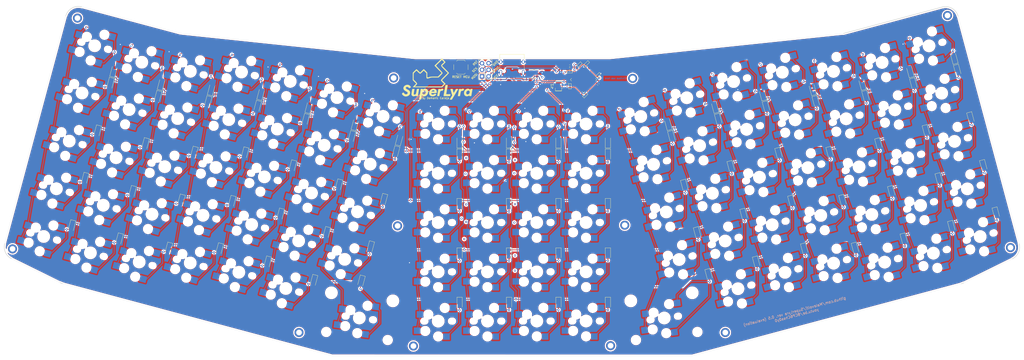
<source format=kicad_pcb>
(kicad_pcb (version 20171130) (host pcbnew "(5.1.10)-1")
  (title_block (title SuperLyra) (date 2021-09-12) (rev 0.1) (company "Black Cat Plasticworks"))
  (layers (0 F.Cu signal) (31 B.Cu signal) (34 B.Paste user) (35 F.Paste user) (36 B.SilkS user) (37 F.SilkS user) (38 B.Mask user) (39 F.Mask user) (44 Edge.Cuts user))
  (net 0 "")
  (net 1 GND)
  (net 2 "Net-(C1-Pad1)")
  (net 3 VCC)
  (net 4 ROW0)
  (net 5 "Net-(D1-Pad2)")
  (net 6 "Net-(D2-Pad2)")
  (net 7 "Net-(D3-Pad2)")
  (net 8 "Net-(D4-Pad2)")
  (net 9 "Net-(D5-Pad2)")
  (net 10 "Net-(D6-Pad2)")
  (net 11 "Net-(D7-Pad2)")
  (net 12 "Net-(D8-Pad2)")
  (net 13 "Net-(D9-Pad2)")
  (net 14 "Net-(D10-Pad2)")
  (net 15 "Net-(D11-Pad2)")
  (net 16 "Net-(D12-Pad2)")
  (net 17 "Net-(D13-Pad2)")
  (net 18 "Net-(D14-Pad2)")
  (net 19 "Net-(D15-Pad2)")
  (net 20 "Net-(D16-Pad2)")
  (net 21 "Net-(D17-Pad2)")
  (net 22 "Net-(D18-Pad2)")
  (net 23 MISO)
  (net 24 "Net-(D19-Pad2)")
  (net 25 "Net-(D20-Pad2)")
  (net 26 "Net-(D21-Pad2)")
  (net 27 "Net-(D22-Pad2)")
  (net 28 "Net-(D23-Pad2)")
  (net 29 "Net-(D24-Pad2)")
  (net 30 "Net-(D25-Pad2)")
  (net 31 "Net-(D26-Pad2)")
  (net 32 "Net-(D27-Pad2)")
  (net 33 "Net-(D28-Pad2)")
  (net 34 "Net-(D29-Pad2)")
  (net 35 "Net-(D30-Pad2)")
  (net 36 "Net-(D31-Pad2)")
  (net 37 "Net-(D32-Pad2)")
  (net 38 "Net-(D33-Pad2)")
  (net 39 "Net-(D34-Pad2)")
  (net 40 "Net-(D35-Pad2)")
  (net 41 "Net-(D36-Pad2)")
  (net 42 "Net-(D37-Pad2)")
  (net 43 MOSI)
  (net 44 "Net-(D38-Pad2)")
  (net 45 "Net-(D39-Pad2)")
  (net 46 "Net-(D40-Pad2)")
  (net 47 "Net-(D41-Pad2)")
  (net 48 "Net-(D42-Pad2)")
  (net 49 "Net-(D43-Pad2)")
  (net 50 "Net-(D44-Pad2)")
  (net 51 "Net-(D45-Pad2)")
  (net 52 "Net-(D46-Pad2)")
  (net 53 "Net-(D47-Pad2)")
  (net 54 "Net-(D48-Pad2)")
  (net 55 "Net-(D49-Pad2)")
  (net 56 "Net-(D50-Pad2)")
  (net 57 "Net-(D51-Pad2)")
  (net 58 "Net-(D52-Pad2)")
  (net 59 "Net-(D53-Pad2)")
  (net 60 "Net-(D54-Pad2)")
  (net 61 ROW3)
  (net 62 "Net-(D55-Pad2)")
  (net 63 "Net-(D56-Pad2)")
  (net 64 "Net-(D57-Pad2)")
  (net 65 "Net-(D58-Pad2)")
  (net 66 "Net-(D59-Pad2)")
  (net 67 "Net-(D60-Pad2)")
  (net 68 "Net-(D61-Pad2)")
  (net 69 "Net-(D62-Pad2)")
  (net 70 "Net-(D63-Pad2)")
  (net 71 "Net-(D64-Pad2)")
  (net 72 "Net-(D65-Pad2)")
  (net 73 "Net-(D66-Pad2)")
  (net 74 "Net-(D67-Pad2)")
  (net 75 "Net-(D68-Pad2)")
  (net 76 "Net-(D69-Pad2)")
  (net 77 "Net-(D70-Pad2)")
  (net 78 "Net-(D71-Pad2)")
  (net 79 "Net-(D72-Pad2)")
  (net 80 "Net-(D73-Pad2)")
  (net 81 ROW4)
  (net 82 "Net-(D74-Pad2)")
  (net 83 "Net-(D75-Pad2)")
  (net 84 "Net-(D76-Pad2)")
  (net 85 "Net-(D77-Pad2)")
  (net 86 "Net-(D78-Pad2)")
  (net 87 "Net-(D79-Pad2)")
  (net 88 "Net-(D80-Pad2)")
  (net 89 "Net-(D81-Pad2)")
  (net 90 "Net-(D82-Pad2)")
  (net 91 "Net-(D83-Pad2)")
  (net 92 "Net-(D84-Pad2)")
  (net 93 "Net-(D85-Pad2)")
  (net 94 "Net-(D86-Pad2)")
  (net 95 "Net-(D87-Pad2)")
  (net 96 "Net-(D88-Pad2)")
  (net 97 "Net-(D89-Pad2)")
  (net 98 "Net-(D90-Pad2)")
  (net 99 RST)
  (net 100 DI+)
  (net 101 DI-)
  (net 102 "Net-(R4-Pad2)")
  (net 103 "Net-(J1-PadA5)")
  (net 104 "Net-(J1-PadB5)")
  (net 105 COL0)
  (net 106 COL1)
  (net 107 COL2)
  (net 108 COL3)
  (net 109 COL4)
  (net 110 COL5)
  (net 111 COL6)
  (net 112 COL7)
  (net 113 COL8)
  (net 114 COL9)
  (net 115 COL10)
  (net 116 COL11)
  (net 117 COL12)
  (net 118 COL13)
  (net 119 COL14)
  (net 120 COL15)
  (net 121 COL16)
  (net 122 COL17)
  (net 123 "Net-(U1-Pad1)")
  (net 124 "Net-(U1-Pad16)")
  (net 125 "Net-(U1-Pad17)")
  (net 126 "Net-(U1-Pad42)")
  (net 127 "Net-(U2-Pad3)")
  (net 128 "Net-(U2-Pad6)")
  (net 129 /D+)
  (net 130 /D-)
  (net 131 /vbus-in)
  (net 132 "Net-(J1-PadA8)")
  (net 133 "Net-(J1-PadB8)")
  (net 134 "Net-(R7-Pad2)")
  (module lily58:MX_Socket_18mmSingleSided (layer F.Cu) (at 362.382385 114.724984 15)
    (fp_text reference SW53 hide)
    (fp_text value SW_Push hide)
    (pad 2 smd rect (at -8.128 3.683 195) (size 2.55 2.5) (layers B.Cu B.Paste B.Mask) (net 121 COL16))
    (pad 1 smd rect (at 3.175 5.969 195) (size 2.55 2.5) (layers B.Cu B.Paste B.Mask) (net 59 "Net-(D53-Pad2)"))
    (pad "" np_thru_hole circle (at 5.5 0 15) (size 1.9 1.9) (drill 1.9) (layers *.Cu *.Mask) (clearance 0.1524))
    (pad "" np_thru_hole circle (at 0 0 15) (size 4 4) (drill 4) (layers *.Cu *.Mask) (clearance 0.1524))
    (pad "" np_thru_hole circle (at -5.08 0 15) (size 1.7 1.7) (drill 1.7) (layers *.Cu *.Mask) (clearance 0.1524))
    (pad "" np_thru_hole circle (at 5.08 0 15) (size 1.7 1.7) (drill 1.7) (layers *.Cu *.Mask) (clearance 0.1524))
    (pad "" np_thru_hole circle (at -5.5 0 15) (size 1.9 1.9) (drill 1.9) (layers *.Cu *.Mask) (clearance 0.1524))
    (pad "" np_thru_hole circle (at -5 3.8 15) (size 3 3) (drill 3) (layers *.Cu *.Mask))
    (pad "" np_thru_hole circle (at 0 5.9 15) (size 3 3) (drill 3) (layers *.Cu *.Mask))
    (pad 2 smd rect (at -7 -2.58 195) (size 2.55 2.5) (layers B.Cu B.Paste B.Mask) (net 121 COL16))
    (pad "" np_thru_hole circle (at -3.81 -2.54 195) (size 3 3) (drill 3) (layers *.Cu *.Mask))
    (pad "" np_thru_hole circle (at 2.54 -5.08 195) (size 3 3) (drill 3) (layers *.Cu *.Mask))
    (pad "" np_thru_hole circle (at 0 0 105) (size 4 4) (drill 4) (layers *.Cu *.Mask F.SilkS))
    (pad "" np_thru_hole circle (at 5.08 0 15) (size 1.8 1.8) (drill 1.8) (layers *.Cu *.Mask F.SilkS))
    (pad "" np_thru_hole circle (at -5.08 0 15) (size 1.8 1.8) (drill 1.8) (layers *.Cu *.Mask F.SilkS))
    (pad 1 smd rect (at 5.7 -5.12 195) (size 2.55 2.5) (layers B.Cu B.Paste B.Mask) (net 59 "Net-(D53-Pad2)"))
  )
  (module gfx:SuperLyraLogoblackmask (layer F.Cu) (at 181.102 84.328)
    (fp_text reference H25 hide)
    (fp_text value Logo hide)
  )
  (module lily58:MX-2U-StabFlip (layer F.Cu) (at 151.13 176.53 352.5)
    (fp_text reference SW79)
    (fp_text value SW_Push)
    (pad "" np_thru_hole circle (at -0.017 -0.017 82.5) (size 4 4) (drill 4) (layers *.Cu *.Mask F.SilkS))
    (pad "" np_thru_hole circle (at 2.523 -5.097 172.5) (size 3 3) (drill 3) (layers *.Cu *.Mask))
    (pad "" np_thru_hole circle (at -0.017 -0.017 352.5) (size 4 4) (drill 4) (layers *.Cu *.Mask) (clearance 0.1524))
    (pad "" np_thru_hole circle (at -5.017 3.783 352.5) (size 3 3) (drill 3) (layers *.Cu *.Mask))
    (pad "" np_thru_hole circle (at -0.017 5.883 352.5) (size 3 3) (drill 3) (layers *.Cu *.Mask))
    (pad "" np_thru_hole circle (at 5.063 -0.017 352.5) (size 1.7 1.7) (drill 1.7) (layers *.Cu *.Mask) (clearance 0.1524))
    (pad "" np_thru_hole circle (at -5.097 -0.017 352.5) (size 1.7 1.7) (drill 1.7) (layers *.Cu *.Mask) (clearance 0.1524))
    (pad 2 smd rect (at -8.145 3.666 172.5) (size 2.55 2.5) (layers B.Cu B.Paste B.Mask) (net 111 COL6))
    (pad "" np_thru_hole circle (at -3.827 -2.557 172.5) (size 3 3) (drill 3) (layers *.Cu *.Mask))
    (pad 1 smd rect (at 3.158 5.952 172.5) (size 2.55 2.5) (layers B.Cu B.Paste B.Mask) (net 87 "Net-(D79-Pad2)"))
    (pad "" np_thru_hole circle (at -5.517 -0.017 352.5) (size 1.9 1.9) (drill 1.9) (layers *.Cu *.Mask) (clearance 0.1524))
    (pad "" np_thru_hole circle (at 5.063 -0.017 352.5) (size 1.8 1.8) (drill 1.8) (layers *.Cu *.Mask F.SilkS))
    (pad "" np_thru_hole circle (at -5.097 -0.017 352.5) (size 1.8 1.8) (drill 1.8) (layers *.Cu *.Mask F.SilkS))
    (pad 1 smd rect (at 5.683 -5.137 172.5) (size 2.55 2.5) (layers B.Cu B.Paste B.Mask) (net 87 "Net-(D79-Pad2)"))
    (pad 2 smd rect (at -7.017 -2.597 172.5) (size 2.55 2.5) (layers B.Cu B.Paste B.Mask) (net 111 COL6))
    (pad "" np_thru_hole circle (at 5.483 -0.017 352.5) (size 1.9 1.9) (drill 1.9) (layers *.Cu *.Mask) (clearance 0.1524))
    (pad "" np_thru_hole circle (at -11.938 6.985 352.5) (size 3.048 3.048) (drill 3.048) (layers *.Cu *.Mask))
    (pad "" np_thru_hole circle (at -11.938 -8.255 352.5) (size 3.9878 3.9878) (drill 3.9878) (layers *.Cu *.Mask))
    (pad "" np_thru_hole circle (at 11.938 6.985 352.5) (size 3.048 3.048) (drill 3.048) (layers *.Cu *.Mask))
    (pad "" np_thru_hole circle (at 11.938 -8.255 352.5) (size 3.9878 3.9878) (drill 3.9878) (layers *.Cu *.Mask))
  )
  (module lily58:MX-2U-StabFlip (layer F.Cu) (at 268.605 176.53 7.5)
    (fp_text reference SW84)
    (fp_text value SW_Push)
    (pad "" np_thru_hole circle (at -0.017 -0.017 97.5) (size 4 4) (drill 4) (layers *.Cu *.Mask F.SilkS))
    (pad "" np_thru_hole circle (at 2.523 -5.097 187.5) (size 3 3) (drill 3) (layers *.Cu *.Mask))
    (pad "" np_thru_hole circle (at -0.017 -0.017 7.5) (size 4 4) (drill 4) (layers *.Cu *.Mask) (clearance 0.1524))
    (pad "" np_thru_hole circle (at -5.017 3.783 7.5) (size 3 3) (drill 3) (layers *.Cu *.Mask))
    (pad "" np_thru_hole circle (at -0.017 5.883 7.5) (size 3 3) (drill 3) (layers *.Cu *.Mask))
    (pad "" np_thru_hole circle (at 5.063 -0.017 7.5) (size 1.7 1.7) (drill 1.7) (layers *.Cu *.Mask) (clearance 0.1524))
    (pad "" np_thru_hole circle (at -5.097 -0.017 7.5) (size 1.7 1.7) (drill 1.7) (layers *.Cu *.Mask) (clearance 0.1524))
    (pad 2 smd rect (at -8.145 3.666 187.5) (size 2.55 2.5) (layers B.Cu B.Paste B.Mask) (net 116 COL11))
    (pad "" np_thru_hole circle (at -3.827 -2.557 187.5) (size 3 3) (drill 3) (layers *.Cu *.Mask))
    (pad 1 smd rect (at 3.158 5.952 187.5) (size 2.55 2.5) (layers B.Cu B.Paste B.Mask) (net 92 "Net-(D84-Pad2)"))
    (pad "" np_thru_hole circle (at -5.517 -0.017 7.5) (size 1.9 1.9) (drill 1.9) (layers *.Cu *.Mask) (clearance 0.1524))
    (pad "" np_thru_hole circle (at 5.063 -0.017 7.5) (size 1.8 1.8) (drill 1.8) (layers *.Cu *.Mask F.SilkS))
    (pad "" np_thru_hole circle (at -5.097 -0.017 7.5) (size 1.8 1.8) (drill 1.8) (layers *.Cu *.Mask F.SilkS))
    (pad 1 smd rect (at 5.683 -5.137 187.5) (size 2.55 2.5) (layers B.Cu B.Paste B.Mask) (net 92 "Net-(D84-Pad2)"))
    (pad 2 smd rect (at -7.017 -2.597 187.5) (size 2.55 2.5) (layers B.Cu B.Paste B.Mask) (net 116 COL11))
    (pad "" np_thru_hole circle (at 5.483 -0.017 7.5) (size 1.9 1.9) (drill 1.9) (layers *.Cu *.Mask) (clearance 0.1524))
    (pad "" np_thru_hole circle (at -11.938 6.985 7.5) (size 3.048 3.048) (drill 3.048) (layers *.Cu *.Mask))
    (pad "" np_thru_hole circle (at -11.938 -8.255 7.5) (size 3.9878 3.9878) (drill 3.9878) (layers *.Cu *.Mask))
    (pad "" np_thru_hole circle (at 11.938 6.985 7.5) (size 3.048 3.048) (drill 3.048) (layers *.Cu *.Mask))
    (pad "" np_thru_hole circle (at 11.938 -8.255 7.5) (size 3.9878 3.9878) (drill 3.9878) (layers *.Cu *.Mask))
  )
  (module lily58:MX_Socket_18mmSingleSided (layer F.Cu) (at 47.527553 151.384381 345)
    (fp_text reference SW74 hide)
    (fp_text value SW_Push hide)
    (pad 2 smd rect (at -8.128 3.683 165) (size 2.55 2.5) (layers B.Cu B.Paste B.Mask) (net 106 COL1))
    (pad 1 smd rect (at 3.175 5.969 165) (size 2.55 2.5) (layers B.Cu B.Paste B.Mask) (net 82 "Net-(D74-Pad2)"))
    (pad "" np_thru_hole circle (at 5.5 0 345) (size 1.9 1.9) (drill 1.9) (layers *.Cu *.Mask) (clearance 0.1524))
    (pad "" np_thru_hole circle (at 0 0 345) (size 4 4) (drill 4) (layers *.Cu *.Mask) (clearance 0.1524))
    (pad "" np_thru_hole circle (at -5.08 0 345) (size 1.7 1.7) (drill 1.7) (layers *.Cu *.Mask) (clearance 0.1524))
    (pad "" np_thru_hole circle (at 5.08 0 345) (size 1.7 1.7) (drill 1.7) (layers *.Cu *.Mask) (clearance 0.1524))
    (pad "" np_thru_hole circle (at -5.5 0 345) (size 1.9 1.9) (drill 1.9) (layers *.Cu *.Mask) (clearance 0.1524))
    (pad "" np_thru_hole circle (at -5 3.8 345) (size 3 3) (drill 3) (layers *.Cu *.Mask))
    (pad "" np_thru_hole circle (at 0 5.9 345) (size 3 3) (drill 3) (layers *.Cu *.Mask))
    (pad 2 smd rect (at -7 -2.58 165) (size 2.55 2.5) (layers B.Cu B.Paste B.Mask) (net 106 COL1))
    (pad "" np_thru_hole circle (at -3.81 -2.54 165) (size 3 3) (drill 3) (layers *.Cu *.Mask))
    (pad "" np_thru_hole circle (at 2.54 -5.08 165) (size 3 3) (drill 3) (layers *.Cu *.Mask))
    (pad "" np_thru_hole circle (at 0 0 75) (size 4 4) (drill 4) (layers *.Cu *.Mask F.SilkS))
    (pad "" np_thru_hole circle (at 5.08 0 345) (size 1.8 1.8) (drill 1.8) (layers *.Cu *.Mask F.SilkS))
    (pad "" np_thru_hole circle (at -5.08 0 345) (size 1.8 1.8) (drill 1.8) (layers *.Cu *.Mask F.SilkS))
    (pad 1 smd rect (at 5.7 -5.12 165) (size 2.55 2.5) (layers B.Cu B.Paste B.Mask) (net 82 "Net-(D74-Pad2)"))
  )
  (module lily58:MX_Socket_18mmSingleSided (layer F.Cu) (at 333.78279 81.384139 15)
    (fp_text reference SW16 hide)
    (fp_text value SW_Push hide)
    (pad 2 smd rect (at -8.128 3.683 195) (size 2.55 2.5) (layers B.Cu B.Paste B.Mask) (net 120 COL15))
    (pad 1 smd rect (at 3.175 5.969 195) (size 2.55 2.5) (layers B.Cu B.Paste B.Mask) (net 20 "Net-(D16-Pad2)"))
    (pad "" np_thru_hole circle (at 5.5 0 15) (size 1.9 1.9) (drill 1.9) (layers *.Cu *.Mask) (clearance 0.1524))
    (pad "" np_thru_hole circle (at 0 0 15) (size 4 4) (drill 4) (layers *.Cu *.Mask) (clearance 0.1524))
    (pad "" np_thru_hole circle (at -5.08 0 15) (size 1.7 1.7) (drill 1.7) (layers *.Cu *.Mask) (clearance 0.1524))
    (pad "" np_thru_hole circle (at 5.08 0 15) (size 1.7 1.7) (drill 1.7) (layers *.Cu *.Mask) (clearance 0.1524))
    (pad "" np_thru_hole circle (at -5.5 0 15) (size 1.9 1.9) (drill 1.9) (layers *.Cu *.Mask) (clearance 0.1524))
    (pad "" np_thru_hole circle (at -5 3.8 15) (size 3 3) (drill 3) (layers *.Cu *.Mask))
    (pad "" np_thru_hole circle (at 0 5.9 15) (size 3 3) (drill 3) (layers *.Cu *.Mask))
    (pad 2 smd rect (at -7 -2.58 195) (size 2.55 2.5) (layers B.Cu B.Paste B.Mask) (net 120 COL15))
    (pad "" np_thru_hole circle (at -3.81 -2.54 195) (size 3 3) (drill 3) (layers *.Cu *.Mask))
    (pad "" np_thru_hole circle (at 2.54 -5.08 195) (size 3 3) (drill 3) (layers *.Cu *.Mask))
    (pad "" np_thru_hole circle (at 0 0 105) (size 4 4) (drill 4) (layers *.Cu *.Mask F.SilkS))
    (pad "" np_thru_hole circle (at 5.08 0 15) (size 1.8 1.8) (drill 1.8) (layers *.Cu *.Mask F.SilkS))
    (pad "" np_thru_hole circle (at -5.08 0 15) (size 1.8 1.8) (drill 1.8) (layers *.Cu *.Mask F.SilkS))
    (pad 1 smd rect (at 5.7 -5.12 195) (size 2.55 2.5) (layers B.Cu B.Paste B.Mask) (net 20 "Net-(D16-Pad2)"))
  )
  (module lily58:MX_Socket_18mmSingleSided (layer F.Cu) (at 49.16903 71.493463 345)
    (fp_text reference SW1 hide)
    (fp_text value SW_Push hide)
    (pad 2 smd rect (at -8.128 3.683 165) (size 2.55 2.5) (layers B.Cu B.Paste B.Mask) (net 105 COL0))
    (pad 1 smd rect (at 3.175 5.969 165) (size 2.55 2.5) (layers B.Cu B.Paste B.Mask) (net 5 "Net-(D1-Pad2)"))
    (pad "" np_thru_hole circle (at 5.5 0 345) (size 1.9 1.9) (drill 1.9) (layers *.Cu *.Mask) (clearance 0.1524))
    (pad "" np_thru_hole circle (at 0 0 345) (size 4 4) (drill 4) (layers *.Cu *.Mask) (clearance 0.1524))
    (pad "" np_thru_hole circle (at -5.08 0 345) (size 1.7 1.7) (drill 1.7) (layers *.Cu *.Mask) (clearance 0.1524))
    (pad "" np_thru_hole circle (at 5.08 0 345) (size 1.7 1.7) (drill 1.7) (layers *.Cu *.Mask) (clearance 0.1524))
    (pad "" np_thru_hole circle (at -5.5 0 345) (size 1.9 1.9) (drill 1.9) (layers *.Cu *.Mask) (clearance 0.1524))
    (pad "" np_thru_hole circle (at -5 3.8 345) (size 3 3) (drill 3) (layers *.Cu *.Mask))
    (pad "" np_thru_hole circle (at 0 5.9 345) (size 3 3) (drill 3) (layers *.Cu *.Mask))
    (pad 2 smd rect (at -7 -2.58 165) (size 2.55 2.5) (layers B.Cu B.Paste B.Mask) (net 105 COL0))
    (pad "" np_thru_hole circle (at -3.81 -2.54 165) (size 3 3) (drill 3) (layers *.Cu *.Mask))
    (pad "" np_thru_hole circle (at 2.54 -5.08 165) (size 3 3) (drill 3) (layers *.Cu *.Mask))
    (pad "" np_thru_hole circle (at 0 0 75) (size 4 4) (drill 4) (layers *.Cu *.Mask F.SilkS))
    (pad "" np_thru_hole circle (at 5.08 0 345) (size 1.8 1.8) (drill 1.8) (layers *.Cu *.Mask F.SilkS))
    (pad "" np_thru_hole circle (at -5.08 0 345) (size 1.8 1.8) (drill 1.8) (layers *.Cu *.Mask F.SilkS))
    (pad 1 smd rect (at 5.7 -5.12 165) (size 2.55 2.5) (layers B.Cu B.Paste B.Mask) (net 5 "Net-(D1-Pad2)"))
  )
  (module lily58:MX_Socket_18mmSingleSided (layer F.Cu) (at 67.327029 77.849034 345)
    (fp_text reference SW2 hide)
    (fp_text value SW_Push hide)
    (pad 2 smd rect (at -8.128 3.683 165) (size 2.55 2.5) (layers B.Cu B.Paste B.Mask) (net 106 COL1))
    (pad 1 smd rect (at 3.175 5.969 165) (size 2.55 2.5) (layers B.Cu B.Paste B.Mask) (net 6 "Net-(D2-Pad2)"))
    (pad "" np_thru_hole circle (at 5.5 0 345) (size 1.9 1.9) (drill 1.9) (layers *.Cu *.Mask) (clearance 0.1524))
    (pad "" np_thru_hole circle (at 0 0 345) (size 4 4) (drill 4) (layers *.Cu *.Mask) (clearance 0.1524))
    (pad "" np_thru_hole circle (at -5.08 0 345) (size 1.7 1.7) (drill 1.7) (layers *.Cu *.Mask) (clearance 0.1524))
    (pad "" np_thru_hole circle (at 5.08 0 345) (size 1.7 1.7) (drill 1.7) (layers *.Cu *.Mask) (clearance 0.1524))
    (pad "" np_thru_hole circle (at -5.5 0 345) (size 1.9 1.9) (drill 1.9) (layers *.Cu *.Mask) (clearance 0.1524))
    (pad "" np_thru_hole circle (at -5 3.8 345) (size 3 3) (drill 3) (layers *.Cu *.Mask))
    (pad "" np_thru_hole circle (at 0 5.9 345) (size 3 3) (drill 3) (layers *.Cu *.Mask))
    (pad 2 smd rect (at -7 -2.58 165) (size 2.55 2.5) (layers B.Cu B.Paste B.Mask) (net 106 COL1))
    (pad "" np_thru_hole circle (at -3.81 -2.54 165) (size 3 3) (drill 3) (layers *.Cu *.Mask))
    (pad "" np_thru_hole circle (at 2.54 -5.08 165) (size 3 3) (drill 3) (layers *.Cu *.Mask))
    (pad "" np_thru_hole circle (at 0 0 75) (size 4 4) (drill 4) (layers *.Cu *.Mask F.SilkS))
    (pad "" np_thru_hole circle (at 5.08 0 345) (size 1.8 1.8) (drill 1.8) (layers *.Cu *.Mask F.SilkS))
    (pad "" np_thru_hole circle (at -5.08 0 345) (size 1.8 1.8) (drill 1.8) (layers *.Cu *.Mask F.SilkS))
    (pad 1 smd rect (at 5.7 -5.12 165) (size 2.55 2.5) (layers B.Cu B.Paste B.Mask) (net 6 "Net-(D2-Pad2)"))
  )
  (module lily58:MX_Socket_18mmSingleSided (layer F.Cu) (at 86.023553 81.358292 345)
    (fp_text reference SW3 hide)
    (fp_text value SW_Push hide)
    (pad 2 smd rect (at -8.128 3.683 165) (size 2.55 2.5) (layers B.Cu B.Paste B.Mask) (net 107 COL2))
    (pad 1 smd rect (at 3.175 5.969 165) (size 2.55 2.5) (layers B.Cu B.Paste B.Mask) (net 7 "Net-(D3-Pad2)"))
    (pad "" np_thru_hole circle (at 5.5 0 345) (size 1.9 1.9) (drill 1.9) (layers *.Cu *.Mask) (clearance 0.1524))
    (pad "" np_thru_hole circle (at 0 0 345) (size 4 4) (drill 4) (layers *.Cu *.Mask) (clearance 0.1524))
    (pad "" np_thru_hole circle (at -5.08 0 345) (size 1.7 1.7) (drill 1.7) (layers *.Cu *.Mask) (clearance 0.1524))
    (pad "" np_thru_hole circle (at 5.08 0 345) (size 1.7 1.7) (drill 1.7) (layers *.Cu *.Mask) (clearance 0.1524))
    (pad "" np_thru_hole circle (at -5.5 0 345) (size 1.9 1.9) (drill 1.9) (layers *.Cu *.Mask) (clearance 0.1524))
    (pad "" np_thru_hole circle (at -5 3.8 345) (size 3 3) (drill 3) (layers *.Cu *.Mask))
    (pad "" np_thru_hole circle (at 0 5.9 345) (size 3 3) (drill 3) (layers *.Cu *.Mask))
    (pad 2 smd rect (at -7 -2.58 165) (size 2.55 2.5) (layers B.Cu B.Paste B.Mask) (net 107 COL2))
    (pad "" np_thru_hole circle (at -3.81 -2.54 165) (size 3 3) (drill 3) (layers *.Cu *.Mask))
    (pad "" np_thru_hole circle (at 2.54 -5.08 165) (size 3 3) (drill 3) (layers *.Cu *.Mask))
    (pad "" np_thru_hole circle (at 0 0 75) (size 4 4) (drill 4) (layers *.Cu *.Mask F.SilkS))
    (pad "" np_thru_hole circle (at 5.08 0 345) (size 1.8 1.8) (drill 1.8) (layers *.Cu *.Mask F.SilkS))
    (pad "" np_thru_hole circle (at -5.08 0 345) (size 1.8 1.8) (drill 1.8) (layers *.Cu *.Mask F.SilkS))
    (pad 1 smd rect (at 5.7 -5.12 165) (size 2.55 2.5) (layers B.Cu B.Paste B.Mask) (net 7 "Net-(D3-Pad2)"))
  )
  (module lily58:MX_Socket_18mmSingleSided (layer F.Cu) (at 105.734716 81.627501 345)
    (fp_text reference SW4 hide)
    (fp_text value SW_Push hide)
    (pad 2 smd rect (at -8.128 3.683 165) (size 2.55 2.5) (layers B.Cu B.Paste B.Mask) (net 108 COL3))
    (pad 1 smd rect (at 3.175 5.969 165) (size 2.55 2.5) (layers B.Cu B.Paste B.Mask) (net 8 "Net-(D4-Pad2)"))
    (pad "" np_thru_hole circle (at 5.5 0 345) (size 1.9 1.9) (drill 1.9) (layers *.Cu *.Mask) (clearance 0.1524))
    (pad "" np_thru_hole circle (at 0 0 345) (size 4 4) (drill 4) (layers *.Cu *.Mask) (clearance 0.1524))
    (pad "" np_thru_hole circle (at -5.08 0 345) (size 1.7 1.7) (drill 1.7) (layers *.Cu *.Mask) (clearance 0.1524))
    (pad "" np_thru_hole circle (at 5.08 0 345) (size 1.7 1.7) (drill 1.7) (layers *.Cu *.Mask) (clearance 0.1524))
    (pad "" np_thru_hole circle (at -5.5 0 345) (size 1.9 1.9) (drill 1.9) (layers *.Cu *.Mask) (clearance 0.1524))
    (pad "" np_thru_hole circle (at -5 3.8 345) (size 3 3) (drill 3) (layers *.Cu *.Mask))
    (pad "" np_thru_hole circle (at 0 5.9 345) (size 3 3) (drill 3) (layers *.Cu *.Mask))
    (pad 2 smd rect (at -7 -2.58 165) (size 2.55 2.5) (layers B.Cu B.Paste B.Mask) (net 108 COL3))
    (pad "" np_thru_hole circle (at -3.81 -2.54 165) (size 3 3) (drill 3) (layers *.Cu *.Mask))
    (pad "" np_thru_hole circle (at 2.54 -5.08 165) (size 3 3) (drill 3) (layers *.Cu *.Mask))
    (pad "" np_thru_hole circle (at 0 0 75) (size 4 4) (drill 4) (layers *.Cu *.Mask F.SilkS))
    (pad "" np_thru_hole circle (at 5.08 0 345) (size 1.8 1.8) (drill 1.8) (layers *.Cu *.Mask F.SilkS))
    (pad "" np_thru_hole circle (at -5.08 0 345) (size 1.8 1.8) (drill 1.8) (layers *.Cu *.Mask F.SilkS))
    (pad 1 smd rect (at 5.7 -5.12 165) (size 2.55 2.5) (layers B.Cu B.Paste B.Mask) (net 8 "Net-(D4-Pad2)"))
  )
  (module lily58:MX_Socket_18mmSingleSided (layer F.Cu) (at 124.50726 85.2332 345)
    (fp_text reference SW5 hide)
    (fp_text value SW_Push hide)
    (pad 2 smd rect (at -8.128 3.683 165) (size 2.55 2.5) (layers B.Cu B.Paste B.Mask) (net 109 COL4))
    (pad 1 smd rect (at 3.175 5.969 165) (size 2.55 2.5) (layers B.Cu B.Paste B.Mask) (net 9 "Net-(D5-Pad2)"))
    (pad "" np_thru_hole circle (at 5.5 0 345) (size 1.9 1.9) (drill 1.9) (layers *.Cu *.Mask) (clearance 0.1524))
    (pad "" np_thru_hole circle (at 0 0 345) (size 4 4) (drill 4) (layers *.Cu *.Mask) (clearance 0.1524))
    (pad "" np_thru_hole circle (at -5.08 0 345) (size 1.7 1.7) (drill 1.7) (layers *.Cu *.Mask) (clearance 0.1524))
    (pad "" np_thru_hole circle (at 5.08 0 345) (size 1.7 1.7) (drill 1.7) (layers *.Cu *.Mask) (clearance 0.1524))
    (pad "" np_thru_hole circle (at -5.5 0 345) (size 1.9 1.9) (drill 1.9) (layers *.Cu *.Mask) (clearance 0.1524))
    (pad "" np_thru_hole circle (at -5 3.8 345) (size 3 3) (drill 3) (layers *.Cu *.Mask))
    (pad "" np_thru_hole circle (at 0 5.9 345) (size 3 3) (drill 3) (layers *.Cu *.Mask))
    (pad 2 smd rect (at -7 -2.58 165) (size 2.55 2.5) (layers B.Cu B.Paste B.Mask) (net 109 COL4))
    (pad "" np_thru_hole circle (at -3.81 -2.54 165) (size 3 3) (drill 3) (layers *.Cu *.Mask))
    (pad "" np_thru_hole circle (at 2.54 -5.08 165) (size 3 3) (drill 3) (layers *.Cu *.Mask))
    (pad "" np_thru_hole circle (at 0 0 75) (size 4 4) (drill 4) (layers *.Cu *.Mask F.SilkS))
    (pad "" np_thru_hole circle (at 5.08 0 345) (size 1.8 1.8) (drill 1.8) (layers *.Cu *.Mask F.SilkS))
    (pad "" np_thru_hole circle (at -5.08 0 345) (size 1.8 1.8) (drill 1.8) (layers *.Cu *.Mask F.SilkS))
    (pad 1 smd rect (at 5.7 -5.12 165) (size 2.55 2.5) (layers B.Cu B.Paste B.Mask) (net 9 "Net-(D5-Pad2)"))
  )
  (module lily58:MX_Socket_18mmSingleSided (layer F.Cu) (at 142.531802 91.486619 345)
    (fp_text reference SW6 hide)
    (fp_text value SW_Push hide)
    (pad 2 smd rect (at -8.128 3.683 165) (size 2.55 2.5) (layers B.Cu B.Paste B.Mask) (net 110 COL5))
    (pad 1 smd rect (at 3.175 5.969 165) (size 2.55 2.5) (layers B.Cu B.Paste B.Mask) (net 10 "Net-(D6-Pad2)"))
    (pad "" np_thru_hole circle (at 5.5 0 345) (size 1.9 1.9) (drill 1.9) (layers *.Cu *.Mask) (clearance 0.1524))
    (pad "" np_thru_hole circle (at 0 0 345) (size 4 4) (drill 4) (layers *.Cu *.Mask) (clearance 0.1524))
    (pad "" np_thru_hole circle (at -5.08 0 345) (size 1.7 1.7) (drill 1.7) (layers *.Cu *.Mask) (clearance 0.1524))
    (pad "" np_thru_hole circle (at 5.08 0 345) (size 1.7 1.7) (drill 1.7) (layers *.Cu *.Mask) (clearance 0.1524))
    (pad "" np_thru_hole circle (at -5.5 0 345) (size 1.9 1.9) (drill 1.9) (layers *.Cu *.Mask) (clearance 0.1524))
    (pad "" np_thru_hole circle (at -5 3.8 345) (size 3 3) (drill 3) (layers *.Cu *.Mask))
    (pad "" np_thru_hole circle (at 0 5.9 345) (size 3 3) (drill 3) (layers *.Cu *.Mask))
    (pad 2 smd rect (at -7 -2.58 165) (size 2.55 2.5) (layers B.Cu B.Paste B.Mask) (net 110 COL5))
    (pad "" np_thru_hole circle (at -3.81 -2.54 165) (size 3 3) (drill 3) (layers *.Cu *.Mask))
    (pad "" np_thru_hole circle (at 2.54 -5.08 165) (size 3 3) (drill 3) (layers *.Cu *.Mask))
    (pad "" np_thru_hole circle (at 0 0 75) (size 4 4) (drill 4) (layers *.Cu *.Mask F.SilkS))
    (pad "" np_thru_hole circle (at 5.08 0 345) (size 1.8 1.8) (drill 1.8) (layers *.Cu *.Mask F.SilkS))
    (pad "" np_thru_hole circle (at -5.08 0 345) (size 1.8 1.8) (drill 1.8) (layers *.Cu *.Mask F.SilkS))
    (pad 1 smd rect (at 5.7 -5.12 165) (size 2.55 2.5) (layers B.Cu B.Paste B.Mask) (net 10 "Net-(D6-Pad2)"))
  )
  (module lily58:MX_Socket_18mmSingleSided (layer F.Cu) (at 160.272107 98.735438 345)
    (fp_text reference SW7 hide)
    (fp_text value SW_Push hide)
    (pad 2 smd rect (at -8.128 3.683 165) (size 2.55 2.5) (layers B.Cu B.Paste B.Mask) (net 111 COL6))
    (pad 1 smd rect (at 3.175 5.969 165) (size 2.55 2.5) (layers B.Cu B.Paste B.Mask) (net 11 "Net-(D7-Pad2)"))
    (pad "" np_thru_hole circle (at 5.5 0 345) (size 1.9 1.9) (drill 1.9) (layers *.Cu *.Mask) (clearance 0.1524))
    (pad "" np_thru_hole circle (at 0 0 345) (size 4 4) (drill 4) (layers *.Cu *.Mask) (clearance 0.1524))
    (pad "" np_thru_hole circle (at -5.08 0 345) (size 1.7 1.7) (drill 1.7) (layers *.Cu *.Mask) (clearance 0.1524))
    (pad "" np_thru_hole circle (at 5.08 0 345) (size 1.7 1.7) (drill 1.7) (layers *.Cu *.Mask) (clearance 0.1524))
    (pad "" np_thru_hole circle (at -5.5 0 345) (size 1.9 1.9) (drill 1.9) (layers *.Cu *.Mask) (clearance 0.1524))
    (pad "" np_thru_hole circle (at -5 3.8 345) (size 3 3) (drill 3) (layers *.Cu *.Mask))
    (pad "" np_thru_hole circle (at 0 5.9 345) (size 3 3) (drill 3) (layers *.Cu *.Mask))
    (pad 2 smd rect (at -7 -2.58 165) (size 2.55 2.5) (layers B.Cu B.Paste B.Mask) (net 111 COL6))
    (pad "" np_thru_hole circle (at -3.81 -2.54 165) (size 3 3) (drill 3) (layers *.Cu *.Mask))
    (pad "" np_thru_hole circle (at 2.54 -5.08 165) (size 3 3) (drill 3) (layers *.Cu *.Mask))
    (pad "" np_thru_hole circle (at 0 0 75) (size 4 4) (drill 4) (layers *.Cu *.Mask F.SilkS))
    (pad "" np_thru_hole circle (at 5.08 0 345) (size 1.8 1.8) (drill 1.8) (layers *.Cu *.Mask F.SilkS))
    (pad "" np_thru_hole circle (at -5.08 0 345) (size 1.8 1.8) (drill 1.8) (layers *.Cu *.Mask F.SilkS))
    (pad 1 smd rect (at 5.7 -5.12 165) (size 2.55 2.5) (layers B.Cu B.Paste B.Mask) (net 11 "Net-(D7-Pad2)"))
  )
  (module lily58:MX_Socket_18mmSingleSided (layer F.Cu) (at 181.480027 101.66886)
    (fp_text reference SW8 hide)
    (fp_text value SW_Push hide)
    (pad 2 smd rect (at -8.128 3.683 180) (size 2.55 2.5) (layers B.Cu B.Paste B.Mask) (net 112 COL7))
    (pad 1 smd rect (at 3.175 5.969 180) (size 2.55 2.5) (layers B.Cu B.Paste B.Mask) (net 12 "Net-(D8-Pad2)"))
    (pad "" np_thru_hole circle (at 5.5 0) (size 1.9 1.9) (drill 1.9) (layers *.Cu *.Mask) (clearance 0.1524))
    (pad "" np_thru_hole circle (at 0 0) (size 4 4) (drill 4) (layers *.Cu *.Mask) (clearance 0.1524))
    (pad "" np_thru_hole circle (at -5.08 0) (size 1.7 1.7) (drill 1.7) (layers *.Cu *.Mask) (clearance 0.1524))
    (pad "" np_thru_hole circle (at 5.08 0) (size 1.7 1.7) (drill 1.7) (layers *.Cu *.Mask) (clearance 0.1524))
    (pad "" np_thru_hole circle (at -5.5 0) (size 1.9 1.9) (drill 1.9) (layers *.Cu *.Mask) (clearance 0.1524))
    (pad "" np_thru_hole circle (at -5 3.8) (size 3 3) (drill 3) (layers *.Cu *.Mask))
    (pad "" np_thru_hole circle (at 0 5.9) (size 3 3) (drill 3) (layers *.Cu *.Mask))
    (pad 2 smd rect (at -7 -2.58 180) (size 2.55 2.5) (layers B.Cu B.Paste B.Mask) (net 112 COL7))
    (pad "" np_thru_hole circle (at -3.81 -2.54 180) (size 3 3) (drill 3) (layers *.Cu *.Mask))
    (pad "" np_thru_hole circle (at 2.54 -5.08 180) (size 3 3) (drill 3) (layers *.Cu *.Mask))
    (pad "" np_thru_hole circle (at 0 0 90) (size 4 4) (drill 4) (layers *.Cu *.Mask F.SilkS))
    (pad "" np_thru_hole circle (at 5.08 0) (size 1.8 1.8) (drill 1.8) (layers *.Cu *.Mask F.SilkS))
    (pad "" np_thru_hole circle (at -5.08 0) (size 1.8 1.8) (drill 1.8) (layers *.Cu *.Mask F.SilkS))
    (pad 1 smd rect (at 5.7 -5.12 180) (size 2.55 2.5) (layers B.Cu B.Paste B.Mask) (net 12 "Net-(D8-Pad2)"))
  )
  (module lily58:MX_Socket_18mmSingleSided (layer F.Cu) (at 200.463938 101.669622)
    (fp_text reference SW9 hide)
    (fp_text value SW_Push hide)
    (pad 2 smd rect (at -8.128 3.683 180) (size 2.55 2.5) (layers B.Cu B.Paste B.Mask) (net 113 COL8))
    (pad 1 smd rect (at 3.175 5.969 180) (size 2.55 2.5) (layers B.Cu B.Paste B.Mask) (net 13 "Net-(D9-Pad2)"))
    (pad "" np_thru_hole circle (at 5.5 0) (size 1.9 1.9) (drill 1.9) (layers *.Cu *.Mask) (clearance 0.1524))
    (pad "" np_thru_hole circle (at 0 0) (size 4 4) (drill 4) (layers *.Cu *.Mask) (clearance 0.1524))
    (pad "" np_thru_hole circle (at -5.08 0) (size 1.7 1.7) (drill 1.7) (layers *.Cu *.Mask) (clearance 0.1524))
    (pad "" np_thru_hole circle (at 5.08 0) (size 1.7 1.7) (drill 1.7) (layers *.Cu *.Mask) (clearance 0.1524))
    (pad "" np_thru_hole circle (at -5.5 0) (size 1.9 1.9) (drill 1.9) (layers *.Cu *.Mask) (clearance 0.1524))
    (pad "" np_thru_hole circle (at -5 3.8) (size 3 3) (drill 3) (layers *.Cu *.Mask))
    (pad "" np_thru_hole circle (at 0 5.9) (size 3 3) (drill 3) (layers *.Cu *.Mask))
    (pad 2 smd rect (at -7 -2.58 180) (size 2.55 2.5) (layers B.Cu B.Paste B.Mask) (net 113 COL8))
    (pad "" np_thru_hole circle (at -3.81 -2.54 180) (size 3 3) (drill 3) (layers *.Cu *.Mask))
    (pad "" np_thru_hole circle (at 2.54 -5.08 180) (size 3 3) (drill 3) (layers *.Cu *.Mask))
    (pad "" np_thru_hole circle (at 0 0 90) (size 4 4) (drill 4) (layers *.Cu *.Mask F.SilkS))
    (pad "" np_thru_hole circle (at 5.08 0) (size 1.8 1.8) (drill 1.8) (layers *.Cu *.Mask F.SilkS))
    (pad "" np_thru_hole circle (at -5.08 0) (size 1.8 1.8) (drill 1.8) (layers *.Cu *.Mask F.SilkS))
    (pad 1 smd rect (at 5.7 -5.12 180) (size 2.55 2.5) (layers B.Cu B.Paste B.Mask) (net 13 "Net-(D9-Pad2)"))
  )
  (module lily58:MX_Socket_18mmSingleSided (layer F.Cu) (at 219.468099 101.66985)
    (fp_text reference SW10 hide)
    (fp_text value SW_Push hide)
    (pad 2 smd rect (at -8.128 3.683 180) (size 2.55 2.5) (layers B.Cu B.Paste B.Mask) (net 114 COL9))
    (pad 1 smd rect (at 3.175 5.969 180) (size 2.55 2.5) (layers B.Cu B.Paste B.Mask) (net 14 "Net-(D10-Pad2)"))
    (pad "" np_thru_hole circle (at 5.5 0) (size 1.9 1.9) (drill 1.9) (layers *.Cu *.Mask) (clearance 0.1524))
    (pad "" np_thru_hole circle (at 0 0) (size 4 4) (drill 4) (layers *.Cu *.Mask) (clearance 0.1524))
    (pad "" np_thru_hole circle (at -5.08 0) (size 1.7 1.7) (drill 1.7) (layers *.Cu *.Mask) (clearance 0.1524))
    (pad "" np_thru_hole circle (at 5.08 0) (size 1.7 1.7) (drill 1.7) (layers *.Cu *.Mask) (clearance 0.1524))
    (pad "" np_thru_hole circle (at -5.5 0) (size 1.9 1.9) (drill 1.9) (layers *.Cu *.Mask) (clearance 0.1524))
    (pad "" np_thru_hole circle (at -5 3.8) (size 3 3) (drill 3) (layers *.Cu *.Mask))
    (pad "" np_thru_hole circle (at 0 5.9) (size 3 3) (drill 3) (layers *.Cu *.Mask))
    (pad 2 smd rect (at -7 -2.58 180) (size 2.55 2.5) (layers B.Cu B.Paste B.Mask) (net 114 COL9))
    (pad "" np_thru_hole circle (at -3.81 -2.54 180) (size 3 3) (drill 3) (layers *.Cu *.Mask))
    (pad "" np_thru_hole circle (at 2.54 -5.08 180) (size 3 3) (drill 3) (layers *.Cu *.Mask))
    (pad "" np_thru_hole circle (at 0 0 90) (size 4 4) (drill 4) (layers *.Cu *.Mask F.SilkS))
    (pad "" np_thru_hole circle (at 5.08 0) (size 1.8 1.8) (drill 1.8) (layers *.Cu *.Mask F.SilkS))
    (pad "" np_thru_hole circle (at -5.08 0) (size 1.8 1.8) (drill 1.8) (layers *.Cu *.Mask F.SilkS))
    (pad 1 smd rect (at 5.7 -5.12 180) (size 2.55 2.5) (layers B.Cu B.Paste B.Mask) (net 14 "Net-(D10-Pad2)"))
  )
  (module lily58:MX_Socket_18mmSingleSided (layer F.Cu) (at 238.456946 101.669702)
    (fp_text reference SW11 hide)
    (fp_text value SW_Push hide)
    (pad 2 smd rect (at -8.128 3.683 180) (size 2.55 2.5) (layers B.Cu B.Paste B.Mask) (net 115 COL10))
    (pad 1 smd rect (at 3.175 5.969 180) (size 2.55 2.5) (layers B.Cu B.Paste B.Mask) (net 15 "Net-(D11-Pad2)"))
    (pad "" np_thru_hole circle (at 5.5 0) (size 1.9 1.9) (drill 1.9) (layers *.Cu *.Mask) (clearance 0.1524))
    (pad "" np_thru_hole circle (at 0 0) (size 4 4) (drill 4) (layers *.Cu *.Mask) (clearance 0.1524))
    (pad "" np_thru_hole circle (at -5.08 0) (size 1.7 1.7) (drill 1.7) (layers *.Cu *.Mask) (clearance 0.1524))
    (pad "" np_thru_hole circle (at 5.08 0) (size 1.7 1.7) (drill 1.7) (layers *.Cu *.Mask) (clearance 0.1524))
    (pad "" np_thru_hole circle (at -5.5 0) (size 1.9 1.9) (drill 1.9) (layers *.Cu *.Mask) (clearance 0.1524))
    (pad "" np_thru_hole circle (at -5 3.8) (size 3 3) (drill 3) (layers *.Cu *.Mask))
    (pad "" np_thru_hole circle (at 0 5.9) (size 3 3) (drill 3) (layers *.Cu *.Mask))
    (pad 2 smd rect (at -7 -2.58 180) (size 2.55 2.5) (layers B.Cu B.Paste B.Mask) (net 115 COL10))
    (pad "" np_thru_hole circle (at -3.81 -2.54 180) (size 3 3) (drill 3) (layers *.Cu *.Mask))
    (pad "" np_thru_hole circle (at 2.54 -5.08 180) (size 3 3) (drill 3) (layers *.Cu *.Mask))
    (pad "" np_thru_hole circle (at 0 0 90) (size 4 4) (drill 4) (layers *.Cu *.Mask F.SilkS))
    (pad "" np_thru_hole circle (at 5.08 0) (size 1.8 1.8) (drill 1.8) (layers *.Cu *.Mask F.SilkS))
    (pad "" np_thru_hole circle (at -5.08 0) (size 1.8 1.8) (drill 1.8) (layers *.Cu *.Mask F.SilkS))
    (pad 1 smd rect (at 5.7 -5.12 180) (size 2.55 2.5) (layers B.Cu B.Paste B.Mask) (net 15 "Net-(D11-Pad2)"))
  )
  (module lily58:MX_Socket_18mmSingleSided (layer F.Cu) (at 259.542923 98.778615 15)
    (fp_text reference SW12 hide)
    (fp_text value SW_Push hide)
    (pad 2 smd rect (at -8.128 3.683 195) (size 2.55 2.5) (layers B.Cu B.Paste B.Mask) (net 116 COL11))
    (pad 1 smd rect (at 3.175 5.969 195) (size 2.55 2.5) (layers B.Cu B.Paste B.Mask) (net 16 "Net-(D12-Pad2)"))
    (pad "" np_thru_hole circle (at 5.5 0 15) (size 1.9 1.9) (drill 1.9) (layers *.Cu *.Mask) (clearance 0.1524))
    (pad "" np_thru_hole circle (at 0 0 15) (size 4 4) (drill 4) (layers *.Cu *.Mask) (clearance 0.1524))
    (pad "" np_thru_hole circle (at -5.08 0 15) (size 1.7 1.7) (drill 1.7) (layers *.Cu *.Mask) (clearance 0.1524))
    (pad "" np_thru_hole circle (at 5.08 0 15) (size 1.7 1.7) (drill 1.7) (layers *.Cu *.Mask) (clearance 0.1524))
    (pad "" np_thru_hole circle (at -5.5 0 15) (size 1.9 1.9) (drill 1.9) (layers *.Cu *.Mask) (clearance 0.1524))
    (pad "" np_thru_hole circle (at -5 3.8 15) (size 3 3) (drill 3) (layers *.Cu *.Mask))
    (pad "" np_thru_hole circle (at 0 5.9 15) (size 3 3) (drill 3) (layers *.Cu *.Mask))
    (pad 2 smd rect (at -7 -2.58 195) (size 2.55 2.5) (layers B.Cu B.Paste B.Mask) (net 116 COL11))
    (pad "" np_thru_hole circle (at -3.81 -2.54 195) (size 3 3) (drill 3) (layers *.Cu *.Mask))
    (pad "" np_thru_hole circle (at 2.54 -5.08 195) (size 3 3) (drill 3) (layers *.Cu *.Mask))
    (pad "" np_thru_hole circle (at 0 0 105) (size 4 4) (drill 4) (layers *.Cu *.Mask F.SilkS))
    (pad "" np_thru_hole circle (at 5.08 0 15) (size 1.8 1.8) (drill 1.8) (layers *.Cu *.Mask F.SilkS))
    (pad "" np_thru_hole circle (at -5.08 0 15) (size 1.8 1.8) (drill 1.8) (layers *.Cu *.Mask F.SilkS))
    (pad 1 smd rect (at 5.7 -5.12 195) (size 2.55 2.5) (layers B.Cu B.Paste B.Mask) (net 16 "Net-(D12-Pad2)"))
  )
  (module lily58:MX_Socket_18mmSingleSided (layer F.Cu) (at 277.263015 91.551013 15)
    (fp_text reference SW13 hide)
    (fp_text value SW_Push hide)
    (pad 2 smd rect (at -8.128 3.683 195) (size 2.55 2.5) (layers B.Cu B.Paste B.Mask) (net 117 COL12))
    (pad 1 smd rect (at 3.175 5.969 195) (size 2.55 2.5) (layers B.Cu B.Paste B.Mask) (net 17 "Net-(D13-Pad2)"))
    (pad "" np_thru_hole circle (at 5.5 0 15) (size 1.9 1.9) (drill 1.9) (layers *.Cu *.Mask) (clearance 0.1524))
    (pad "" np_thru_hole circle (at 0 0 15) (size 4 4) (drill 4) (layers *.Cu *.Mask) (clearance 0.1524))
    (pad "" np_thru_hole circle (at -5.08 0 15) (size 1.7 1.7) (drill 1.7) (layers *.Cu *.Mask) (clearance 0.1524))
    (pad "" np_thru_hole circle (at 5.08 0 15) (size 1.7 1.7) (drill 1.7) (layers *.Cu *.Mask) (clearance 0.1524))
    (pad "" np_thru_hole circle (at -5.5 0 15) (size 1.9 1.9) (drill 1.9) (layers *.Cu *.Mask) (clearance 0.1524))
    (pad "" np_thru_hole circle (at -5 3.8 15) (size 3 3) (drill 3) (layers *.Cu *.Mask))
    (pad "" np_thru_hole circle (at 0 5.9 15) (size 3 3) (drill 3) (layers *.Cu *.Mask))
    (pad 2 smd rect (at -7 -2.58 195) (size 2.55 2.5) (layers B.Cu B.Paste B.Mask) (net 117 COL12))
    (pad "" np_thru_hole circle (at -3.81 -2.54 195) (size 3 3) (drill 3) (layers *.Cu *.Mask))
    (pad "" np_thru_hole circle (at 2.54 -5.08 195) (size 3 3) (drill 3) (layers *.Cu *.Mask))
    (pad "" np_thru_hole circle (at 0 0 105) (size 4 4) (drill 4) (layers *.Cu *.Mask F.SilkS))
    (pad "" np_thru_hole circle (at 5.08 0 15) (size 1.8 1.8) (drill 1.8) (layers *.Cu *.Mask F.SilkS))
    (pad "" np_thru_hole circle (at -5.08 0 15) (size 1.8 1.8) (drill 1.8) (layers *.Cu *.Mask F.SilkS))
    (pad 1 smd rect (at 5.7 -5.12 195) (size 2.55 2.5) (layers B.Cu B.Paste B.Mask) (net 17 "Net-(D13-Pad2)"))
  )
  (module lily58:MX_Socket_18mmSingleSided (layer F.Cu) (at 295.299023 85.298398 15)
    (fp_text reference SW14 hide)
    (fp_text value SW_Push hide)
    (pad 2 smd rect (at -8.128 3.683 195) (size 2.55 2.5) (layers B.Cu B.Paste B.Mask) (net 118 COL13))
    (pad 1 smd rect (at 3.175 5.969 195) (size 2.55 2.5) (layers B.Cu B.Paste B.Mask) (net 18 "Net-(D14-Pad2)"))
    (pad "" np_thru_hole circle (at 5.5 0 15) (size 1.9 1.9) (drill 1.9) (layers *.Cu *.Mask) (clearance 0.1524))
    (pad "" np_thru_hole circle (at 0 0 15) (size 4 4) (drill 4) (layers *.Cu *.Mask) (clearance 0.1524))
    (pad "" np_thru_hole circle (at -5.08 0 15) (size 1.7 1.7) (drill 1.7) (layers *.Cu *.Mask) (clearance 0.1524))
    (pad "" np_thru_hole circle (at 5.08 0 15) (size 1.7 1.7) (drill 1.7) (layers *.Cu *.Mask) (clearance 0.1524))
    (pad "" np_thru_hole circle (at -5.5 0 15) (size 1.9 1.9) (drill 1.9) (layers *.Cu *.Mask) (clearance 0.1524))
    (pad "" np_thru_hole circle (at -5 3.8 15) (size 3 3) (drill 3) (layers *.Cu *.Mask))
    (pad "" np_thru_hole circle (at 0 5.9 15) (size 3 3) (drill 3) (layers *.Cu *.Mask))
    (pad 2 smd rect (at -7 -2.58 195) (size 2.55 2.5) (layers B.Cu B.Paste B.Mask) (net 118 COL13))
    (pad "" np_thru_hole circle (at -3.81 -2.54 195) (size 3 3) (drill 3) (layers *.Cu *.Mask))
    (pad "" np_thru_hole circle (at 2.54 -5.08 195) (size 3 3) (drill 3) (layers *.Cu *.Mask))
    (pad "" np_thru_hole circle (at 0 0 105) (size 4 4) (drill 4) (layers *.Cu *.Mask F.SilkS))
    (pad "" np_thru_hole circle (at 5.08 0 15) (size 1.8 1.8) (drill 1.8) (layers *.Cu *.Mask F.SilkS))
    (pad "" np_thru_hole circle (at -5.08 0 15) (size 1.8 1.8) (drill 1.8) (layers *.Cu *.Mask F.SilkS))
    (pad 1 smd rect (at 5.7 -5.12 195) (size 2.55 2.5) (layers B.Cu B.Paste B.Mask) (net 18 "Net-(D14-Pad2)"))
  )
  (module lily58:MX_Socket_18mmSingleSided (layer F.Cu) (at 314.083964 81.715986 15)
    (fp_text reference SW15 hide)
    (fp_text value SW_Push hide)
    (pad 2 smd rect (at -8.128 3.683 195) (size 2.55 2.5) (layers B.Cu B.Paste B.Mask) (net 119 COL14))
    (pad 1 smd rect (at 3.175 5.969 195) (size 2.55 2.5) (layers B.Cu B.Paste B.Mask) (net 19 "Net-(D15-Pad2)"))
    (pad "" np_thru_hole circle (at 5.5 0 15) (size 1.9 1.9) (drill 1.9) (layers *.Cu *.Mask) (clearance 0.1524))
    (pad "" np_thru_hole circle (at 0 0 15) (size 4 4) (drill 4) (layers *.Cu *.Mask) (clearance 0.1524))
    (pad "" np_thru_hole circle (at -5.08 0 15) (size 1.7 1.7) (drill 1.7) (layers *.Cu *.Mask) (clearance 0.1524))
    (pad "" np_thru_hole circle (at 5.08 0 15) (size 1.7 1.7) (drill 1.7) (layers *.Cu *.Mask) (clearance 0.1524))
    (pad "" np_thru_hole circle (at -5.5 0 15) (size 1.9 1.9) (drill 1.9) (layers *.Cu *.Mask) (clearance 0.1524))
    (pad "" np_thru_hole circle (at -5 3.8 15) (size 3 3) (drill 3) (layers *.Cu *.Mask))
    (pad "" np_thru_hole circle (at 0 5.9 15) (size 3 3) (drill 3) (layers *.Cu *.Mask))
    (pad 2 smd rect (at -7 -2.58 195) (size 2.55 2.5) (layers B.Cu B.Paste B.Mask) (net 119 COL14))
    (pad "" np_thru_hole circle (at -3.81 -2.54 195) (size 3 3) (drill 3) (layers *.Cu *.Mask))
    (pad "" np_thru_hole circle (at 2.54 -5.08 195) (size 3 3) (drill 3) (layers *.Cu *.Mask))
    (pad "" np_thru_hole circle (at 0 0 105) (size 4 4) (drill 4) (layers *.Cu *.Mask F.SilkS))
    (pad "" np_thru_hole circle (at 5.08 0 15) (size 1.8 1.8) (drill 1.8) (layers *.Cu *.Mask F.SilkS))
    (pad "" np_thru_hole circle (at -5.08 0 15) (size 1.8 1.8) (drill 1.8) (layers *.Cu *.Mask F.SilkS))
    (pad 1 smd rect (at 5.7 -5.12 195) (size 2.55 2.5) (layers B.Cu B.Paste B.Mask) (net 19 "Net-(D15-Pad2)"))
  )
  (module lily58:MX_Socket_18mmSingleSided (layer F.Cu) (at 352.517766 77.93199 15)
    (fp_text reference SW17 hide)
    (fp_text value SW_Push hide)
    (pad 2 smd rect (at -8.128 3.683 195) (size 2.55 2.5) (layers B.Cu B.Paste B.Mask) (net 121 COL16))
    (pad 1 smd rect (at 3.175 5.969 195) (size 2.55 2.5) (layers B.Cu B.Paste B.Mask) (net 21 "Net-(D17-Pad2)"))
    (pad "" np_thru_hole circle (at 5.5 0 15) (size 1.9 1.9) (drill 1.9) (layers *.Cu *.Mask) (clearance 0.1524))
    (pad "" np_thru_hole circle (at 0 0 15) (size 4 4) (drill 4) (layers *.Cu *.Mask) (clearance 0.1524))
    (pad "" np_thru_hole circle (at -5.08 0 15) (size 1.7 1.7) (drill 1.7) (layers *.Cu *.Mask) (clearance 0.1524))
    (pad "" np_thru_hole circle (at 5.08 0 15) (size 1.7 1.7) (drill 1.7) (layers *.Cu *.Mask) (clearance 0.1524))
    (pad "" np_thru_hole circle (at -5.5 0 15) (size 1.9 1.9) (drill 1.9) (layers *.Cu *.Mask) (clearance 0.1524))
    (pad "" np_thru_hole circle (at -5 3.8 15) (size 3 3) (drill 3) (layers *.Cu *.Mask))
    (pad "" np_thru_hole circle (at 0 5.9 15) (size 3 3) (drill 3) (layers *.Cu *.Mask))
    (pad 2 smd rect (at -7 -2.58 195) (size 2.55 2.5) (layers B.Cu B.Paste B.Mask) (net 121 COL16))
    (pad "" np_thru_hole circle (at -3.81 -2.54 195) (size 3 3) (drill 3) (layers *.Cu *.Mask))
    (pad "" np_thru_hole circle (at 2.54 -5.08 195) (size 3 3) (drill 3) (layers *.Cu *.Mask))
    (pad "" np_thru_hole circle (at 0 0 105) (size 4 4) (drill 4) (layers *.Cu *.Mask F.SilkS))
    (pad "" np_thru_hole circle (at 5.08 0 15) (size 1.8 1.8) (drill 1.8) (layers *.Cu *.Mask F.SilkS))
    (pad "" np_thru_hole circle (at -5.08 0 15) (size 1.8 1.8) (drill 1.8) (layers *.Cu *.Mask F.SilkS))
    (pad 1 smd rect (at 5.7 -5.12 195) (size 2.55 2.5) (layers B.Cu B.Paste B.Mask) (net 21 "Net-(D17-Pad2)"))
  )
  (module lily58:MX_Socket_18mmSingleSided (layer F.Cu) (at 370.579461 71.539701 15)
    (fp_text reference SW18 hide)
    (fp_text value SW_Push hide)
    (pad 2 smd rect (at -8.128 3.683 195) (size 2.55 2.5) (layers B.Cu B.Paste B.Mask) (net 122 COL17))
    (pad 1 smd rect (at 3.175 5.969 195) (size 2.55 2.5) (layers B.Cu B.Paste B.Mask) (net 22 "Net-(D18-Pad2)"))
    (pad "" np_thru_hole circle (at 5.5 0 15) (size 1.9 1.9) (drill 1.9) (layers *.Cu *.Mask) (clearance 0.1524))
    (pad "" np_thru_hole circle (at 0 0 15) (size 4 4) (drill 4) (layers *.Cu *.Mask) (clearance 0.1524))
    (pad "" np_thru_hole circle (at -5.08 0 15) (size 1.7 1.7) (drill 1.7) (layers *.Cu *.Mask) (clearance 0.1524))
    (pad "" np_thru_hole circle (at 5.08 0 15) (size 1.7 1.7) (drill 1.7) (layers *.Cu *.Mask) (clearance 0.1524))
    (pad "" np_thru_hole circle (at -5.5 0 15) (size 1.9 1.9) (drill 1.9) (layers *.Cu *.Mask) (clearance 0.1524))
    (pad "" np_thru_hole circle (at -5 3.8 15) (size 3 3) (drill 3) (layers *.Cu *.Mask))
    (pad "" np_thru_hole circle (at 0 5.9 15) (size 3 3) (drill 3) (layers *.Cu *.Mask))
    (pad 2 smd rect (at -7 -2.58 195) (size 2.55 2.5) (layers B.Cu B.Paste B.Mask) (net 122 COL17))
    (pad "" np_thru_hole circle (at -3.81 -2.54 195) (size 3 3) (drill 3) (layers *.Cu *.Mask))
    (pad "" np_thru_hole circle (at 2.54 -5.08 195) (size 3 3) (drill 3) (layers *.Cu *.Mask))
    (pad "" np_thru_hole circle (at 0 0 105) (size 4 4) (drill 4) (layers *.Cu *.Mask F.SilkS))
    (pad "" np_thru_hole circle (at 5.08 0 15) (size 1.8 1.8) (drill 1.8) (layers *.Cu *.Mask F.SilkS))
    (pad "" np_thru_hole circle (at -5.08 0 15) (size 1.8 1.8) (drill 1.8) (layers *.Cu *.Mask F.SilkS))
    (pad 1 smd rect (at 5.7 -5.12 195) (size 2.55 2.5) (layers B.Cu B.Paste B.Mask) (net 22 "Net-(D18-Pad2)"))
  )
  (module lily58:MX_Socket_18mmSingleSided (layer F.Cu) (at 44.300493 89.722444 345)
    (fp_text reference SW19 hide)
    (fp_text value SW_Push hide)
    (pad 2 smd rect (at -8.128 3.683 165) (size 2.55 2.5) (layers B.Cu B.Paste B.Mask) (net 105 COL0))
    (pad 1 smd rect (at 3.175 5.969 165) (size 2.55 2.5) (layers B.Cu B.Paste B.Mask) (net 24 "Net-(D19-Pad2)"))
    (pad "" np_thru_hole circle (at 5.5 0 345) (size 1.9 1.9) (drill 1.9) (layers *.Cu *.Mask) (clearance 0.1524))
    (pad "" np_thru_hole circle (at 0 0 345) (size 4 4) (drill 4) (layers *.Cu *.Mask) (clearance 0.1524))
    (pad "" np_thru_hole circle (at -5.08 0 345) (size 1.7 1.7) (drill 1.7) (layers *.Cu *.Mask) (clearance 0.1524))
    (pad "" np_thru_hole circle (at 5.08 0 345) (size 1.7 1.7) (drill 1.7) (layers *.Cu *.Mask) (clearance 0.1524))
    (pad "" np_thru_hole circle (at -5.5 0 345) (size 1.9 1.9) (drill 1.9) (layers *.Cu *.Mask) (clearance 0.1524))
    (pad "" np_thru_hole circle (at -5 3.8 345) (size 3 3) (drill 3) (layers *.Cu *.Mask))
    (pad "" np_thru_hole circle (at 0 5.9 345) (size 3 3) (drill 3) (layers *.Cu *.Mask))
    (pad 2 smd rect (at -7 -2.58 165) (size 2.55 2.5) (layers B.Cu B.Paste B.Mask) (net 105 COL0))
    (pad "" np_thru_hole circle (at -3.81 -2.54 165) (size 3 3) (drill 3) (layers *.Cu *.Mask))
    (pad "" np_thru_hole circle (at 2.54 -5.08 165) (size 3 3) (drill 3) (layers *.Cu *.Mask))
    (pad "" np_thru_hole circle (at 0 0 75) (size 4 4) (drill 4) (layers *.Cu *.Mask F.SilkS))
    (pad "" np_thru_hole circle (at 5.08 0 345) (size 1.8 1.8) (drill 1.8) (layers *.Cu *.Mask F.SilkS))
    (pad "" np_thru_hole circle (at -5.08 0 345) (size 1.8 1.8) (drill 1.8) (layers *.Cu *.Mask F.SilkS))
    (pad 1 smd rect (at 5.7 -5.12 165) (size 2.55 2.5) (layers B.Cu B.Paste B.Mask) (net 24 "Net-(D19-Pad2)"))
  )
  (module lily58:MX_Socket_18mmSingleSided (layer F.Cu) (at 62.430262 96.11517 345)
    (fp_text reference SW20 hide)
    (fp_text value SW_Push hide)
    (pad 2 smd rect (at -8.128 3.683 165) (size 2.55 2.5) (layers B.Cu B.Paste B.Mask) (net 106 COL1))
    (pad 1 smd rect (at 3.175 5.969 165) (size 2.55 2.5) (layers B.Cu B.Paste B.Mask) (net 25 "Net-(D20-Pad2)"))
    (pad "" np_thru_hole circle (at 5.5 0 345) (size 1.9 1.9) (drill 1.9) (layers *.Cu *.Mask) (clearance 0.1524))
    (pad "" np_thru_hole circle (at 0 0 345) (size 4 4) (drill 4) (layers *.Cu *.Mask) (clearance 0.1524))
    (pad "" np_thru_hole circle (at -5.08 0 345) (size 1.7 1.7) (drill 1.7) (layers *.Cu *.Mask) (clearance 0.1524))
    (pad "" np_thru_hole circle (at 5.08 0 345) (size 1.7 1.7) (drill 1.7) (layers *.Cu *.Mask) (clearance 0.1524))
    (pad "" np_thru_hole circle (at -5.5 0 345) (size 1.9 1.9) (drill 1.9) (layers *.Cu *.Mask) (clearance 0.1524))
    (pad "" np_thru_hole circle (at -5 3.8 345) (size 3 3) (drill 3) (layers *.Cu *.Mask))
    (pad "" np_thru_hole circle (at 0 5.9 345) (size 3 3) (drill 3) (layers *.Cu *.Mask))
    (pad 2 smd rect (at -7 -2.58 165) (size 2.55 2.5) (layers B.Cu B.Paste B.Mask) (net 106 COL1))
    (pad "" np_thru_hole circle (at -3.81 -2.54 165) (size 3 3) (drill 3) (layers *.Cu *.Mask))
    (pad "" np_thru_hole circle (at 2.54 -5.08 165) (size 3 3) (drill 3) (layers *.Cu *.Mask))
    (pad "" np_thru_hole circle (at 0 0 75) (size 4 4) (drill 4) (layers *.Cu *.Mask F.SilkS))
    (pad "" np_thru_hole circle (at 5.08 0 345) (size 1.8 1.8) (drill 1.8) (layers *.Cu *.Mask F.SilkS))
    (pad "" np_thru_hole circle (at -5.08 0 345) (size 1.8 1.8) (drill 1.8) (layers *.Cu *.Mask F.SilkS))
    (pad 1 smd rect (at 5.7 -5.12 165) (size 2.55 2.5) (layers B.Cu B.Paste B.Mask) (net 25 "Net-(D20-Pad2)"))
  )
  (module lily58:MX_Socket_18mmSingleSided (layer F.Cu) (at 81.131171 99.585175 345)
    (fp_text reference SW21 hide)
    (fp_text value SW_Push hide)
    (pad 2 smd rect (at -8.128 3.683 165) (size 2.55 2.5) (layers B.Cu B.Paste B.Mask) (net 107 COL2))
    (pad 1 smd rect (at 3.175 5.969 165) (size 2.55 2.5) (layers B.Cu B.Paste B.Mask) (net 26 "Net-(D21-Pad2)"))
    (pad "" np_thru_hole circle (at 5.5 0 345) (size 1.9 1.9) (drill 1.9) (layers *.Cu *.Mask) (clearance 0.1524))
    (pad "" np_thru_hole circle (at 0 0 345) (size 4 4) (drill 4) (layers *.Cu *.Mask) (clearance 0.1524))
    (pad "" np_thru_hole circle (at -5.08 0 345) (size 1.7 1.7) (drill 1.7) (layers *.Cu *.Mask) (clearance 0.1524))
    (pad "" np_thru_hole circle (at 5.08 0 345) (size 1.7 1.7) (drill 1.7) (layers *.Cu *.Mask) (clearance 0.1524))
    (pad "" np_thru_hole circle (at -5.5 0 345) (size 1.9 1.9) (drill 1.9) (layers *.Cu *.Mask) (clearance 0.1524))
    (pad "" np_thru_hole circle (at -5 3.8 345) (size 3 3) (drill 3) (layers *.Cu *.Mask))
    (pad "" np_thru_hole circle (at 0 5.9 345) (size 3 3) (drill 3) (layers *.Cu *.Mask))
    (pad 2 smd rect (at -7 -2.58 165) (size 2.55 2.5) (layers B.Cu B.Paste B.Mask) (net 107 COL2))
    (pad "" np_thru_hole circle (at -3.81 -2.54 165) (size 3 3) (drill 3) (layers *.Cu *.Mask))
    (pad "" np_thru_hole circle (at 2.54 -5.08 165) (size 3 3) (drill 3) (layers *.Cu *.Mask))
    (pad "" np_thru_hole circle (at 0 0 75) (size 4 4) (drill 4) (layers *.Cu *.Mask F.SilkS))
    (pad "" np_thru_hole circle (at 5.08 0 345) (size 1.8 1.8) (drill 1.8) (layers *.Cu *.Mask F.SilkS))
    (pad "" np_thru_hole circle (at -5.08 0 345) (size 1.8 1.8) (drill 1.8) (layers *.Cu *.Mask F.SilkS))
    (pad 1 smd rect (at 5.7 -5.12 165) (size 2.55 2.5) (layers B.Cu B.Paste B.Mask) (net 26 "Net-(D21-Pad2)"))
  )
  (module lily58:MX_Socket_18mmSingleSided (layer F.Cu) (at 100.821384 99.99655 345)
    (fp_text reference SW22 hide)
    (fp_text value SW_Push hide)
    (pad 2 smd rect (at -8.128 3.683 165) (size 2.55 2.5) (layers B.Cu B.Paste B.Mask) (net 108 COL3))
    (pad 1 smd rect (at 3.175 5.969 165) (size 2.55 2.5) (layers B.Cu B.Paste B.Mask) (net 27 "Net-(D22-Pad2)"))
    (pad "" np_thru_hole circle (at 5.5 0 345) (size 1.9 1.9) (drill 1.9) (layers *.Cu *.Mask) (clearance 0.1524))
    (pad "" np_thru_hole circle (at 0 0 345) (size 4 4) (drill 4) (layers *.Cu *.Mask) (clearance 0.1524))
    (pad "" np_thru_hole circle (at -5.08 0 345) (size 1.7 1.7) (drill 1.7) (layers *.Cu *.Mask) (clearance 0.1524))
    (pad "" np_thru_hole circle (at 5.08 0 345) (size 1.7 1.7) (drill 1.7) (layers *.Cu *.Mask) (clearance 0.1524))
    (pad "" np_thru_hole circle (at -5.5 0 345) (size 1.9 1.9) (drill 1.9) (layers *.Cu *.Mask) (clearance 0.1524))
    (pad "" np_thru_hole circle (at -5 3.8 345) (size 3 3) (drill 3) (layers *.Cu *.Mask))
    (pad "" np_thru_hole circle (at 0 5.9 345) (size 3 3) (drill 3) (layers *.Cu *.Mask))
    (pad 2 smd rect (at -7 -2.58 165) (size 2.55 2.5) (layers B.Cu B.Paste B.Mask) (net 108 COL3))
    (pad "" np_thru_hole circle (at -3.81 -2.54 165) (size 3 3) (drill 3) (layers *.Cu *.Mask))
    (pad "" np_thru_hole circle (at 2.54 -5.08 165) (size 3 3) (drill 3) (layers *.Cu *.Mask))
    (pad "" np_thru_hole circle (at 0 0 75) (size 4 4) (drill 4) (layers *.Cu *.Mask F.SilkS))
    (pad "" np_thru_hole circle (at 5.08 0 345) (size 1.8 1.8) (drill 1.8) (layers *.Cu *.Mask F.SilkS))
    (pad "" np_thru_hole circle (at -5.08 0 345) (size 1.8 1.8) (drill 1.8) (layers *.Cu *.Mask F.SilkS))
    (pad 1 smd rect (at 5.7 -5.12 165) (size 2.55 2.5) (layers B.Cu B.Paste B.Mask) (net 27 "Net-(D22-Pad2)"))
  )
  (module lily58:MX_Socket_18mmSingleSided (layer F.Cu) (at 119.525553 103.650411 345)
    (fp_text reference SW23 hide)
    (fp_text value SW_Push hide)
    (pad 2 smd rect (at -8.128 3.683 165) (size 2.55 2.5) (layers B.Cu B.Paste B.Mask) (net 109 COL4))
    (pad 1 smd rect (at 3.175 5.969 165) (size 2.55 2.5) (layers B.Cu B.Paste B.Mask) (net 28 "Net-(D23-Pad2)"))
    (pad "" np_thru_hole circle (at 5.5 0 345) (size 1.9 1.9) (drill 1.9) (layers *.Cu *.Mask) (clearance 0.1524))
    (pad "" np_thru_hole circle (at 0 0 345) (size 4 4) (drill 4) (layers *.Cu *.Mask) (clearance 0.1524))
    (pad "" np_thru_hole circle (at -5.08 0 345) (size 1.7 1.7) (drill 1.7) (layers *.Cu *.Mask) (clearance 0.1524))
    (pad "" np_thru_hole circle (at 5.08 0 345) (size 1.7 1.7) (drill 1.7) (layers *.Cu *.Mask) (clearance 0.1524))
    (pad "" np_thru_hole circle (at -5.5 0 345) (size 1.9 1.9) (drill 1.9) (layers *.Cu *.Mask) (clearance 0.1524))
    (pad "" np_thru_hole circle (at -5 3.8 345) (size 3 3) (drill 3) (layers *.Cu *.Mask))
    (pad "" np_thru_hole circle (at 0 5.9 345) (size 3 3) (drill 3) (layers *.Cu *.Mask))
    (pad 2 smd rect (at -7 -2.58 165) (size 2.55 2.5) (layers B.Cu B.Paste B.Mask) (net 109 COL4))
    (pad "" np_thru_hole circle (at -3.81 -2.54 165) (size 3 3) (drill 3) (layers *.Cu *.Mask))
    (pad "" np_thru_hole circle (at 2.54 -5.08 165) (size 3 3) (drill 3) (layers *.Cu *.Mask))
    (pad "" np_thru_hole circle (at 0 0 75) (size 4 4) (drill 4) (layers *.Cu *.Mask F.SilkS))
    (pad "" np_thru_hole circle (at 5.08 0 345) (size 1.8 1.8) (drill 1.8) (layers *.Cu *.Mask F.SilkS))
    (pad "" np_thru_hole circle (at -5.08 0 345) (size 1.8 1.8) (drill 1.8) (layers *.Cu *.Mask F.SilkS))
    (pad 1 smd rect (at 5.7 -5.12 165) (size 2.55 2.5) (layers B.Cu B.Paste B.Mask) (net 28 "Net-(D23-Pad2)"))
  )
  (module lily58:MX_Socket_18mmSingleSided (layer F.Cu) (at 137.601704 109.882906 345)
    (fp_text reference SW24 hide)
    (fp_text value SW_Push hide)
    (pad 2 smd rect (at -8.128 3.683 165) (size 2.55 2.5) (layers B.Cu B.Paste B.Mask) (net 110 COL5))
    (pad 1 smd rect (at 3.175 5.969 165) (size 2.55 2.5) (layers B.Cu B.Paste B.Mask) (net 29 "Net-(D24-Pad2)"))
    (pad "" np_thru_hole circle (at 5.5 0 345) (size 1.9 1.9) (drill 1.9) (layers *.Cu *.Mask) (clearance 0.1524))
    (pad "" np_thru_hole circle (at 0 0 345) (size 4 4) (drill 4) (layers *.Cu *.Mask) (clearance 0.1524))
    (pad "" np_thru_hole circle (at -5.08 0 345) (size 1.7 1.7) (drill 1.7) (layers *.Cu *.Mask) (clearance 0.1524))
    (pad "" np_thru_hole circle (at 5.08 0 345) (size 1.7 1.7) (drill 1.7) (layers *.Cu *.Mask) (clearance 0.1524))
    (pad "" np_thru_hole circle (at -5.5 0 345) (size 1.9 1.9) (drill 1.9) (layers *.Cu *.Mask) (clearance 0.1524))
    (pad "" np_thru_hole circle (at -5 3.8 345) (size 3 3) (drill 3) (layers *.Cu *.Mask))
    (pad "" np_thru_hole circle (at 0 5.9 345) (size 3 3) (drill 3) (layers *.Cu *.Mask))
    (pad 2 smd rect (at -7 -2.58 165) (size 2.55 2.5) (layers B.Cu B.Paste B.Mask) (net 110 COL5))
    (pad "" np_thru_hole circle (at -3.81 -2.54 165) (size 3 3) (drill 3) (layers *.Cu *.Mask))
    (pad "" np_thru_hole circle (at 2.54 -5.08 165) (size 3 3) (drill 3) (layers *.Cu *.Mask))
    (pad "" np_thru_hole circle (at 0 0 75) (size 4 4) (drill 4) (layers *.Cu *.Mask F.SilkS))
    (pad "" np_thru_hole circle (at 5.08 0 345) (size 1.8 1.8) (drill 1.8) (layers *.Cu *.Mask F.SilkS))
    (pad "" np_thru_hole circle (at -5.08 0 345) (size 1.8 1.8) (drill 1.8) (layers *.Cu *.Mask F.SilkS))
    (pad 1 smd rect (at 5.7 -5.12 165) (size 2.55 2.5) (layers B.Cu B.Paste B.Mask) (net 29 "Net-(D24-Pad2)"))
  )
  (module lily58:MX_Socket_18mmSingleSided (layer F.Cu) (at 155.294954 117.18078 345)
    (fp_text reference SW25 hide)
    (fp_text value SW_Push hide)
    (pad 2 smd rect (at -8.128 3.683 165) (size 2.55 2.5) (layers B.Cu B.Paste B.Mask) (net 111 COL6))
    (pad 1 smd rect (at 3.175 5.969 165) (size 2.55 2.5) (layers B.Cu B.Paste B.Mask) (net 30 "Net-(D25-Pad2)"))
    (pad "" np_thru_hole circle (at 5.5 0 345) (size 1.9 1.9) (drill 1.9) (layers *.Cu *.Mask) (clearance 0.1524))
    (pad "" np_thru_hole circle (at 0 0 345) (size 4 4) (drill 4) (layers *.Cu *.Mask) (clearance 0.1524))
    (pad "" np_thru_hole circle (at -5.08 0 345) (size 1.7 1.7) (drill 1.7) (layers *.Cu *.Mask) (clearance 0.1524))
    (pad "" np_thru_hole circle (at 5.08 0 345) (size 1.7 1.7) (drill 1.7) (layers *.Cu *.Mask) (clearance 0.1524))
    (pad "" np_thru_hole circle (at -5.5 0 345) (size 1.9 1.9) (drill 1.9) (layers *.Cu *.Mask) (clearance 0.1524))
    (pad "" np_thru_hole circle (at -5 3.8 345) (size 3 3) (drill 3) (layers *.Cu *.Mask))
    (pad "" np_thru_hole circle (at 0 5.9 345) (size 3 3) (drill 3) (layers *.Cu *.Mask))
    (pad 2 smd rect (at -7 -2.58 165) (size 2.55 2.5) (layers B.Cu B.Paste B.Mask) (net 111 COL6))
    (pad "" np_thru_hole circle (at -3.81 -2.54 165) (size 3 3) (drill 3) (layers *.Cu *.Mask))
    (pad "" np_thru_hole circle (at 2.54 -5.08 165) (size 3 3) (drill 3) (layers *.Cu *.Mask))
    (pad "" np_thru_hole circle (at 0 0 75) (size 4 4) (drill 4) (layers *.Cu *.Mask F.SilkS))
    (pad "" np_thru_hole circle (at 5.08 0 345) (size 1.8 1.8) (drill 1.8) (layers *.Cu *.Mask F.SilkS))
    (pad "" np_thru_hole circle (at -5.08 0 345) (size 1.8 1.8) (drill 1.8) (layers *.Cu *.Mask F.SilkS))
    (pad 1 smd rect (at 5.7 -5.12 165) (size 2.55 2.5) (layers B.Cu B.Paste B.Mask) (net 30 "Net-(D25-Pad2)"))
  )
  (module lily58:MX_Socket_18mmSingleSided (layer F.Cu) (at 181.482461 120.687059)
    (fp_text reference SW26 hide)
    (fp_text value SW_Push hide)
    (pad 2 smd rect (at -8.128 3.683 180) (size 2.55 2.5) (layers B.Cu B.Paste B.Mask) (net 112 COL7))
    (pad 1 smd rect (at 3.175 5.969 180) (size 2.55 2.5) (layers B.Cu B.Paste B.Mask) (net 31 "Net-(D26-Pad2)"))
    (pad "" np_thru_hole circle (at 5.5 0) (size 1.9 1.9) (drill 1.9) (layers *.Cu *.Mask) (clearance 0.1524))
    (pad "" np_thru_hole circle (at 0 0) (size 4 4) (drill 4) (layers *.Cu *.Mask) (clearance 0.1524))
    (pad "" np_thru_hole circle (at -5.08 0) (size 1.7 1.7) (drill 1.7) (layers *.Cu *.Mask) (clearance 0.1524))
    (pad "" np_thru_hole circle (at 5.08 0) (size 1.7 1.7) (drill 1.7) (layers *.Cu *.Mask) (clearance 0.1524))
    (pad "" np_thru_hole circle (at -5.5 0) (size 1.9 1.9) (drill 1.9) (layers *.Cu *.Mask) (clearance 0.1524))
    (pad "" np_thru_hole circle (at -5 3.8) (size 3 3) (drill 3) (layers *.Cu *.Mask))
    (pad "" np_thru_hole circle (at 0 5.9) (size 3 3) (drill 3) (layers *.Cu *.Mask))
    (pad 2 smd rect (at -7 -2.58 180) (size 2.55 2.5) (layers B.Cu B.Paste B.Mask) (net 112 COL7))
    (pad "" np_thru_hole circle (at -3.81 -2.54 180) (size 3 3) (drill 3) (layers *.Cu *.Mask))
    (pad "" np_thru_hole circle (at 2.54 -5.08 180) (size 3 3) (drill 3) (layers *.Cu *.Mask))
    (pad "" np_thru_hole circle (at 0 0 90) (size 4 4) (drill 4) (layers *.Cu *.Mask F.SilkS))
    (pad "" np_thru_hole circle (at 5.08 0) (size 1.8 1.8) (drill 1.8) (layers *.Cu *.Mask F.SilkS))
    (pad "" np_thru_hole circle (at -5.08 0) (size 1.8 1.8) (drill 1.8) (layers *.Cu *.Mask F.SilkS))
    (pad 1 smd rect (at 5.7 -5.12 180) (size 2.55 2.5) (layers B.Cu B.Paste B.Mask) (net 31 "Net-(D26-Pad2)"))
  )
  (module lily58:MX_Socket_18mmSingleSided (layer F.Cu) (at 200.469234 120.688156)
    (fp_text reference SW27 hide)
    (fp_text value SW_Push hide)
    (pad 2 smd rect (at -8.128 3.683 180) (size 2.55 2.5) (layers B.Cu B.Paste B.Mask) (net 113 COL8))
    (pad 1 smd rect (at 3.175 5.969 180) (size 2.55 2.5) (layers B.Cu B.Paste B.Mask) (net 32 "Net-(D27-Pad2)"))
    (pad "" np_thru_hole circle (at 5.5 0) (size 1.9 1.9) (drill 1.9) (layers *.Cu *.Mask) (clearance 0.1524))
    (pad "" np_thru_hole circle (at 0 0) (size 4 4) (drill 4) (layers *.Cu *.Mask) (clearance 0.1524))
    (pad "" np_thru_hole circle (at -5.08 0) (size 1.7 1.7) (drill 1.7) (layers *.Cu *.Mask) (clearance 0.1524))
    (pad "" np_thru_hole circle (at 5.08 0) (size 1.7 1.7) (drill 1.7) (layers *.Cu *.Mask) (clearance 0.1524))
    (pad "" np_thru_hole circle (at -5.5 0) (size 1.9 1.9) (drill 1.9) (layers *.Cu *.Mask) (clearance 0.1524))
    (pad "" np_thru_hole circle (at -5 3.8) (size 3 3) (drill 3) (layers *.Cu *.Mask))
    (pad "" np_thru_hole circle (at 0 5.9) (size 3 3) (drill 3) (layers *.Cu *.Mask))
    (pad 2 smd rect (at -7 -2.58 180) (size 2.55 2.5) (layers B.Cu B.Paste B.Mask) (net 113 COL8))
    (pad "" np_thru_hole circle (at -3.81 -2.54 180) (size 3 3) (drill 3) (layers *.Cu *.Mask))
    (pad "" np_thru_hole circle (at 2.54 -5.08 180) (size 3 3) (drill 3) (layers *.Cu *.Mask))
    (pad "" np_thru_hole circle (at 0 0 90) (size 4 4) (drill 4) (layers *.Cu *.Mask F.SilkS))
    (pad "" np_thru_hole circle (at 5.08 0) (size 1.8 1.8) (drill 1.8) (layers *.Cu *.Mask F.SilkS))
    (pad "" np_thru_hole circle (at -5.08 0) (size 1.8 1.8) (drill 1.8) (layers *.Cu *.Mask F.SilkS))
    (pad 1 smd rect (at 5.7 -5.12 180) (size 2.55 2.5) (layers B.Cu B.Paste B.Mask) (net 32 "Net-(D27-Pad2)"))
  )
  (module lily58:MX_Socket_18mmSingleSided (layer F.Cu) (at 219.459244 120.688139)
    (fp_text reference SW28 hide)
    (fp_text value SW_Push hide)
    (pad 2 smd rect (at -8.128 3.683 180) (size 2.55 2.5) (layers B.Cu B.Paste B.Mask) (net 114 COL9))
    (pad 1 smd rect (at 3.175 5.969 180) (size 2.55 2.5) (layers B.Cu B.Paste B.Mask) (net 33 "Net-(D28-Pad2)"))
    (pad "" np_thru_hole circle (at 5.5 0) (size 1.9 1.9) (drill 1.9) (layers *.Cu *.Mask) (clearance 0.1524))
    (pad "" np_thru_hole circle (at 0 0) (size 4 4) (drill 4) (layers *.Cu *.Mask) (clearance 0.1524))
    (pad "" np_thru_hole circle (at -5.08 0) (size 1.7 1.7) (drill 1.7) (layers *.Cu *.Mask) (clearance 0.1524))
    (pad "" np_thru_hole circle (at 5.08 0) (size 1.7 1.7) (drill 1.7) (layers *.Cu *.Mask) (clearance 0.1524))
    (pad "" np_thru_hole circle (at -5.5 0) (size 1.9 1.9) (drill 1.9) (layers *.Cu *.Mask) (clearance 0.1524))
    (pad "" np_thru_hole circle (at -5 3.8) (size 3 3) (drill 3) (layers *.Cu *.Mask))
    (pad "" np_thru_hole circle (at 0 5.9) (size 3 3) (drill 3) (layers *.Cu *.Mask))
    (pad 2 smd rect (at -7 -2.58 180) (size 2.55 2.5) (layers B.Cu B.Paste B.Mask) (net 114 COL9))
    (pad "" np_thru_hole circle (at -3.81 -2.54 180) (size 3 3) (drill 3) (layers *.Cu *.Mask))
    (pad "" np_thru_hole circle (at 2.54 -5.08 180) (size 3 3) (drill 3) (layers *.Cu *.Mask))
    (pad "" np_thru_hole circle (at 0 0 90) (size 4 4) (drill 4) (layers *.Cu *.Mask F.SilkS))
    (pad "" np_thru_hole circle (at 5.08 0) (size 1.8 1.8) (drill 1.8) (layers *.Cu *.Mask F.SilkS))
    (pad "" np_thru_hole circle (at -5.08 0) (size 1.8 1.8) (drill 1.8) (layers *.Cu *.Mask F.SilkS))
    (pad 1 smd rect (at 5.7 -5.12 180) (size 2.55 2.5) (layers B.Cu B.Paste B.Mask) (net 33 "Net-(D28-Pad2)"))
  )
  (module lily58:MX_Socket_18mmSingleSided (layer F.Cu) (at 238.440303 120.688345)
    (fp_text reference SW29 hide)
    (fp_text value SW_Push hide)
    (pad 2 smd rect (at -8.128 3.683 180) (size 2.55 2.5) (layers B.Cu B.Paste B.Mask) (net 115 COL10))
    (pad 1 smd rect (at 3.175 5.969 180) (size 2.55 2.5) (layers B.Cu B.Paste B.Mask) (net 34 "Net-(D29-Pad2)"))
    (pad "" np_thru_hole circle (at 5.5 0) (size 1.9 1.9) (drill 1.9) (layers *.Cu *.Mask) (clearance 0.1524))
    (pad "" np_thru_hole circle (at 0 0) (size 4 4) (drill 4) (layers *.Cu *.Mask) (clearance 0.1524))
    (pad "" np_thru_hole circle (at -5.08 0) (size 1.7 1.7) (drill 1.7) (layers *.Cu *.Mask) (clearance 0.1524))
    (pad "" np_thru_hole circle (at 5.08 0) (size 1.7 1.7) (drill 1.7) (layers *.Cu *.Mask) (clearance 0.1524))
    (pad "" np_thru_hole circle (at -5.5 0) (size 1.9 1.9) (drill 1.9) (layers *.Cu *.Mask) (clearance 0.1524))
    (pad "" np_thru_hole circle (at -5 3.8) (size 3 3) (drill 3) (layers *.Cu *.Mask))
    (pad "" np_thru_hole circle (at 0 5.9) (size 3 3) (drill 3) (layers *.Cu *.Mask))
    (pad 2 smd rect (at -7 -2.58 180) (size 2.55 2.5) (layers B.Cu B.Paste B.Mask) (net 115 COL10))
    (pad "" np_thru_hole circle (at -3.81 -2.54 180) (size 3 3) (drill 3) (layers *.Cu *.Mask))
    (pad "" np_thru_hole circle (at 2.54 -5.08 180) (size 3 3) (drill 3) (layers *.Cu *.Mask))
    (pad "" np_thru_hole circle (at 0 0 90) (size 4 4) (drill 4) (layers *.Cu *.Mask F.SilkS))
    (pad "" np_thru_hole circle (at 5.08 0) (size 1.8 1.8) (drill 1.8) (layers *.Cu *.Mask F.SilkS))
    (pad "" np_thru_hole circle (at -5.08 0) (size 1.8 1.8) (drill 1.8) (layers *.Cu *.Mask F.SilkS))
    (pad 1 smd rect (at 5.7 -5.12 180) (size 2.55 2.5) (layers B.Cu B.Paste B.Mask) (net 34 "Net-(D29-Pad2)"))
  )
  (module lily58:MX_Socket_18mmSingleSided (layer F.Cu) (at 264.452296 117.249533 15)
    (fp_text reference SW30 hide)
    (fp_text value SW_Push hide)
    (pad 2 smd rect (at -8.128 3.683 195) (size 2.55 2.5) (layers B.Cu B.Paste B.Mask) (net 116 COL11))
    (pad 1 smd rect (at 3.175 5.969 195) (size 2.55 2.5) (layers B.Cu B.Paste B.Mask) (net 35 "Net-(D30-Pad2)"))
    (pad "" np_thru_hole circle (at 5.5 0 15) (size 1.9 1.9) (drill 1.9) (layers *.Cu *.Mask) (clearance 0.1524))
    (pad "" np_thru_hole circle (at 0 0 15) (size 4 4) (drill 4) (layers *.Cu *.Mask) (clearance 0.1524))
    (pad "" np_thru_hole circle (at -5.08 0 15) (size 1.7 1.7) (drill 1.7) (layers *.Cu *.Mask) (clearance 0.1524))
    (pad "" np_thru_hole circle (at 5.08 0 15) (size 1.7 1.7) (drill 1.7) (layers *.Cu *.Mask) (clearance 0.1524))
    (pad "" np_thru_hole circle (at -5.5 0 15) (size 1.9 1.9) (drill 1.9) (layers *.Cu *.Mask) (clearance 0.1524))
    (pad "" np_thru_hole circle (at -5 3.8 15) (size 3 3) (drill 3) (layers *.Cu *.Mask))
    (pad "" np_thru_hole circle (at 0 5.9 15) (size 3 3) (drill 3) (layers *.Cu *.Mask))
    (pad 2 smd rect (at -7 -2.58 195) (size 2.55 2.5) (layers B.Cu B.Paste B.Mask) (net 116 COL11))
    (pad "" np_thru_hole circle (at -3.81 -2.54 195) (size 3 3) (drill 3) (layers *.Cu *.Mask))
    (pad "" np_thru_hole circle (at 2.54 -5.08 195) (size 3 3) (drill 3) (layers *.Cu *.Mask))
    (pad "" np_thru_hole circle (at 0 0 105) (size 4 4) (drill 4) (layers *.Cu *.Mask F.SilkS))
    (pad "" np_thru_hole circle (at 5.08 0 15) (size 1.8 1.8) (drill 1.8) (layers *.Cu *.Mask F.SilkS))
    (pad "" np_thru_hole circle (at -5.08 0 15) (size 1.8 1.8) (drill 1.8) (layers *.Cu *.Mask F.SilkS))
    (pad 1 smd rect (at 5.7 -5.12 195) (size 2.55 2.5) (layers B.Cu B.Paste B.Mask) (net 35 "Net-(D30-Pad2)"))
  )
  (module lily58:MX_Socket_18mmSingleSided (layer F.Cu) (at 282.204409 110.034236 15)
    (fp_text reference SW31 hide)
    (fp_text value SW_Push hide)
    (pad 2 smd rect (at -8.128 3.683 195) (size 2.55 2.5) (layers B.Cu B.Paste B.Mask) (net 117 COL12))
    (pad 1 smd rect (at 3.175 5.969 195) (size 2.55 2.5) (layers B.Cu B.Paste B.Mask) (net 36 "Net-(D31-Pad2)"))
    (pad "" np_thru_hole circle (at 5.5 0 15) (size 1.9 1.9) (drill 1.9) (layers *.Cu *.Mask) (clearance 0.1524))
    (pad "" np_thru_hole circle (at 0 0 15) (size 4 4) (drill 4) (layers *.Cu *.Mask) (clearance 0.1524))
    (pad "" np_thru_hole circle (at -5.08 0 15) (size 1.7 1.7) (drill 1.7) (layers *.Cu *.Mask) (clearance 0.1524))
    (pad "" np_thru_hole circle (at 5.08 0 15) (size 1.7 1.7) (drill 1.7) (layers *.Cu *.Mask) (clearance 0.1524))
    (pad "" np_thru_hole circle (at -5.5 0 15) (size 1.9 1.9) (drill 1.9) (layers *.Cu *.Mask) (clearance 0.1524))
    (pad "" np_thru_hole circle (at -5 3.8 15) (size 3 3) (drill 3) (layers *.Cu *.Mask))
    (pad "" np_thru_hole circle (at 0 5.9 15) (size 3 3) (drill 3) (layers *.Cu *.Mask))
    (pad 2 smd rect (at -7 -2.58 195) (size 2.55 2.5) (layers B.Cu B.Paste B.Mask) (net 117 COL12))
    (pad "" np_thru_hole circle (at -3.81 -2.54 195) (size 3 3) (drill 3) (layers *.Cu *.Mask))
    (pad "" np_thru_hole circle (at 2.54 -5.08 195) (size 3 3) (drill 3) (layers *.Cu *.Mask))
    (pad "" np_thru_hole circle (at 0 0 105) (size 4 4) (drill 4) (layers *.Cu *.Mask F.SilkS))
    (pad "" np_thru_hole circle (at 5.08 0 15) (size 1.8 1.8) (drill 1.8) (layers *.Cu *.Mask F.SilkS))
    (pad "" np_thru_hole circle (at -5.08 0 15) (size 1.8 1.8) (drill 1.8) (layers *.Cu *.Mask F.SilkS))
    (pad 1 smd rect (at 5.7 -5.12 195) (size 2.55 2.5) (layers B.Cu B.Paste B.Mask) (net 36 "Net-(D31-Pad2)"))
  )
  (module lily58:MX_Socket_18mmSingleSided (layer F.Cu) (at 300.311915 103.736212 15)
    (fp_text reference SW32 hide)
    (fp_text value SW_Push hide)
    (pad 2 smd rect (at -8.128 3.683 195) (size 2.55 2.5) (layers B.Cu B.Paste B.Mask) (net 118 COL13))
    (pad 1 smd rect (at 3.175 5.969 195) (size 2.55 2.5) (layers B.Cu B.Paste B.Mask) (net 37 "Net-(D32-Pad2)"))
    (pad "" np_thru_hole circle (at 5.5 0 15) (size 1.9 1.9) (drill 1.9) (layers *.Cu *.Mask) (clearance 0.1524))
    (pad "" np_thru_hole circle (at 0 0 15) (size 4 4) (drill 4) (layers *.Cu *.Mask) (clearance 0.1524))
    (pad "" np_thru_hole circle (at -5.08 0 15) (size 1.7 1.7) (drill 1.7) (layers *.Cu *.Mask) (clearance 0.1524))
    (pad "" np_thru_hole circle (at 5.08 0 15) (size 1.7 1.7) (drill 1.7) (layers *.Cu *.Mask) (clearance 0.1524))
    (pad "" np_thru_hole circle (at -5.5 0 15) (size 1.9 1.9) (drill 1.9) (layers *.Cu *.Mask) (clearance 0.1524))
    (pad "" np_thru_hole circle (at -5 3.8 15) (size 3 3) (drill 3) (layers *.Cu *.Mask))
    (pad "" np_thru_hole circle (at 0 5.9 15) (size 3 3) (drill 3) (layers *.Cu *.Mask))
    (pad 2 smd rect (at -7 -2.58 195) (size 2.55 2.5) (layers B.Cu B.Paste B.Mask) (net 118 COL13))
    (pad "" np_thru_hole circle (at -3.81 -2.54 195) (size 3 3) (drill 3) (layers *.Cu *.Mask))
    (pad "" np_thru_hole circle (at 2.54 -5.08 195) (size 3 3) (drill 3) (layers *.Cu *.Mask))
    (pad "" np_thru_hole circle (at 0 0 105) (size 4 4) (drill 4) (layers *.Cu *.Mask F.SilkS))
    (pad "" np_thru_hole circle (at 5.08 0 15) (size 1.8 1.8) (drill 1.8) (layers *.Cu *.Mask F.SilkS))
    (pad "" np_thru_hole circle (at -5.08 0 15) (size 1.8 1.8) (drill 1.8) (layers *.Cu *.Mask F.SilkS))
    (pad 1 smd rect (at 5.7 -5.12 195) (size 2.55 2.5) (layers B.Cu B.Paste B.Mask) (net 37 "Net-(D32-Pad2)"))
  )
  (module lily58:MX_Socket_18mmSingleSided (layer F.Cu) (at 319.004723 100.060778 15)
    (fp_text reference SW33 hide)
    (fp_text value SW_Push hide)
    (pad 2 smd rect (at -8.128 3.683 195) (size 2.55 2.5) (layers B.Cu B.Paste B.Mask) (net 119 COL14))
    (pad 1 smd rect (at 3.175 5.969 195) (size 2.55 2.5) (layers B.Cu B.Paste B.Mask) (net 38 "Net-(D33-Pad2)"))
    (pad "" np_thru_hole circle (at 5.5 0 15) (size 1.9 1.9) (drill 1.9) (layers *.Cu *.Mask) (clearance 0.1524))
    (pad "" np_thru_hole circle (at 0 0 15) (size 4 4) (drill 4) (layers *.Cu *.Mask) (clearance 0.1524))
    (pad "" np_thru_hole circle (at -5.08 0 15) (size 1.7 1.7) (drill 1.7) (layers *.Cu *.Mask) (clearance 0.1524))
    (pad "" np_thru_hole circle (at 5.08 0 15) (size 1.7 1.7) (drill 1.7) (layers *.Cu *.Mask) (clearance 0.1524))
    (pad "" np_thru_hole circle (at -5.5 0 15) (size 1.9 1.9) (drill 1.9) (layers *.Cu *.Mask) (clearance 0.1524))
    (pad "" np_thru_hole circle (at -5 3.8 15) (size 3 3) (drill 3) (layers *.Cu *.Mask))
    (pad "" np_thru_hole circle (at 0 5.9 15) (size 3 3) (drill 3) (layers *.Cu *.Mask))
    (pad 2 smd rect (at -7 -2.58 195) (size 2.55 2.5) (layers B.Cu B.Paste B.Mask) (net 119 COL14))
    (pad "" np_thru_hole circle (at -3.81 -2.54 195) (size 3 3) (drill 3) (layers *.Cu *.Mask))
    (pad "" np_thru_hole circle (at 2.54 -5.08 195) (size 3 3) (drill 3) (layers *.Cu *.Mask))
    (pad "" np_thru_hole circle (at 0 0 105) (size 4 4) (drill 4) (layers *.Cu *.Mask F.SilkS))
    (pad "" np_thru_hole circle (at 5.08 0 15) (size 1.8 1.8) (drill 1.8) (layers *.Cu *.Mask F.SilkS))
    (pad "" np_thru_hole circle (at -5.08 0 15) (size 1.8 1.8) (drill 1.8) (layers *.Cu *.Mask F.SilkS))
    (pad 1 smd rect (at 5.7 -5.12 195) (size 2.55 2.5) (layers B.Cu B.Paste B.Mask) (net 38 "Net-(D33-Pad2)"))
  )
  (module lily58:MX_Socket_18mmSingleSided (layer F.Cu) (at 338.677427 99.665571 15)
    (fp_text reference SW34 hide)
    (fp_text value SW_Push hide)
    (pad 2 smd rect (at -8.128 3.683 195) (size 2.55 2.5) (layers B.Cu B.Paste B.Mask) (net 120 COL15))
    (pad 1 smd rect (at 3.175 5.969 195) (size 2.55 2.5) (layers B.Cu B.Paste B.Mask) (net 39 "Net-(D34-Pad2)"))
    (pad "" np_thru_hole circle (at 5.5 0 15) (size 1.9 1.9) (drill 1.9) (layers *.Cu *.Mask) (clearance 0.1524))
    (pad "" np_thru_hole circle (at 0 0 15) (size 4 4) (drill 4) (layers *.Cu *.Mask) (clearance 0.1524))
    (pad "" np_thru_hole circle (at -5.08 0 15) (size 1.7 1.7) (drill 1.7) (layers *.Cu *.Mask) (clearance 0.1524))
    (pad "" np_thru_hole circle (at 5.08 0 15) (size 1.7 1.7) (drill 1.7) (layers *.Cu *.Mask) (clearance 0.1524))
    (pad "" np_thru_hole circle (at -5.5 0 15) (size 1.9 1.9) (drill 1.9) (layers *.Cu *.Mask) (clearance 0.1524))
    (pad "" np_thru_hole circle (at -5 3.8 15) (size 3 3) (drill 3) (layers *.Cu *.Mask))
    (pad "" np_thru_hole circle (at 0 5.9 15) (size 3 3) (drill 3) (layers *.Cu *.Mask))
    (pad 2 smd rect (at -7 -2.58 195) (size 2.55 2.5) (layers B.Cu B.Paste B.Mask) (net 120 COL15))
    (pad "" np_thru_hole circle (at -3.81 -2.54 195) (size 3 3) (drill 3) (layers *.Cu *.Mask))
    (pad "" np_thru_hole circle (at 2.54 -5.08 195) (size 3 3) (drill 3) (layers *.Cu *.Mask))
    (pad "" np_thru_hole circle (at 0 0 105) (size 4 4) (drill 4) (layers *.Cu *.Mask F.SilkS))
    (pad "" np_thru_hole circle (at 5.08 0 15) (size 1.8 1.8) (drill 1.8) (layers *.Cu *.Mask F.SilkS))
    (pad "" np_thru_hole circle (at -5.08 0 15) (size 1.8 1.8) (drill 1.8) (layers *.Cu *.Mask F.SilkS))
    (pad 1 smd rect (at 5.7 -5.12 195) (size 2.55 2.5) (layers B.Cu B.Paste B.Mask) (net 39 "Net-(D34-Pad2)"))
  )
  (module lily58:MX_Socket_18mmSingleSided (layer F.Cu) (at 357.425807 96.201247 15)
    (fp_text reference SW35 hide)
    (fp_text value SW_Push hide)
    (pad 2 smd rect (at -8.128 3.683 195) (size 2.55 2.5) (layers B.Cu B.Paste B.Mask) (net 121 COL16))
    (pad 1 smd rect (at 3.175 5.969 195) (size 2.55 2.5) (layers B.Cu B.Paste B.Mask) (net 40 "Net-(D35-Pad2)"))
    (pad "" np_thru_hole circle (at 5.5 0 15) (size 1.9 1.9) (drill 1.9) (layers *.Cu *.Mask) (clearance 0.1524))
    (pad "" np_thru_hole circle (at 0 0 15) (size 4 4) (drill 4) (layers *.Cu *.Mask) (clearance 0.1524))
    (pad "" np_thru_hole circle (at -5.08 0 15) (size 1.7 1.7) (drill 1.7) (layers *.Cu *.Mask) (clearance 0.1524))
    (pad "" np_thru_hole circle (at 5.08 0 15) (size 1.7 1.7) (drill 1.7) (layers *.Cu *.Mask) (clearance 0.1524))
    (pad "" np_thru_hole circle (at -5.5 0 15) (size 1.9 1.9) (drill 1.9) (layers *.Cu *.Mask) (clearance 0.1524))
    (pad "" np_thru_hole circle (at -5 3.8 15) (size 3 3) (drill 3) (layers *.Cu *.Mask))
    (pad "" np_thru_hole circle (at 0 5.9 15) (size 3 3) (drill 3) (layers *.Cu *.Mask))
    (pad 2 smd rect (at -7 -2.58 195) (size 2.55 2.5) (layers B.Cu B.Paste B.Mask) (net 121 COL16))
    (pad "" np_thru_hole circle (at -3.81 -2.54 195) (size 3 3) (drill 3) (layers *.Cu *.Mask))
    (pad "" np_thru_hole circle (at 2.54 -5.08 195) (size 3 3) (drill 3) (layers *.Cu *.Mask))
    (pad "" np_thru_hole circle (at 0 0 105) (size 4 4) (drill 4) (layers *.Cu *.Mask F.SilkS))
    (pad "" np_thru_hole circle (at 5.08 0 15) (size 1.8 1.8) (drill 1.8) (layers *.Cu *.Mask F.SilkS))
    (pad "" np_thru_hole circle (at -5.08 0 15) (size 1.8 1.8) (drill 1.8) (layers *.Cu *.Mask F.SilkS))
    (pad 1 smd rect (at 5.7 -5.12 195) (size 2.55 2.5) (layers B.Cu B.Paste B.Mask) (net 40 "Net-(D35-Pad2)"))
  )
  (module lily58:MX_Socket_18mmSingleSided (layer F.Cu) (at 375.457623 89.810572 15)
    (fp_text reference SW36 hide)
    (fp_text value SW_Push hide)
    (pad 2 smd rect (at -8.128 3.683 195) (size 2.55 2.5) (layers B.Cu B.Paste B.Mask) (net 122 COL17))
    (pad 1 smd rect (at 3.175 5.969 195) (size 2.55 2.5) (layers B.Cu B.Paste B.Mask) (net 41 "Net-(D36-Pad2)"))
    (pad "" np_thru_hole circle (at 5.5 0 15) (size 1.9 1.9) (drill 1.9) (layers *.Cu *.Mask) (clearance 0.1524))
    (pad "" np_thru_hole circle (at 0 0 15) (size 4 4) (drill 4) (layers *.Cu *.Mask) (clearance 0.1524))
    (pad "" np_thru_hole circle (at -5.08 0 15) (size 1.7 1.7) (drill 1.7) (layers *.Cu *.Mask) (clearance 0.1524))
    (pad "" np_thru_hole circle (at 5.08 0 15) (size 1.7 1.7) (drill 1.7) (layers *.Cu *.Mask) (clearance 0.1524))
    (pad "" np_thru_hole circle (at -5.5 0 15) (size 1.9 1.9) (drill 1.9) (layers *.Cu *.Mask) (clearance 0.1524))
    (pad "" np_thru_hole circle (at -5 3.8 15) (size 3 3) (drill 3) (layers *.Cu *.Mask))
    (pad "" np_thru_hole circle (at 0 5.9 15) (size 3 3) (drill 3) (layers *.Cu *.Mask))
    (pad 2 smd rect (at -7 -2.58 195) (size 2.55 2.5) (layers B.Cu B.Paste B.Mask) (net 122 COL17))
    (pad "" np_thru_hole circle (at -3.81 -2.54 195) (size 3 3) (drill 3) (layers *.Cu *.Mask))
    (pad "" np_thru_hole circle (at 2.54 -5.08 195) (size 3 3) (drill 3) (layers *.Cu *.Mask))
    (pad "" np_thru_hole circle (at 0 0 105) (size 4 4) (drill 4) (layers *.Cu *.Mask F.SilkS))
    (pad "" np_thru_hole circle (at 5.08 0 15) (size 1.8 1.8) (drill 1.8) (layers *.Cu *.Mask F.SilkS))
    (pad "" np_thru_hole circle (at -5.08 0 15) (size 1.8 1.8) (drill 1.8) (layers *.Cu *.Mask F.SilkS))
    (pad 1 smd rect (at 5.7 -5.12 195) (size 2.55 2.5) (layers B.Cu B.Paste B.Mask) (net 41 "Net-(D36-Pad2)"))
  )
  (module lily58:MX_Socket_18mmSingleSided (layer F.Cu) (at 39.368987 108.269808 345)
    (fp_text reference SW37 hide)
    (fp_text value SW_Push hide)
    (pad 2 smd rect (at -8.128 3.683 165) (size 2.55 2.5) (layers B.Cu B.Paste B.Mask) (net 105 COL0))
    (pad 1 smd rect (at 3.175 5.969 165) (size 2.55 2.5) (layers B.Cu B.Paste B.Mask) (net 42 "Net-(D37-Pad2)"))
    (pad "" np_thru_hole circle (at 5.5 0 345) (size 1.9 1.9) (drill 1.9) (layers *.Cu *.Mask) (clearance 0.1524))
    (pad "" np_thru_hole circle (at 0 0 345) (size 4 4) (drill 4) (layers *.Cu *.Mask) (clearance 0.1524))
    (pad "" np_thru_hole circle (at -5.08 0 345) (size 1.7 1.7) (drill 1.7) (layers *.Cu *.Mask) (clearance 0.1524))
    (pad "" np_thru_hole circle (at 5.08 0 345) (size 1.7 1.7) (drill 1.7) (layers *.Cu *.Mask) (clearance 0.1524))
    (pad "" np_thru_hole circle (at -5.5 0 345) (size 1.9 1.9) (drill 1.9) (layers *.Cu *.Mask) (clearance 0.1524))
    (pad "" np_thru_hole circle (at -5 3.8 345) (size 3 3) (drill 3) (layers *.Cu *.Mask))
    (pad "" np_thru_hole circle (at 0 5.9 345) (size 3 3) (drill 3) (layers *.Cu *.Mask))
    (pad 2 smd rect (at -7 -2.58 165) (size 2.55 2.5) (layers B.Cu B.Paste B.Mask) (net 105 COL0))
    (pad "" np_thru_hole circle (at -3.81 -2.54 165) (size 3 3) (drill 3) (layers *.Cu *.Mask))
    (pad "" np_thru_hole circle (at 2.54 -5.08 165) (size 3 3) (drill 3) (layers *.Cu *.Mask))
    (pad "" np_thru_hole circle (at 0 0 75) (size 4 4) (drill 4) (layers *.Cu *.Mask F.SilkS))
    (pad "" np_thru_hole circle (at 5.08 0 345) (size 1.8 1.8) (drill 1.8) (layers *.Cu *.Mask F.SilkS))
    (pad "" np_thru_hole circle (at -5.08 0 345) (size 1.8 1.8) (drill 1.8) (layers *.Cu *.Mask F.SilkS))
    (pad 1 smd rect (at 5.7 -5.12 165) (size 2.55 2.5) (layers B.Cu B.Paste B.Mask) (net 42 "Net-(D37-Pad2)"))
  )
  (module lily58:MX_Socket_18mmSingleSided (layer F.Cu) (at 57.419567 114.687555 345)
    (fp_text reference SW38 hide)
    (fp_text value SW_Push hide)
    (pad 2 smd rect (at -8.128 3.683 165) (size 2.55 2.5) (layers B.Cu B.Paste B.Mask) (net 106 COL1))
    (pad 1 smd rect (at 3.175 5.969 165) (size 2.55 2.5) (layers B.Cu B.Paste B.Mask) (net 44 "Net-(D38-Pad2)"))
    (pad "" np_thru_hole circle (at 5.5 0 345) (size 1.9 1.9) (drill 1.9) (layers *.Cu *.Mask) (clearance 0.1524))
    (pad "" np_thru_hole circle (at 0 0 345) (size 4 4) (drill 4) (layers *.Cu *.Mask) (clearance 0.1524))
    (pad "" np_thru_hole circle (at -5.08 0 345) (size 1.7 1.7) (drill 1.7) (layers *.Cu *.Mask) (clearance 0.1524))
    (pad "" np_thru_hole circle (at 5.08 0 345) (size 1.7 1.7) (drill 1.7) (layers *.Cu *.Mask) (clearance 0.1524))
    (pad "" np_thru_hole circle (at -5.5 0 345) (size 1.9 1.9) (drill 1.9) (layers *.Cu *.Mask) (clearance 0.1524))
    (pad "" np_thru_hole circle (at -5 3.8 345) (size 3 3) (drill 3) (layers *.Cu *.Mask))
    (pad "" np_thru_hole circle (at 0 5.9 345) (size 3 3) (drill 3) (layers *.Cu *.Mask))
    (pad 2 smd rect (at -7 -2.58 165) (size 2.55 2.5) (layers B.Cu B.Paste B.Mask) (net 106 COL1))
    (pad "" np_thru_hole circle (at -3.81 -2.54 165) (size 3 3) (drill 3) (layers *.Cu *.Mask))
    (pad "" np_thru_hole circle (at 2.54 -5.08 165) (size 3 3) (drill 3) (layers *.Cu *.Mask))
    (pad "" np_thru_hole circle (at 0 0 75) (size 4 4) (drill 4) (layers *.Cu *.Mask F.SilkS))
    (pad "" np_thru_hole circle (at 5.08 0 345) (size 1.8 1.8) (drill 1.8) (layers *.Cu *.Mask F.SilkS))
    (pad "" np_thru_hole circle (at -5.08 0 345) (size 1.8 1.8) (drill 1.8) (layers *.Cu *.Mask F.SilkS))
    (pad 1 smd rect (at 5.7 -5.12 165) (size 2.55 2.5) (layers B.Cu B.Paste B.Mask) (net 44 "Net-(D38-Pad2)"))
  )
  (module lily58:MX_Socket_18mmSingleSided (layer F.Cu) (at 76.169282 118.14581 345)
    (fp_text reference SW39 hide)
    (fp_text value SW_Push hide)
    (pad 2 smd rect (at -8.128 3.683 165) (size 2.55 2.5) (layers B.Cu B.Paste B.Mask) (net 107 COL2))
    (pad 1 smd rect (at 3.175 5.969 165) (size 2.55 2.5) (layers B.Cu B.Paste B.Mask) (net 45 "Net-(D39-Pad2)"))
    (pad "" np_thru_hole circle (at 5.5 0 345) (size 1.9 1.9) (drill 1.9) (layers *.Cu *.Mask) (clearance 0.1524))
    (pad "" np_thru_hole circle (at 0 0 345) (size 4 4) (drill 4) (layers *.Cu *.Mask) (clearance 0.1524))
    (pad "" np_thru_hole circle (at -5.08 0 345) (size 1.7 1.7) (drill 1.7) (layers *.Cu *.Mask) (clearance 0.1524))
    (pad "" np_thru_hole circle (at 5.08 0 345) (size 1.7 1.7) (drill 1.7) (layers *.Cu *.Mask) (clearance 0.1524))
    (pad "" np_thru_hole circle (at -5.5 0 345) (size 1.9 1.9) (drill 1.9) (layers *.Cu *.Mask) (clearance 0.1524))
    (pad "" np_thru_hole circle (at -5 3.8 345) (size 3 3) (drill 3) (layers *.Cu *.Mask))
    (pad "" np_thru_hole circle (at 0 5.9 345) (size 3 3) (drill 3) (layers *.Cu *.Mask))
    (pad 2 smd rect (at -7 -2.58 165) (size 2.55 2.5) (layers B.Cu B.Paste B.Mask) (net 107 COL2))
    (pad "" np_thru_hole circle (at -3.81 -2.54 165) (size 3 3) (drill 3) (layers *.Cu *.Mask))
    (pad "" np_thru_hole circle (at 2.54 -5.08 165) (size 3 3) (drill 3) (layers *.Cu *.Mask))
    (pad "" np_thru_hole circle (at 0 0 75) (size 4 4) (drill 4) (layers *.Cu *.Mask F.SilkS))
    (pad "" np_thru_hole circle (at 5.08 0 345) (size 1.8 1.8) (drill 1.8) (layers *.Cu *.Mask F.SilkS))
    (pad "" np_thru_hole circle (at -5.08 0 345) (size 1.8 1.8) (drill 1.8) (layers *.Cu *.Mask F.SilkS))
    (pad 1 smd rect (at 5.7 -5.12 165) (size 2.55 2.5) (layers B.Cu B.Paste B.Mask) (net 45 "Net-(D39-Pad2)"))
  )
  (module lily58:MX_Socket_18mmSingleSided (layer F.Cu) (at 95.867582 118.435457 345)
    (fp_text reference SW40 hide)
    (fp_text value SW_Push hide)
    (pad 2 smd rect (at -8.128 3.683 165) (size 2.55 2.5) (layers B.Cu B.Paste B.Mask) (net 108 COL3))
    (pad 1 smd rect (at 3.175 5.969 165) (size 2.55 2.5) (layers B.Cu B.Paste B.Mask) (net 46 "Net-(D40-Pad2)"))
    (pad "" np_thru_hole circle (at 5.5 0 345) (size 1.9 1.9) (drill 1.9) (layers *.Cu *.Mask) (clearance 0.1524))
    (pad "" np_thru_hole circle (at 0 0 345) (size 4 4) (drill 4) (layers *.Cu *.Mask) (clearance 0.1524))
    (pad "" np_thru_hole circle (at -5.08 0 345) (size 1.7 1.7) (drill 1.7) (layers *.Cu *.Mask) (clearance 0.1524))
    (pad "" np_thru_hole circle (at 5.08 0 345) (size 1.7 1.7) (drill 1.7) (layers *.Cu *.Mask) (clearance 0.1524))
    (pad "" np_thru_hole circle (at -5.5 0 345) (size 1.9 1.9) (drill 1.9) (layers *.Cu *.Mask) (clearance 0.1524))
    (pad "" np_thru_hole circle (at -5 3.8 345) (size 3 3) (drill 3) (layers *.Cu *.Mask))
    (pad "" np_thru_hole circle (at 0 5.9 345) (size 3 3) (drill 3) (layers *.Cu *.Mask))
    (pad 2 smd rect (at -7 -2.58 165) (size 2.55 2.5) (layers B.Cu B.Paste B.Mask) (net 108 COL3))
    (pad "" np_thru_hole circle (at -3.81 -2.54 165) (size 3 3) (drill 3) (layers *.Cu *.Mask))
    (pad "" np_thru_hole circle (at 2.54 -5.08 165) (size 3 3) (drill 3) (layers *.Cu *.Mask))
    (pad "" np_thru_hole circle (at 0 0 75) (size 4 4) (drill 4) (layers *.Cu *.Mask F.SilkS))
    (pad "" np_thru_hole circle (at 5.08 0 345) (size 1.8 1.8) (drill 1.8) (layers *.Cu *.Mask F.SilkS))
    (pad "" np_thru_hole circle (at -5.08 0 345) (size 1.8 1.8) (drill 1.8) (layers *.Cu *.Mask F.SilkS))
    (pad 1 smd rect (at 5.7 -5.12 165) (size 2.55 2.5) (layers B.Cu B.Paste B.Mask) (net 46 "Net-(D40-Pad2)"))
  )
  (module lily58:MX_Socket_18mmSingleSided (layer F.Cu) (at 114.548002 122.069895 345)
    (fp_text reference SW41 hide)
    (fp_text value SW_Push hide)
    (pad 2 smd rect (at -8.128 3.683 165) (size 2.55 2.5) (layers B.Cu B.Paste B.Mask) (net 109 COL4))
    (pad 1 smd rect (at 3.175 5.969 165) (size 2.55 2.5) (layers B.Cu B.Paste B.Mask) (net 47 "Net-(D41-Pad2)"))
    (pad "" np_thru_hole circle (at 5.5 0 345) (size 1.9 1.9) (drill 1.9) (layers *.Cu *.Mask) (clearance 0.1524))
    (pad "" np_thru_hole circle (at 0 0 345) (size 4 4) (drill 4) (layers *.Cu *.Mask) (clearance 0.1524))
    (pad "" np_thru_hole circle (at -5.08 0 345) (size 1.7 1.7) (drill 1.7) (layers *.Cu *.Mask) (clearance 0.1524))
    (pad "" np_thru_hole circle (at 5.08 0 345) (size 1.7 1.7) (drill 1.7) (layers *.Cu *.Mask) (clearance 0.1524))
    (pad "" np_thru_hole circle (at -5.5 0 345) (size 1.9 1.9) (drill 1.9) (layers *.Cu *.Mask) (clearance 0.1524))
    (pad "" np_thru_hole circle (at -5 3.8 345) (size 3 3) (drill 3) (layers *.Cu *.Mask))
    (pad "" np_thru_hole circle (at 0 5.9 345) (size 3 3) (drill 3) (layers *.Cu *.Mask))
    (pad 2 smd rect (at -7 -2.58 165) (size 2.55 2.5) (layers B.Cu B.Paste B.Mask) (net 109 COL4))
    (pad "" np_thru_hole circle (at -3.81 -2.54 165) (size 3 3) (drill 3) (layers *.Cu *.Mask))
    (pad "" np_thru_hole circle (at 2.54 -5.08 165) (size 3 3) (drill 3) (layers *.Cu *.Mask))
    (pad "" np_thru_hole circle (at 0 0 75) (size 4 4) (drill 4) (layers *.Cu *.Mask F.SilkS))
    (pad "" np_thru_hole circle (at 5.08 0 345) (size 1.8 1.8) (drill 1.8) (layers *.Cu *.Mask F.SilkS))
    (pad "" np_thru_hole circle (at -5.08 0 345) (size 1.8 1.8) (drill 1.8) (layers *.Cu *.Mask F.SilkS))
    (pad 1 smd rect (at 5.7 -5.12 165) (size 2.55 2.5) (layers B.Cu B.Paste B.Mask) (net 47 "Net-(D41-Pad2)"))
  )
  (module lily58:MX_Socket_18mmSingleSided (layer F.Cu) (at 132.69864 128.300592 345)
    (fp_text reference SW42 hide)
    (fp_text value SW_Push hide)
    (pad 2 smd rect (at -8.128 3.683 165) (size 2.55 2.5) (layers B.Cu B.Paste B.Mask) (net 110 COL5))
    (pad 1 smd rect (at 3.175 5.969 165) (size 2.55 2.5) (layers B.Cu B.Paste B.Mask) (net 48 "Net-(D42-Pad2)"))
    (pad "" np_thru_hole circle (at 5.5 0 345) (size 1.9 1.9) (drill 1.9) (layers *.Cu *.Mask) (clearance 0.1524))
    (pad "" np_thru_hole circle (at 0 0 345) (size 4 4) (drill 4) (layers *.Cu *.Mask) (clearance 0.1524))
    (pad "" np_thru_hole circle (at -5.08 0 345) (size 1.7 1.7) (drill 1.7) (layers *.Cu *.Mask) (clearance 0.1524))
    (pad "" np_thru_hole circle (at 5.08 0 345) (size 1.7 1.7) (drill 1.7) (layers *.Cu *.Mask) (clearance 0.1524))
    (pad "" np_thru_hole circle (at -5.5 0 345) (size 1.9 1.9) (drill 1.9) (layers *.Cu *.Mask) (clearance 0.1524))
    (pad "" np_thru_hole circle (at -5 3.8 345) (size 3 3) (drill 3) (layers *.Cu *.Mask))
    (pad "" np_thru_hole circle (at 0 5.9 345) (size 3 3) (drill 3) (layers *.Cu *.Mask))
    (pad 2 smd rect (at -7 -2.58 165) (size 2.55 2.5) (layers B.Cu B.Paste B.Mask) (net 110 COL5))
    (pad "" np_thru_hole circle (at -3.81 -2.54 165) (size 3 3) (drill 3) (layers *.Cu *.Mask))
    (pad "" np_thru_hole circle (at 2.54 -5.08 165) (size 3 3) (drill 3) (layers *.Cu *.Mask))
    (pad "" np_thru_hole circle (at 0 0 75) (size 4 4) (drill 4) (layers *.Cu *.Mask F.SilkS))
    (pad "" np_thru_hole circle (at 5.08 0 345) (size 1.8 1.8) (drill 1.8) (layers *.Cu *.Mask F.SilkS))
    (pad "" np_thru_hole circle (at -5.08 0 345) (size 1.8 1.8) (drill 1.8) (layers *.Cu *.Mask F.SilkS))
    (pad 1 smd rect (at 5.7 -5.12 165) (size 2.55 2.5) (layers B.Cu B.Paste B.Mask) (net 48 "Net-(D42-Pad2)"))
  )
  (module lily58:MX_Socket_18mmSingleSided (layer F.Cu) (at 150.412981 135.531031 345)
    (fp_text reference SW43 hide)
    (fp_text value SW_Push hide)
    (pad 2 smd rect (at -8.128 3.683 165) (size 2.55 2.5) (layers B.Cu B.Paste B.Mask) (net 111 COL6))
    (pad 1 smd rect (at 3.175 5.969 165) (size 2.55 2.5) (layers B.Cu B.Paste B.Mask) (net 49 "Net-(D43-Pad2)"))
    (pad "" np_thru_hole circle (at 5.5 0 345) (size 1.9 1.9) (drill 1.9) (layers *.Cu *.Mask) (clearance 0.1524))
    (pad "" np_thru_hole circle (at 0 0 345) (size 4 4) (drill 4) (layers *.Cu *.Mask) (clearance 0.1524))
    (pad "" np_thru_hole circle (at -5.08 0 345) (size 1.7 1.7) (drill 1.7) (layers *.Cu *.Mask) (clearance 0.1524))
    (pad "" np_thru_hole circle (at 5.08 0 345) (size 1.7 1.7) (drill 1.7) (layers *.Cu *.Mask) (clearance 0.1524))
    (pad "" np_thru_hole circle (at -5.5 0 345) (size 1.9 1.9) (drill 1.9) (layers *.Cu *.Mask) (clearance 0.1524))
    (pad "" np_thru_hole circle (at -5 3.8 345) (size 3 3) (drill 3) (layers *.Cu *.Mask))
    (pad "" np_thru_hole circle (at 0 5.9 345) (size 3 3) (drill 3) (layers *.Cu *.Mask))
    (pad 2 smd rect (at -7 -2.58 165) (size 2.55 2.5) (layers B.Cu B.Paste B.Mask) (net 111 COL6))
    (pad "" np_thru_hole circle (at -3.81 -2.54 165) (size 3 3) (drill 3) (layers *.Cu *.Mask))
    (pad "" np_thru_hole circle (at 2.54 -5.08 165) (size 3 3) (drill 3) (layers *.Cu *.Mask))
    (pad "" np_thru_hole circle (at 0 0 75) (size 4 4) (drill 4) (layers *.Cu *.Mask F.SilkS))
    (pad "" np_thru_hole circle (at 5.08 0 345) (size 1.8 1.8) (drill 1.8) (layers *.Cu *.Mask F.SilkS))
    (pad "" np_thru_hole circle (at -5.08 0 345) (size 1.8 1.8) (drill 1.8) (layers *.Cu *.Mask F.SilkS))
    (pad 1 smd rect (at 5.7 -5.12 165) (size 2.55 2.5) (layers B.Cu B.Paste B.Mask) (net 49 "Net-(D43-Pad2)"))
  )
  (module lily58:MX_Socket_18mmSingleSided (layer F.Cu) (at 181.479982 139.69789)
    (fp_text reference SW44 hide)
    (fp_text value SW_Push hide)
    (pad 2 smd rect (at -8.128 3.683 180) (size 2.55 2.5) (layers B.Cu B.Paste B.Mask) (net 112 COL7))
    (pad 1 smd rect (at 3.175 5.969 180) (size 2.55 2.5) (layers B.Cu B.Paste B.Mask) (net 50 "Net-(D44-Pad2)"))
    (pad "" np_thru_hole circle (at 5.5 0) (size 1.9 1.9) (drill 1.9) (layers *.Cu *.Mask) (clearance 0.1524))
    (pad "" np_thru_hole circle (at 0 0) (size 4 4) (drill 4) (layers *.Cu *.Mask) (clearance 0.1524))
    (pad "" np_thru_hole circle (at -5.08 0) (size 1.7 1.7) (drill 1.7) (layers *.Cu *.Mask) (clearance 0.1524))
    (pad "" np_thru_hole circle (at 5.08 0) (size 1.7 1.7) (drill 1.7) (layers *.Cu *.Mask) (clearance 0.1524))
    (pad "" np_thru_hole circle (at -5.5 0) (size 1.9 1.9) (drill 1.9) (layers *.Cu *.Mask) (clearance 0.1524))
    (pad "" np_thru_hole circle (at -5 3.8) (size 3 3) (drill 3) (layers *.Cu *.Mask))
    (pad "" np_thru_hole circle (at 0 5.9) (size 3 3) (drill 3) (layers *.Cu *.Mask))
    (pad 2 smd rect (at -7 -2.58 180) (size 2.55 2.5) (layers B.Cu B.Paste B.Mask) (net 112 COL7))
    (pad "" np_thru_hole circle (at -3.81 -2.54 180) (size 3 3) (drill 3) (layers *.Cu *.Mask))
    (pad "" np_thru_hole circle (at 2.54 -5.08 180) (size 3 3) (drill 3) (layers *.Cu *.Mask))
    (pad "" np_thru_hole circle (at 0 0 90) (size 4 4) (drill 4) (layers *.Cu *.Mask F.SilkS))
    (pad "" np_thru_hole circle (at 5.08 0) (size 1.8 1.8) (drill 1.8) (layers *.Cu *.Mask F.SilkS))
    (pad "" np_thru_hole circle (at -5.08 0) (size 1.8 1.8) (drill 1.8) (layers *.Cu *.Mask F.SilkS))
    (pad 1 smd rect (at 5.7 -5.12 180) (size 2.55 2.5) (layers B.Cu B.Paste B.Mask) (net 50 "Net-(D44-Pad2)"))
  )
  (module lily58:MX_Socket_18mmSingleSided (layer F.Cu) (at 200.48121 139.689145)
    (fp_text reference SW45 hide)
    (fp_text value SW_Push hide)
    (pad 2 smd rect (at -8.128 3.683 180) (size 2.55 2.5) (layers B.Cu B.Paste B.Mask) (net 113 COL8))
    (pad 1 smd rect (at 3.175 5.969 180) (size 2.55 2.5) (layers B.Cu B.Paste B.Mask) (net 51 "Net-(D45-Pad2)"))
    (pad "" np_thru_hole circle (at 5.5 0) (size 1.9 1.9) (drill 1.9) (layers *.Cu *.Mask) (clearance 0.1524))
    (pad "" np_thru_hole circle (at 0 0) (size 4 4) (drill 4) (layers *.Cu *.Mask) (clearance 0.1524))
    (pad "" np_thru_hole circle (at -5.08 0) (size 1.7 1.7) (drill 1.7) (layers *.Cu *.Mask) (clearance 0.1524))
    (pad "" np_thru_hole circle (at 5.08 0) (size 1.7 1.7) (drill 1.7) (layers *.Cu *.Mask) (clearance 0.1524))
    (pad "" np_thru_hole circle (at -5.5 0) (size 1.9 1.9) (drill 1.9) (layers *.Cu *.Mask) (clearance 0.1524))
    (pad "" np_thru_hole circle (at -5 3.8) (size 3 3) (drill 3) (layers *.Cu *.Mask))
    (pad "" np_thru_hole circle (at 0 5.9) (size 3 3) (drill 3) (layers *.Cu *.Mask))
    (pad 2 smd rect (at -7 -2.58 180) (size 2.55 2.5) (layers B.Cu B.Paste B.Mask) (net 113 COL8))
    (pad "" np_thru_hole circle (at -3.81 -2.54 180) (size 3 3) (drill 3) (layers *.Cu *.Mask))
    (pad "" np_thru_hole circle (at 2.54 -5.08 180) (size 3 3) (drill 3) (layers *.Cu *.Mask))
    (pad "" np_thru_hole circle (at 0 0 90) (size 4 4) (drill 4) (layers *.Cu *.Mask F.SilkS))
    (pad "" np_thru_hole circle (at 5.08 0) (size 1.8 1.8) (drill 1.8) (layers *.Cu *.Mask F.SilkS))
    (pad "" np_thru_hole circle (at -5.08 0) (size 1.8 1.8) (drill 1.8) (layers *.Cu *.Mask F.SilkS))
    (pad 1 smd rect (at 5.7 -5.12 180) (size 2.55 2.5) (layers B.Cu B.Paste B.Mask) (net 51 "Net-(D45-Pad2)"))
  )
  (module lily58:MX_Socket_18mmSingleSided (layer F.Cu) (at 219.4576 139.677803)
    (fp_text reference SW46 hide)
    (fp_text value SW_Push hide)
    (pad 2 smd rect (at -8.128 3.683 180) (size 2.55 2.5) (layers B.Cu B.Paste B.Mask) (net 114 COL9))
    (pad 1 smd rect (at 3.175 5.969 180) (size 2.55 2.5) (layers B.Cu B.Paste B.Mask) (net 52 "Net-(D46-Pad2)"))
    (pad "" np_thru_hole circle (at 5.5 0) (size 1.9 1.9) (drill 1.9) (layers *.Cu *.Mask) (clearance 0.1524))
    (pad "" np_thru_hole circle (at 0 0) (size 4 4) (drill 4) (layers *.Cu *.Mask) (clearance 0.1524))
    (pad "" np_thru_hole circle (at -5.08 0) (size 1.7 1.7) (drill 1.7) (layers *.Cu *.Mask) (clearance 0.1524))
    (pad "" np_thru_hole circle (at 5.08 0) (size 1.7 1.7) (drill 1.7) (layers *.Cu *.Mask) (clearance 0.1524))
    (pad "" np_thru_hole circle (at -5.5 0) (size 1.9 1.9) (drill 1.9) (layers *.Cu *.Mask) (clearance 0.1524))
    (pad "" np_thru_hole circle (at -5 3.8) (size 3 3) (drill 3) (layers *.Cu *.Mask))
    (pad "" np_thru_hole circle (at 0 5.9) (size 3 3) (drill 3) (layers *.Cu *.Mask))
    (pad 2 smd rect (at -7 -2.58 180) (size 2.55 2.5) (layers B.Cu B.Paste B.Mask) (net 114 COL9))
    (pad "" np_thru_hole circle (at -3.81 -2.54 180) (size 3 3) (drill 3) (layers *.Cu *.Mask))
    (pad "" np_thru_hole circle (at 2.54 -5.08 180) (size 3 3) (drill 3) (layers *.Cu *.Mask))
    (pad "" np_thru_hole circle (at 0 0 90) (size 4 4) (drill 4) (layers *.Cu *.Mask F.SilkS))
    (pad "" np_thru_hole circle (at 5.08 0) (size 1.8 1.8) (drill 1.8) (layers *.Cu *.Mask F.SilkS))
    (pad "" np_thru_hole circle (at -5.08 0) (size 1.8 1.8) (drill 1.8) (layers *.Cu *.Mask F.SilkS))
    (pad 1 smd rect (at 5.7 -5.12 180) (size 2.55 2.5) (layers B.Cu B.Paste B.Mask) (net 52 "Net-(D46-Pad2)"))
  )
  (module lily58:MX_Socket_18mmSingleSided (layer F.Cu) (at 238.454704 139.684832)
    (fp_text reference SW47 hide)
    (fp_text value SW_Push hide)
    (pad 2 smd rect (at -8.128 3.683 180) (size 2.55 2.5) (layers B.Cu B.Paste B.Mask) (net 115 COL10))
    (pad 1 smd rect (at 3.175 5.969 180) (size 2.55 2.5) (layers B.Cu B.Paste B.Mask) (net 53 "Net-(D47-Pad2)"))
    (pad "" np_thru_hole circle (at 5.5 0) (size 1.9 1.9) (drill 1.9) (layers *.Cu *.Mask) (clearance 0.1524))
    (pad "" np_thru_hole circle (at 0 0) (size 4 4) (drill 4) (layers *.Cu *.Mask) (clearance 0.1524))
    (pad "" np_thru_hole circle (at -5.08 0) (size 1.7 1.7) (drill 1.7) (layers *.Cu *.Mask) (clearance 0.1524))
    (pad "" np_thru_hole circle (at 5.08 0) (size 1.7 1.7) (drill 1.7) (layers *.Cu *.Mask) (clearance 0.1524))
    (pad "" np_thru_hole circle (at -5.5 0) (size 1.9 1.9) (drill 1.9) (layers *.Cu *.Mask) (clearance 0.1524))
    (pad "" np_thru_hole circle (at -5 3.8) (size 3 3) (drill 3) (layers *.Cu *.Mask))
    (pad "" np_thru_hole circle (at 0 5.9) (size 3 3) (drill 3) (layers *.Cu *.Mask))
    (pad 2 smd rect (at -7 -2.58 180) (size 2.55 2.5) (layers B.Cu B.Paste B.Mask) (net 115 COL10))
    (pad "" np_thru_hole circle (at -3.81 -2.54 180) (size 3 3) (drill 3) (layers *.Cu *.Mask))
    (pad "" np_thru_hole circle (at 2.54 -5.08 180) (size 3 3) (drill 3) (layers *.Cu *.Mask))
    (pad "" np_thru_hole circle (at 0 0 90) (size 4 4) (drill 4) (layers *.Cu *.Mask F.SilkS))
    (pad "" np_thru_hole circle (at 5.08 0) (size 1.8 1.8) (drill 1.8) (layers *.Cu *.Mask F.SilkS))
    (pad "" np_thru_hole circle (at -5.08 0) (size 1.8 1.8) (drill 1.8) (layers *.Cu *.Mask F.SilkS))
    (pad 1 smd rect (at 5.7 -5.12 180) (size 2.55 2.5) (layers B.Cu B.Paste B.Mask) (net 53 "Net-(D47-Pad2)"))
  )
  (module lily58:MX_Socket_18mmSingleSided (layer F.Cu) (at 269.380212 135.617426 15)
    (fp_text reference SW48 hide)
    (fp_text value SW_Push hide)
    (pad 2 smd rect (at -8.128 3.683 195) (size 2.55 2.5) (layers B.Cu B.Paste B.Mask) (net 116 COL11))
    (pad 1 smd rect (at 3.175 5.969 195) (size 2.55 2.5) (layers B.Cu B.Paste B.Mask) (net 54 "Net-(D48-Pad2)"))
    (pad "" np_thru_hole circle (at 5.5 0 15) (size 1.9 1.9) (drill 1.9) (layers *.Cu *.Mask) (clearance 0.1524))
    (pad "" np_thru_hole circle (at 0 0 15) (size 4 4) (drill 4) (layers *.Cu *.Mask) (clearance 0.1524))
    (pad "" np_thru_hole circle (at -5.08 0 15) (size 1.7 1.7) (drill 1.7) (layers *.Cu *.Mask) (clearance 0.1524))
    (pad "" np_thru_hole circle (at 5.08 0 15) (size 1.7 1.7) (drill 1.7) (layers *.Cu *.Mask) (clearance 0.1524))
    (pad "" np_thru_hole circle (at -5.5 0 15) (size 1.9 1.9) (drill 1.9) (layers *.Cu *.Mask) (clearance 0.1524))
    (pad "" np_thru_hole circle (at -5 3.8 15) (size 3 3) (drill 3) (layers *.Cu *.Mask))
    (pad "" np_thru_hole circle (at 0 5.9 15) (size 3 3) (drill 3) (layers *.Cu *.Mask))
    (pad 2 smd rect (at -7 -2.58 195) (size 2.55 2.5) (layers B.Cu B.Paste B.Mask) (net 116 COL11))
    (pad "" np_thru_hole circle (at -3.81 -2.54 195) (size 3 3) (drill 3) (layers *.Cu *.Mask))
    (pad "" np_thru_hole circle (at 2.54 -5.08 195) (size 3 3) (drill 3) (layers *.Cu *.Mask))
    (pad "" np_thru_hole circle (at 0 0 105) (size 4 4) (drill 4) (layers *.Cu *.Mask F.SilkS))
    (pad "" np_thru_hole circle (at 5.08 0 15) (size 1.8 1.8) (drill 1.8) (layers *.Cu *.Mask F.SilkS))
    (pad "" np_thru_hole circle (at -5.08 0 15) (size 1.8 1.8) (drill 1.8) (layers *.Cu *.Mask F.SilkS))
    (pad 1 smd rect (at 5.7 -5.12 195) (size 2.55 2.5) (layers B.Cu B.Paste B.Mask) (net 54 "Net-(D48-Pad2)"))
  )
  (module lily58:MX_Socket_18mmSingleSided (layer F.Cu) (at 287.134456 128.403852 15)
    (fp_text reference SW49 hide)
    (fp_text value SW_Push hide)
    (pad 2 smd rect (at -8.128 3.683 195) (size 2.55 2.5) (layers B.Cu B.Paste B.Mask) (net 117 COL12))
    (pad 1 smd rect (at 3.175 5.969 195) (size 2.55 2.5) (layers B.Cu B.Paste B.Mask) (net 55 "Net-(D49-Pad2)"))
    (pad "" np_thru_hole circle (at 5.5 0 15) (size 1.9 1.9) (drill 1.9) (layers *.Cu *.Mask) (clearance 0.1524))
    (pad "" np_thru_hole circle (at 0 0 15) (size 4 4) (drill 4) (layers *.Cu *.Mask) (clearance 0.1524))
    (pad "" np_thru_hole circle (at -5.08 0 15) (size 1.7 1.7) (drill 1.7) (layers *.Cu *.Mask) (clearance 0.1524))
    (pad "" np_thru_hole circle (at 5.08 0 15) (size 1.7 1.7) (drill 1.7) (layers *.Cu *.Mask) (clearance 0.1524))
    (pad "" np_thru_hole circle (at -5.5 0 15) (size 1.9 1.9) (drill 1.9) (layers *.Cu *.Mask) (clearance 0.1524))
    (pad "" np_thru_hole circle (at -5 3.8 15) (size 3 3) (drill 3) (layers *.Cu *.Mask))
    (pad "" np_thru_hole circle (at 0 5.9 15) (size 3 3) (drill 3) (layers *.Cu *.Mask))
    (pad 2 smd rect (at -7 -2.58 195) (size 2.55 2.5) (layers B.Cu B.Paste B.Mask) (net 117 COL12))
    (pad "" np_thru_hole circle (at -3.81 -2.54 195) (size 3 3) (drill 3) (layers *.Cu *.Mask))
    (pad "" np_thru_hole circle (at 2.54 -5.08 195) (size 3 3) (drill 3) (layers *.Cu *.Mask))
    (pad "" np_thru_hole circle (at 0 0 105) (size 4 4) (drill 4) (layers *.Cu *.Mask F.SilkS))
    (pad "" np_thru_hole circle (at 5.08 0 15) (size 1.8 1.8) (drill 1.8) (layers *.Cu *.Mask F.SilkS))
    (pad "" np_thru_hole circle (at -5.08 0 15) (size 1.8 1.8) (drill 1.8) (layers *.Cu *.Mask F.SilkS))
    (pad 1 smd rect (at 5.7 -5.12 195) (size 2.55 2.5) (layers B.Cu B.Paste B.Mask) (net 55 "Net-(D49-Pad2)"))
  )
  (module lily58:MX_Socket_18mmSingleSided (layer F.Cu) (at 305.254877 122.21411 15)
    (fp_text reference SW50 hide)
    (fp_text value SW_Push hide)
    (pad 2 smd rect (at -8.128 3.683 195) (size 2.55 2.5) (layers B.Cu B.Paste B.Mask) (net 118 COL13))
    (pad 1 smd rect (at 3.175 5.969 195) (size 2.55 2.5) (layers B.Cu B.Paste B.Mask) (net 56 "Net-(D50-Pad2)"))
    (pad "" np_thru_hole circle (at 5.5 0 15) (size 1.9 1.9) (drill 1.9) (layers *.Cu *.Mask) (clearance 0.1524))
    (pad "" np_thru_hole circle (at 0 0 15) (size 4 4) (drill 4) (layers *.Cu *.Mask) (clearance 0.1524))
    (pad "" np_thru_hole circle (at -5.08 0 15) (size 1.7 1.7) (drill 1.7) (layers *.Cu *.Mask) (clearance 0.1524))
    (pad "" np_thru_hole circle (at 5.08 0 15) (size 1.7 1.7) (drill 1.7) (layers *.Cu *.Mask) (clearance 0.1524))
    (pad "" np_thru_hole circle (at -5.5 0 15) (size 1.9 1.9) (drill 1.9) (layers *.Cu *.Mask) (clearance 0.1524))
    (pad "" np_thru_hole circle (at -5 3.8 15) (size 3 3) (drill 3) (layers *.Cu *.Mask))
    (pad "" np_thru_hole circle (at 0 5.9 15) (size 3 3) (drill 3) (layers *.Cu *.Mask))
    (pad 2 smd rect (at -7 -2.58 195) (size 2.55 2.5) (layers B.Cu B.Paste B.Mask) (net 118 COL13))
    (pad "" np_thru_hole circle (at -3.81 -2.54 195) (size 3 3) (drill 3) (layers *.Cu *.Mask))
    (pad "" np_thru_hole circle (at 2.54 -5.08 195) (size 3 3) (drill 3) (layers *.Cu *.Mask))
    (pad "" np_thru_hole circle (at 0 0 105) (size 4 4) (drill 4) (layers *.Cu *.Mask F.SilkS))
    (pad "" np_thru_hole circle (at 5.08 0 15) (size 1.8 1.8) (drill 1.8) (layers *.Cu *.Mask F.SilkS))
    (pad "" np_thru_hole circle (at -5.08 0 15) (size 1.8 1.8) (drill 1.8) (layers *.Cu *.Mask F.SilkS))
    (pad 1 smd rect (at 5.7 -5.12 195) (size 2.55 2.5) (layers B.Cu B.Paste B.Mask) (net 56 "Net-(D50-Pad2)"))
  )
  (module lily58:MX_Socket_18mmSingleSided (layer F.Cu) (at 323.921589 118.525014 15)
    (fp_text reference SW51 hide)
    (fp_text value SW_Push hide)
    (pad 2 smd rect (at -8.128 3.683 195) (size 2.55 2.5) (layers B.Cu B.Paste B.Mask) (net 119 COL14))
    (pad 1 smd rect (at 3.175 5.969 195) (size 2.55 2.5) (layers B.Cu B.Paste B.Mask) (net 57 "Net-(D51-Pad2)"))
    (pad "" np_thru_hole circle (at 5.5 0 15) (size 1.9 1.9) (drill 1.9) (layers *.Cu *.Mask) (clearance 0.1524))
    (pad "" np_thru_hole circle (at 0 0 15) (size 4 4) (drill 4) (layers *.Cu *.Mask) (clearance 0.1524))
    (pad "" np_thru_hole circle (at -5.08 0 15) (size 1.7 1.7) (drill 1.7) (layers *.Cu *.Mask) (clearance 0.1524))
    (pad "" np_thru_hole circle (at 5.08 0 15) (size 1.7 1.7) (drill 1.7) (layers *.Cu *.Mask) (clearance 0.1524))
    (pad "" np_thru_hole circle (at -5.5 0 15) (size 1.9 1.9) (drill 1.9) (layers *.Cu *.Mask) (clearance 0.1524))
    (pad "" np_thru_hole circle (at -5 3.8 15) (size 3 3) (drill 3) (layers *.Cu *.Mask))
    (pad "" np_thru_hole circle (at 0 5.9 15) (size 3 3) (drill 3) (layers *.Cu *.Mask))
    (pad 2 smd rect (at -7 -2.58 195) (size 2.55 2.5) (layers B.Cu B.Paste B.Mask) (net 119 COL14))
    (pad "" np_thru_hole circle (at -3.81 -2.54 195) (size 3 3) (drill 3) (layers *.Cu *.Mask))
    (pad "" np_thru_hole circle (at 2.54 -5.08 195) (size 3 3) (drill 3) (layers *.Cu *.Mask))
    (pad "" np_thru_hole circle (at 0 0 105) (size 4 4) (drill 4) (layers *.Cu *.Mask F.SilkS))
    (pad "" np_thru_hole circle (at 5.08 0 15) (size 1.8 1.8) (drill 1.8) (layers *.Cu *.Mask F.SilkS))
    (pad "" np_thru_hole circle (at -5.08 0 15) (size 1.8 1.8) (drill 1.8) (layers *.Cu *.Mask F.SilkS))
    (pad 1 smd rect (at 5.7 -5.12 195) (size 2.55 2.5) (layers B.Cu B.Paste B.Mask) (net 57 "Net-(D51-Pad2)"))
  )
  (module lily58:MX_Socket_18mmSingleSided (layer F.Cu) (at 343.629009 118.218472 15)
    (fp_text reference SW52 hide)
    (fp_text value SW_Push hide)
    (pad 2 smd rect (at -8.128 3.683 195) (size 2.55 2.5) (layers B.Cu B.Paste B.Mask) (net 120 COL15))
    (pad 1 smd rect (at 3.175 5.969 195) (size 2.55 2.5) (layers B.Cu B.Paste B.Mask) (net 58 "Net-(D52-Pad2)"))
    (pad "" np_thru_hole circle (at 5.5 0 15) (size 1.9 1.9) (drill 1.9) (layers *.Cu *.Mask) (clearance 0.1524))
    (pad "" np_thru_hole circle (at 0 0 15) (size 4 4) (drill 4) (layers *.Cu *.Mask) (clearance 0.1524))
    (pad "" np_thru_hole circle (at -5.08 0 15) (size 1.7 1.7) (drill 1.7) (layers *.Cu *.Mask) (clearance 0.1524))
    (pad "" np_thru_hole circle (at 5.08 0 15) (size 1.7 1.7) (drill 1.7) (layers *.Cu *.Mask) (clearance 0.1524))
    (pad "" np_thru_hole circle (at -5.5 0 15) (size 1.9 1.9) (drill 1.9) (layers *.Cu *.Mask) (clearance 0.1524))
    (pad "" np_thru_hole circle (at -5 3.8 15) (size 3 3) (drill 3) (layers *.Cu *.Mask))
    (pad "" np_thru_hole circle (at 0 5.9 15) (size 3 3) (drill 3) (layers *.Cu *.Mask))
    (pad 2 smd rect (at -7 -2.58 195) (size 2.55 2.5) (layers B.Cu B.Paste B.Mask) (net 120 COL15))
    (pad "" np_thru_hole circle (at -3.81 -2.54 195) (size 3 3) (drill 3) (layers *.Cu *.Mask))
    (pad "" np_thru_hole circle (at 2.54 -5.08 195) (size 3 3) (drill 3) (layers *.Cu *.Mask))
    (pad "" np_thru_hole circle (at 0 0 105) (size 4 4) (drill 4) (layers *.Cu *.Mask F.SilkS))
    (pad "" np_thru_hole circle (at 5.08 0 15) (size 1.8 1.8) (drill 1.8) (layers *.Cu *.Mask F.SilkS))
    (pad "" np_thru_hole circle (at -5.08 0 15) (size 1.8 1.8) (drill 1.8) (layers *.Cu *.Mask F.SilkS))
    (pad 1 smd rect (at 5.7 -5.12 195) (size 2.55 2.5) (layers B.Cu B.Paste B.Mask) (net 58 "Net-(D52-Pad2)"))
  )
  (module lily58:MX_Socket_18mmSingleSided (layer F.Cu) (at 380.417367 108.380442 15)
    (fp_text reference SW54 hide)
    (fp_text value SW_Push hide)
    (pad 2 smd rect (at -8.128 3.683 195) (size 2.55 2.5) (layers B.Cu B.Paste B.Mask) (net 122 COL17))
    (pad 1 smd rect (at 3.175 5.969 195) (size 2.55 2.5) (layers B.Cu B.Paste B.Mask) (net 60 "Net-(D54-Pad2)"))
    (pad "" np_thru_hole circle (at 5.5 0 15) (size 1.9 1.9) (drill 1.9) (layers *.Cu *.Mask) (clearance 0.1524))
    (pad "" np_thru_hole circle (at 0 0 15) (size 4 4) (drill 4) (layers *.Cu *.Mask) (clearance 0.1524))
    (pad "" np_thru_hole circle (at -5.08 0 15) (size 1.7 1.7) (drill 1.7) (layers *.Cu *.Mask) (clearance 0.1524))
    (pad "" np_thru_hole circle (at 5.08 0 15) (size 1.7 1.7) (drill 1.7) (layers *.Cu *.Mask) (clearance 0.1524))
    (pad "" np_thru_hole circle (at -5.5 0 15) (size 1.9 1.9) (drill 1.9) (layers *.Cu *.Mask) (clearance 0.1524))
    (pad "" np_thru_hole circle (at -5 3.8 15) (size 3 3) (drill 3) (layers *.Cu *.Mask))
    (pad "" np_thru_hole circle (at 0 5.9 15) (size 3 3) (drill 3) (layers *.Cu *.Mask))
    (pad 2 smd rect (at -7 -2.58 195) (size 2.55 2.5) (layers B.Cu B.Paste B.Mask) (net 122 COL17))
    (pad "" np_thru_hole circle (at -3.81 -2.54 195) (size 3 3) (drill 3) (layers *.Cu *.Mask))
    (pad "" np_thru_hole circle (at 2.54 -5.08 195) (size 3 3) (drill 3) (layers *.Cu *.Mask))
    (pad "" np_thru_hole circle (at 0 0 105) (size 4 4) (drill 4) (layers *.Cu *.Mask F.SilkS))
    (pad "" np_thru_hole circle (at 5.08 0 15) (size 1.8 1.8) (drill 1.8) (layers *.Cu *.Mask F.SilkS))
    (pad "" np_thru_hole circle (at -5.08 0 15) (size 1.8 1.8) (drill 1.8) (layers *.Cu *.Mask F.SilkS))
    (pad 1 smd rect (at 5.7 -5.12 195) (size 2.55 2.5) (layers B.Cu B.Paste B.Mask) (net 60 "Net-(D54-Pad2)"))
  )
  (module lily58:MX_Socket_18mmSingleSided (layer F.Cu) (at 34.430959 126.658862 345)
    (fp_text reference SW55 hide)
    (fp_text value SW_Push hide)
    (pad 2 smd rect (at -8.128 3.683 165) (size 2.55 2.5) (layers B.Cu B.Paste B.Mask) (net 105 COL0))
    (pad 1 smd rect (at 3.175 5.969 165) (size 2.55 2.5) (layers B.Cu B.Paste B.Mask) (net 62 "Net-(D55-Pad2)"))
    (pad "" np_thru_hole circle (at 5.5 0 345) (size 1.9 1.9) (drill 1.9) (layers *.Cu *.Mask) (clearance 0.1524))
    (pad "" np_thru_hole circle (at 0 0 345) (size 4 4) (drill 4) (layers *.Cu *.Mask) (clearance 0.1524))
    (pad "" np_thru_hole circle (at -5.08 0 345) (size 1.7 1.7) (drill 1.7) (layers *.Cu *.Mask) (clearance 0.1524))
    (pad "" np_thru_hole circle (at 5.08 0 345) (size 1.7 1.7) (drill 1.7) (layers *.Cu *.Mask) (clearance 0.1524))
    (pad "" np_thru_hole circle (at -5.5 0 345) (size 1.9 1.9) (drill 1.9) (layers *.Cu *.Mask) (clearance 0.1524))
    (pad "" np_thru_hole circle (at -5 3.8 345) (size 3 3) (drill 3) (layers *.Cu *.Mask))
    (pad "" np_thru_hole circle (at 0 5.9 345) (size 3 3) (drill 3) (layers *.Cu *.Mask))
    (pad 2 smd rect (at -7 -2.58 165) (size 2.55 2.5) (layers B.Cu B.Paste B.Mask) (net 105 COL0))
    (pad "" np_thru_hole circle (at -3.81 -2.54 165) (size 3 3) (drill 3) (layers *.Cu *.Mask))
    (pad "" np_thru_hole circle (at 2.54 -5.08 165) (size 3 3) (drill 3) (layers *.Cu *.Mask))
    (pad "" np_thru_hole circle (at 0 0 75) (size 4 4) (drill 4) (layers *.Cu *.Mask F.SilkS))
    (pad "" np_thru_hole circle (at 5.08 0 345) (size 1.8 1.8) (drill 1.8) (layers *.Cu *.Mask F.SilkS))
    (pad "" np_thru_hole circle (at -5.08 0 345) (size 1.8 1.8) (drill 1.8) (layers *.Cu *.Mask F.SilkS))
    (pad 1 smd rect (at 5.7 -5.12 165) (size 2.55 2.5) (layers B.Cu B.Paste B.Mask) (net 62 "Net-(D55-Pad2)"))
  )
  (module lily58:MX_Socket_18mmSingleSided (layer F.Cu) (at 52.485161 133.022237 345)
    (fp_text reference SW56 hide)
    (fp_text value SW_Push hide)
    (pad 2 smd rect (at -8.128 3.683 165) (size 2.55 2.5) (layers B.Cu B.Paste B.Mask) (net 106 COL1))
    (pad 1 smd rect (at 3.175 5.969 165) (size 2.55 2.5) (layers B.Cu B.Paste B.Mask) (net 63 "Net-(D56-Pad2)"))
    (pad "" np_thru_hole circle (at 5.5 0 345) (size 1.9 1.9) (drill 1.9) (layers *.Cu *.Mask) (clearance 0.1524))
    (pad "" np_thru_hole circle (at 0 0 345) (size 4 4) (drill 4) (layers *.Cu *.Mask) (clearance 0.1524))
    (pad "" np_thru_hole circle (at -5.08 0 345) (size 1.7 1.7) (drill 1.7) (layers *.Cu *.Mask) (clearance 0.1524))
    (pad "" np_thru_hole circle (at 5.08 0 345) (size 1.7 1.7) (drill 1.7) (layers *.Cu *.Mask) (clearance 0.1524))
    (pad "" np_thru_hole circle (at -5.5 0 345) (size 1.9 1.9) (drill 1.9) (layers *.Cu *.Mask) (clearance 0.1524))
    (pad "" np_thru_hole circle (at -5 3.8 345) (size 3 3) (drill 3) (layers *.Cu *.Mask))
    (pad "" np_thru_hole circle (at 0 5.9 345) (size 3 3) (drill 3) (layers *.Cu *.Mask))
    (pad 2 smd rect (at -7 -2.58 165) (size 2.55 2.5) (layers B.Cu B.Paste B.Mask) (net 106 COL1))
    (pad "" np_thru_hole circle (at -3.81 -2.54 165) (size 3 3) (drill 3) (layers *.Cu *.Mask))
    (pad "" np_thru_hole circle (at 2.54 -5.08 165) (size 3 3) (drill 3) (layers *.Cu *.Mask))
    (pad "" np_thru_hole circle (at 0 0 75) (size 4 4) (drill 4) (layers *.Cu *.Mask F.SilkS))
    (pad "" np_thru_hole circle (at 5.08 0 345) (size 1.8 1.8) (drill 1.8) (layers *.Cu *.Mask F.SilkS))
    (pad "" np_thru_hole circle (at -5.08 0 345) (size 1.8 1.8) (drill 1.8) (layers *.Cu *.Mask F.SilkS))
    (pad 1 smd rect (at 5.7 -5.12 165) (size 2.55 2.5) (layers B.Cu B.Paste B.Mask) (net 63 "Net-(D56-Pad2)"))
  )
  (module lily58:MX_Socket_18mmSingleSided (layer F.Cu) (at 71.254435 136.488539 345)
    (fp_text reference SW57 hide)
    (fp_text value SW_Push hide)
    (pad 2 smd rect (at -8.128 3.683 165) (size 2.55 2.5) (layers B.Cu B.Paste B.Mask) (net 107 COL2))
    (pad 1 smd rect (at 3.175 5.969 165) (size 2.55 2.5) (layers B.Cu B.Paste B.Mask) (net 64 "Net-(D57-Pad2)"))
    (pad "" np_thru_hole circle (at 5.5 0 345) (size 1.9 1.9) (drill 1.9) (layers *.Cu *.Mask) (clearance 0.1524))
    (pad "" np_thru_hole circle (at 0 0 345) (size 4 4) (drill 4) (layers *.Cu *.Mask) (clearance 0.1524))
    (pad "" np_thru_hole circle (at -5.08 0 345) (size 1.7 1.7) (drill 1.7) (layers *.Cu *.Mask) (clearance 0.1524))
    (pad "" np_thru_hole circle (at 5.08 0 345) (size 1.7 1.7) (drill 1.7) (layers *.Cu *.Mask) (clearance 0.1524))
    (pad "" np_thru_hole circle (at -5.5 0 345) (size 1.9 1.9) (drill 1.9) (layers *.Cu *.Mask) (clearance 0.1524))
    (pad "" np_thru_hole circle (at -5 3.8 345) (size 3 3) (drill 3) (layers *.Cu *.Mask))
    (pad "" np_thru_hole circle (at 0 5.9 345) (size 3 3) (drill 3) (layers *.Cu *.Mask))
    (pad 2 smd rect (at -7 -2.58 165) (size 2.55 2.5) (layers B.Cu B.Paste B.Mask) (net 107 COL2))
    (pad "" np_thru_hole circle (at -3.81 -2.54 165) (size 3 3) (drill 3) (layers *.Cu *.Mask))
    (pad "" np_thru_hole circle (at 2.54 -5.08 165) (size 3 3) (drill 3) (layers *.Cu *.Mask))
    (pad "" np_thru_hole circle (at 0 0 75) (size 4 4) (drill 4) (layers *.Cu *.Mask F.SilkS))
    (pad "" np_thru_hole circle (at 5.08 0 345) (size 1.8 1.8) (drill 1.8) (layers *.Cu *.Mask F.SilkS))
    (pad "" np_thru_hole circle (at -5.08 0 345) (size 1.8 1.8) (drill 1.8) (layers *.Cu *.Mask F.SilkS))
    (pad 1 smd rect (at 5.7 -5.12 165) (size 2.55 2.5) (layers B.Cu B.Paste B.Mask) (net 64 "Net-(D57-Pad2)"))
  )
  (module lily58:MX_Socket_18mmSingleSided (layer F.Cu) (at 90.89217 136.901575 345)
    (fp_text reference SW58 hide)
    (fp_text value SW_Push hide)
    (pad 2 smd rect (at -8.128 3.683 165) (size 2.55 2.5) (layers B.Cu B.Paste B.Mask) (net 108 COL3))
    (pad 1 smd rect (at 3.175 5.969 165) (size 2.55 2.5) (layers B.Cu B.Paste B.Mask) (net 65 "Net-(D58-Pad2)"))
    (pad "" np_thru_hole circle (at 5.5 0 345) (size 1.9 1.9) (drill 1.9) (layers *.Cu *.Mask) (clearance 0.1524))
    (pad "" np_thru_hole circle (at 0 0 345) (size 4 4) (drill 4) (layers *.Cu *.Mask) (clearance 0.1524))
    (pad "" np_thru_hole circle (at -5.08 0 345) (size 1.7 1.7) (drill 1.7) (layers *.Cu *.Mask) (clearance 0.1524))
    (pad "" np_thru_hole circle (at 5.08 0 345) (size 1.7 1.7) (drill 1.7) (layers *.Cu *.Mask) (clearance 0.1524))
    (pad "" np_thru_hole circle (at -5.5 0 345) (size 1.9 1.9) (drill 1.9) (layers *.Cu *.Mask) (clearance 0.1524))
    (pad "" np_thru_hole circle (at -5 3.8 345) (size 3 3) (drill 3) (layers *.Cu *.Mask))
    (pad "" np_thru_hole circle (at 0 5.9 345) (size 3 3) (drill 3) (layers *.Cu *.Mask))
    (pad 2 smd rect (at -7 -2.58 165) (size 2.55 2.5) (layers B.Cu B.Paste B.Mask) (net 108 COL3))
    (pad "" np_thru_hole circle (at -3.81 -2.54 165) (size 3 3) (drill 3) (layers *.Cu *.Mask))
    (pad "" np_thru_hole circle (at 2.54 -5.08 165) (size 3 3) (drill 3) (layers *.Cu *.Mask))
    (pad "" np_thru_hole circle (at 0 0 75) (size 4 4) (drill 4) (layers *.Cu *.Mask F.SilkS))
    (pad "" np_thru_hole circle (at 5.08 0 345) (size 1.8 1.8) (drill 1.8) (layers *.Cu *.Mask F.SilkS))
    (pad "" np_thru_hole circle (at -5.08 0 345) (size 1.8 1.8) (drill 1.8) (layers *.Cu *.Mask F.SilkS))
    (pad 1 smd rect (at 5.7 -5.12 165) (size 2.55 2.5) (layers B.Cu B.Paste B.Mask) (net 65 "Net-(D58-Pad2)"))
  )
  (module lily58:MX_Socket_18mmSingleSided (layer F.Cu) (at 109.642704 140.479255 345)
    (fp_text reference SW59 hide)
    (fp_text value SW_Push hide)
    (pad 2 smd rect (at -8.128 3.683 165) (size 2.55 2.5) (layers B.Cu B.Paste B.Mask) (net 109 COL4))
    (pad 1 smd rect (at 3.175 5.969 165) (size 2.55 2.5) (layers B.Cu B.Paste B.Mask) (net 66 "Net-(D59-Pad2)"))
    (pad "" np_thru_hole circle (at 5.5 0 345) (size 1.9 1.9) (drill 1.9) (layers *.Cu *.Mask) (clearance 0.1524))
    (pad "" np_thru_hole circle (at 0 0 345) (size 4 4) (drill 4) (layers *.Cu *.Mask) (clearance 0.1524))
    (pad "" np_thru_hole circle (at -5.08 0 345) (size 1.7 1.7) (drill 1.7) (layers *.Cu *.Mask) (clearance 0.1524))
    (pad "" np_thru_hole circle (at 5.08 0 345) (size 1.7 1.7) (drill 1.7) (layers *.Cu *.Mask) (clearance 0.1524))
    (pad "" np_thru_hole circle (at -5.5 0 345) (size 1.9 1.9) (drill 1.9) (layers *.Cu *.Mask) (clearance 0.1524))
    (pad "" np_thru_hole circle (at -5 3.8 345) (size 3 3) (drill 3) (layers *.Cu *.Mask))
    (pad "" np_thru_hole circle (at 0 5.9 345) (size 3 3) (drill 3) (layers *.Cu *.Mask))
    (pad 2 smd rect (at -7 -2.58 165) (size 2.55 2.5) (layers B.Cu B.Paste B.Mask) (net 109 COL4))
    (pad "" np_thru_hole circle (at -3.81 -2.54 165) (size 3 3) (drill 3) (layers *.Cu *.Mask))
    (pad "" np_thru_hole circle (at 2.54 -5.08 165) (size 3 3) (drill 3) (layers *.Cu *.Mask))
    (pad "" np_thru_hole circle (at 0 0 75) (size 4 4) (drill 4) (layers *.Cu *.Mask F.SilkS))
    (pad "" np_thru_hole circle (at 5.08 0 345) (size 1.8 1.8) (drill 1.8) (layers *.Cu *.Mask F.SilkS))
    (pad "" np_thru_hole circle (at -5.08 0 345) (size 1.8 1.8) (drill 1.8) (layers *.Cu *.Mask F.SilkS))
    (pad 1 smd rect (at 5.7 -5.12 165) (size 2.55 2.5) (layers B.Cu B.Paste B.Mask) (net 66 "Net-(D59-Pad2)"))
  )
  (module lily58:MX_Socket_18mmSingleSided (layer F.Cu) (at 127.743775 146.766492 345)
    (fp_text reference SW60 hide)
    (fp_text value SW_Push hide)
    (pad 2 smd rect (at -8.128 3.683 165) (size 2.55 2.5) (layers B.Cu B.Paste B.Mask) (net 110 COL5))
    (pad 1 smd rect (at 3.175 5.969 165) (size 2.55 2.5) (layers B.Cu B.Paste B.Mask) (net 67 "Net-(D60-Pad2)"))
    (pad "" np_thru_hole circle (at 5.5 0 345) (size 1.9 1.9) (drill 1.9) (layers *.Cu *.Mask) (clearance 0.1524))
    (pad "" np_thru_hole circle (at 0 0 345) (size 4 4) (drill 4) (layers *.Cu *.Mask) (clearance 0.1524))
    (pad "" np_thru_hole circle (at -5.08 0 345) (size 1.7 1.7) (drill 1.7) (layers *.Cu *.Mask) (clearance 0.1524))
    (pad "" np_thru_hole circle (at 5.08 0 345) (size 1.7 1.7) (drill 1.7) (layers *.Cu *.Mask) (clearance 0.1524))
    (pad "" np_thru_hole circle (at -5.5 0 345) (size 1.9 1.9) (drill 1.9) (layers *.Cu *.Mask) (clearance 0.1524))
    (pad "" np_thru_hole circle (at -5 3.8 345) (size 3 3) (drill 3) (layers *.Cu *.Mask))
    (pad "" np_thru_hole circle (at 0 5.9 345) (size 3 3) (drill 3) (layers *.Cu *.Mask))
    (pad 2 smd rect (at -7 -2.58 165) (size 2.55 2.5) (layers B.Cu B.Paste B.Mask) (net 110 COL5))
    (pad "" np_thru_hole circle (at -3.81 -2.54 165) (size 3 3) (drill 3) (layers *.Cu *.Mask))
    (pad "" np_thru_hole circle (at 2.54 -5.08 165) (size 3 3) (drill 3) (layers *.Cu *.Mask))
    (pad "" np_thru_hole circle (at 0 0 75) (size 4 4) (drill 4) (layers *.Cu *.Mask F.SilkS))
    (pad "" np_thru_hole circle (at 5.08 0 345) (size 1.8 1.8) (drill 1.8) (layers *.Cu *.Mask F.SilkS))
    (pad "" np_thru_hole circle (at -5.08 0 345) (size 1.8 1.8) (drill 1.8) (layers *.Cu *.Mask F.SilkS))
    (pad 1 smd rect (at 5.7 -5.12 165) (size 2.55 2.5) (layers B.Cu B.Paste B.Mask) (net 67 "Net-(D60-Pad2)"))
  )
  (module lily58:MX_Socket_18mmSingleSided (layer F.Cu) (at 145.485856 153.898351 345)
    (fp_text reference SW61 hide)
    (fp_text value SW_Push hide)
    (pad 2 smd rect (at -8.128 3.683 165) (size 2.55 2.5) (layers B.Cu B.Paste B.Mask) (net 111 COL6))
    (pad 1 smd rect (at 3.175 5.969 165) (size 2.55 2.5) (layers B.Cu B.Paste B.Mask) (net 68 "Net-(D61-Pad2)"))
    (pad "" np_thru_hole circle (at 5.5 0 345) (size 1.9 1.9) (drill 1.9) (layers *.Cu *.Mask) (clearance 0.1524))
    (pad "" np_thru_hole circle (at 0 0 345) (size 4 4) (drill 4) (layers *.Cu *.Mask) (clearance 0.1524))
    (pad "" np_thru_hole circle (at -5.08 0 345) (size 1.7 1.7) (drill 1.7) (layers *.Cu *.Mask) (clearance 0.1524))
    (pad "" np_thru_hole circle (at 5.08 0 345) (size 1.7 1.7) (drill 1.7) (layers *.Cu *.Mask) (clearance 0.1524))
    (pad "" np_thru_hole circle (at -5.5 0 345) (size 1.9 1.9) (drill 1.9) (layers *.Cu *.Mask) (clearance 0.1524))
    (pad "" np_thru_hole circle (at -5 3.8 345) (size 3 3) (drill 3) (layers *.Cu *.Mask))
    (pad "" np_thru_hole circle (at 0 5.9 345) (size 3 3) (drill 3) (layers *.Cu *.Mask))
    (pad 2 smd rect (at -7 -2.58 165) (size 2.55 2.5) (layers B.Cu B.Paste B.Mask) (net 111 COL6))
    (pad "" np_thru_hole circle (at -3.81 -2.54 165) (size 3 3) (drill 3) (layers *.Cu *.Mask))
    (pad "" np_thru_hole circle (at 2.54 -5.08 165) (size 3 3) (drill 3) (layers *.Cu *.Mask))
    (pad "" np_thru_hole circle (at 0 0 75) (size 4 4) (drill 4) (layers *.Cu *.Mask F.SilkS))
    (pad "" np_thru_hole circle (at 5.08 0 345) (size 1.8 1.8) (drill 1.8) (layers *.Cu *.Mask F.SilkS))
    (pad "" np_thru_hole circle (at -5.08 0 345) (size 1.8 1.8) (drill 1.8) (layers *.Cu *.Mask F.SilkS))
    (pad 1 smd rect (at 5.7 -5.12 165) (size 2.55 2.5) (layers B.Cu B.Paste B.Mask) (net 68 "Net-(D61-Pad2)"))
  )
  (module lily58:MX_Socket_18mmSingleSided (layer F.Cu) (at 181.49021 158.719962)
    (fp_text reference SW62 hide)
    (fp_text value SW_Push hide)
    (pad 2 smd rect (at -8.128 3.683 180) (size 2.55 2.5) (layers B.Cu B.Paste B.Mask) (net 112 COL7))
    (pad 1 smd rect (at 3.175 5.969 180) (size 2.55 2.5) (layers B.Cu B.Paste B.Mask) (net 69 "Net-(D62-Pad2)"))
    (pad "" np_thru_hole circle (at 5.5 0) (size 1.9 1.9) (drill 1.9) (layers *.Cu *.Mask) (clearance 0.1524))
    (pad "" np_thru_hole circle (at 0 0) (size 4 4) (drill 4) (layers *.Cu *.Mask) (clearance 0.1524))
    (pad "" np_thru_hole circle (at -5.08 0) (size 1.7 1.7) (drill 1.7) (layers *.Cu *.Mask) (clearance 0.1524))
    (pad "" np_thru_hole circle (at 5.08 0) (size 1.7 1.7) (drill 1.7) (layers *.Cu *.Mask) (clearance 0.1524))
    (pad "" np_thru_hole circle (at -5.5 0) (size 1.9 1.9) (drill 1.9) (layers *.Cu *.Mask) (clearance 0.1524))
    (pad "" np_thru_hole circle (at -5 3.8) (size 3 3) (drill 3) (layers *.Cu *.Mask))
    (pad "" np_thru_hole circle (at 0 5.9) (size 3 3) (drill 3) (layers *.Cu *.Mask))
    (pad 2 smd rect (at -7 -2.58 180) (size 2.55 2.5) (layers B.Cu B.Paste B.Mask) (net 112 COL7))
    (pad "" np_thru_hole circle (at -3.81 -2.54 180) (size 3 3) (drill 3) (layers *.Cu *.Mask))
    (pad "" np_thru_hole circle (at 2.54 -5.08 180) (size 3 3) (drill 3) (layers *.Cu *.Mask))
    (pad "" np_thru_hole circle (at 0 0 90) (size 4 4) (drill 4) (layers *.Cu *.Mask F.SilkS))
    (pad "" np_thru_hole circle (at 5.08 0) (size 1.8 1.8) (drill 1.8) (layers *.Cu *.Mask F.SilkS))
    (pad "" np_thru_hole circle (at -5.08 0) (size 1.8 1.8) (drill 1.8) (layers *.Cu *.Mask F.SilkS))
    (pad 1 smd rect (at 5.7 -5.12 180) (size 2.55 2.5) (layers B.Cu B.Paste B.Mask) (net 69 "Net-(D62-Pad2)"))
  )
  (module lily58:MX_Socket_18mmSingleSided (layer F.Cu) (at 200.481345 158.720277)
    (fp_text reference SW63 hide)
    (fp_text value SW_Push hide)
    (pad 2 smd rect (at -8.128 3.683 180) (size 2.55 2.5) (layers B.Cu B.Paste B.Mask) (net 113 COL8))
    (pad 1 smd rect (at 3.175 5.969 180) (size 2.55 2.5) (layers B.Cu B.Paste B.Mask) (net 70 "Net-(D63-Pad2)"))
    (pad "" np_thru_hole circle (at 5.5 0) (size 1.9 1.9) (drill 1.9) (layers *.Cu *.Mask) (clearance 0.1524))
    (pad "" np_thru_hole circle (at 0 0) (size 4 4) (drill 4) (layers *.Cu *.Mask) (clearance 0.1524))
    (pad "" np_thru_hole circle (at -5.08 0) (size 1.7 1.7) (drill 1.7) (layers *.Cu *.Mask) (clearance 0.1524))
    (pad "" np_thru_hole circle (at 5.08 0) (size 1.7 1.7) (drill 1.7) (layers *.Cu *.Mask) (clearance 0.1524))
    (pad "" np_thru_hole circle (at -5.5 0) (size 1.9 1.9) (drill 1.9) (layers *.Cu *.Mask) (clearance 0.1524))
    (pad "" np_thru_hole circle (at -5 3.8) (size 3 3) (drill 3) (layers *.Cu *.Mask))
    (pad "" np_thru_hole circle (at 0 5.9) (size 3 3) (drill 3) (layers *.Cu *.Mask))
    (pad 2 smd rect (at -7 -2.58 180) (size 2.55 2.5) (layers B.Cu B.Paste B.Mask) (net 113 COL8))
    (pad "" np_thru_hole circle (at -3.81 -2.54 180) (size 3 3) (drill 3) (layers *.Cu *.Mask))
    (pad "" np_thru_hole circle (at 2.54 -5.08 180) (size 3 3) (drill 3) (layers *.Cu *.Mask))
    (pad "" np_thru_hole circle (at 0 0 90) (size 4 4) (drill 4) (layers *.Cu *.Mask F.SilkS))
    (pad "" np_thru_hole circle (at 5.08 0) (size 1.8 1.8) (drill 1.8) (layers *.Cu *.Mask F.SilkS))
    (pad "" np_thru_hole circle (at -5.08 0) (size 1.8 1.8) (drill 1.8) (layers *.Cu *.Mask F.SilkS))
    (pad 1 smd rect (at 5.7 -5.12 180) (size 2.55 2.5) (layers B.Cu B.Paste B.Mask) (net 70 "Net-(D63-Pad2)"))
  )
  (module lily58:MX_Socket_18mmSingleSided (layer F.Cu) (at 219.474685 158.703844)
    (fp_text reference SW64 hide)
    (fp_text value SW_Push hide)
    (pad 2 smd rect (at -8.128 3.683 180) (size 2.55 2.5) (layers B.Cu B.Paste B.Mask) (net 114 COL9))
    (pad 1 smd rect (at 3.175 5.969 180) (size 2.55 2.5) (layers B.Cu B.Paste B.Mask) (net 71 "Net-(D64-Pad2)"))
    (pad "" np_thru_hole circle (at 5.5 0) (size 1.9 1.9) (drill 1.9) (layers *.Cu *.Mask) (clearance 0.1524))
    (pad "" np_thru_hole circle (at 0 0) (size 4 4) (drill 4) (layers *.Cu *.Mask) (clearance 0.1524))
    (pad "" np_thru_hole circle (at -5.08 0) (size 1.7 1.7) (drill 1.7) (layers *.Cu *.Mask) (clearance 0.1524))
    (pad "" np_thru_hole circle (at 5.08 0) (size 1.7 1.7) (drill 1.7) (layers *.Cu *.Mask) (clearance 0.1524))
    (pad "" np_thru_hole circle (at -5.5 0) (size 1.9 1.9) (drill 1.9) (layers *.Cu *.Mask) (clearance 0.1524))
    (pad "" np_thru_hole circle (at -5 3.8) (size 3 3) (drill 3) (layers *.Cu *.Mask))
    (pad "" np_thru_hole circle (at 0 5.9) (size 3 3) (drill 3) (layers *.Cu *.Mask))
    (pad 2 smd rect (at -7 -2.58 180) (size 2.55 2.5) (layers B.Cu B.Paste B.Mask) (net 114 COL9))
    (pad "" np_thru_hole circle (at -3.81 -2.54 180) (size 3 3) (drill 3) (layers *.Cu *.Mask))
    (pad "" np_thru_hole circle (at 2.54 -5.08 180) (size 3 3) (drill 3) (layers *.Cu *.Mask))
    (pad "" np_thru_hole circle (at 0 0 90) (size 4 4) (drill 4) (layers *.Cu *.Mask F.SilkS))
    (pad "" np_thru_hole circle (at 5.08 0) (size 1.8 1.8) (drill 1.8) (layers *.Cu *.Mask F.SilkS))
    (pad "" np_thru_hole circle (at -5.08 0) (size 1.8 1.8) (drill 1.8) (layers *.Cu *.Mask F.SilkS))
    (pad 1 smd rect (at 5.7 -5.12 180) (size 2.55 2.5) (layers B.Cu B.Paste B.Mask) (net 71 "Net-(D64-Pad2)"))
  )
  (module lily58:MX_Socket_18mmSingleSided (layer F.Cu) (at 238.466643 158.701118)
    (fp_text reference SW65 hide)
    (fp_text value SW_Push hide)
    (pad 2 smd rect (at -8.128 3.683 180) (size 2.55 2.5) (layers B.Cu B.Paste B.Mask) (net 115 COL10))
    (pad 1 smd rect (at 3.175 5.969 180) (size 2.55 2.5) (layers B.Cu B.Paste B.Mask) (net 72 "Net-(D65-Pad2)"))
    (pad "" np_thru_hole circle (at 5.5 0) (size 1.9 1.9) (drill 1.9) (layers *.Cu *.Mask) (clearance 0.1524))
    (pad "" np_thru_hole circle (at 0 0) (size 4 4) (drill 4) (layers *.Cu *.Mask) (clearance 0.1524))
    (pad "" np_thru_hole circle (at -5.08 0) (size 1.7 1.7) (drill 1.7) (layers *.Cu *.Mask) (clearance 0.1524))
    (pad "" np_thru_hole circle (at 5.08 0) (size 1.7 1.7) (drill 1.7) (layers *.Cu *.Mask) (clearance 0.1524))
    (pad "" np_thru_hole circle (at -5.5 0) (size 1.9 1.9) (drill 1.9) (layers *.Cu *.Mask) (clearance 0.1524))
    (pad "" np_thru_hole circle (at -5 3.8) (size 3 3) (drill 3) (layers *.Cu *.Mask))
    (pad "" np_thru_hole circle (at 0 5.9) (size 3 3) (drill 3) (layers *.Cu *.Mask))
    (pad 2 smd rect (at -7 -2.58 180) (size 2.55 2.5) (layers B.Cu B.Paste B.Mask) (net 115 COL10))
    (pad "" np_thru_hole circle (at -3.81 -2.54 180) (size 3 3) (drill 3) (layers *.Cu *.Mask))
    (pad "" np_thru_hole circle (at 2.54 -5.08 180) (size 3 3) (drill 3) (layers *.Cu *.Mask))
    (pad "" np_thru_hole circle (at 0 0 90) (size 4 4) (drill 4) (layers *.Cu *.Mask F.SilkS))
    (pad "" np_thru_hole circle (at 5.08 0) (size 1.8 1.8) (drill 1.8) (layers *.Cu *.Mask F.SilkS))
    (pad "" np_thru_hole circle (at -5.08 0) (size 1.8 1.8) (drill 1.8) (layers *.Cu *.Mask F.SilkS))
    (pad 1 smd rect (at 5.7 -5.12 180) (size 2.55 2.5) (layers B.Cu B.Paste B.Mask) (net 72 "Net-(D65-Pad2)"))
  )
  (module lily58:MX_Socket_18mmSingleSided (layer F.Cu) (at 274.316445 153.973288 15)
    (fp_text reference SW66 hide)
    (fp_text value SW_Push hide)
    (pad 2 smd rect (at -8.128 3.683 195) (size 2.55 2.5) (layers B.Cu B.Paste B.Mask) (net 116 COL11))
    (pad 1 smd rect (at 3.175 5.969 195) (size 2.55 2.5) (layers B.Cu B.Paste B.Mask) (net 73 "Net-(D66-Pad2)"))
    (pad "" np_thru_hole circle (at 5.5 0 15) (size 1.9 1.9) (drill 1.9) (layers *.Cu *.Mask) (clearance 0.1524))
    (pad "" np_thru_hole circle (at 0 0 15) (size 4 4) (drill 4) (layers *.Cu *.Mask) (clearance 0.1524))
    (pad "" np_thru_hole circle (at -5.08 0 15) (size 1.7 1.7) (drill 1.7) (layers *.Cu *.Mask) (clearance 0.1524))
    (pad "" np_thru_hole circle (at 5.08 0 15) (size 1.7 1.7) (drill 1.7) (layers *.Cu *.Mask) (clearance 0.1524))
    (pad "" np_thru_hole circle (at -5.5 0 15) (size 1.9 1.9) (drill 1.9) (layers *.Cu *.Mask) (clearance 0.1524))
    (pad "" np_thru_hole circle (at -5 3.8 15) (size 3 3) (drill 3) (layers *.Cu *.Mask))
    (pad "" np_thru_hole circle (at 0 5.9 15) (size 3 3) (drill 3) (layers *.Cu *.Mask))
    (pad 2 smd rect (at -7 -2.58 195) (size 2.55 2.5) (layers B.Cu B.Paste B.Mask) (net 116 COL11))
    (pad "" np_thru_hole circle (at -3.81 -2.54 195) (size 3 3) (drill 3) (layers *.Cu *.Mask))
    (pad "" np_thru_hole circle (at 2.54 -5.08 195) (size 3 3) (drill 3) (layers *.Cu *.Mask))
    (pad "" np_thru_hole circle (at 0 0 105) (size 4 4) (drill 4) (layers *.Cu *.Mask F.SilkS))
    (pad "" np_thru_hole circle (at 5.08 0 15) (size 1.8 1.8) (drill 1.8) (layers *.Cu *.Mask F.SilkS))
    (pad "" np_thru_hole circle (at -5.08 0 15) (size 1.8 1.8) (drill 1.8) (layers *.Cu *.Mask F.SilkS))
    (pad 1 smd rect (at 5.7 -5.12 195) (size 2.55 2.5) (layers B.Cu B.Paste B.Mask) (net 73 "Net-(D66-Pad2)"))
  )
  (module lily58:MX_Socket_18mmSingleSided (layer F.Cu) (at 292.061974 146.817764 15)
    (fp_text reference SW67 hide)
    (fp_text value SW_Push hide)
    (pad 2 smd rect (at -8.128 3.683 195) (size 2.55 2.5) (layers B.Cu B.Paste B.Mask) (net 117 COL12))
    (pad 1 smd rect (at 3.175 5.969 195) (size 2.55 2.5) (layers B.Cu B.Paste B.Mask) (net 74 "Net-(D67-Pad2)"))
    (pad "" np_thru_hole circle (at 5.5 0 15) (size 1.9 1.9) (drill 1.9) (layers *.Cu *.Mask) (clearance 0.1524))
    (pad "" np_thru_hole circle (at 0 0 15) (size 4 4) (drill 4) (layers *.Cu *.Mask) (clearance 0.1524))
    (pad "" np_thru_hole circle (at -5.08 0 15) (size 1.7 1.7) (drill 1.7) (layers *.Cu *.Mask) (clearance 0.1524))
    (pad "" np_thru_hole circle (at 5.08 0 15) (size 1.7 1.7) (drill 1.7) (layers *.Cu *.Mask) (clearance 0.1524))
    (pad "" np_thru_hole circle (at -5.5 0 15) (size 1.9 1.9) (drill 1.9) (layers *.Cu *.Mask) (clearance 0.1524))
    (pad "" np_thru_hole circle (at -5 3.8 15) (size 3 3) (drill 3) (layers *.Cu *.Mask))
    (pad "" np_thru_hole circle (at 0 5.9 15) (size 3 3) (drill 3) (layers *.Cu *.Mask))
    (pad 2 smd rect (at -7 -2.58 195) (size 2.55 2.5) (layers B.Cu B.Paste B.Mask) (net 117 COL12))
    (pad "" np_thru_hole circle (at -3.81 -2.54 195) (size 3 3) (drill 3) (layers *.Cu *.Mask))
    (pad "" np_thru_hole circle (at 2.54 -5.08 195) (size 3 3) (drill 3) (layers *.Cu *.Mask))
    (pad "" np_thru_hole circle (at 0 0 105) (size 4 4) (drill 4) (layers *.Cu *.Mask F.SilkS))
    (pad "" np_thru_hole circle (at 5.08 0 15) (size 1.8 1.8) (drill 1.8) (layers *.Cu *.Mask F.SilkS))
    (pad "" np_thru_hole circle (at -5.08 0 15) (size 1.8 1.8) (drill 1.8) (layers *.Cu *.Mask F.SilkS))
    (pad 1 smd rect (at 5.7 -5.12 195) (size 2.55 2.5) (layers B.Cu B.Paste B.Mask) (net 74 "Net-(D67-Pad2)"))
  )
  (module lily58:MX_Socket_18mmSingleSided (layer F.Cu) (at 310.184198 140.547339 15)
    (fp_text reference SW68 hide)
    (fp_text value SW_Push hide)
    (pad 2 smd rect (at -8.128 3.683 195) (size 2.55 2.5) (layers B.Cu B.Paste B.Mask) (net 118 COL13))
    (pad 1 smd rect (at 3.175 5.969 195) (size 2.55 2.5) (layers B.Cu B.Paste B.Mask) (net 75 "Net-(D68-Pad2)"))
    (pad "" np_thru_hole circle (at 5.5 0 15) (size 1.9 1.9) (drill 1.9) (layers *.Cu *.Mask) (clearance 0.1524))
    (pad "" np_thru_hole circle (at 0 0 15) (size 4 4) (drill 4) (layers *.Cu *.Mask) (clearance 0.1524))
    (pad "" np_thru_hole circle (at -5.08 0 15) (size 1.7 1.7) (drill 1.7) (layers *.Cu *.Mask) (clearance 0.1524))
    (pad "" np_thru_hole circle (at 5.08 0 15) (size 1.7 1.7) (drill 1.7) (layers *.Cu *.Mask) (clearance 0.1524))
    (pad "" np_thru_hole circle (at -5.5 0 15) (size 1.9 1.9) (drill 1.9) (layers *.Cu *.Mask) (clearance 0.1524))
    (pad "" np_thru_hole circle (at -5 3.8 15) (size 3 3) (drill 3) (layers *.Cu *.Mask))
    (pad "" np_thru_hole circle (at 0 5.9 15) (size 3 3) (drill 3) (layers *.Cu *.Mask))
    (pad 2 smd rect (at -7 -2.58 195) (size 2.55 2.5) (layers B.Cu B.Paste B.Mask) (net 118 COL13))
    (pad "" np_thru_hole circle (at -3.81 -2.54 195) (size 3 3) (drill 3) (layers *.Cu *.Mask))
    (pad "" np_thru_hole circle (at 2.54 -5.08 195) (size 3 3) (drill 3) (layers *.Cu *.Mask))
    (pad "" np_thru_hole circle (at 0 0 105) (size 4 4) (drill 4) (layers *.Cu *.Mask F.SilkS))
    (pad "" np_thru_hole circle (at 5.08 0 15) (size 1.8 1.8) (drill 1.8) (layers *.Cu *.Mask F.SilkS))
    (pad "" np_thru_hole circle (at -5.08 0 15) (size 1.8 1.8) (drill 1.8) (layers *.Cu *.Mask F.SilkS))
    (pad 1 smd rect (at 5.7 -5.12 195) (size 2.55 2.5) (layers B.Cu B.Paste B.Mask) (net 75 "Net-(D68-Pad2)"))
  )
  (module lily58:MX_Socket_18mmSingleSided (layer F.Cu) (at 328.882195 136.961951 15)
    (fp_text reference SW69 hide)
    (fp_text value SW_Push hide)
    (pad 2 smd rect (at -8.128 3.683 195) (size 2.55 2.5) (layers B.Cu B.Paste B.Mask) (net 119 COL14))
    (pad 1 smd rect (at 3.175 5.969 195) (size 2.55 2.5) (layers B.Cu B.Paste B.Mask) (net 76 "Net-(D69-Pad2)"))
    (pad "" np_thru_hole circle (at 5.5 0 15) (size 1.9 1.9) (drill 1.9) (layers *.Cu *.Mask) (clearance 0.1524))
    (pad "" np_thru_hole circle (at 0 0 15) (size 4 4) (drill 4) (layers *.Cu *.Mask) (clearance 0.1524))
    (pad "" np_thru_hole circle (at -5.08 0 15) (size 1.7 1.7) (drill 1.7) (layers *.Cu *.Mask) (clearance 0.1524))
    (pad "" np_thru_hole circle (at 5.08 0 15) (size 1.7 1.7) (drill 1.7) (layers *.Cu *.Mask) (clearance 0.1524))
    (pad "" np_thru_hole circle (at -5.5 0 15) (size 1.9 1.9) (drill 1.9) (layers *.Cu *.Mask) (clearance 0.1524))
    (pad "" np_thru_hole circle (at -5 3.8 15) (size 3 3) (drill 3) (layers *.Cu *.Mask))
    (pad "" np_thru_hole circle (at 0 5.9 15) (size 3 3) (drill 3) (layers *.Cu *.Mask))
    (pad 2 smd rect (at -7 -2.58 195) (size 2.55 2.5) (layers B.Cu B.Paste B.Mask) (net 119 COL14))
    (pad "" np_thru_hole circle (at -3.81 -2.54 195) (size 3 3) (drill 3) (layers *.Cu *.Mask))
    (pad "" np_thru_hole circle (at 2.54 -5.08 195) (size 3 3) (drill 3) (layers *.Cu *.Mask))
    (pad "" np_thru_hole circle (at 0 0 105) (size 4 4) (drill 4) (layers *.Cu *.Mask F.SilkS))
    (pad "" np_thru_hole circle (at 5.08 0 15) (size 1.8 1.8) (drill 1.8) (layers *.Cu *.Mask F.SilkS))
    (pad "" np_thru_hole circle (at -5.08 0 15) (size 1.8 1.8) (drill 1.8) (layers *.Cu *.Mask F.SilkS))
    (pad 1 smd rect (at 5.7 -5.12 195) (size 2.55 2.5) (layers B.Cu B.Paste B.Mask) (net 76 "Net-(D69-Pad2)"))
  )
  (module lily58:MX_Socket_18mmSingleSided (layer F.Cu) (at 348.554168 136.578051 15)
    (fp_text reference SW70 hide)
    (fp_text value SW_Push hide)
    (pad 2 smd rect (at -8.128 3.683 195) (size 2.55 2.5) (layers B.Cu B.Paste B.Mask) (net 120 COL15))
    (pad 1 smd rect (at 3.175 5.969 195) (size 2.55 2.5) (layers B.Cu B.Paste B.Mask) (net 77 "Net-(D70-Pad2)"))
    (pad "" np_thru_hole circle (at 5.5 0 15) (size 1.9 1.9) (drill 1.9) (layers *.Cu *.Mask) (clearance 0.1524))
    (pad "" np_thru_hole circle (at 0 0 15) (size 4 4) (drill 4) (layers *.Cu *.Mask) (clearance 0.1524))
    (pad "" np_thru_hole circle (at -5.08 0 15) (size 1.7 1.7) (drill 1.7) (layers *.Cu *.Mask) (clearance 0.1524))
    (pad "" np_thru_hole circle (at 5.08 0 15) (size 1.7 1.7) (drill 1.7) (layers *.Cu *.Mask) (clearance 0.1524))
    (pad "" np_thru_hole circle (at -5.5 0 15) (size 1.9 1.9) (drill 1.9) (layers *.Cu *.Mask) (clearance 0.1524))
    (pad "" np_thru_hole circle (at -5 3.8 15) (size 3 3) (drill 3) (layers *.Cu *.Mask))
    (pad "" np_thru_hole circle (at 0 5.9 15) (size 3 3) (drill 3) (layers *.Cu *.Mask))
    (pad 2 smd rect (at -7 -2.58 195) (size 2.55 2.5) (layers B.Cu B.Paste B.Mask) (net 120 COL15))
    (pad "" np_thru_hole circle (at -3.81 -2.54 195) (size 3 3) (drill 3) (layers *.Cu *.Mask))
    (pad "" np_thru_hole circle (at 2.54 -5.08 195) (size 3 3) (drill 3) (layers *.Cu *.Mask))
    (pad "" np_thru_hole circle (at 0 0 105) (size 4 4) (drill 4) (layers *.Cu *.Mask F.SilkS))
    (pad "" np_thru_hole circle (at 5.08 0 15) (size 1.8 1.8) (drill 1.8) (layers *.Cu *.Mask F.SilkS))
    (pad "" np_thru_hole circle (at -5.08 0 15) (size 1.8 1.8) (drill 1.8) (layers *.Cu *.Mask F.SilkS))
    (pad 1 smd rect (at 5.7 -5.12 195) (size 2.55 2.5) (layers B.Cu B.Paste B.Mask) (net 77 "Net-(D70-Pad2)"))
  )
  (module lily58:MX_Socket_18mmSingleSided (layer F.Cu) (at 367.329175 133.072495 15)
    (fp_text reference SW71 hide)
    (fp_text value SW_Push hide)
    (pad 2 smd rect (at -8.128 3.683 195) (size 2.55 2.5) (layers B.Cu B.Paste B.Mask) (net 121 COL16))
    (pad 1 smd rect (at 3.175 5.969 195) (size 2.55 2.5) (layers B.Cu B.Paste B.Mask) (net 78 "Net-(D71-Pad2)"))
    (pad "" np_thru_hole circle (at 5.5 0 15) (size 1.9 1.9) (drill 1.9) (layers *.Cu *.Mask) (clearance 0.1524))
    (pad "" np_thru_hole circle (at 0 0 15) (size 4 4) (drill 4) (layers *.Cu *.Mask) (clearance 0.1524))
    (pad "" np_thru_hole circle (at -5.08 0 15) (size 1.7 1.7) (drill 1.7) (layers *.Cu *.Mask) (clearance 0.1524))
    (pad "" np_thru_hole circle (at 5.08 0 15) (size 1.7 1.7) (drill 1.7) (layers *.Cu *.Mask) (clearance 0.1524))
    (pad "" np_thru_hole circle (at -5.5 0 15) (size 1.9 1.9) (drill 1.9) (layers *.Cu *.Mask) (clearance 0.1524))
    (pad "" np_thru_hole circle (at -5 3.8 15) (size 3 3) (drill 3) (layers *.Cu *.Mask))
    (pad "" np_thru_hole circle (at 0 5.9 15) (size 3 3) (drill 3) (layers *.Cu *.Mask))
    (pad 2 smd rect (at -7 -2.58 195) (size 2.55 2.5) (layers B.Cu B.Paste B.Mask) (net 121 COL16))
    (pad "" np_thru_hole circle (at -3.81 -2.54 195) (size 3 3) (drill 3) (layers *.Cu *.Mask))
    (pad "" np_thru_hole circle (at 2.54 -5.08 195) (size 3 3) (drill 3) (layers *.Cu *.Mask))
    (pad "" np_thru_hole circle (at 0 0 105) (size 4 4) (drill 4) (layers *.Cu *.Mask F.SilkS))
    (pad "" np_thru_hole circle (at 5.08 0 15) (size 1.8 1.8) (drill 1.8) (layers *.Cu *.Mask F.SilkS))
    (pad "" np_thru_hole circle (at -5.08 0 15) (size 1.8 1.8) (drill 1.8) (layers *.Cu *.Mask F.SilkS))
    (pad 1 smd rect (at 5.7 -5.12 195) (size 2.55 2.5) (layers B.Cu B.Paste B.Mask) (net 78 "Net-(D71-Pad2)"))
  )
  (module lily58:MX_Socket_18mmSingleSided (layer F.Cu) (at 385.344722 126.691943 15)
    (fp_text reference SW72 hide)
    (fp_text value SW_Push hide)
    (pad 2 smd rect (at -8.128 3.683 195) (size 2.55 2.5) (layers B.Cu B.Paste B.Mask) (net 122 COL17))
    (pad 1 smd rect (at 3.175 5.969 195) (size 2.55 2.5) (layers B.Cu B.Paste B.Mask) (net 79 "Net-(D72-Pad2)"))
    (pad "" np_thru_hole circle (at 5.5 0 15) (size 1.9 1.9) (drill 1.9) (layers *.Cu *.Mask) (clearance 0.1524))
    (pad "" np_thru_hole circle (at 0 0 15) (size 4 4) (drill 4) (layers *.Cu *.Mask) (clearance 0.1524))
    (pad "" np_thru_hole circle (at -5.08 0 15) (size 1.7 1.7) (drill 1.7) (layers *.Cu *.Mask) (clearance 0.1524))
    (pad "" np_thru_hole circle (at 5.08 0 15) (size 1.7 1.7) (drill 1.7) (layers *.Cu *.Mask) (clearance 0.1524))
    (pad "" np_thru_hole circle (at -5.5 0 15) (size 1.9 1.9) (drill 1.9) (layers *.Cu *.Mask) (clearance 0.1524))
    (pad "" np_thru_hole circle (at -5 3.8 15) (size 3 3) (drill 3) (layers *.Cu *.Mask))
    (pad "" np_thru_hole circle (at 0 5.9 15) (size 3 3) (drill 3) (layers *.Cu *.Mask))
    (pad 2 smd rect (at -7 -2.58 195) (size 2.55 2.5) (layers B.Cu B.Paste B.Mask) (net 122 COL17))
    (pad "" np_thru_hole circle (at -3.81 -2.54 195) (size 3 3) (drill 3) (layers *.Cu *.Mask))
    (pad "" np_thru_hole circle (at 2.54 -5.08 195) (size 3 3) (drill 3) (layers *.Cu *.Mask))
    (pad "" np_thru_hole circle (at 0 0 105) (size 4 4) (drill 4) (layers *.Cu *.Mask F.SilkS))
    (pad "" np_thru_hole circle (at 5.08 0 15) (size 1.8 1.8) (drill 1.8) (layers *.Cu *.Mask F.SilkS))
    (pad "" np_thru_hole circle (at -5.08 0 15) (size 1.8 1.8) (drill 1.8) (layers *.Cu *.Mask F.SilkS))
    (pad 1 smd rect (at 5.7 -5.12 195) (size 2.55 2.5) (layers B.Cu B.Paste B.Mask) (net 79 "Net-(D72-Pad2)"))
  )
  (module lily58:MX_Socket_18mmSingleSided (layer F.Cu) (at 29.522917 145.075785 345)
    (fp_text reference SW73 hide)
    (fp_text value SW_Push hide)
    (pad 2 smd rect (at -8.128 3.683 165) (size 2.55 2.5) (layers B.Cu B.Paste B.Mask) (net 105 COL0))
    (pad 1 smd rect (at 3.175 5.969 165) (size 2.55 2.5) (layers B.Cu B.Paste B.Mask) (net 80 "Net-(D73-Pad2)"))
    (pad "" np_thru_hole circle (at 5.5 0 345) (size 1.9 1.9) (drill 1.9) (layers *.Cu *.Mask) (clearance 0.1524))
    (pad "" np_thru_hole circle (at 0 0 345) (size 4 4) (drill 4) (layers *.Cu *.Mask) (clearance 0.1524))
    (pad "" np_thru_hole circle (at -5.08 0 345) (size 1.7 1.7) (drill 1.7) (layers *.Cu *.Mask) (clearance 0.1524))
    (pad "" np_thru_hole circle (at 5.08 0 345) (size 1.7 1.7) (drill 1.7) (layers *.Cu *.Mask) (clearance 0.1524))
    (pad "" np_thru_hole circle (at -5.5 0 345) (size 1.9 1.9) (drill 1.9) (layers *.Cu *.Mask) (clearance 0.1524))
    (pad "" np_thru_hole circle (at -5 3.8 345) (size 3 3) (drill 3) (layers *.Cu *.Mask))
    (pad "" np_thru_hole circle (at 0 5.9 345) (size 3 3) (drill 3) (layers *.Cu *.Mask))
    (pad 2 smd rect (at -7 -2.58 165) (size 2.55 2.5) (layers B.Cu B.Paste B.Mask) (net 105 COL0))
    (pad "" np_thru_hole circle (at -3.81 -2.54 165) (size 3 3) (drill 3) (layers *.Cu *.Mask))
    (pad "" np_thru_hole circle (at 2.54 -5.08 165) (size 3 3) (drill 3) (layers *.Cu *.Mask))
    (pad "" np_thru_hole circle (at 0 0 75) (size 4 4) (drill 4) (layers *.Cu *.Mask F.SilkS))
    (pad "" np_thru_hole circle (at 5.08 0 345) (size 1.8 1.8) (drill 1.8) (layers *.Cu *.Mask F.SilkS))
    (pad "" np_thru_hole circle (at -5.08 0 345) (size 1.8 1.8) (drill 1.8) (layers *.Cu *.Mask F.SilkS))
    (pad 1 smd rect (at 5.7 -5.12 165) (size 2.55 2.5) (layers B.Cu B.Paste B.Mask) (net 80 "Net-(D73-Pad2)"))
  )
  (module lily58:MX_Socket_18mmSingleSided (layer F.Cu) (at 66.320337 154.915971 345)
    (fp_text reference SW75 hide)
    (fp_text value SW_Push hide)
    (pad 2 smd rect (at -8.128 3.683 165) (size 2.55 2.5) (layers B.Cu B.Paste B.Mask) (net 107 COL2))
    (pad 1 smd rect (at 3.175 5.969 165) (size 2.55 2.5) (layers B.Cu B.Paste B.Mask) (net 83 "Net-(D75-Pad2)"))
    (pad "" np_thru_hole circle (at 5.5 0 345) (size 1.9 1.9) (drill 1.9) (layers *.Cu *.Mask) (clearance 0.1524))
    (pad "" np_thru_hole circle (at 0 0 345) (size 4 4) (drill 4) (layers *.Cu *.Mask) (clearance 0.1524))
    (pad "" np_thru_hole circle (at -5.08 0 345) (size 1.7 1.7) (drill 1.7) (layers *.Cu *.Mask) (clearance 0.1524))
    (pad "" np_thru_hole circle (at 5.08 0 345) (size 1.7 1.7) (drill 1.7) (layers *.Cu *.Mask) (clearance 0.1524))
    (pad "" np_thru_hole circle (at -5.5 0 345) (size 1.9 1.9) (drill 1.9) (layers *.Cu *.Mask) (clearance 0.1524))
    (pad "" np_thru_hole circle (at -5 3.8 345) (size 3 3) (drill 3) (layers *.Cu *.Mask))
    (pad "" np_thru_hole circle (at 0 5.9 345) (size 3 3) (drill 3) (layers *.Cu *.Mask))
    (pad 2 smd rect (at -7 -2.58 165) (size 2.55 2.5) (layers B.Cu B.Paste B.Mask) (net 107 COL2))
    (pad "" np_thru_hole circle (at -3.81 -2.54 165) (size 3 3) (drill 3) (layers *.Cu *.Mask))
    (pad "" np_thru_hole circle (at 2.54 -5.08 165) (size 3 3) (drill 3) (layers *.Cu *.Mask))
    (pad "" np_thru_hole circle (at 0 0 75) (size 4 4) (drill 4) (layers *.Cu *.Mask F.SilkS))
    (pad "" np_thru_hole circle (at 5.08 0 345) (size 1.8 1.8) (drill 1.8) (layers *.Cu *.Mask F.SilkS))
    (pad "" np_thru_hole circle (at -5.08 0 345) (size 1.8 1.8) (drill 1.8) (layers *.Cu *.Mask F.SilkS))
    (pad 1 smd rect (at 5.7 -5.12 165) (size 2.55 2.5) (layers B.Cu B.Paste B.Mask) (net 83 "Net-(D75-Pad2)"))
  )
  (module lily58:MX_Socket_18mmSingleSided (layer F.Cu) (at 85.98055 155.289758 345)
    (fp_text reference SW76 hide)
    (fp_text value SW_Push hide)
    (pad 2 smd rect (at -8.128 3.683 165) (size 2.55 2.5) (layers B.Cu B.Paste B.Mask) (net 108 COL3))
    (pad 1 smd rect (at 3.175 5.969 165) (size 2.55 2.5) (layers B.Cu B.Paste B.Mask) (net 84 "Net-(D76-Pad2)"))
    (pad "" np_thru_hole circle (at 5.5 0 345) (size 1.9 1.9) (drill 1.9) (layers *.Cu *.Mask) (clearance 0.1524))
    (pad "" np_thru_hole circle (at 0 0 345) (size 4 4) (drill 4) (layers *.Cu *.Mask) (clearance 0.1524))
    (pad "" np_thru_hole circle (at -5.08 0 345) (size 1.7 1.7) (drill 1.7) (layers *.Cu *.Mask) (clearance 0.1524))
    (pad "" np_thru_hole circle (at 5.08 0 345) (size 1.7 1.7) (drill 1.7) (layers *.Cu *.Mask) (clearance 0.1524))
    (pad "" np_thru_hole circle (at -5.5 0 345) (size 1.9 1.9) (drill 1.9) (layers *.Cu *.Mask) (clearance 0.1524))
    (pad "" np_thru_hole circle (at -5 3.8 345) (size 3 3) (drill 3) (layers *.Cu *.Mask))
    (pad "" np_thru_hole circle (at 0 5.9 345) (size 3 3) (drill 3) (layers *.Cu *.Mask))
    (pad 2 smd rect (at -7 -2.58 165) (size 2.55 2.5) (layers B.Cu B.Paste B.Mask) (net 108 COL3))
    (pad "" np_thru_hole circle (at -3.81 -2.54 165) (size 3 3) (drill 3) (layers *.Cu *.Mask))
    (pad "" np_thru_hole circle (at 2.54 -5.08 165) (size 3 3) (drill 3) (layers *.Cu *.Mask))
    (pad "" np_thru_hole circle (at 0 0 75) (size 4 4) (drill 4) (layers *.Cu *.Mask F.SilkS))
    (pad "" np_thru_hole circle (at 5.08 0 345) (size 1.8 1.8) (drill 1.8) (layers *.Cu *.Mask F.SilkS))
    (pad "" np_thru_hole circle (at -5.08 0 345) (size 1.8 1.8) (drill 1.8) (layers *.Cu *.Mask F.SilkS))
    (pad 1 smd rect (at 5.7 -5.12 165) (size 2.55 2.5) (layers B.Cu B.Paste B.Mask) (net 84 "Net-(D76-Pad2)"))
  )
  (module lily58:MX_Socket_18mmSingleSided (layer F.Cu) (at 104.711408 158.872755 345)
    (fp_text reference SW77 hide)
    (fp_text value SW_Push hide)
    (pad 2 smd rect (at -8.128 3.683 165) (size 2.55 2.5) (layers B.Cu B.Paste B.Mask) (net 109 COL4))
    (pad 1 smd rect (at 3.175 5.969 165) (size 2.55 2.5) (layers B.Cu B.Paste B.Mask) (net 85 "Net-(D77-Pad2)"))
    (pad "" np_thru_hole circle (at 5.5 0 345) (size 1.9 1.9) (drill 1.9) (layers *.Cu *.Mask) (clearance 0.1524))
    (pad "" np_thru_hole circle (at 0 0 345) (size 4 4) (drill 4) (layers *.Cu *.Mask) (clearance 0.1524))
    (pad "" np_thru_hole circle (at -5.08 0 345) (size 1.7 1.7) (drill 1.7) (layers *.Cu *.Mask) (clearance 0.1524))
    (pad "" np_thru_hole circle (at 5.08 0 345) (size 1.7 1.7) (drill 1.7) (layers *.Cu *.Mask) (clearance 0.1524))
    (pad "" np_thru_hole circle (at -5.5 0 345) (size 1.9 1.9) (drill 1.9) (layers *.Cu *.Mask) (clearance 0.1524))
    (pad "" np_thru_hole circle (at -5 3.8 345) (size 3 3) (drill 3) (layers *.Cu *.Mask))
    (pad "" np_thru_hole circle (at 0 5.9 345) (size 3 3) (drill 3) (layers *.Cu *.Mask))
    (pad 2 smd rect (at -7 -2.58 165) (size 2.55 2.5) (layers B.Cu B.Paste B.Mask) (net 109 COL4))
    (pad "" np_thru_hole circle (at -3.81 -2.54 165) (size 3 3) (drill 3) (layers *.Cu *.Mask))
    (pad "" np_thru_hole circle (at 2.54 -5.08 165) (size 3 3) (drill 3) (layers *.Cu *.Mask))
    (pad "" np_thru_hole circle (at 0 0 75) (size 4 4) (drill 4) (layers *.Cu *.Mask F.SilkS))
    (pad "" np_thru_hole circle (at 5.08 0 345) (size 1.8 1.8) (drill 1.8) (layers *.Cu *.Mask F.SilkS))
    (pad "" np_thru_hole circle (at -5.08 0 345) (size 1.8 1.8) (drill 1.8) (layers *.Cu *.Mask F.SilkS))
    (pad 1 smd rect (at 5.7 -5.12 165) (size 2.55 2.5) (layers B.Cu B.Paste B.Mask) (net 85 "Net-(D77-Pad2)"))
  )
  (module lily58:MX_Socket_18mmSingleSided (layer F.Cu) (at 122.804338 165.135983 345)
    (fp_text reference SW78 hide)
    (fp_text value SW_Push hide)
    (pad 2 smd rect (at -8.128 3.683 165) (size 2.55 2.5) (layers B.Cu B.Paste B.Mask) (net 110 COL5))
    (pad 1 smd rect (at 3.175 5.969 165) (size 2.55 2.5) (layers B.Cu B.Paste B.Mask) (net 86 "Net-(D78-Pad2)"))
    (pad "" np_thru_hole circle (at 5.5 0 345) (size 1.9 1.9) (drill 1.9) (layers *.Cu *.Mask) (clearance 0.1524))
    (pad "" np_thru_hole circle (at 0 0 345) (size 4 4) (drill 4) (layers *.Cu *.Mask) (clearance 0.1524))
    (pad "" np_thru_hole circle (at -5.08 0 345) (size 1.7 1.7) (drill 1.7) (layers *.Cu *.Mask) (clearance 0.1524))
    (pad "" np_thru_hole circle (at 5.08 0 345) (size 1.7 1.7) (drill 1.7) (layers *.Cu *.Mask) (clearance 0.1524))
    (pad "" np_thru_hole circle (at -5.5 0 345) (size 1.9 1.9) (drill 1.9) (layers *.Cu *.Mask) (clearance 0.1524))
    (pad "" np_thru_hole circle (at -5 3.8 345) (size 3 3) (drill 3) (layers *.Cu *.Mask))
    (pad "" np_thru_hole circle (at 0 5.9 345) (size 3 3) (drill 3) (layers *.Cu *.Mask))
    (pad 2 smd rect (at -7 -2.58 165) (size 2.55 2.5) (layers B.Cu B.Paste B.Mask) (net 110 COL5))
    (pad "" np_thru_hole circle (at -3.81 -2.54 165) (size 3 3) (drill 3) (layers *.Cu *.Mask))
    (pad "" np_thru_hole circle (at 2.54 -5.08 165) (size 3 3) (drill 3) (layers *.Cu *.Mask))
    (pad "" np_thru_hole circle (at 0 0 75) (size 4 4) (drill 4) (layers *.Cu *.Mask F.SilkS))
    (pad "" np_thru_hole circle (at 5.08 0 345) (size 1.8 1.8) (drill 1.8) (layers *.Cu *.Mask F.SilkS))
    (pad "" np_thru_hole circle (at -5.08 0 345) (size 1.8 1.8) (drill 1.8) (layers *.Cu *.Mask F.SilkS))
    (pad 1 smd rect (at 5.7 -5.12 165) (size 2.55 2.5) (layers B.Cu B.Paste B.Mask) (net 86 "Net-(D78-Pad2)"))
  )
  (module lily58:MX_Socket_18mmSingleSided (layer F.Cu) (at 181.504206 177.722335)
    (fp_text reference SW80 hide)
    (fp_text value SW_Push hide)
    (pad 2 smd rect (at -8.128 3.683 180) (size 2.55 2.5) (layers B.Cu B.Paste B.Mask) (net 112 COL7))
    (pad 1 smd rect (at 3.175 5.969 180) (size 2.55 2.5) (layers B.Cu B.Paste B.Mask) (net 88 "Net-(D80-Pad2)"))
    (pad "" np_thru_hole circle (at 5.5 0) (size 1.9 1.9) (drill 1.9) (layers *.Cu *.Mask) (clearance 0.1524))
    (pad "" np_thru_hole circle (at 0 0) (size 4 4) (drill 4) (layers *.Cu *.Mask) (clearance 0.1524))
    (pad "" np_thru_hole circle (at -5.08 0) (size 1.7 1.7) (drill 1.7) (layers *.Cu *.Mask) (clearance 0.1524))
    (pad "" np_thru_hole circle (at 5.08 0) (size 1.7 1.7) (drill 1.7) (layers *.Cu *.Mask) (clearance 0.1524))
    (pad "" np_thru_hole circle (at -5.5 0) (size 1.9 1.9) (drill 1.9) (layers *.Cu *.Mask) (clearance 0.1524))
    (pad "" np_thru_hole circle (at -5 3.8) (size 3 3) (drill 3) (layers *.Cu *.Mask))
    (pad "" np_thru_hole circle (at 0 5.9) (size 3 3) (drill 3) (layers *.Cu *.Mask))
    (pad 2 smd rect (at -7 -2.58 180) (size 2.55 2.5) (layers B.Cu B.Paste B.Mask) (net 112 COL7))
    (pad "" np_thru_hole circle (at -3.81 -2.54 180) (size 3 3) (drill 3) (layers *.Cu *.Mask))
    (pad "" np_thru_hole circle (at 2.54 -5.08 180) (size 3 3) (drill 3) (layers *.Cu *.Mask))
    (pad "" np_thru_hole circle (at 0 0 90) (size 4 4) (drill 4) (layers *.Cu *.Mask F.SilkS))
    (pad "" np_thru_hole circle (at 5.08 0) (size 1.8 1.8) (drill 1.8) (layers *.Cu *.Mask F.SilkS))
    (pad "" np_thru_hole circle (at -5.08 0) (size 1.8 1.8) (drill 1.8) (layers *.Cu *.Mask F.SilkS))
    (pad 1 smd rect (at 5.7 -5.12 180) (size 2.55 2.5) (layers B.Cu B.Paste B.Mask) (net 88 "Net-(D80-Pad2)"))
  )
  (module lily58:MX_Socket_18mmSingleSided (layer F.Cu) (at 200.493711 177.712896)
    (fp_text reference SW81 hide)
    (fp_text value SW_Push hide)
    (pad 2 smd rect (at -8.128 3.683 180) (size 2.55 2.5) (layers B.Cu B.Paste B.Mask) (net 113 COL8))
    (pad 1 smd rect (at 3.175 5.969 180) (size 2.55 2.5) (layers B.Cu B.Paste B.Mask) (net 89 "Net-(D81-Pad2)"))
    (pad "" np_thru_hole circle (at 5.5 0) (size 1.9 1.9) (drill 1.9) (layers *.Cu *.Mask) (clearance 0.1524))
    (pad "" np_thru_hole circle (at 0 0) (size 4 4) (drill 4) (layers *.Cu *.Mask) (clearance 0.1524))
    (pad "" np_thru_hole circle (at -5.08 0) (size 1.7 1.7) (drill 1.7) (layers *.Cu *.Mask) (clearance 0.1524))
    (pad "" np_thru_hole circle (at 5.08 0) (size 1.7 1.7) (drill 1.7) (layers *.Cu *.Mask) (clearance 0.1524))
    (pad "" np_thru_hole circle (at -5.5 0) (size 1.9 1.9) (drill 1.9) (layers *.Cu *.Mask) (clearance 0.1524))
    (pad "" np_thru_hole circle (at -5 3.8) (size 3 3) (drill 3) (layers *.Cu *.Mask))
    (pad "" np_thru_hole circle (at 0 5.9) (size 3 3) (drill 3) (layers *.Cu *.Mask))
    (pad 2 smd rect (at -7 -2.58 180) (size 2.55 2.5) (layers B.Cu B.Paste B.Mask) (net 113 COL8))
    (pad "" np_thru_hole circle (at -3.81 -2.54 180) (size 3 3) (drill 3) (layers *.Cu *.Mask))
    (pad "" np_thru_hole circle (at 2.54 -5.08 180) (size 3 3) (drill 3) (layers *.Cu *.Mask))
    (pad "" np_thru_hole circle (at 0 0 90) (size 4 4) (drill 4) (layers *.Cu *.Mask F.SilkS))
    (pad "" np_thru_hole circle (at 5.08 0) (size 1.8 1.8) (drill 1.8) (layers *.Cu *.Mask F.SilkS))
    (pad "" np_thru_hole circle (at -5.08 0) (size 1.8 1.8) (drill 1.8) (layers *.Cu *.Mask F.SilkS))
    (pad 1 smd rect (at 5.7 -5.12 180) (size 2.55 2.5) (layers B.Cu B.Paste B.Mask) (net 89 "Net-(D81-Pad2)"))
  )
  (module lily58:MX_Socket_18mmSingleSided (layer F.Cu) (at 219.499599 177.693491)
    (fp_text reference SW82 hide)
    (fp_text value SW_Push hide)
    (pad 2 smd rect (at -8.128 3.683 180) (size 2.55 2.5) (layers B.Cu B.Paste B.Mask) (net 114 COL9))
    (pad 1 smd rect (at 3.175 5.969 180) (size 2.55 2.5) (layers B.Cu B.Paste B.Mask) (net 90 "Net-(D82-Pad2)"))
    (pad "" np_thru_hole circle (at 5.5 0) (size 1.9 1.9) (drill 1.9) (layers *.Cu *.Mask) (clearance 0.1524))
    (pad "" np_thru_hole circle (at 0 0) (size 4 4) (drill 4) (layers *.Cu *.Mask) (clearance 0.1524))
    (pad "" np_thru_hole circle (at -5.08 0) (size 1.7 1.7) (drill 1.7) (layers *.Cu *.Mask) (clearance 0.1524))
    (pad "" np_thru_hole circle (at 5.08 0) (size 1.7 1.7) (drill 1.7) (layers *.Cu *.Mask) (clearance 0.1524))
    (pad "" np_thru_hole circle (at -5.5 0) (size 1.9 1.9) (drill 1.9) (layers *.Cu *.Mask) (clearance 0.1524))
    (pad "" np_thru_hole circle (at -5 3.8) (size 3 3) (drill 3) (layers *.Cu *.Mask))
    (pad "" np_thru_hole circle (at 0 5.9) (size 3 3) (drill 3) (layers *.Cu *.Mask))
    (pad 2 smd rect (at -7 -2.58 180) (size 2.55 2.5) (layers B.Cu B.Paste B.Mask) (net 114 COL9))
    (pad "" np_thru_hole circle (at -3.81 -2.54 180) (size 3 3) (drill 3) (layers *.Cu *.Mask))
    (pad "" np_thru_hole circle (at 2.54 -5.08 180) (size 3 3) (drill 3) (layers *.Cu *.Mask))
    (pad "" np_thru_hole circle (at 0 0 90) (size 4 4) (drill 4) (layers *.Cu *.Mask F.SilkS))
    (pad "" np_thru_hole circle (at 5.08 0) (size 1.8 1.8) (drill 1.8) (layers *.Cu *.Mask F.SilkS))
    (pad "" np_thru_hole circle (at -5.08 0) (size 1.8 1.8) (drill 1.8) (layers *.Cu *.Mask F.SilkS))
    (pad 1 smd rect (at 5.7 -5.12 180) (size 2.55 2.5) (layers B.Cu B.Paste B.Mask) (net 90 "Net-(D82-Pad2)"))
  )
  (module lily58:MX_Socket_18mmSingleSided (layer F.Cu) (at 238.462754 177.682742)
    (fp_text reference SW83 hide)
    (fp_text value SW_Push hide)
    (pad 2 smd rect (at -8.128 3.683 180) (size 2.55 2.5) (layers B.Cu B.Paste B.Mask) (net 115 COL10))
    (pad 1 smd rect (at 3.175 5.969 180) (size 2.55 2.5) (layers B.Cu B.Paste B.Mask) (net 91 "Net-(D83-Pad2)"))
    (pad "" np_thru_hole circle (at 5.5 0) (size 1.9 1.9) (drill 1.9) (layers *.Cu *.Mask) (clearance 0.1524))
    (pad "" np_thru_hole circle (at 0 0) (size 4 4) (drill 4) (layers *.Cu *.Mask) (clearance 0.1524))
    (pad "" np_thru_hole circle (at -5.08 0) (size 1.7 1.7) (drill 1.7) (layers *.Cu *.Mask) (clearance 0.1524))
    (pad "" np_thru_hole circle (at 5.08 0) (size 1.7 1.7) (drill 1.7) (layers *.Cu *.Mask) (clearance 0.1524))
    (pad "" np_thru_hole circle (at -5.5 0) (size 1.9 1.9) (drill 1.9) (layers *.Cu *.Mask) (clearance 0.1524))
    (pad "" np_thru_hole circle (at -5 3.8) (size 3 3) (drill 3) (layers *.Cu *.Mask))
    (pad "" np_thru_hole circle (at 0 5.9) (size 3 3) (drill 3) (layers *.Cu *.Mask))
    (pad 2 smd rect (at -7 -2.58 180) (size 2.55 2.5) (layers B.Cu B.Paste B.Mask) (net 115 COL10))
    (pad "" np_thru_hole circle (at -3.81 -2.54 180) (size 3 3) (drill 3) (layers *.Cu *.Mask))
    (pad "" np_thru_hole circle (at 2.54 -5.08 180) (size 3 3) (drill 3) (layers *.Cu *.Mask))
    (pad "" np_thru_hole circle (at 0 0 90) (size 4 4) (drill 4) (layers *.Cu *.Mask F.SilkS))
    (pad "" np_thru_hole circle (at 5.08 0) (size 1.8 1.8) (drill 1.8) (layers *.Cu *.Mask F.SilkS))
    (pad "" np_thru_hole circle (at -5.08 0) (size 1.8 1.8) (drill 1.8) (layers *.Cu *.Mask F.SilkS))
    (pad 1 smd rect (at 5.7 -5.12 180) (size 2.55 2.5) (layers B.Cu B.Paste B.Mask) (net 91 "Net-(D83-Pad2)"))
  )
  (module lily58:MX_Socket_18mmSingleSided (layer F.Cu) (at 296.98102 165.214572 15)
    (fp_text reference SW85 hide)
    (fp_text value SW_Push hide)
    (pad 2 smd rect (at -8.128 3.683 195) (size 2.55 2.5) (layers B.Cu B.Paste B.Mask) (net 117 COL12))
    (pad 1 smd rect (at 3.175 5.969 195) (size 2.55 2.5) (layers B.Cu B.Paste B.Mask) (net 93 "Net-(D85-Pad2)"))
    (pad "" np_thru_hole circle (at 5.5 0 15) (size 1.9 1.9) (drill 1.9) (layers *.Cu *.Mask) (clearance 0.1524))
    (pad "" np_thru_hole circle (at 0 0 15) (size 4 4) (drill 4) (layers *.Cu *.Mask) (clearance 0.1524))
    (pad "" np_thru_hole circle (at -5.08 0 15) (size 1.7 1.7) (drill 1.7) (layers *.Cu *.Mask) (clearance 0.1524))
    (pad "" np_thru_hole circle (at 5.08 0 15) (size 1.7 1.7) (drill 1.7) (layers *.Cu *.Mask) (clearance 0.1524))
    (pad "" np_thru_hole circle (at -5.5 0 15) (size 1.9 1.9) (drill 1.9) (layers *.Cu *.Mask) (clearance 0.1524))
    (pad "" np_thru_hole circle (at -5 3.8 15) (size 3 3) (drill 3) (layers *.Cu *.Mask))
    (pad "" np_thru_hole circle (at 0 5.9 15) (size 3 3) (drill 3) (layers *.Cu *.Mask))
    (pad 2 smd rect (at -7 -2.58 195) (size 2.55 2.5) (layers B.Cu B.Paste B.Mask) (net 117 COL12))
    (pad "" np_thru_hole circle (at -3.81 -2.54 195) (size 3 3) (drill 3) (layers *.Cu *.Mask))
    (pad "" np_thru_hole circle (at 2.54 -5.08 195) (size 3 3) (drill 3) (layers *.Cu *.Mask))
    (pad "" np_thru_hole circle (at 0 0 105) (size 4 4) (drill 4) (layers *.Cu *.Mask F.SilkS))
    (pad "" np_thru_hole circle (at 5.08 0 15) (size 1.8 1.8) (drill 1.8) (layers *.Cu *.Mask F.SilkS))
    (pad "" np_thru_hole circle (at -5.08 0 15) (size 1.8 1.8) (drill 1.8) (layers *.Cu *.Mask F.SilkS))
    (pad 1 smd rect (at 5.7 -5.12 195) (size 2.55 2.5) (layers B.Cu B.Paste B.Mask) (net 93 "Net-(D85-Pad2)"))
  )
  (module lily58:MX_Socket_18mmSingleSided (layer F.Cu) (at 315.098465 158.922461 15)
    (fp_text reference SW86 hide)
    (fp_text value SW_Push hide)
    (pad 2 smd rect (at -8.128 3.683 195) (size 2.55 2.5) (layers B.Cu B.Paste B.Mask) (net 118 COL13))
    (pad 1 smd rect (at 3.175 5.969 195) (size 2.55 2.5) (layers B.Cu B.Paste B.Mask) (net 94 "Net-(D86-Pad2)"))
    (pad "" np_thru_hole circle (at 5.5 0 15) (size 1.9 1.9) (drill 1.9) (layers *.Cu *.Mask) (clearance 0.1524))
    (pad "" np_thru_hole circle (at 0 0 15) (size 4 4) (drill 4) (layers *.Cu *.Mask) (clearance 0.1524))
    (pad "" np_thru_hole circle (at -5.08 0 15) (size 1.7 1.7) (drill 1.7) (layers *.Cu *.Mask) (clearance 0.1524))
    (pad "" np_thru_hole circle (at 5.08 0 15) (size 1.7 1.7) (drill 1.7) (layers *.Cu *.Mask) (clearance 0.1524))
    (pad "" np_thru_hole circle (at -5.5 0 15) (size 1.9 1.9) (drill 1.9) (layers *.Cu *.Mask) (clearance 0.1524))
    (pad "" np_thru_hole circle (at -5 3.8 15) (size 3 3) (drill 3) (layers *.Cu *.Mask))
    (pad "" np_thru_hole circle (at 0 5.9 15) (size 3 3) (drill 3) (layers *.Cu *.Mask))
    (pad 2 smd rect (at -7 -2.58 195) (size 2.55 2.5) (layers B.Cu B.Paste B.Mask) (net 118 COL13))
    (pad "" np_thru_hole circle (at -3.81 -2.54 195) (size 3 3) (drill 3) (layers *.Cu *.Mask))
    (pad "" np_thru_hole circle (at 2.54 -5.08 195) (size 3 3) (drill 3) (layers *.Cu *.Mask))
    (pad "" np_thru_hole circle (at 0 0 105) (size 4 4) (drill 4) (layers *.Cu *.Mask F.SilkS))
    (pad "" np_thru_hole circle (at 5.08 0 15) (size 1.8 1.8) (drill 1.8) (layers *.Cu *.Mask F.SilkS))
    (pad "" np_thru_hole circle (at -5.08 0 15) (size 1.8 1.8) (drill 1.8) (layers *.Cu *.Mask F.SilkS))
    (pad 1 smd rect (at 5.7 -5.12 195) (size 2.55 2.5) (layers B.Cu B.Paste B.Mask) (net 94 "Net-(D86-Pad2)"))
  )
  (module lily58:MX_Socket_18mmSingleSided (layer F.Cu) (at 333.818971 155.369228 15)
    (fp_text reference SW87 hide)
    (fp_text value SW_Push hide)
    (pad 2 smd rect (at -8.128 3.683 195) (size 2.55 2.5) (layers B.Cu B.Paste B.Mask) (net 119 COL14))
    (pad 1 smd rect (at 3.175 5.969 195) (size 2.55 2.5) (layers B.Cu B.Paste B.Mask) (net 95 "Net-(D87-Pad2)"))
    (pad "" np_thru_hole circle (at 5.5 0 15) (size 1.9 1.9) (drill 1.9) (layers *.Cu *.Mask) (clearance 0.1524))
    (pad "" np_thru_hole circle (at 0 0 15) (size 4 4) (drill 4) (layers *.Cu *.Mask) (clearance 0.1524))
    (pad "" np_thru_hole circle (at -5.08 0 15) (size 1.7 1.7) (drill 1.7) (layers *.Cu *.Mask) (clearance 0.1524))
    (pad "" np_thru_hole circle (at 5.08 0 15) (size 1.7 1.7) (drill 1.7) (layers *.Cu *.Mask) (clearance 0.1524))
    (pad "" np_thru_hole circle (at -5.5 0 15) (size 1.9 1.9) (drill 1.9) (layers *.Cu *.Mask) (clearance 0.1524))
    (pad "" np_thru_hole circle (at -5 3.8 15) (size 3 3) (drill 3) (layers *.Cu *.Mask))
    (pad "" np_thru_hole circle (at 0 5.9 15) (size 3 3) (drill 3) (layers *.Cu *.Mask))
    (pad 2 smd rect (at -7 -2.58 195) (size 2.55 2.5) (layers B.Cu B.Paste B.Mask) (net 119 COL14))
    (pad "" np_thru_hole circle (at -3.81 -2.54 195) (size 3 3) (drill 3) (layers *.Cu *.Mask))
    (pad "" np_thru_hole circle (at 2.54 -5.08 195) (size 3 3) (drill 3) (layers *.Cu *.Mask))
    (pad "" np_thru_hole circle (at 0 0 105) (size 4 4) (drill 4) (layers *.Cu *.Mask F.SilkS))
    (pad "" np_thru_hole circle (at 5.08 0 15) (size 1.8 1.8) (drill 1.8) (layers *.Cu *.Mask F.SilkS))
    (pad "" np_thru_hole circle (at -5.08 0 15) (size 1.8 1.8) (drill 1.8) (layers *.Cu *.Mask F.SilkS))
    (pad 1 smd rect (at 5.7 -5.12 195) (size 2.55 2.5) (layers B.Cu B.Paste B.Mask) (net 95 "Net-(D87-Pad2)"))
  )
  (module lily58:MX_Socket_18mmSingleSided (layer F.Cu) (at 353.500171 154.97297 15)
    (fp_text reference SW88 hide)
    (fp_text value SW_Push hide)
    (pad 2 smd rect (at -8.128 3.683 195) (size 2.55 2.5) (layers B.Cu B.Paste B.Mask) (net 120 COL15))
    (pad 1 smd rect (at 3.175 5.969 195) (size 2.55 2.5) (layers B.Cu B.Paste B.Mask) (net 96 "Net-(D88-Pad2)"))
    (pad "" np_thru_hole circle (at 5.5 0 15) (size 1.9 1.9) (drill 1.9) (layers *.Cu *.Mask) (clearance 0.1524))
    (pad "" np_thru_hole circle (at 0 0 15) (size 4 4) (drill 4) (layers *.Cu *.Mask) (clearance 0.1524))
    (pad "" np_thru_hole circle (at -5.08 0 15) (size 1.7 1.7) (drill 1.7) (layers *.Cu *.Mask) (clearance 0.1524))
    (pad "" np_thru_hole circle (at 5.08 0 15) (size 1.7 1.7) (drill 1.7) (layers *.Cu *.Mask) (clearance 0.1524))
    (pad "" np_thru_hole circle (at -5.5 0 15) (size 1.9 1.9) (drill 1.9) (layers *.Cu *.Mask) (clearance 0.1524))
    (pad "" np_thru_hole circle (at -5 3.8 15) (size 3 3) (drill 3) (layers *.Cu *.Mask))
    (pad "" np_thru_hole circle (at 0 5.9 15) (size 3 3) (drill 3) (layers *.Cu *.Mask))
    (pad 2 smd rect (at -7 -2.58 195) (size 2.55 2.5) (layers B.Cu B.Paste B.Mask) (net 120 COL15))
    (pad "" np_thru_hole circle (at -3.81 -2.54 195) (size 3 3) (drill 3) (layers *.Cu *.Mask))
    (pad "" np_thru_hole circle (at 2.54 -5.08 195) (size 3 3) (drill 3) (layers *.Cu *.Mask))
    (pad "" np_thru_hole circle (at 0 0 105) (size 4 4) (drill 4) (layers *.Cu *.Mask F.SilkS))
    (pad "" np_thru_hole circle (at 5.08 0 15) (size 1.8 1.8) (drill 1.8) (layers *.Cu *.Mask F.SilkS))
    (pad "" np_thru_hole circle (at -5.08 0 15) (size 1.8 1.8) (drill 1.8) (layers *.Cu *.Mask F.SilkS))
    (pad 1 smd rect (at 5.7 -5.12 195) (size 2.55 2.5) (layers B.Cu B.Paste B.Mask) (net 96 "Net-(D88-Pad2)"))
  )
  (module lily58:MX_Socket_18mmSingleSided (layer F.Cu) (at 372.262191 151.502602 15)
    (fp_text reference SW89 hide)
    (fp_text value SW_Push hide)
    (pad 2 smd rect (at -8.128 3.683 195) (size 2.55 2.5) (layers B.Cu B.Paste B.Mask) (net 121 COL16))
    (pad 1 smd rect (at 3.175 5.969 195) (size 2.55 2.5) (layers B.Cu B.Paste B.Mask) (net 97 "Net-(D89-Pad2)"))
    (pad "" np_thru_hole circle (at 5.5 0 15) (size 1.9 1.9) (drill 1.9) (layers *.Cu *.Mask) (clearance 0.1524))
    (pad "" np_thru_hole circle (at 0 0 15) (size 4 4) (drill 4) (layers *.Cu *.Mask) (clearance 0.1524))
    (pad "" np_thru_hole circle (at -5.08 0 15) (size 1.7 1.7) (drill 1.7) (layers *.Cu *.Mask) (clearance 0.1524))
    (pad "" np_thru_hole circle (at 5.08 0 15) (size 1.7 1.7) (drill 1.7) (layers *.Cu *.Mask) (clearance 0.1524))
    (pad "" np_thru_hole circle (at -5.5 0 15) (size 1.9 1.9) (drill 1.9) (layers *.Cu *.Mask) (clearance 0.1524))
    (pad "" np_thru_hole circle (at -5 3.8 15) (size 3 3) (drill 3) (layers *.Cu *.Mask))
    (pad "" np_thru_hole circle (at 0 5.9 15) (size 3 3) (drill 3) (layers *.Cu *.Mask))
    (pad 2 smd rect (at -7 -2.58 195) (size 2.55 2.5) (layers B.Cu B.Paste B.Mask) (net 121 COL16))
    (pad "" np_thru_hole circle (at -3.81 -2.54 195) (size 3 3) (drill 3) (layers *.Cu *.Mask))
    (pad "" np_thru_hole circle (at 2.54 -5.08 195) (size 3 3) (drill 3) (layers *.Cu *.Mask))
    (pad "" np_thru_hole circle (at 0 0 105) (size 4 4) (drill 4) (layers *.Cu *.Mask F.SilkS))
    (pad "" np_thru_hole circle (at 5.08 0 15) (size 1.8 1.8) (drill 1.8) (layers *.Cu *.Mask F.SilkS))
    (pad "" np_thru_hole circle (at -5.08 0 15) (size 1.8 1.8) (drill 1.8) (layers *.Cu *.Mask F.SilkS))
    (pad 1 smd rect (at 5.7 -5.12 195) (size 2.55 2.5) (layers B.Cu B.Paste B.Mask) (net 97 "Net-(D89-Pad2)"))
  )
  (module lily58:MX_Socket_18mmSingleSided (layer F.Cu) (at 390.280306 145.106305 15)
    (fp_text reference SW90 hide)
    (fp_text value SW_Push hide)
    (pad 2 smd rect (at -8.128 3.683 195) (size 2.55 2.5) (layers B.Cu B.Paste B.Mask) (net 122 COL17))
    (pad 1 smd rect (at 3.175 5.969 195) (size 2.55 2.5) (layers B.Cu B.Paste B.Mask) (net 98 "Net-(D90-Pad2)"))
    (pad "" np_thru_hole circle (at 5.5 0 15) (size 1.9 1.9) (drill 1.9) (layers *.Cu *.Mask) (clearance 0.1524))
    (pad "" np_thru_hole circle (at 0 0 15) (size 4 4) (drill 4) (layers *.Cu *.Mask) (clearance 0.1524))
    (pad "" np_thru_hole circle (at -5.08 0 15) (size 1.7 1.7) (drill 1.7) (layers *.Cu *.Mask) (clearance 0.1524))
    (pad "" np_thru_hole circle (at 5.08 0 15) (size 1.7 1.7) (drill 1.7) (layers *.Cu *.Mask) (clearance 0.1524))
    (pad "" np_thru_hole circle (at -5.5 0 15) (size 1.9 1.9) (drill 1.9) (layers *.Cu *.Mask) (clearance 0.1524))
    (pad "" np_thru_hole circle (at -5 3.8 15) (size 3 3) (drill 3) (layers *.Cu *.Mask))
    (pad "" np_thru_hole circle (at 0 5.9 15) (size 3 3) (drill 3) (layers *.Cu *.Mask))
    (pad 2 smd rect (at -7 -2.58 195) (size 2.55 2.5) (layers B.Cu B.Paste B.Mask) (net 122 COL17))
    (pad "" np_thru_hole circle (at -3.81 -2.54 195) (size 3 3) (drill 3) (layers *.Cu *.Mask))
    (pad "" np_thru_hole circle (at 2.54 -5.08 195) (size 3 3) (drill 3) (layers *.Cu *.Mask))
    (pad "" np_thru_hole circle (at 0 0 105) (size 4 4) (drill 4) (layers *.Cu *.Mask F.SilkS))
    (pad "" np_thru_hole circle (at 5.08 0 15) (size 1.8 1.8) (drill 1.8) (layers *.Cu *.Mask F.SilkS))
    (pad "" np_thru_hole circle (at -5.08 0 15) (size 1.8 1.8) (drill 1.8) (layers *.Cu *.Mask F.SilkS))
    (pad 1 smd rect (at 5.7 -5.12 195) (size 2.55 2.5) (layers B.Cu B.Paste B.Mask) (net 98 "Net-(D90-Pad2)"))
  )
  (module Crystal:Resonator_SMD_muRata_CSTxExxV-3Pin_3.0x1.1mm (layer F.Cu) (at 227.838 86.995 90)
    (fp_text reference Y1 (at 0 -2.45 90) (layer F.SilkS))
    (fp_text value 16mhz)
    (pad 3 smd rect (at 1.2 0 90) (size 0.4 1.9) (layers F.Cu F.Paste F.Mask) (net 124 "Net-(U1-Pad16)"))
    (pad 2 smd rect (at 0 0 90) (size 0.4 1.9) (layers F.Cu F.Paste F.Mask) (net 1 GND))
    (pad 1 smd rect (at -1.2 0 90) (size 0.4 1.9) (layers F.Cu F.Paste F.Mask) (net 125 "Net-(U1-Pad17)"))
  )
  (module Resistor_SMD:R_0402_1005Metric_Pad0.72x0.64mm_HandSolder (layer F.Cu) (at 231.14 85.979 270)
    (fp_text reference R3)
    (fp_text value 10k)
    (pad 1 smd roundrect (at -0.5975 0 270) (size 0.715 0.64) (layers F.Cu F.Paste F.Mask) (net 99 RST))
    (pad 2 smd roundrect (at 0.5975 0 270) (size 0.715 0.64) (layers F.Cu F.Paste F.Mask) (net 3 VCC))
  )
  (module Package_TO_SOT_SMD:SOT-23-6 (layer F.Cu) (at 218.44 82.296)
    (fp_text reference U2)
    (fp_text value SRV05-4)
    (pad 1 smd rect (at -1.1 -0.95) (size 1.06 0.65) (layers F.Cu F.Paste F.Mask) (net 101 DI-))
    (pad 2 smd rect (at -1.1 0) (size 1.06 0.65) (layers F.Cu F.Paste F.Mask) (net 1 GND))
    (pad 3 smd rect (at -1.1 0.95) (size 1.06 0.65) (layers F.Cu F.Paste F.Mask) (net 127 "Net-(U2-Pad3)"))
    (pad 4 smd rect (at 1.1 0.95) (size 1.06 0.65) (layers F.Cu F.Paste F.Mask) (net 100 DI+))
    (pad 6 smd rect (at 1.1 -0.95) (size 1.06 0.65) (layers F.Cu F.Paste F.Mask) (net 128 "Net-(U2-Pad6)"))
    (pad 5 smd rect (at 1.1 0) (size 1.06 0.65) (layers F.Cu F.Paste F.Mask) (net 3 VCC))
  )
  (module Keebio:C_0402 (layer F.Cu) (at 238.77 78.3 45)
    (fp_text reference C2)
    (fp_text value 0.1u)
    (pad 1 smd rect (at -0.55 0 45) (size 0.6 0.5) (layers F.Cu F.Paste F.Mask) (net 3 VCC))
    (pad 2 smd rect (at 0.55 0 45) (size 0.6 0.5) (layers F.Cu F.Paste F.Mask) (net 1 GND))
  )
  (module Keebio:C_0402 (layer F.Cu) (at 243.16 82.83 45)
    (fp_text reference C3)
    (fp_text value 0.1u)
    (pad 2 smd rect (at 0.55 0 45) (size 0.6 0.5) (layers F.Cu F.Paste F.Mask) (net 1 GND))
    (pad 1 smd rect (at -0.55 0 45) (size 0.6 0.5) (layers F.Cu F.Paste F.Mask) (net 3 VCC))
  )
  (module Keebio:C_0402 (layer F.Cu) (at 238.125 90.6145 225)
    (fp_text reference C4)
    (fp_text value 0.1u)
    (pad 1 smd rect (at -0.55 0 225) (size 0.6 0.5) (layers F.Cu F.Paste F.Mask) (net 3 VCC))
    (pad 2 smd rect (at 0.55 0 225) (size 0.6 0.5) (layers F.Cu F.Paste F.Mask) (net 1 GND))
  )
  (module Keebio:C_0402 (layer F.Cu) (at 232.156 81.534 180)
    (fp_text reference C5)
    (fp_text value 10u)
    (pad 2 smd rect (at 0.55 0 180) (size 0.6 0.5) (layers F.Cu F.Paste F.Mask) (net 1 GND))
    (pad 1 smd rect (at -0.55 0 180) (size 0.6 0.5) (layers F.Cu F.Paste F.Mask) (net 3 VCC))
  )
  (module Connector_PinSocket_2.54mm:PinSocket_2x03_P2.54mm_Vertical (layer F.Cu) (at 198.374 83.312 180)
    (fp_text reference J2)
    (fp_text value AVR-ISP-6)
    (pad 1 thru_hole rect (at 0 0 180) (size 1.7 1.7) (drill 1) (layers *.Cu *.Mask) (net 43 MOSI))
    (pad 2 thru_hole oval (at -2.54 0 180) (size 1.7 1.7) (drill 1) (layers *.Cu *.Mask) (net 3 VCC))
    (pad 3 thru_hole oval (at 0 2.54 180) (size 1.7 1.7) (drill 1) (layers *.Cu *.Mask) (net 61 ROW3))
    (pad 4 thru_hole oval (at -2.54 2.54 180) (size 1.7 1.7) (drill 1) (layers *.Cu *.Mask) (net 23 MISO))
    (pad 5 thru_hole oval (at 0 5.08 180) (size 1.7 1.7) (drill 1) (layers *.Cu *.Mask) (net 99 RST))
    (pad 6 thru_hole oval (at -2.54 5.08 180) (size 1.7 1.7) (drill 1) (layers *.Cu *.Mask) (net 1 GND))
  )
  (module Resistor_SMD:R_0402_1005Metric_Pad0.72x0.64mm_HandSolder (layer F.Cu) (at 232.156 80.264 180)
    (fp_text reference R1)
    (fp_text value 22)
    (pad 1 smd roundrect (at -0.5975 0 180) (size 0.715 0.64) (layers F.Cu F.Paste F.Mask) (net 129 /D+))
    (pad 2 smd roundrect (at 0.5975 0 180) (size 0.715 0.64) (layers F.Cu F.Paste F.Mask) (net 100 DI+))
  )
  (module Resistor_SMD:R_0402_1005Metric_Pad0.72x0.64mm_HandSolder (layer F.Cu) (at 232.156 79.248 180)
    (fp_text reference R2)
    (fp_text value 22)
    (pad 1 smd roundrect (at -0.5975 0 180) (size 0.715 0.64) (layers F.Cu F.Paste F.Mask) (net 130 /D-))
    (pad 2 smd roundrect (at 0.5975 0 180) (size 0.715 0.64) (layers F.Cu F.Paste F.Mask) (net 101 DI-))
  )
  (module Resistor_SMD:R_0402_1005Metric_Pad0.72x0.64mm_HandSolder (layer F.Cu) (at 243.19 86.4 135)
    (fp_text reference R4)
    (fp_text value 10k)
    (pad 1 smd roundrect (at -0.5975 0 135) (size 0.715 0.64) (layers F.Cu F.Paste F.Mask) (net 1 GND))
    (pad 2 smd roundrect (at 0.5975 0 135) (size 0.715 0.64) (layers F.Cu F.Paste F.Mask) (net 102 "Net-(R4-Pad2)"))
  )
  (module Resistor_SMD:R_0402_1005Metric_Pad0.72x0.64mm_HandSolder (layer F.Cu) (at 214.94 84.53 180)
    (fp_text reference R5)
    (fp_text value 5.1k)
    (pad 1 smd roundrect (at -0.5975 0 180) (size 0.715 0.64) (layers F.Cu F.Paste F.Mask) (net 1 GND))
    (pad 2 smd roundrect (at 0.5975 0 180) (size 0.715 0.64) (layers F.Cu F.Paste F.Mask) (net 103 "Net-(J1-PadA5)"))
  )
  (module Resistor_SMD:R_0402_1005Metric_Pad0.72x0.64mm_HandSolder (layer F.Cu) (at 204.95 84.54)
    (fp_text reference R6)
    (fp_text value 5.1k)
    (pad 2 smd roundrect (at 0.5975 0) (size 0.715 0.64) (layers F.Cu F.Paste F.Mask) (net 104 "Net-(J1-PadB5)"))
    (pad 1 smd roundrect (at -0.5975 0) (size 0.715 0.64) (layers F.Cu F.Paste F.Mask) (net 1 GND))
  )
  (module Package_DFN_QFN:QFN-44-1EP_7x7mm_P0.5mm_EP5.2x5.2mm (layer F.Cu) (at 237.49 84.582 315)
    (fp_text reference U1)
    (fp_text value ATmega32U4-MU)
    (pad 45 smd rect (at 0 0 315) (size 5.2 5.2) (layers F.Cu F.Mask) (net 1 GND))
    (pad 44 smd roundrect (at -2.5 -3.3375 315) (size 0.25 1.075) (layers F.Cu F.Paste F.Mask) (net 3 VCC))
    (pad 43 smd roundrect (at -2 -3.3375 315) (size 0.25 1.075) (layers F.Cu F.Paste F.Mask) (net 1 GND))
    (pad 42 smd roundrect (at -1.5 -3.3375 315) (size 0.25 1.075) (layers F.Cu F.Paste F.Mask) (net 126 "Net-(U1-Pad42)"))
    (pad 41 smd roundrect (at -1 -3.3375 315) (size 0.25 1.075) (layers F.Cu F.Paste F.Mask) (net 134 "Net-(R7-Pad2)"))
    (pad 40 smd roundrect (at -0.5 -3.3375 315) (size 0.25 1.075) (layers F.Cu F.Paste F.Mask) (net 122 COL17))
    (pad 39 smd roundrect (at 0 -3.3375 315) (size 0.25 1.075) (layers F.Cu F.Paste F.Mask) (net 121 COL16))
    (pad 38 smd roundrect (at 0.5 -3.3375 315) (size 0.25 1.075) (layers F.Cu F.Paste F.Mask) (net 120 COL15))
    (pad 37 smd roundrect (at 1 -3.3375 315) (size 0.25 1.075) (layers F.Cu F.Paste F.Mask) (net 119 COL14))
    (pad 36 smd roundrect (at 1.5 -3.3375 315) (size 0.25 1.075) (layers F.Cu F.Paste F.Mask) (net 118 COL13))
    (pad 35 smd roundrect (at 2 -3.3375 315) (size 0.25 1.075) (layers F.Cu F.Paste F.Mask) (net 1 GND))
    (pad 34 smd roundrect (at 2.5 -3.3375 315) (size 0.25 1.075) (layers F.Cu F.Paste F.Mask) (net 3 VCC))
    (pad 33 smd roundrect (at 3.3375 -2.5 315) (size 1.075 0.25) (layers F.Cu F.Paste F.Mask) (net 102 "Net-(R4-Pad2)"))
    (pad 32 smd roundrect (at 3.3375 -2 315) (size 1.075 0.25) (layers F.Cu F.Paste F.Mask) (net 117 COL12))
    (pad 31 smd roundrect (at 3.3375 -1.5 315) (size 1.075 0.25) (layers F.Cu F.Paste F.Mask) (net 116 COL11))
    (pad 30 smd roundrect (at 3.3375 -1 315) (size 1.075 0.25) (layers F.Cu F.Paste F.Mask) (net 115 COL10))
    (pad 29 smd roundrect (at 3.3375 -0.5 315) (size 1.075 0.25) (layers F.Cu F.Paste F.Mask) (net 114 COL9))
    (pad 28 smd roundrect (at 3.3375 0 315) (size 1.075 0.25) (layers F.Cu F.Paste F.Mask) (net 113 COL8))
    (pad 27 smd roundrect (at 3.3375 0.5 315) (size 1.075 0.25) (layers F.Cu F.Paste F.Mask) (net 112 COL7))
    (pad 26 smd roundrect (at 3.3375 1 315) (size 1.075 0.25) (layers F.Cu F.Paste F.Mask) (net 111 COL6))
    (pad 25 smd roundrect (at 3.3375 1.5 315) (size 1.075 0.25) (layers F.Cu F.Paste F.Mask) (net 110 COL5))
    (pad 24 smd roundrect (at 3.3375 2 315) (size 1.075 0.25) (layers F.Cu F.Paste F.Mask) (net 3 VCC))
    (pad 23 smd roundrect (at 3.3375 2.5 315) (size 1.075 0.25) (layers F.Cu F.Paste F.Mask) (net 1 GND))
    (pad 22 smd roundrect (at 2.5 3.3375 315) (size 0.25 1.075) (layers F.Cu F.Paste F.Mask) (net 109 COL4))
    (pad 21 smd roundrect (at 2 3.3375 315) (size 0.25 1.075) (layers F.Cu F.Paste F.Mask) (net 108 COL3))
    (pad 20 smd roundrect (at 1.5 3.3375 315) (size 0.25 1.075) (layers F.Cu F.Paste F.Mask) (net 107 COL2))
    (pad 19 smd roundrect (at 1 3.3375 315) (size 0.25 1.075) (layers F.Cu F.Paste F.Mask) (net 106 COL1))
    (pad 18 smd roundrect (at 0.5 3.3375 315) (size 0.25 1.075) (layers F.Cu F.Paste F.Mask) (net 105 COL0))
    (pad 17 smd roundrect (at 0 3.3375 315) (size 0.25 1.075) (layers F.Cu F.Paste F.Mask) (net 125 "Net-(U1-Pad17)"))
    (pad 16 smd roundrect (at -0.5 3.3375 315) (size 0.25 1.075) (layers F.Cu F.Paste F.Mask) (net 124 "Net-(U1-Pad16)"))
    (pad 15 smd roundrect (at -1 3.3375 315) (size 0.25 1.075) (layers F.Cu F.Paste F.Mask) (net 1 GND))
    (pad 14 smd roundrect (at -1.5 3.3375 315) (size 0.25 1.075) (layers F.Cu F.Paste F.Mask) (net 3 VCC))
    (pad 13 smd roundrect (at -2 3.3375 315) (size 0.25 1.075) (layers F.Cu F.Paste F.Mask) (net 99 RST))
    (pad 12 smd roundrect (at -2.5 3.3375 315) (size 0.25 1.075) (layers F.Cu F.Paste F.Mask) (net 4 ROW0))
    (pad 11 smd roundrect (at -3.3375 2.5 315) (size 1.075 0.25) (layers F.Cu F.Paste F.Mask) (net 23 MISO))
    (pad 10 smd roundrect (at -3.3375 2 315) (size 1.075 0.25) (layers F.Cu F.Paste F.Mask) (net 43 MOSI))
    (pad 9 smd roundrect (at -3.3375 1.5 315) (size 1.075 0.25) (layers F.Cu F.Paste F.Mask) (net 61 ROW3))
    (pad 8 smd roundrect (at -3.3375 1 315) (size 1.075 0.25) (layers F.Cu F.Paste F.Mask) (net 81 ROW4))
    (pad 7 smd roundrect (at -3.3375 0.5 315) (size 1.075 0.25) (layers F.Cu F.Paste F.Mask) (net 3 VCC))
    (pad 6 smd roundrect (at -3.3375 0 315) (size 1.075 0.25) (layers F.Cu F.Paste F.Mask) (net 2 "Net-(C1-Pad1)"))
    (pad 5 smd roundrect (at -3.3375 -0.5 315) (size 1.075 0.25) (layers F.Cu F.Paste F.Mask) (net 1 GND))
    (pad 4 smd roundrect (at -3.3375 -1 315) (size 1.075 0.25) (layers F.Cu F.Paste F.Mask) (net 129 /D+))
    (pad 3 smd roundrect (at -3.3375 -1.5 315) (size 1.075 0.25) (layers F.Cu F.Paste F.Mask) (net 130 /D-))
    (pad 2 smd roundrect (at -3.3375 -2 315) (size 1.075 0.25) (layers F.Cu F.Paste F.Mask) (net 3 VCC))
    (pad 1 smd roundrect (at -3.3375 -2.5 315) (size 1.075 0.25) (layers F.Cu F.Paste F.Mask) (net 123 "Net-(U1-Pad1)"))
  )
  (module Connector_USB:USB_C_Receptacle_HRO_TYPE-C-31-M-12 (layer F.Cu) (at 209.941997 78.74 180)
    (fp_text reference J1)
    (fp_text value USB_C_Receptacle_USB2.0)
    (pad S1 thru_hole oval (at 4.32 1.05 180) (size 1 1.6) (drill oval 0.6 1.2) (layers *.Cu *.Mask) (net 1 GND))
    (pad "" np_thru_hole circle (at 2.89 -2.6 180) (size 0.65 0.65) (drill 0.65) (layers *.Cu *.Mask))
    (pad S1 thru_hole oval (at -4.32 1.05 180) (size 1 1.6) (drill oval 0.6 1.2) (layers *.Cu *.Mask) (net 1 GND))
    (pad "" np_thru_hole circle (at -2.89 -2.6 180) (size 0.65 0.65) (drill 0.65) (layers *.Cu *.Mask))
    (pad S1 thru_hole oval (at -4.32 -3.13 180) (size 1 2.1) (drill oval 0.6 1.7) (layers *.Cu *.Mask) (net 1 GND))
    (pad S1 thru_hole oval (at 4.32 -3.13 180) (size 1 2.1) (drill oval 0.6 1.7) (layers *.Cu *.Mask) (net 1 GND))
    (pad A6 smd rect (at -0.25 -4.045 180) (size 0.3 1.45) (layers F.Cu F.Paste F.Mask) (net 100 DI+))
    (pad B5 smd rect (at 1.75 -4.045 180) (size 0.3 1.45) (layers F.Cu F.Paste F.Mask) (net 104 "Net-(J1-PadB5)"))
    (pad A8 smd rect (at 1.25 -4.045 180) (size 0.3 1.45) (layers F.Cu F.Paste F.Mask) (net 132 "Net-(J1-PadA8)"))
    (pad B6 smd rect (at 0.75 -4.045 180) (size 0.3 1.45) (layers F.Cu F.Paste F.Mask) (net 100 DI+))
    (pad A7 smd rect (at 0.25 -4.045 180) (size 0.3 1.45) (layers F.Cu F.Paste F.Mask) (net 101 DI-))
    (pad B7 smd rect (at -0.75 -4.045 180) (size 0.3 1.45) (layers F.Cu F.Paste F.Mask) (net 101 DI-))
    (pad A5 smd rect (at -1.25 -4.045 180) (size 0.3 1.45) (layers F.Cu F.Paste F.Mask) (net 103 "Net-(J1-PadA5)"))
    (pad B8 smd rect (at -1.75 -4.045 180) (size 0.3 1.45) (layers F.Cu F.Paste F.Mask) (net 133 "Net-(J1-PadB8)"))
    (pad A12 smd rect (at 3.25 -4.045 180) (size 0.6 1.45) (layers F.Cu F.Paste F.Mask) (net 1 GND))
    (pad B4 smd rect (at 2.45 -4.045 180) (size 0.6 1.45) (layers F.Cu F.Paste F.Mask) (net 131 /vbus-in))
    (pad A4 smd rect (at -2.45 -4.045 180) (size 0.6 1.45) (layers F.Cu F.Paste F.Mask) (net 131 /vbus-in))
    (pad A1 smd rect (at -3.25 -4.045 180) (size 0.6 1.45) (layers F.Cu F.Paste F.Mask) (net 1 GND))
    (pad B12 smd rect (at -3.25 -4.045 180) (size 0.6 1.45) (layers F.Cu F.Paste F.Mask) (net 1 GND))
    (pad B9 smd rect (at -2.45 -4.045 180) (size 0.6 1.45) (layers F.Cu F.Paste F.Mask) (net 131 /vbus-in))
    (pad A9 smd rect (at 2.45 -4.045 180) (size 0.6 1.45) (layers F.Cu F.Paste F.Mask) (net 131 /vbus-in))
    (pad B1 smd rect (at 3.25 -4.045 180) (size 0.6 1.45) (layers F.Cu F.Paste F.Mask) (net 1 GND))
  )
  (module Keebio:SW_SPST_TL3342 (layer F.Cu) (at 190.246 79.756 180)
    (fp_text reference SWRST1)
    (fp_text value SW_Push)
    (pad 2 smd rect (at 3.15 1.9 180) (size 1.7 1) (layers F.Cu F.Paste F.Mask) (net 99 RST))
    (pad 2 smd rect (at -3.15 1.9 180) (size 1.7 1) (layers F.Cu F.Paste F.Mask) (net 99 RST))
    (pad 1 smd rect (at 3.15 -1.9 180) (size 1.7 1) (layers F.Cu F.Paste F.Mask) (net 1 GND))
    (pad 1 smd rect (at -3.15 -1.9 180) (size 1.7 1) (layers F.Cu F.Paste F.Mask) (net 1 GND))
  )
  (module Keebio:C_0402 (layer F.Cu) (at 235.92 78.72 45)
    (fp_text reference C1)
    (fp_text value 1u)
    (pad 2 smd rect (at 0.55 0 45) (size 0.6 0.5) (layers F.Cu F.Paste F.Mask) (net 1 GND))
    (pad 1 smd rect (at -0.55 0 45) (size 0.6 0.5) (layers F.Cu F.Paste F.Mask) (net 2 "Net-(C1-Pad1)"))
  )
  (module Diode_SMD:D_SOD-123F (layer F.Cu) (at 56.50683 81.344751 75)
    (fp_text reference D1)
    (fp_text value D_Small_ALT)
    (pad 1 smd rect (at -1.4 0 75) (size 1.1 1.1) (layers F.Cu F.Paste F.Mask) (net 4 ROW0))
    (pad 2 smd rect (at 1.4 0 75) (size 1.1 1.1) (layers F.Cu F.Paste F.Mask) (net 5 "Net-(D1-Pad2)"))
  )
  (module Diode_SMD:D_SOD-123F (layer F.Cu) (at 74.79483 86.424751 75)
    (fp_text reference D2)
    (fp_text value D_Small_ALT)
    (pad 1 smd rect (at -1.4 0 75) (size 1.1 1.1) (layers F.Cu F.Paste F.Mask) (net 4 ROW0))
    (pad 2 smd rect (at 1.4 0 75) (size 1.1 1.1) (layers F.Cu F.Paste F.Mask) (net 6 "Net-(D2-Pad2)"))
  )
  (module Diode_SMD:D_SOD-123F (layer F.Cu) (at 94.09883 88.456751 75)
    (fp_text reference D3)
    (fp_text value D_Small_ALT)
    (pad 2 smd rect (at 1.4 0 75) (size 1.1 1.1) (layers F.Cu F.Paste F.Mask) (net 7 "Net-(D3-Pad2)"))
    (pad 1 smd rect (at -1.4 0 75) (size 1.1 1.1) (layers F.Cu F.Paste F.Mask) (net 4 ROW0))
  )
  (module Diode_SMD:D_SOD-123F (layer F.Cu) (at 113.14883 90.234751 75)
    (fp_text reference D4)
    (fp_text value D_Small_ALT)
    (pad 2 smd rect (at 1.4 0 75) (size 1.1 1.1) (layers F.Cu F.Paste F.Mask) (net 8 "Net-(D4-Pad2)"))
    (pad 1 smd rect (at -1.4 0 75) (size 1.1 1.1) (layers F.Cu F.Paste F.Mask) (net 4 ROW0))
  )
  (module Diode_SMD:D_SOD-123F (layer F.Cu) (at 131.69083 95.314751 75)
    (fp_text reference D5)
    (fp_text value D_Small_ALT)
    (pad 2 smd rect (at 1.4 0 75) (size 1.1 1.1) (layers F.Cu F.Paste F.Mask) (net 9 "Net-(D5-Pad2)"))
    (pad 1 smd rect (at -1.4 0 75) (size 1.1 1.1) (layers F.Cu F.Paste F.Mask) (net 4 ROW0))
  )
  (module Diode_SMD:D_SOD-123F (layer F.Cu) (at 149.47083 101.918751 75)
    (fp_text reference D6)
    (fp_text value D_Small_ALT)
    (pad 1 smd rect (at -1.4 0 75) (size 1.1 1.1) (layers F.Cu F.Paste F.Mask) (net 4 ROW0))
    (pad 2 smd rect (at 1.4 0 75) (size 1.1 1.1) (layers F.Cu F.Paste F.Mask) (net 10 "Net-(D6-Pad2)"))
  )
  (module Diode_SMD:D_SOD-123F (layer F.Cu) (at 166.48883 107.760751 75)
    (fp_text reference D7)
    (fp_text value D_Small_ALT)
    (pad 2 smd rect (at 1.4 0 75) (size 1.1 1.1) (layers F.Cu F.Paste F.Mask) (net 11 "Net-(D7-Pad2)"))
    (pad 1 smd rect (at -1.4 0 75) (size 1.1 1.1) (layers F.Cu F.Paste F.Mask) (net 4 ROW0))
  )
  (module Diode_SMD:D_SOD-123F (layer F.Cu) (at 189.738 108.712 90)
    (fp_text reference D8)
    (fp_text value D_Small_ALT)
    (pad 1 smd rect (at -1.4 0 90) (size 1.1 1.1) (layers F.Cu F.Paste F.Mask) (net 4 ROW0))
    (pad 2 smd rect (at 1.4 0 90) (size 1.1 1.1) (layers F.Cu F.Paste F.Mask) (net 12 "Net-(D8-Pad2)"))
  )
  (module Diode_SMD:D_SOD-123F (layer F.Cu) (at 208.788 108.712 90)
    (fp_text reference D9)
    (fp_text value D_Small_ALT)
    (pad 2 smd rect (at 1.4 0 90) (size 1.1 1.1) (layers F.Cu F.Paste F.Mask) (net 13 "Net-(D9-Pad2)"))
    (pad 1 smd rect (at -1.4 0 90) (size 1.1 1.1) (layers F.Cu F.Paste F.Mask) (net 4 ROW0))
  )
  (module Diode_SMD:D_SOD-123F (layer F.Cu) (at 227.838 108.712 90)
    (fp_text reference D10)
    (fp_text value D_Small_ALT)
    (pad 1 smd rect (at -1.4 0 90) (size 1.1 1.1) (layers F.Cu F.Paste F.Mask) (net 4 ROW0))
    (pad 2 smd rect (at 1.4 0 90) (size 1.1 1.1) (layers F.Cu F.Paste F.Mask) (net 14 "Net-(D10-Pad2)"))
  )
  (module Diode_SMD:D_SOD-123F (layer F.Cu) (at 246.888 108.712 90)
    (fp_text reference D11)
    (fp_text value D_Small_ALT)
    (pad 2 smd rect (at 1.4 0 90) (size 1.1 1.1) (layers F.Cu F.Paste F.Mask) (net 15 "Net-(D11-Pad2)"))
    (pad 1 smd rect (at -1.4 0 90) (size 1.1 1.1) (layers F.Cu F.Paste F.Mask) (net 4 ROW0))
  )
  (module Diode_SMD:D_SOD-123F (layer F.Cu) (at 270.14177 101.826691 105)
    (fp_text reference D12)
    (fp_text value D_Small_ALT)
    (pad 1 smd rect (at -1.4 0 105) (size 1.1 1.1) (layers F.Cu F.Paste F.Mask) (net 4 ROW0))
    (pad 2 smd rect (at 1.4 0 105) (size 1.1 1.1) (layers F.Cu F.Paste F.Mask) (net 16 "Net-(D12-Pad2)"))
  )
  (module Diode_SMD:D_SOD-123F (layer F.Cu) (at 288.17577 95.222691 105)
    (fp_text reference D13)
    (fp_text value D_Small_ALT)
    (pad 2 smd rect (at 1.4 0 105) (size 1.1 1.1) (layers F.Cu F.Paste F.Mask) (net 17 "Net-(D13-Pad2)"))
    (pad 1 smd rect (at -1.4 0 105) (size 1.1 1.1) (layers F.Cu F.Paste F.Mask) (net 4 ROW0))
  )
  (module Diode_SMD:D_SOD-123F (layer F.Cu) (at 306.59077 90.396691 105)
    (fp_text reference D14)
    (fp_text value D_Small_ALT)
    (pad 1 smd rect (at -1.4 0 105) (size 1.1 1.1) (layers F.Cu F.Paste F.Mask) (net 4 ROW0))
    (pad 2 smd rect (at 1.4 0 105) (size 1.1 1.1) (layers F.Cu F.Paste F.Mask) (net 18 "Net-(D14-Pad2)"))
  )
  (module Diode_SMD:D_SOD-123F (layer F.Cu) (at 325.76777 88.364691 105)
    (fp_text reference D15)
    (fp_text value D_Small_ALT)
    (pad 2 smd rect (at 1.4 0 105) (size 1.1 1.1) (layers F.Cu F.Paste F.Mask) (net 19 "Net-(D15-Pad2)"))
    (pad 1 smd rect (at -1.4 0 105) (size 1.1 1.1) (layers F.Cu F.Paste F.Mask) (net 4 ROW0))
  )
  (module Diode_SMD:D_SOD-123F (layer F.Cu) (at 344.94477 86.332691 105)
    (fp_text reference D16)
    (fp_text value D_Small_ALT)
    (pad 1 smd rect (at -1.4 0 105) (size 1.1 1.1) (layers F.Cu F.Paste F.Mask) (net 4 ROW0))
    (pad 2 smd rect (at 1.4 0 105) (size 1.1 1.1) (layers F.Cu F.Paste F.Mask) (net 20 "Net-(D16-Pad2)"))
  )
  (module Diode_SMD:D_SOD-123F (layer F.Cu) (at 363.35977 81.506691 105)
    (fp_text reference D17)
    (fp_text value D_Small_ALT)
    (pad 2 smd rect (at 1.4 0 105) (size 1.1 1.1) (layers F.Cu F.Paste F.Mask) (net 21 "Net-(D17-Pad2)"))
    (pad 1 smd rect (at -1.4 0 105) (size 1.1 1.1) (layers F.Cu F.Paste F.Mask) (net 4 ROW0))
  )
  (module Diode_SMD:D_SOD-123F (layer F.Cu) (at 380.25077 76.299691 105)
    (fp_text reference D18)
    (fp_text value D_Small_ALT)
    (pad 1 smd rect (at -1.4 0 105) (size 1.1 1.1) (layers F.Cu F.Paste F.Mask) (net 4 ROW0))
    (pad 2 smd rect (at 1.4 0 105) (size 1.1 1.1) (layers F.Cu F.Paste F.Mask) (net 22 "Net-(D18-Pad2)"))
  )
  (module Diode_SMD:D_SOD-123F (layer F.Cu) (at 55.25777 86.006309 255)
    (fp_text reference D19)
    (fp_text value D_Small_ALT)
    (pad 2 smd rect (at 1.4 0 255) (size 1.1 1.1) (layers F.Cu F.Paste F.Mask) (net 24 "Net-(D19-Pad2)"))
    (pad 1 smd rect (at -1.4 0 255) (size 1.1 1.1) (layers F.Cu F.Paste F.Mask) (net 23 MISO))
  )
  (module Diode_SMD:D_SOD-123F (layer F.Cu) (at 73.54577 91.086309 255)
    (fp_text reference D20)
    (fp_text value D_Small_ALT)
    (pad 1 smd rect (at -1.4 0 255) (size 1.1 1.1) (layers F.Cu F.Paste F.Mask) (net 23 MISO))
    (pad 2 smd rect (at 1.4 0 255) (size 1.1 1.1) (layers F.Cu F.Paste F.Mask) (net 25 "Net-(D20-Pad2)"))
  )
  (module Diode_SMD:D_SOD-123F (layer F.Cu) (at 92.84977 93.118309 255)
    (fp_text reference D21)
    (fp_text value D_Small_ALT)
    (pad 2 smd rect (at 1.4 0 255) (size 1.1 1.1) (layers F.Cu F.Paste F.Mask) (net 26 "Net-(D21-Pad2)"))
    (pad 1 smd rect (at -1.4 0 255) (size 1.1 1.1) (layers F.Cu F.Paste F.Mask) (net 23 MISO))
  )
  (module Diode_SMD:D_SOD-123F (layer F.Cu) (at 111.89977 94.896309 255)
    (fp_text reference D22)
    (fp_text value D_Small_ALT)
    (pad 1 smd rect (at -1.4 0 255) (size 1.1 1.1) (layers F.Cu F.Paste F.Mask) (net 23 MISO))
    (pad 2 smd rect (at 1.4 0 255) (size 1.1 1.1) (layers F.Cu F.Paste F.Mask) (net 27 "Net-(D22-Pad2)"))
  )
  (module Diode_SMD:D_SOD-123F (layer F.Cu) (at 130.44177 99.976309 255)
    (fp_text reference D23)
    (fp_text value D_Small_ALT)
    (pad 2 smd rect (at 1.4 0 255) (size 1.1 1.1) (layers F.Cu F.Paste F.Mask) (net 28 "Net-(D23-Pad2)"))
    (pad 1 smd rect (at -1.4 0 255) (size 1.1 1.1) (layers F.Cu F.Paste F.Mask) (net 23 MISO))
  )
  (module Diode_SMD:D_SOD-123F (layer F.Cu) (at 148.22177 106.580309 255)
    (fp_text reference D24)
    (fp_text value D_Small_ALT)
    (pad 1 smd rect (at -1.4 0 255) (size 1.1 1.1) (layers F.Cu F.Paste F.Mask) (net 23 MISO))
    (pad 2 smd rect (at 1.4 0 255) (size 1.1 1.1) (layers F.Cu F.Paste F.Mask) (net 29 "Net-(D24-Pad2)"))
  )
  (module Diode_SMD:D_SOD-123F (layer F.Cu) (at 165.23977 112.422309 255)
    (fp_text reference D25)
    (fp_text value D_Small_ALT)
    (pad 2 smd rect (at 1.4 0 255) (size 1.1 1.1) (layers F.Cu F.Paste F.Mask) (net 30 "Net-(D25-Pad2)"))
    (pad 1 smd rect (at -1.4 0 255) (size 1.1 1.1) (layers F.Cu F.Paste F.Mask) (net 23 MISO))
  )
  (module Diode_SMD:D_SOD-123F (layer F.Cu) (at 189.738 113.538 270)
    (fp_text reference D26)
    (fp_text value D_Small_ALT)
    (pad 1 smd rect (at -1.4 0 270) (size 1.1 1.1) (layers F.Cu F.Paste F.Mask) (net 23 MISO))
    (pad 2 smd rect (at 1.4 0 270) (size 1.1 1.1) (layers F.Cu F.Paste F.Mask) (net 31 "Net-(D26-Pad2)"))
  )
  (module Diode_SMD:D_SOD-123F (layer F.Cu) (at 208.788 113.538 270)
    (fp_text reference D27)
    (fp_text value D_Small_ALT)
    (pad 2 smd rect (at 1.4 0 270) (size 1.1 1.1) (layers F.Cu F.Paste F.Mask) (net 32 "Net-(D27-Pad2)"))
    (pad 1 smd rect (at -1.4 0 270) (size 1.1 1.1) (layers F.Cu F.Paste F.Mask) (net 23 MISO))
  )
  (module Diode_SMD:D_SOD-123F (layer F.Cu) (at 227.838 113.538 270)
    (fp_text reference D28)
    (fp_text value D_Small_ALT)
    (pad 1 smd rect (at -1.4 0 270) (size 1.1 1.1) (layers F.Cu F.Paste F.Mask) (net 23 MISO))
    (pad 2 smd rect (at 1.4 0 270) (size 1.1 1.1) (layers F.Cu F.Paste F.Mask) (net 33 "Net-(D28-Pad2)"))
  )
  (module Diode_SMD:D_SOD-123F (layer F.Cu) (at 246.888 113.538 270)
    (fp_text reference D29)
    (fp_text value D_Small_ALT)
    (pad 2 smd rect (at 1.4 0 270) (size 1.1 1.1) (layers F.Cu F.Paste F.Mask) (net 34 "Net-(D29-Pad2)"))
    (pad 1 smd rect (at -1.4 0 270) (size 1.1 1.1) (layers F.Cu F.Paste F.Mask) (net 23 MISO))
  )
  (module Diode_SMD:D_SOD-123F (layer F.Cu) (at 271.39083 106.488249 285)
    (fp_text reference D30)
    (fp_text value D_Small_ALT)
    (pad 2 smd rect (at 1.4 0 285) (size 1.1 1.1) (layers F.Cu F.Paste F.Mask) (net 35 "Net-(D30-Pad2)"))
    (pad 1 smd rect (at -1.4 0 285) (size 1.1 1.1) (layers F.Cu F.Paste F.Mask) (net 23 MISO))
  )
  (module Diode_SMD:D_SOD-123F (layer F.Cu) (at 289.42483 99.884249 285)
    (fp_text reference D31)
    (fp_text value D_Small_ALT)
    (pad 1 smd rect (at -1.4 0 285) (size 1.1 1.1) (layers F.Cu F.Paste F.Mask) (net 23 MISO))
    (pad 2 smd rect (at 1.4 0 285) (size 1.1 1.1) (layers F.Cu F.Paste F.Mask) (net 36 "Net-(D31-Pad2)"))
  )
  (module Diode_SMD:D_SOD-123F (layer F.Cu) (at 307.83983 95.058249 285)
    (fp_text reference D32)
    (fp_text value D_Small_ALT)
    (pad 2 smd rect (at 1.4 0 285) (size 1.1 1.1) (layers F.Cu F.Paste F.Mask) (net 37 "Net-(D32-Pad2)"))
    (pad 1 smd rect (at -1.4 0 285) (size 1.1 1.1) (layers F.Cu F.Paste F.Mask) (net 23 MISO))
  )
  (module Diode_SMD:D_SOD-123F (layer F.Cu) (at 327.01683 93.026249 285)
    (fp_text reference D33)
    (fp_text value D_Small_ALT)
    (pad 1 smd rect (at -1.4 0 285) (size 1.1 1.1) (layers F.Cu F.Paste F.Mask) (net 23 MISO))
    (pad 2 smd rect (at 1.4 0 285) (size 1.1 1.1) (layers F.Cu F.Paste F.Mask) (net 38 "Net-(D33-Pad2)"))
  )
  (module Diode_SMD:D_SOD-123F (layer F.Cu) (at 346.19383 90.994249 285)
    (fp_text reference D34)
    (fp_text value D_Small_ALT)
    (pad 2 smd rect (at 1.4 0 285) (size 1.1 1.1) (layers F.Cu F.Paste F.Mask) (net 39 "Net-(D34-Pad2)"))
    (pad 1 smd rect (at -1.4 0 285) (size 1.1 1.1) (layers F.Cu F.Paste F.Mask) (net 23 MISO))
  )
  (module Diode_SMD:D_SOD-123F (layer F.Cu) (at 364.60883 86.168249 285)
    (fp_text reference D35)
    (fp_text value D_Small_ALT)
    (pad 1 smd rect (at -1.4 0 285) (size 1.1 1.1) (layers F.Cu F.Paste F.Mask) (net 23 MISO))
    (pad 2 smd rect (at 1.4 0 285) (size 1.1 1.1) (layers F.Cu F.Paste F.Mask) (net 40 "Net-(D35-Pad2)"))
  )
  (module Diode_SMD:D_SOD-123F (layer F.Cu) (at 381.49983 80.961249 285)
    (fp_text reference D36)
    (fp_text value D_Small_ALT)
    (pad 2 smd rect (at 1.4 0 285) (size 1.1 1.1) (layers F.Cu F.Paste F.Mask) (net 41 "Net-(D36-Pad2)"))
    (pad 1 smd rect (at -1.4 0 285) (size 1.1 1.1) (layers F.Cu F.Paste F.Mask) (net 23 MISO))
  )
  (module Diode_SMD:D_SOD-123F (layer F.Cu) (at 50.292 104.394 255)
    (fp_text reference D37)
    (fp_text value D_Small_ALT)
    (pad 1 smd rect (at -1.4 0 255) (size 1.1 1.1) (layers F.Cu F.Paste F.Mask) (net 43 MOSI))
    (pad 2 smd rect (at 1.4 0 255) (size 1.1 1.1) (layers F.Cu F.Paste F.Mask) (net 42 "Net-(D37-Pad2)"))
  )
  (module Diode_SMD:D_SOD-123F (layer F.Cu) (at 68.725653 109.302296 255)
    (fp_text reference D38)
    (fp_text value D_Small_ALT)
    (pad 2 smd rect (at 1.4 0 255) (size 1.1 1.1) (layers F.Cu F.Paste F.Mask) (net 44 "Net-(D38-Pad2)"))
    (pad 1 smd rect (at -1.4 0 255) (size 1.1 1.1) (layers F.Cu F.Paste F.Mask) (net 43 MOSI))
  )
  (module Diode_SMD:D_SOD-123F (layer F.Cu) (at 87.521653 112.604296 255)
    (fp_text reference D39)
    (fp_text value D_Small_ALT)
    (pad 1 smd rect (at -1.4 0 255) (size 1.1 1.1) (layers F.Cu F.Paste F.Mask) (net 43 MOSI))
    (pad 2 smd rect (at 1.4 0 255) (size 1.1 1.1) (layers F.Cu F.Paste F.Mask) (net 45 "Net-(D39-Pad2)"))
  )
  (module Diode_SMD:D_SOD-123F (layer F.Cu) (at 107.079653 112.858296 255)
    (fp_text reference D40)
    (fp_text value D_Small_ALT)
    (pad 2 smd rect (at 1.4 0 255) (size 1.1 1.1) (layers F.Cu F.Paste F.Mask) (net 46 "Net-(D40-Pad2)"))
    (pad 1 smd rect (at -1.4 0 255) (size 1.1 1.1) (layers F.Cu F.Paste F.Mask) (net 43 MOSI))
  )
  (module Diode_SMD:D_SOD-123F (layer F.Cu) (at 125.476 117.856 255)
    (fp_text reference D41)
    (fp_text value D_Small_ALT)
    (pad 1 smd rect (at -1.4 0 255) (size 1.1 1.1) (layers F.Cu F.Paste F.Mask) (net 43 MOSI))
    (pad 2 smd rect (at 1.4 0 255) (size 1.1 1.1) (layers F.Cu F.Paste F.Mask) (net 47 "Net-(D41-Pad2)"))
  )
  (module Diode_SMD:D_SOD-123F (layer F.Cu) (at 143.256 125.222 255)
    (fp_text reference D42)
    (fp_text value D_Small_ALT)
    (pad 1 smd rect (at -1.4 0 255) (size 1.1 1.1) (layers F.Cu F.Paste F.Mask) (net 43 MOSI))
    (pad 2 smd rect (at 1.4 0 255) (size 1.1 1.1) (layers F.Cu F.Paste F.Mask) (net 48 "Net-(D42-Pad2)"))
  )
  (module Diode_SMD:D_SOD-123F (layer F.Cu) (at 160.528 130.81 255)
    (fp_text reference D43)
    (fp_text value D_Small_ALT)
    (pad 1 smd rect (at -1.4 0 255) (size 1.1 1.1) (layers F.Cu F.Paste F.Mask) (net 43 MOSI))
    (pad 2 smd rect (at 1.4 0 255) (size 1.1 1.1) (layers F.Cu F.Paste F.Mask) (net 49 "Net-(D43-Pad2)"))
  )
  (module Diode_SMD:D_SOD-123F (layer F.Cu) (at 189.738 132.588 270)
    (fp_text reference D44)
    (fp_text value D_Small_ALT)
    (pad 2 smd rect (at 1.4 0 270) (size 1.1 1.1) (layers F.Cu F.Paste F.Mask) (net 50 "Net-(D44-Pad2)"))
    (pad 1 smd rect (at -1.4 0 270) (size 1.1 1.1) (layers F.Cu F.Paste F.Mask) (net 43 MOSI))
  )
  (module Diode_SMD:D_SOD-123F (layer F.Cu) (at 208.788 132.588 270)
    (fp_text reference D45)
    (fp_text value D_Small_ALT)
    (pad 1 smd rect (at -1.4 0 270) (size 1.1 1.1) (layers F.Cu F.Paste F.Mask) (net 43 MOSI))
    (pad 2 smd rect (at 1.4 0 270) (size 1.1 1.1) (layers F.Cu F.Paste F.Mask) (net 51 "Net-(D45-Pad2)"))
  )
  (module Diode_SMD:D_SOD-123F (layer F.Cu) (at 227.838 132.588 270)
    (fp_text reference D46)
    (fp_text value D_Small_ALT)
    (pad 2 smd rect (at 1.4 0 270) (size 1.1 1.1) (layers F.Cu F.Paste F.Mask) (net 52 "Net-(D46-Pad2)"))
    (pad 1 smd rect (at -1.4 0 270) (size 1.1 1.1) (layers F.Cu F.Paste F.Mask) (net 43 MOSI))
  )
  (module Diode_SMD:D_SOD-123F (layer F.Cu) (at 246.888 132.588 270)
    (fp_text reference D47)
    (fp_text value D_Small_ALT)
    (pad 1 smd rect (at -1.4 0 270) (size 1.1 1.1) (layers F.Cu F.Paste F.Mask) (net 43 MOSI))
    (pad 2 smd rect (at 1.4 0 270) (size 1.1 1.1) (layers F.Cu F.Paste F.Mask) (net 53 "Net-(D47-Pad2)"))
  )
  (module Diode_SMD:D_SOD-123F (layer F.Cu) (at 276.352 125.349 285)
    (fp_text reference D48)
    (fp_text value D_Small_ALT)
    (pad 2 smd rect (at 1.4 0 285) (size 1.1 1.1) (layers F.Cu F.Paste F.Mask) (net 54 "Net-(D48-Pad2)"))
    (pad 1 smd rect (at -1.4 0 285) (size 1.1 1.1) (layers F.Cu F.Paste F.Mask) (net 43 MOSI))
  )
  (module Diode_SMD:D_SOD-123F (layer F.Cu) (at 294.259 118.11 285)
    (fp_text reference D49)
    (fp_text value D_Small_ALT)
    (pad 1 smd rect (at -1.4 0 285) (size 1.1 1.1) (layers F.Cu F.Paste F.Mask) (net 43 MOSI))
    (pad 2 smd rect (at 1.4 0 285) (size 1.1 1.1) (layers F.Cu F.Paste F.Mask) (net 55 "Net-(D49-Pad2)"))
  )
  (module Diode_SMD:D_SOD-123F (layer F.Cu) (at 312.674 113.03 285)
    (fp_text reference D50)
    (fp_text value D_Small_ALT)
    (pad 2 smd rect (at 1.4 0 285) (size 1.1 1.1) (layers F.Cu F.Paste F.Mask) (net 56 "Net-(D50-Pad2)"))
    (pad 1 smd rect (at -1.4 0 285) (size 1.1 1.1) (layers F.Cu F.Paste F.Mask) (net 43 MOSI))
  )
  (module Diode_SMD:D_SOD-123F (layer F.Cu) (at 332.359 112.649 285)
    (fp_text reference D51)
    (fp_text value D_Small_ALT)
    (pad 1 smd rect (at -1.4 0 285) (size 1.1 1.1) (layers F.Cu F.Paste F.Mask) (net 43 MOSI))
    (pad 2 smd rect (at 1.4 0 285) (size 1.1 1.1) (layers F.Cu F.Paste F.Mask) (net 57 "Net-(D51-Pad2)"))
  )
  (module Diode_SMD:D_SOD-123F (layer F.Cu) (at 351.155 109.347 285)
    (fp_text reference D52)
    (fp_text value D_Small_ALT)
    (pad 2 smd rect (at 1.4 0 285) (size 1.1 1.1) (layers F.Cu F.Paste F.Mask) (net 58 "Net-(D52-Pad2)"))
    (pad 1 smd rect (at -1.4 0 285) (size 1.1 1.1) (layers F.Cu F.Paste F.Mask) (net 43 MOSI))
  )
  (module Diode_SMD:D_SOD-123F (layer F.Cu) (at 369.443 104.267 285)
    (fp_text reference D53)
    (fp_text value D_Small_ALT)
    (pad 1 smd rect (at -1.4 0 285) (size 1.1 1.1) (layers F.Cu F.Paste F.Mask) (net 43 MOSI))
    (pad 2 smd rect (at 1.4 0 285) (size 1.1 1.1) (layers F.Cu F.Paste F.Mask) (net 59 "Net-(D53-Pad2)"))
  )
  (module Diode_SMD:D_SOD-123F (layer F.Cu) (at 386.588 99.314 285)
    (fp_text reference D54)
    (fp_text value D_Small_ALT)
    (pad 2 smd rect (at 1.4 0 285) (size 1.1 1.1) (layers F.Cu F.Paste F.Mask) (net 60 "Net-(D54-Pad2)"))
    (pad 1 smd rect (at -1.4 0 285) (size 1.1 1.1) (layers F.Cu F.Paste F.Mask) (net 43 MOSI))
  )
  (module Diode_SMD:D_SOD-123F (layer F.Cu) (at 45.466 122.682 255)
    (fp_text reference D55)
    (fp_text value D_Small_ALT)
    (pad 2 smd rect (at 1.4 0 255) (size 1.1 1.1) (layers F.Cu F.Paste F.Mask) (net 62 "Net-(D55-Pad2)"))
    (pad 1 smd rect (at -1.4 0 255) (size 1.1 1.1) (layers F.Cu F.Paste F.Mask) (net 61 ROW3))
  )
  (module Diode_SMD:D_SOD-123F (layer F.Cu) (at 63.754 127.762 255)
    (fp_text reference D56)
    (fp_text value D_Small_ALT)
    (pad 1 smd rect (at -1.4 0 255) (size 1.1 1.1) (layers F.Cu F.Paste F.Mask) (net 61 ROW3))
    (pad 2 smd rect (at 1.4 0 255) (size 1.1 1.1) (layers F.Cu F.Paste F.Mask) (net 63 "Net-(D56-Pad2)"))
  )
  (module Diode_SMD:D_SOD-123F (layer F.Cu) (at 82.55 131.064 255)
    (fp_text reference D57)
    (fp_text value D_Small_ALT)
    (pad 2 smd rect (at 1.4 0 255) (size 1.1 1.1) (layers F.Cu F.Paste F.Mask) (net 64 "Net-(D57-Pad2)"))
    (pad 1 smd rect (at -1.4 0 255) (size 1.1 1.1) (layers F.Cu F.Paste F.Mask) (net 61 ROW3))
  )
  (module Diode_SMD:D_SOD-123F (layer F.Cu) (at 102.108 131.572 255)
    (fp_text reference D58)
    (fp_text value D_Small_ALT)
    (pad 1 smd rect (at -1.4 0 255) (size 1.1 1.1) (layers F.Cu F.Paste F.Mask) (net 61 ROW3))
    (pad 2 smd rect (at 1.4 0 255) (size 1.1 1.1) (layers F.Cu F.Paste F.Mask) (net 65 "Net-(D58-Pad2)"))
  )
  (module Diode_SMD:D_SOD-123F (layer F.Cu) (at 120.795653 136.480296 255)
    (fp_text reference D59)
    (fp_text value D_Small_ALT)
    (pad 2 smd rect (at 1.4 0 255) (size 1.1 1.1) (layers F.Cu F.Paste F.Mask) (net 66 "Net-(D59-Pad2)"))
    (pad 1 smd rect (at -1.4 0 255) (size 1.1 1.1) (layers F.Cu F.Paste F.Mask) (net 61 ROW3))
  )
  (module Diode_SMD:D_SOD-123F (layer F.Cu) (at 138.575653 143.592296 255)
    (fp_text reference D60)
    (fp_text value D_Small_ALT)
    (pad 1 smd rect (at -1.4 0 255) (size 1.1 1.1) (layers F.Cu F.Paste F.Mask) (net 61 ROW3))
    (pad 2 smd rect (at 1.4 0 255) (size 1.1 1.1) (layers F.Cu F.Paste F.Mask) (net 67 "Net-(D60-Pad2)"))
  )
  (module Diode_SMD:D_SOD-123F (layer F.Cu) (at 155.448 149.098 255)
    (fp_text reference D61)
    (fp_text value D_Small_ALT)
    (pad 2 smd rect (at 1.4 0 255) (size 1.1 1.1) (layers F.Cu F.Paste F.Mask) (net 68 "Net-(D61-Pad2)"))
    (pad 1 smd rect (at -1.4 0 255) (size 1.1 1.1) (layers F.Cu F.Paste F.Mask) (net 61 ROW3))
  )
  (module Diode_SMD:D_SOD-123F (layer F.Cu) (at 189.738 151.638 270)
    (fp_text reference D62)
    (fp_text value D_Small_ALT)
    (pad 1 smd rect (at -1.4 0 270) (size 1.1 1.1) (layers F.Cu F.Paste F.Mask) (net 61 ROW3))
    (pad 2 smd rect (at 1.4 0 270) (size 1.1 1.1) (layers F.Cu F.Paste F.Mask) (net 69 "Net-(D62-Pad2)"))
  )
  (module Diode_SMD:D_SOD-123F (layer F.Cu) (at 208.788 151.638 270)
    (fp_text reference D63)
    (fp_text value D_Small_ALT)
    (pad 2 smd rect (at 1.4 0 270) (size 1.1 1.1) (layers F.Cu F.Paste F.Mask) (net 70 "Net-(D63-Pad2)"))
    (pad 1 smd rect (at -1.4 0 270) (size 1.1 1.1) (layers F.Cu F.Paste F.Mask) (net 61 ROW3))
  )
  (module Diode_SMD:D_SOD-123F (layer F.Cu) (at 227.838 151.638 270)
    (fp_text reference D64)
    (fp_text value D_Small_ALT)
    (pad 1 smd rect (at -1.4 0 270) (size 1.1 1.1) (layers F.Cu F.Paste F.Mask) (net 61 ROW3))
    (pad 2 smd rect (at 1.4 0 270) (size 1.1 1.1) (layers F.Cu F.Paste F.Mask) (net 71 "Net-(D64-Pad2)"))
  )
  (module Diode_SMD:D_SOD-123F (layer F.Cu) (at 246.888 151.638 270)
    (fp_text reference D65)
    (fp_text value D_Small_ALT)
    (pad 2 smd rect (at 1.4 0 270) (size 1.1 1.1) (layers F.Cu F.Paste F.Mask) (net 72 "Net-(D65-Pad2)"))
    (pad 1 smd rect (at -1.4 0 270) (size 1.1 1.1) (layers F.Cu F.Paste F.Mask) (net 61 ROW3))
  )
  (module Diode_SMD:D_SOD-123F (layer F.Cu) (at 281.305 143.637 285)
    (fp_text reference D66)
    (fp_text value D_Small_ALT)
    (pad 1 smd rect (at -1.4 0 285) (size 1.1 1.1) (layers F.Cu F.Paste F.Mask) (net 61 ROW3))
    (pad 2 smd rect (at 1.4 0 285) (size 1.1 1.1) (layers F.Cu F.Paste F.Mask) (net 73 "Net-(D66-Pad2)"))
  )
  (module Diode_SMD:D_SOD-123F (layer F.Cu) (at 299.212 136.525 285)
    (fp_text reference D67)
    (fp_text value D_Small_ALT)
    (pad 2 smd rect (at 1.4 0 285) (size 1.1 1.1) (layers F.Cu F.Paste F.Mask) (net 74 "Net-(D67-Pad2)"))
    (pad 1 smd rect (at -1.4 0 285) (size 1.1 1.1) (layers F.Cu F.Paste F.Mask) (net 61 ROW3))
  )
  (module Diode_SMD:D_SOD-123F (layer F.Cu) (at 317.627 131.445 285)
    (fp_text reference D68)
    (fp_text value D_Small_ALT)
    (pad 1 smd rect (at -1.4 0 285) (size 1.1 1.1) (layers F.Cu F.Paste F.Mask) (net 61 ROW3))
    (pad 2 smd rect (at 1.4 0 285) (size 1.1 1.1) (layers F.Cu F.Paste F.Mask) (net 75 "Net-(D68-Pad2)"))
  )
  (module Diode_SMD:D_SOD-123F (layer F.Cu) (at 337.312 131.191 285)
    (fp_text reference D69)
    (fp_text value D_Small_ALT)
    (pad 2 smd rect (at 1.4 0 285) (size 1.1 1.1) (layers F.Cu F.Paste F.Mask) (net 76 "Net-(D69-Pad2)"))
    (pad 1 smd rect (at -1.4 0 285) (size 1.1 1.1) (layers F.Cu F.Paste F.Mask) (net 61 ROW3))
  )
  (module Diode_SMD:D_SOD-123F (layer F.Cu) (at 356.108 127.762 285)
    (fp_text reference D70)
    (fp_text value D_Small_ALT)
    (pad 1 smd rect (at -1.4 0 285) (size 1.1 1.1) (layers F.Cu F.Paste F.Mask) (net 61 ROW3))
    (pad 2 smd rect (at 1.4 0 285) (size 1.1 1.1) (layers F.Cu F.Paste F.Mask) (net 77 "Net-(D70-Pad2)"))
  )
  (module Diode_SMD:D_SOD-123F (layer F.Cu) (at 374.396 122.809 285)
    (fp_text reference D71)
    (fp_text value D_Small_ALT)
    (pad 2 smd rect (at 1.4 0 285) (size 1.1 1.1) (layers F.Cu F.Paste F.Mask) (net 78 "Net-(D71-Pad2)"))
    (pad 1 smd rect (at -1.4 0 285) (size 1.1 1.1) (layers F.Cu F.Paste F.Mask) (net 61 ROW3))
  )
  (module Diode_SMD:D_SOD-123F (layer F.Cu) (at 391.541 117.729 285)
    (fp_text reference D72)
    (fp_text value D_Small_ALT)
    (pad 1 smd rect (at -1.4 0 285) (size 1.1 1.1) (layers F.Cu F.Paste F.Mask) (net 61 ROW3))
    (pad 2 smd rect (at 1.4 0 285) (size 1.1 1.1) (layers F.Cu F.Paste F.Mask) (net 79 "Net-(D72-Pad2)"))
  )
  (module Diode_SMD:D_SOD-123F (layer F.Cu) (at 40.386 140.97 255)
    (fp_text reference D73)
    (fp_text value D_Small_ALT)
    (pad 1 smd rect (at -1.4 0 255) (size 1.1 1.1) (layers F.Cu F.Paste F.Mask) (net 81 ROW4))
    (pad 2 smd rect (at 1.4 0 255) (size 1.1 1.1) (layers F.Cu F.Paste F.Mask) (net 80 "Net-(D73-Pad2)"))
  )
  (module Diode_SMD:D_SOD-123F (layer F.Cu) (at 58.674 146.05 255)
    (fp_text reference D74)
    (fp_text value D_Small_ALT)
    (pad 1 smd rect (at -1.4 0 255) (size 1.1 1.1) (layers F.Cu F.Paste F.Mask) (net 81 ROW4))
    (pad 2 smd rect (at 1.4 0 255) (size 1.1 1.1) (layers F.Cu F.Paste F.Mask) (net 82 "Net-(D74-Pad2)"))
  )
  (module Diode_SMD:D_SOD-123F (layer F.Cu) (at 77.724 149.606 255)
    (fp_text reference D75)
    (fp_text value D_Small_ALT)
    (pad 2 smd rect (at 1.4 0 255) (size 1.1 1.1) (layers F.Cu F.Paste F.Mask) (net 83 "Net-(D75-Pad2)"))
    (pad 1 smd rect (at -1.4 0 255) (size 1.1 1.1) (layers F.Cu F.Paste F.Mask) (net 81 ROW4))
  )
  (module Diode_SMD:D_SOD-123F (layer F.Cu) (at 97.282 149.86 255)
    (fp_text reference D76)
    (fp_text value D_Small_ALT)
    (pad 1 smd rect (at -1.4 0 255) (size 1.1 1.1) (layers F.Cu F.Paste F.Mask) (net 81 ROW4))
    (pad 2 smd rect (at 1.4 0 255) (size 1.1 1.1) (layers F.Cu F.Paste F.Mask) (net 84 "Net-(D76-Pad2)"))
  )
  (module Diode_SMD:D_SOD-123F (layer F.Cu) (at 115.824 154.94 255)
    (fp_text reference D77)
    (fp_text value D_Small_ALT)
    (pad 2 smd rect (at 1.4 0 255) (size 1.1 1.1) (layers F.Cu F.Paste F.Mask) (net 85 "Net-(D77-Pad2)"))
    (pad 1 smd rect (at -1.4 0 255) (size 1.1 1.1) (layers F.Cu F.Paste F.Mask) (net 81 ROW4))
  )
  (module Diode_SMD:D_SOD-123F (layer F.Cu) (at 133.604 162.052 255)
    (fp_text reference D78)
    (fp_text value D_Small_ALT)
    (pad 1 smd rect (at -1.4 0 255) (size 1.1 1.1) (layers F.Cu F.Paste F.Mask) (net 81 ROW4))
    (pad 2 smd rect (at 1.4 0 255) (size 1.1 1.1) (layers F.Cu F.Paste F.Mask) (net 86 "Net-(D78-Pad2)"))
  )
  (module Diode_SMD:D_SOD-123F (layer F.Cu) (at 151.892 162.306 255)
    (fp_text reference D79)
    (fp_text value D_Small_ALT)
    (pad 2 smd rect (at 1.4 0 255) (size 1.1 1.1) (layers F.Cu F.Paste F.Mask) (net 87 "Net-(D79-Pad2)"))
    (pad 1 smd rect (at -1.4 0 255) (size 1.1 1.1) (layers F.Cu F.Paste F.Mask) (net 81 ROW4))
  )
  (module Diode_SMD:D_SOD-123F (layer F.Cu) (at 189.738 170.688 270)
    (fp_text reference D80)
    (fp_text value D_Small_ALT)
    (pad 1 smd rect (at -1.4 0 270) (size 1.1 1.1) (layers F.Cu F.Paste F.Mask) (net 81 ROW4))
    (pad 2 smd rect (at 1.4 0 270) (size 1.1 1.1) (layers F.Cu F.Paste F.Mask) (net 88 "Net-(D80-Pad2)"))
  )
  (module Diode_SMD:D_SOD-123F (layer F.Cu) (at 208.788 170.688 270)
    (fp_text reference D81)
    (fp_text value D_Small_ALT)
    (pad 2 smd rect (at 1.4 0 270) (size 1.1 1.1) (layers F.Cu F.Paste F.Mask) (net 89 "Net-(D81-Pad2)"))
    (pad 1 smd rect (at -1.4 0 270) (size 1.1 1.1) (layers F.Cu F.Paste F.Mask) (net 81 ROW4))
  )
  (module Diode_SMD:D_SOD-123F (layer F.Cu) (at 227.838 170.688 270)
    (fp_text reference D82)
    (fp_text value D_Small_ALT)
    (pad 2 smd rect (at 1.4 0 270) (size 1.1 1.1) (layers F.Cu F.Paste F.Mask) (net 90 "Net-(D82-Pad2)"))
    (pad 1 smd rect (at -1.4 0 270) (size 1.1 1.1) (layers F.Cu F.Paste F.Mask) (net 81 ROW4))
  )
  (module Diode_SMD:D_SOD-123F (layer F.Cu) (at 246.888 170.688 270)
    (fp_text reference D83)
    (fp_text value D_Small_ALT)
    (pad 2 smd rect (at 1.4 0 270) (size 1.1 1.1) (layers F.Cu F.Paste F.Mask) (net 91 "Net-(D83-Pad2)"))
    (pad 1 smd rect (at -1.4 0 270) (size 1.1 1.1) (layers F.Cu F.Paste F.Mask) (net 81 ROW4))
  )
  (module Diode_SMD:D_SOD-123F (layer F.Cu) (at 285.75 159.766 285)
    (fp_text reference D84)
    (fp_text value D_Small_ALT)
    (pad 1 smd rect (at -1.4 0 285) (size 1.1 1.1) (layers F.Cu F.Paste F.Mask) (net 81 ROW4))
    (pad 2 smd rect (at 1.4 0 285) (size 1.1 1.1) (layers F.Cu F.Paste F.Mask) (net 92 "Net-(D84-Pad2)"))
  )
  (module Diode_SMD:D_SOD-123F (layer F.Cu) (at 304.038 154.94 285)
    (fp_text reference D85)
    (fp_text value D_Small_ALT)
    (pad 2 smd rect (at 1.4 0 285) (size 1.1 1.1) (layers F.Cu F.Paste F.Mask) (net 93 "Net-(D85-Pad2)"))
    (pad 1 smd rect (at -1.4 0 285) (size 1.1 1.1) (layers F.Cu F.Paste F.Mask) (net 81 ROW4))
  )
  (module Diode_SMD:D_SOD-123F (layer F.Cu) (at 322.58 149.86 285)
    (fp_text reference D86)
    (fp_text value D_Small_ALT)
    (pad 1 smd rect (at -1.4 0 285) (size 1.1 1.1) (layers F.Cu F.Paste F.Mask) (net 81 ROW4))
    (pad 2 smd rect (at 1.4 0 285) (size 1.1 1.1) (layers F.Cu F.Paste F.Mask) (net 94 "Net-(D86-Pad2)"))
  )
  (module Diode_SMD:D_SOD-123F (layer F.Cu) (at 342.138 149.606 285)
    (fp_text reference D87)
    (fp_text value D_Small_ALT)
    (pad 2 smd rect (at 1.4 0 285) (size 1.1 1.1) (layers F.Cu F.Paste F.Mask) (net 95 "Net-(D87-Pad2)"))
    (pad 1 smd rect (at -1.4 0 285) (size 1.1 1.1) (layers F.Cu F.Paste F.Mask) (net 81 ROW4))
  )
  (module Diode_SMD:D_SOD-123F (layer F.Cu) (at 360.934 146.05 285)
    (fp_text reference D88)
    (fp_text value D_Small_ALT)
    (pad 1 smd rect (at -1.4 0 285) (size 1.1 1.1) (layers F.Cu F.Paste F.Mask) (net 81 ROW4))
    (pad 2 smd rect (at 1.4 0 285) (size 1.1 1.1) (layers F.Cu F.Paste F.Mask) (net 96 "Net-(D88-Pad2)"))
  )
  (module Diode_SMD:D_SOD-123F (layer F.Cu) (at 379.222 141.224 285)
    (fp_text reference D89)
    (fp_text value D_Small_ALT)
    (pad 2 smd rect (at 1.4 0 285) (size 1.1 1.1) (layers F.Cu F.Paste F.Mask) (net 97 "Net-(D89-Pad2)"))
    (pad 1 smd rect (at -1.4 0 285) (size 1.1 1.1) (layers F.Cu F.Paste F.Mask) (net 81 ROW4))
  )
  (module Diode_SMD:D_SOD-123F (layer F.Cu) (at 396.367 136.017 285)
    (fp_text reference D90)
    (fp_text value D_Small_ALT)
    (pad 1 smd rect (at -1.4 0 285) (size 1.1 1.1) (layers F.Cu F.Paste F.Mask) (net 81 ROW4))
    (pad 2 smd rect (at 1.4 0 285) (size 1.1 1.1) (layers F.Cu F.Paste F.Mask) (net 98 "Net-(D90-Pad2)"))
  )
  (module Fuse:Fuse_0402_1005Metric (layer F.Cu) (at 228.623 80.772 180)
    (fp_text reference F1)
    (fp_text value Polyfuse_Small)
    (pad 1 smd roundrect (at -0.485 0 180) (size 0.59 0.64) (layers F.Cu F.Paste F.Mask) (net 3 VCC))
    (pad 2 smd roundrect (at 0.485 0 180) (size 0.59 0.64) (layers F.Cu F.Paste F.Mask) (net 131 /vbus-in))
  )
  (module MountingHole:MountingHole_2.2mm_M2_ISO7380_Pad (layer F.Cu) (at 42.545 60.833)
    (fp_text reference H1)
    (fp_text value MountingHole)
    (pad 1 thru_hole circle (at 0 0) (size 3.5 3.5) (drill 2.2) (layers *.Cu *.Mask))
  )
  (module MountingHole:MountingHole_2.2mm_M2_ISO7380_Pad (layer F.Cu) (at 127.889 182.118)
    (fp_text reference H5)
    (fp_text value MountingHole)
    (pad 1 thru_hole circle (at 0 0) (size 3.5 3.5) (drill 2.2) (layers *.Cu *.Mask))
  )
  (module MountingHole:MountingHole_2.2mm_M2_ISO7380_Pad (layer F.Cu) (at 165.862 140.97)
    (fp_text reference H7)
    (fp_text value MountingHole)
    (pad 1 thru_hole circle (at 0 0) (size 3.5 3.5) (drill 2.2) (layers *.Cu *.Mask))
  )
  (module MountingHole:MountingHole_2.2mm_M2_ISO7380_Pad (layer F.Cu) (at 17.526 149.86)
    (fp_text reference H8)
    (fp_text value MountingHole)
    (pad 1 thru_hole circle (at 0 0) (size 3.5 3.5) (drill 2.2) (layers *.Cu *.Mask))
  )
  (module MountingHole:MountingHole_2.2mm_M2_ISO7380_Pad (layer F.Cu) (at 171.958 187.325)
    (fp_text reference H9)
    (fp_text value MountingHole)
    (pad 1 thru_hole circle (at 0 0) (size 3.5 3.5) (drill 2.2) (layers *.Cu *.Mask))
  )
  (module MountingHole:MountingHole_2.2mm_M2_ISO7380_Pad (layer F.Cu) (at 164.338 83.947)
    (fp_text reference H10)
    (fp_text value MountingHole)
    (pad 1 thru_hole circle (at 0 0) (size 3.5 3.5) (drill 2.2) (layers *.Cu *.Mask))
  )
  (module MountingHole:MountingHole_2.2mm_M2_ISO7380_Pad (layer F.Cu) (at 256.413 84.074)
    (fp_text reference H11)
    (fp_text value MountingHole)
    (pad 1 thru_hole circle (at 0 0) (size 3.5 3.5) (drill 2.2) (layers *.Cu *.Mask))
  )
  (module MountingHole:MountingHole_2.2mm_M2_ISO7380_Pad (layer F.Cu) (at 253.365 140.716)
    (fp_text reference H12)
    (fp_text value MountingHole)
    (pad 1 thru_hole circle (at 0 0) (size 3.5 3.5) (drill 2.2) (layers *.Cu *.Mask))
  )
  (module MountingHole:MountingHole_2.2mm_M2_ISO7380_Pad (layer F.Cu) (at 401.955 149.352)
    (fp_text reference H13)
    (fp_text value MountingHole)
    (pad 1 thru_hole circle (at 0 0) (size 3.5 3.5) (drill 2.2) (layers *.Cu *.Mask))
  )
  (module MountingHole:MountingHole_2.2mm_M2_ISO7380_Pad (layer F.Cu) (at 247.904 187.198)
    (fp_text reference H15)
    (fp_text value MountingHole)
    (pad 1 thru_hole circle (at 0 0) (size 3.5 3.5) (drill 2.2) (layers *.Cu *.Mask))
  )
  (module MountingHole:MountingHole_2.2mm_M2_ISO7380_Pad (layer F.Cu) (at 292.1 182.118)
    (fp_text reference H16)
    (fp_text value MountingHole)
    (pad 1 thru_hole circle (at 0 0) (size 3.5 3.5) (drill 2.2) (layers *.Cu *.Mask))
  )
  (module MountingHole:MountingHole_2.2mm_M2_ISO7380_Pad (layer F.Cu) (at 377.698 59.817)
    (fp_text reference H20)
    (fp_text value MountingHole)
    (pad 1 thru_hole circle (at 0 0) (size 3.5 3.5) (drill 2.2) (layers *.Cu *.Mask))
  )
  (module Keebio:C_0402 (layer F.Cu) (at 232.283 87.122 270)
    (fp_text reference C6)
    (fp_text value 0.1u)
    (pad 2 smd rect (at 0.55 0 270) (size 0.6 0.5) (layers F.Cu F.Paste F.Mask) (net 1 GND))
    (pad 1 smd rect (at -0.55 0 270) (size 0.6 0.5) (layers F.Cu F.Paste F.Mask) (net 3 VCC))
  )
  (gr_line (start 375.643114 56.579253) (end 337.600635 66.772705) (layer Edge.Cuts) (width 0.2))
  (gr_line (start 247.65 76.2) (end 337.600635 66.772705) (layer Edge.Cuts) (width 0.05))
  (gr_line (start 172.72 76.2) (end 247.65 76.2) (layer Edge.Cuts) (width 0.05))
  (gr_line (start 172.72 76.2) (end 82.209365 66.701636) (layer Edge.Cuts) (width 0.05))
  (gr_line (start 44.166886 56.508184) (end 82.209365 66.701636) (layer Edge.Cuts) (width 0.05))
  (gr_line (start 14.516257 147.847322) (end 38.043162 60.043718) (layer Edge.Cuts) (width 0.05))
  (gr_line (start 35.865593 162.887336) (end 17.129753 153.623467) (layer Edge.Cuts) (width 0.05))
  (gr_line (start 140.560747 191.04084) (end 36.787631 163.234917) (layer Edge.Cuts) (width 0.05))
  (gr_line (start 279.249253 191.111909) (end 140.560747 191.04084) (layer Edge.Cuts) (width 0.05))
  (gr_line (start 383.022369 163.305986) (end 279.249253 191.111909) (layer Edge.Cuts) (width 0.05))
  (gr_line (start 402.680247 153.694536) (end 383.944407 162.958405) (layer Edge.Cuts) (width 0.05))
  (gr_line (start 405.293743 147.918391) (end 381.766838 60.114787) (layer Edge.Cuts) (width 0.05))
  (gr_arc (start 376.937209 61.408882) (end 375.643114 56.579253) (angle 90) (layer Edge.Cuts) (width 0.2))
  (gr_arc (start 400.464113 149.212487) (end 405.293743 147.918391) (angle 78.69006753) (layer Edge.Cuts) (width 0.2))
  (gr_arc (start 381.728274 158.476357) (end 383.944407 162.958405) (angle 11.30993247) (layer Edge.Cuts) (width 0.2))
  (gr_arc (start 38.081726 158.405288) (end 35.865593 162.887336) (angle -11.30993247) (layer Edge.Cuts) (width 0.2))
  (gr_arc (start 42.872791 61.337813) (end 44.166886 56.508184) (angle -90) (layer Edge.Cuts) (width 0.2))
  (gr_arc (start 19.345887 149.141418) (end 14.516257 147.847322) (angle -78.69006753) (layer Edge.Cuts) (width 0.2))
  (gr_text SCK (at 195.63 80.77 45) (layer F.SilkS) (effects (font (size 0.8 0.8) (thickness 0.153))))
  (gr_text MOSI (at 195.45 83.3 45) (layer F.SilkS) (effects (font (size 0.8 0.8) (thickness 0.153))))
  (gr_text RST (at 195.81 78.23 45) (layer F.SilkS) (effects (font (size 0.8 0.8))))
  (gr_text VCC (at 203.7 83.49 45) (layer F.SilkS) (effects (font (size 0.8 0.8) (thickness 0.153))))
  (gr_text MISO (at 203.8 80.68 45) (layer F.SilkS) (effects (font (size 0.8 0.8) (thickness 0.153))))
  (gr_text GND (at 203.56 78.24 45) (layer F.SilkS) (effects (font (size 0.8 0.8) (thickness 0.153))))
  (gr_text "RESET MCU" (at 190.26 83.52) (layer F.SilkS) (effects (font (size 0.8 0.8) (thickness 0.153))))
  (gr_text "Envious was here" (at 249.7 84.05) (layer B.Cu) (effects (font (size 0.6 0.6) (thickness 0.127)) (justify mirror)))
  (gr_text "github.com/Malevolti/SuperLyra ver. 0.5 (evaluation)\nyoutu.be/8CP6Chss0y0 \n" (at 319.024 174.752 15) (layer B.SilkS) (effects (font (size 1 1)) (justify mirror)))
  (gr_text "by Domanic Calleja" (at 180.594 91.694) (layer F.SilkS) (effects (font (size 0.7 0.7) (thickness 0.125))))
  (segment (start 366.019533 69.85) (end 366.241883 70.07235) (width 0.25) (layer F.Cu) (net 0))
  (via (at 59.055 70.993) (size 0.8) (drill 0.4) (layers F.Cu B.Cu) (net 1))
  (via (at 77.851 73.787) (size 0.8) (drill 0.4) (layers F.Cu B.Cu) (net 1))
  (via (at 115.951 79.6925) (size 0.8) (drill 0.4) (layers F.Cu B.Cu) (net 1))
  (via (at 135.382 83.312) (size 0.8) (drill 0.4) (layers F.Cu B.Cu) (net 1))
  (via (at 153.162 89.916) (size 0.8) (drill 0.4) (layers F.Cu B.Cu) (net 1))
  (via (at 178.4985 94.9325) (size 0.8) (drill 0.4) (layers F.Cu B.Cu) (net 1))
  (via (at 192.532 96.266) (size 0.8) (drill 0.4) (layers F.Cu B.Cu) (net 1))
  (via (at 214.884 95.631) (size 0.8) (drill 0.4) (layers F.Cu B.Cu) (net 1))
  (via (at 230.124 96.266) (size 0.8) (drill 0.4) (layers F.Cu B.Cu) (net 1))
  (via (at 296.926 88.392) (size 0.8) (drill 0.4) (layers F.Cu B.Cu) (net 1))
  (via (at 215.265 108.458) (size 0.8) (drill 0.4) (layers F.Cu B.Cu) (net 1))
  (via (at 170.434 155.194) (size 0.8) (drill 0.4) (layers F.Cu B.Cu) (net 1))
  (segment (start 237.49 83.874893) (end 235.483585 81.868478) (width 0.25) (layer F.Cu) (net 1))
  (segment (start 237.49 84.582) (end 237.49 83.874893) (width 0.25) (layer F.Cu) (net 1))
  (segment (start 237.49 81.753573) (end 237.49 84.582) (width 0.25) (layer F.Cu) (net 1))
  (segment (start 238.435755 80.807818) (end 237.49 81.753573) (width 0.25) (layer F.Cu) (net 1))
  (segment (start 240.318427 84.582) (end 237.49 84.582) (width 0.25) (layer F.Cu) (net 1))
  (segment (start 241.264182 83.636245) (end 240.318427 84.582) (width 0.25) (layer F.Cu) (net 1))
  (segment (start 238.082202 88.674364) (end 238.082202 88.709736) (width 0.25) (layer F.Cu) (net 1))
  (segment (start 237.49 88.082162) (end 238.082202 88.674364) (width 0.25) (layer F.Cu) (net 1))
  (segment (start 237.49 84.582) (end 237.49 88.082162) (width 0.25) (layer F.Cu) (net 1))
  (segment (start 236.075786 84.582) (end 234.422924 86.234862) (width 0.25) (layer F.Cu) (net 1))
  (segment (start 237.49 84.582) (end 236.075786 84.582) (width 0.25) (layer F.Cu) (net 1))
  (via (at 244.15 82.15) (size 0.8) (drill 0.4) (layers F.Cu B.Cu) (net 1))
  (segment (start 231.606 81.534) (end 230.378 81.534) (width 0.25) (layer F.Cu) (net 1))
  (via (at 230.25 81.75) (size 0.8) (drill 0.4) (layers F.Cu B.Cu) (net 1))
  (segment (start 213.346997 82.785) (end 214.261997 81.87) (width 0.25) (layer F.Cu) (net 1))
  (segment (start 213.191997 82.785) (end 213.346997 82.785) (width 0.25) (layer F.Cu) (net 1))
  (segment (start 214.687997 82.296) (end 214.261997 81.87) (width 0.25) (layer F.Cu) (net 1))
  (segment (start 232.985786 87.672) (end 234.422924 86.234862) (width 0.25) (layer F.Cu) (net 1))
  (segment (start 232.283 87.672) (end 232.985786 87.672) (width 0.25) (layer F.Cu) (net 1))
  (via (at 231.14 87.63) (size 0.8) (drill 0.4) (layers F.Cu B.Cu) (net 1))
  (segment (start 231.182 87.672) (end 231.14 87.63) (width 0.25) (layer F.Cu) (net 1))
  (segment (start 232.283 87.672) (end 231.182 87.672) (width 0.25) (layer F.Cu) (net 1))
  (segment (start 231.14 87.63) (end 225.806 87.63) (width 0.25) (layer B.Cu) (net 1))
  (segment (start 225.806 87.63) (end 225.552 87.884) (width 0.25) (layer B.Cu) (net 1))
  (via (at 225.552 87.884) (size 0.8) (drill 0.4) (layers F.Cu B.Cu) (net 1))
  (via (at 220.85 86.4) (size 0.8) (drill 0.4) (layers F.Cu B.Cu) (net 1))
  (via (at 205.55 86.5) (size 0.8) (drill 0.4) (layers F.Cu B.Cu) (net 1))
  (segment (start 217.34 82.296) (end 214.687997 82.296) (width 0.25) (layer F.Cu) (net 1))
  (segment (start 220.273 82.35) (end 221.599 83.676) (width 0.25) (layer B.Cu) (net 1))
  (via (at 221.599 83.676) (size 0.8) (drill 0.4) (layers F.Cu B.Cu) (net 1))
  (segment (start 219.05 82.35) (end 220.273 82.35) (width 0.25) (layer B.Cu) (net 1))
  (segment (start 242.470427 82.43) (end 241.264182 83.636245) (width 0.25) (layer F.Cu) (net 1))
  (segment (start 243.87 82.43) (end 242.470427 82.43) (width 0.25) (layer F.Cu) (net 1))
  (segment (start 244.15 82.15) (end 243.87 82.43) (width 0.25) (layer F.Cu) (net 1))
  (segment (start 215.5375 83.145503) (end 214.261997 81.87) (width 0.25) (layer F.Cu) (net 1))
  (segment (start 215.5375 84.53) (end 215.5375 83.145503) (width 0.25) (layer F.Cu) (net 1))
  (segment (start 229.559979 82.440021) (end 230.25 81.75) (width 0.25) (layer F.Cu) (net 1))
  (segment (start 225.659979 82.440021) (end 229.559979 82.440021) (width 0.25) (layer F.Cu) (net 1))
  (segment (start 221.7 86.4) (end 225.659979 82.440021) (width 0.25) (layer F.Cu) (net 1))
  (segment (start 220.85 86.4) (end 221.7 86.4) (width 0.25) (layer F.Cu) (net 1))
  (segment (start 220.85 86.4) (end 218.66 86.4) (width 0.25) (layer F.Cu) (net 1))
  (segment (start 218.66 86.4) (end 218.35 86.71) (width 0.25) (layer F.Cu) (net 1))
  (segment (start 238.082202 88.709736) (end 237.490264 88.709736) (width 0.25) (layer F.Cu) (net 1))
  (segment (start 237.490264 88.709736) (end 236.78 89.42) (width 0.25) (layer F.Cu) (net 1))
  (segment (start 236.78 89.42) (end 236.78 90.287818) (width 0.25) (layer F.Cu) (net 1))
  (segment (start 236.78 90.287818) (end 237.641091 91.148909) (width 0.25) (layer F.Cu) (net 1))
  (via (at 360.553 70.866) (size 0.8) (drill 0.4) (layers F.Cu B.Cu) (net 1))
  (via (at 211.074 132.588) (size 0.8) (drill 0.4) (layers F.Cu B.Cu) (net 1))
  (via (at 211.074 158.242) (size 0.8) (drill 0.4) (layers F.Cu B.Cu) (net 1))
  (via (at 207.645 123.825) (size 0.8) (drill 0.4) (layers F.Cu B.Cu) (net 1))
  (via (at 192.278 132.715) (size 0.8) (drill 0.4) (layers F.Cu B.Cu) (net 1))
  (via (at 195.453 108.966) (size 0.8) (drill 0.4) (layers F.Cu B.Cu) (net 1))
  (via (at 171.069 107.569) (size 0.8) (drill 0.4) (layers F.Cu B.Cu) (net 1))
  (segment (start 205.776997 81.87) (end 206.691997 82.785) (width 0.25) (layer F.Cu) (net 1))
  (segment (start 205.621997 81.87) (end 205.776997 81.87) (width 0.25) (layer F.Cu) (net 1))
  (via (at 211.074 152.4) (size 0.8) (drill 0.4) (layers F.Cu B.Cu) (net 1))
  (via (at 191.516 146.05) (size 0.8) (drill 0.4) (layers F.Cu B.Cu) (net 1))
  (via (at 192.278 139.446) (size 0.8) (drill 0.4) (layers F.Cu B.Cu) (net 1))
  (via (at 210.82 139.7) (size 0.8) (drill 0.4) (layers F.Cu B.Cu) (net 1))
  (via (at 211.074 115.57) (size 0.8) (drill 0.4) (layers F.Cu B.Cu) (net 1))
  (via (at 210.82 120.65) (size 0.8) (drill 0.4) (layers F.Cu B.Cu) (net 1))
  (via (at 192.024 120.904) (size 0.8) (drill 0.4) (layers F.Cu B.Cu) (net 1))
  (via (at 192.278 114.808) (size 0.8) (drill 0.4) (layers F.Cu B.Cu) (net 1))
  (via (at 190.5 138.176) (size 0.8) (drill 0.4) (layers F.Cu B.Cu) (net 1))
  (via (at 233.934 80.772) (size 0.8) (drill 0.4) (layers F.Cu B.Cu) (net 2))
  (via (at 233.976 78.782) (size 0.8) (drill 0.4) (layers F.Cu B.Cu) (net 2))
  (segment (start 233.934 78.824) (end 233.976 78.782) (width 0.25) (layer B.Cu) (net 2))
  (segment (start 233.934 80.772) (end 233.934 78.824) (width 0.25) (layer B.Cu) (net 2))
  (segment (start 233.934 81.026) (end 235.130031 82.222031) (width 0.25) (layer F.Cu) (net 2))
  (segment (start 233.934 80.772) (end 233.934 81.026) (width 0.25) (layer F.Cu) (net 2))
  (segment (start 235.204182 78.782) (end 233.976 78.782) (width 0.25) (layer F.Cu) (net 2))
  (segment (start 235.531091 79.108909) (end 235.204182 78.782) (width 0.25) (layer F.Cu) (net 2))
  (via (at 229.997 86.614) (size 0.8) (drill 0.4) (layers F.Cu B.Cu) (net 3))
  (segment (start 233.734893 81.534) (end 232.706 81.534) (width 0.25) (layer F.Cu) (net 3))
  (segment (start 234.776478 82.575585) (end 233.734893 81.534) (width 0.25) (layer F.Cu) (net 3))
  (segment (start 238.506 80.030466) (end 238.082202 80.454264) (width 0.25) (layer F.Cu) (net 3))
  (segment (start 238.506 79.756) (end 238.506 80.030466) (width 0.25) (layer F.Cu) (net 3))
  (segment (start 238.435755 88.356182) (end 238.435755 88.391507) (width 0.25) (layer F.Cu) (net 3))
  (segment (start 233.33668 86.614) (end 232.198 86.614) (width 0.25) (layer F.Cu) (net 3))
  (segment (start 234.069371 85.881309) (end 233.33668 86.614) (width 0.25) (layer F.Cu) (net 3))
  (segment (start 231.1445 86.572) (end 231.14 86.5765) (width 0.25) (layer F.Cu) (net 3))
  (segment (start 232.283 86.572) (end 231.1445 86.572) (width 0.25) (layer F.Cu) (net 3))
  (segment (start 230.0345 86.5765) (end 229.997 86.614) (width 0.25) (layer F.Cu) (net 3))
  (segment (start 231.14 86.5765) (end 230.0345 86.5765) (width 0.25) (layer F.Cu) (net 3))
  (segment (start 229.1715 80.7085) (end 229.108 80.772) (width 0.25) (layer F.Cu) (net 3))
  (segment (start 231.072999 80.958999) (end 230.8225 80.7085) (width 0.25) (layer F.Cu) (net 3))
  (segment (start 230.8225 80.7085) (end 229.1715 80.7085) (width 0.25) (layer F.Cu) (net 3))
  (segment (start 232.630999 80.958999) (end 231.072999 80.958999) (width 0.25) (layer F.Cu) (net 3))
  (segment (start 232.706 81.034) (end 232.630999 80.958999) (width 0.25) (layer F.Cu) (net 3))
  (segment (start 232.706 81.534) (end 232.706 81.034) (width 0.25) (layer F.Cu) (net 3))
  (via (at 221.571 81.865) (size 0.8) (drill 0.4) (layers F.Cu B.Cu) (net 3))
  (segment (start 219.54 82.296) (end 221.14 82.296) (width 0.25) (layer F.Cu) (net 3))
  (segment (start 221.14 82.296) (end 221.571 81.865) (width 0.25) (layer F.Cu) (net 3))
  (segment (start 228.6 81.788) (end 228.674 81.714) (width 0.25) (layer B.Cu) (net 3))
  (segment (start 221.571 81.865) (end 222.793 83.087) (width 0.25) (layer B.Cu) (net 3))
  (segment (start 200.914 83.312) (end 204.50301 79.72299) (width 0.25) (layer B.Cu) (net 3))
  (segment (start 227.301 83.087) (end 228.674 81.714) (width 0.25) (layer B.Cu) (net 3))
  (segment (start 222.793 83.087) (end 227.301 83.087) (width 0.25) (layer B.Cu) (net 3))
  (segment (start 204.50301 79.72299) (end 226.68299 79.72299) (width 0.25) (layer B.Cu) (net 3))
  (segment (start 226.68299 79.72299) (end 228.674 81.714) (width 0.25) (layer B.Cu) (net 3))
  (segment (start 229.108 81.28) (end 228.674 81.714) (width 0.25) (layer F.Cu) (net 3))
  (segment (start 229.108 80.772) (end 229.108 81.28) (width 0.25) (layer F.Cu) (net 3))
  (via (at 228.674 81.714) (size 0.8) (drill 0.4) (layers F.Cu B.Cu) (net 3))
  (segment (start 231.24 84.28) (end 228.674 81.714) (width 0.25) (layer B.Cu) (net 3))
  (segment (start 231.24 85.96) (end 231.24 84.28) (width 0.25) (layer B.Cu) (net 3))
  (segment (start 230.586 86.614) (end 231.24 85.96) (width 0.25) (layer B.Cu) (net 3))
  (segment (start 229.997 86.614) (end 230.586 86.614) (width 0.25) (layer B.Cu) (net 3))
  (via (at 243.52 83.94) (size 0.8) (drill 0.4) (layers F.Cu B.Cu) (net 3))
  (segment (start 243.52 83.94) (end 242.82 84.64) (width 0.25) (layer B.Cu) (net 3))
  (segment (start 242.82 84.64) (end 242.21 84.64) (width 0.25) (layer B.Cu) (net 3))
  (segment (start 242.21 84.64) (end 242.08 84.51) (width 0.25) (layer B.Cu) (net 3))
  (segment (start 243.492182 83.94) (end 242.771091 83.218909) (width 0.25) (layer F.Cu) (net 3))
  (segment (start 243.52 83.94) (end 243.492182 83.94) (width 0.25) (layer F.Cu) (net 3))
  (segment (start 242.388625 83.218909) (end 241.617736 83.989798) (width 0.25) (layer F.Cu) (net 3))
  (segment (start 242.771091 83.218909) (end 242.388625 83.218909) (width 0.25) (layer F.Cu) (net 3))
  (segment (start 234.357 82.833) (end 237.48 79.71) (width 0.25) (layer B.Cu) (net 3))
  (segment (start 229.793 82.833) (end 234.357 82.833) (width 0.25) (layer B.Cu) (net 3))
  (segment (start 228.674 81.714) (end 229.793 82.833) (width 0.25) (layer B.Cu) (net 3))
  (via (at 237.48 79.71) (size 0.8) (drill 0.4) (layers F.Cu B.Cu) (net 3))
  (segment (start 237.48 79.59) (end 238.381091 78.688909) (width 0.25) (layer F.Cu) (net 3))
  (segment (start 237.48 79.71) (end 237.48 79.59) (width 0.25) (layer F.Cu) (net 3))
  (segment (start 236.06 80.323573) (end 236.544245 80.807818) (width 0.25) (layer F.Cu) (net 3))
  (segment (start 236.06 79.76) (end 236.06 80.323573) (width 0.25) (layer F.Cu) (net 3))
  (segment (start 237.131091 78.688909) (end 236.06 79.76) (width 0.25) (layer F.Cu) (net 3))
  (segment (start 238.381091 78.688909) (end 237.131091 78.688909) (width 0.25) (layer F.Cu) (net 3))
  (segment (start 238.506 78.813818) (end 238.506 80.030466) (width 0.25) (layer F.Cu) (net 3))
  (segment (start 238.381091 78.688909) (end 238.506 78.813818) (width 0.25) (layer F.Cu) (net 3))
  (segment (start 238.418909 90.371091) (end 239.14 89.65) (width 0.25) (layer F.Cu) (net 3))
  (segment (start 239.14 89.060427) (end 238.435755 88.356182) (width 0.25) (layer F.Cu) (net 3))
  (segment (start 239.14 89.65) (end 239.14 89.060427) (width 0.25) (layer F.Cu) (net 3))
  (via (at 237.57 89.67) (size 0.8) (drill 0.4) (layers F.Cu B.Cu) (net 3))
  (segment (start 237.72 88.876) (end 237.72 89.52) (width 0.25) (layer B.Cu) (net 3))
  (segment (start 237.717818 89.67) (end 238.418909 90.371091) (width 0.25) (layer F.Cu) (net 3))
  (segment (start 237.72 89.52) (end 237.57 89.67) (width 0.25) (layer B.Cu) (net 3))
  (segment (start 237.57 89.67) (end 237.717818 89.67) (width 0.25) (layer F.Cu) (net 3))
  (segment (start 189.738 110.17) (end 189.738 110.236) (width 0.25) (layer F.Cu) (net 4))
  (segment (start 208.788 110.17) (end 208.788 110.236) (width 0.25) (layer F.Cu) (net 4))
  (segment (start 227.838 110.17) (end 227.838 110.236) (width 0.25) (layer F.Cu) (net 4))
  (via (at 223.52 88.646) (size 0.8) (drill 0.4) (layers F.Cu B.Cu) (net 4))
  (segment (start 223.52 88.646) (end 229.086001 94.212001) (width 0.25) (layer B.Cu) (net 4))
  (segment (start 226.08204 85.36604) (end 226.39954 85.04854) (width 0.25) (layer F.Cu) (net 4))
  (segment (start 223.52 87.92808) (end 223.52 88.646) (width 0.25) (layer F.Cu) (net 4))
  (segment (start 226.39954 85.04854) (end 223.52 87.92808) (width 0.25) (layer F.Cu) (net 4))
  (segment (start 226.829081 84.618999) (end 226.39954 85.04854) (width 0.25) (layer F.Cu) (net 4))
  (segment (start 232.807061 84.618999) (end 226.829081 84.618999) (width 0.25) (layer F.Cu) (net 4))
  (segment (start 233.362264 85.174202) (end 232.807061 84.618999) (width 0.25) (layer F.Cu) (net 4))
  (via (at 230.251 101.6) (size 0.8) (drill 0.4) (layers F.Cu B.Cu) (net 4))
  (segment (start 229.086001 100.435001) (end 229.086001 94.212001) (width 0.25) (layer B.Cu) (net 4))
  (segment (start 230.251 101.6) (end 229.086001 100.435001) (width 0.25) (layer B.Cu) (net 4))
  (segment (start 230.251 110.109) (end 230.248 110.112) (width 0.25) (layer F.Cu) (net 4))
  (segment (start 230.251 101.6) (end 230.251 110.109) (width 0.25) (layer F.Cu) (net 4))
  (segment (start 345.307117 87.684987) (end 345.876519 87.684987) (width 0.25) (layer F.Cu) (net 4))
  (segment (start 131.328483 96.667047) (end 112.786483 91.587047) (width 0.25) (layer F.Cu) (net 4))
  (segment (start 93.736483 89.809047) (end 112.786483 91.587047) (width 0.25) (layer F.Cu) (net 4))
  (segment (start 326.130117 89.716987) (end 306.953117 91.748987) (width 0.25) (layer F.Cu) (net 4))
  (segment (start 306.953117 91.748987) (end 288.538117 96.574987) (width 0.25) (layer F.Cu) (net 4))
  (segment (start 326.699519 89.716987) (end 328.055504 91.072973) (width 0.25) (layer F.Cu) (net 4))
  (segment (start 326.130117 89.716987) (end 326.699519 89.716987) (width 0.25) (layer F.Cu) (net 4))
  (segment (start 343.562228 89.429876) (end 345.307117 87.684987) (width 0.25) (layer F.Cu) (net 4))
  (segment (start 328.055504 91.072973) (end 343.562228 89.429876) (width 0.25) (layer F.Cu) (net 4))
  (segment (start 345.876519 87.684987) (end 347.049162 88.857631) (width 0.25) (layer F.Cu) (net 4))
  (segment (start 361.514349 85.066755) (end 363.722117 82.858987) (width 0.25) (layer F.Cu) (net 4))
  (segment (start 347.049162 88.857631) (end 361.514349 85.066755) (width 0.25) (layer F.Cu) (net 4))
  (segment (start 270.504117 103.178987) (end 275.063828 103.178987) (width 0.25) (layer F.Cu) (net 4))
  (segment (start 285.903615 99.209489) (end 288.538117 96.574987) (width 0.25) (layer F.Cu) (net 4))
  (segment (start 275.063828 103.178987) (end 285.903615 99.209489) (width 0.25) (layer F.Cu) (net 4))
  (segment (start 268.493011 103.178987) (end 270.504117 103.178987) (width 0.25) (layer F.Cu) (net 4))
  (segment (start 259.984008 111.68799) (end 268.493011 103.178987) (width 0.25) (layer F.Cu) (net 4))
  (segment (start 249.26399 111.68799) (end 259.984008 111.68799) (width 0.25) (layer F.Cu) (net 4))
  (segment (start 247.688 110.112) (end 249.26399 111.68799) (width 0.25) (layer F.Cu) (net 4))
  (segment (start 246.888 110.112) (end 247.688 110.112) (width 0.25) (layer F.Cu) (net 4))
  (segment (start 246.088 110.112) (end 244.51201 111.68799) (width 0.25) (layer F.Cu) (net 4))
  (segment (start 246.888 110.112) (end 246.088 110.112) (width 0.25) (layer F.Cu) (net 4))
  (segment (start 230.30599 111.68799) (end 228.73 110.112) (width 0.25) (layer F.Cu) (net 4))
  (segment (start 244.51201 111.68799) (end 230.30599 111.68799) (width 0.25) (layer F.Cu) (net 4))
  (segment (start 227.838 110.112) (end 228.73 110.112) (width 0.25) (layer F.Cu) (net 4))
  (segment (start 230.248 111.63) (end 230.30599 111.68799) (width 0.25) (layer F.Cu) (net 4))
  (segment (start 230.248 110.112) (end 230.248 111.63) (width 0.25) (layer F.Cu) (net 4))
  (segment (start 209.588 110.112) (end 211.16399 111.68799) (width 0.25) (layer F.Cu) (net 4))
  (segment (start 208.788 110.112) (end 209.588 110.112) (width 0.25) (layer F.Cu) (net 4))
  (segment (start 225.37601 111.68799) (end 226.952 110.112) (width 0.25) (layer F.Cu) (net 4))
  (segment (start 211.16399 111.68799) (end 225.37601 111.68799) (width 0.25) (layer F.Cu) (net 4))
  (segment (start 226.952 110.112) (end 227.838 110.112) (width 0.25) (layer F.Cu) (net 4))
  (segment (start 207.988 110.112) (end 206.41201 111.68799) (width 0.25) (layer F.Cu) (net 4))
  (segment (start 208.788 110.112) (end 207.988 110.112) (width 0.25) (layer F.Cu) (net 4))
  (segment (start 206.41201 111.68799) (end 192.19999 111.68799) (width 0.25) (layer F.Cu) (net 4))
  (segment (start 192.19999 111.68799) (end 190.624 110.112) (width 0.25) (layer F.Cu) (net 4))
  (segment (start 189.738 110.112) (end 190.624 110.112) (width 0.25) (layer F.Cu) (net 4))
  (segment (start 189.738 110.112) (end 188.846 110.112) (width 0.25) (layer F.Cu) (net 4))
  (segment (start 188.846 110.112) (end 187.27001 111.68799) (width 0.25) (layer F.Cu) (net 4))
  (segment (start 187.27001 111.68799) (end 170.10799 111.68799) (width 0.25) (layer F.Cu) (net 4))
  (segment (start 149.108483 103.271047) (end 131.328483 96.667047) (width 0.25) (layer F.Cu) (net 4))
  (segment (start 170.10799 111.68799) (end 169.418 110.998) (width 0.25) (layer F.Cu) (net 4))
  (segment (start 166.126483 109.113047) (end 168.011436 110.998) (width 0.25) (layer F.Cu) (net 4))
  (segment (start 168.011436 110.998) (end 169.418 110.998) (width 0.25) (layer F.Cu) (net 4))
  (segment (start 166.126483 109.113047) (end 161.287377 109.113047) (width 0.25) (layer F.Cu) (net 4))
  (segment (start 151.638016 105.80058) (end 149.108483 103.271047) (width 0.25) (layer F.Cu) (net 4))
  (segment (start 161.287377 109.113047) (end 151.638016 105.80058) (width 0.25) (layer F.Cu) (net 4))
  (segment (start 91.194928 91.101181) (end 92.032819 91.101181) (width 0.25) (layer F.Cu) (net 4))
  (segment (start 92.032819 91.101181) (end 93.324953 89.809047) (width 0.25) (layer F.Cu) (net 4))
  (segment (start 76.81203 89.587192) (end 91.194928 91.101181) (width 0.25) (layer F.Cu) (net 4))
  (segment (start 93.324953 89.809047) (end 93.736483 89.809047) (width 0.25) (layer F.Cu) (net 4))
  (segment (start 75.001885 87.777047) (end 76.81203 89.587192) (width 0.25) (layer F.Cu) (net 4))
  (segment (start 74.432483 87.777047) (end 75.001885 87.777047) (width 0.25) (layer F.Cu) (net 4))
  (segment (start 74.432483 87.777047) (end 68.544413 87.777047) (width 0.25) (layer F.Cu) (net 4))
  (segment (start 58.409126 84.96169) (end 56.144483 82.697047) (width 0.25) (layer F.Cu) (net 4))
  (segment (start 68.544413 87.777047) (end 58.409126 84.96169) (width 0.25) (layer F.Cu) (net 4))
  (segment (start 363.722117 82.858987) (end 369.067113 82.858987) (width 0.25) (layer F.Cu) (net 4))
  (segment (start 378.231106 80.033998) (end 380.613117 77.651987) (width 0.25) (layer F.Cu) (net 4))
  (segment (start 369.067113 82.858987) (end 378.231106 80.033998) (width 0.25) (layer F.Cu) (net 4))
  (segment (start 56.869177 79.992455) (end 56.869177 73.940823) (width 0.25) (layer F.Cu) (net 5))
  (via (at 56.869177 73.940823) (size 0.8) (drill 0.4) (layers F.Cu B.Cu) (net 5))
  (segment (start 52.729175 78.080825) (end 56.869177 73.940823) (width 0.25) (layer B.Cu) (net 5))
  (segment (start 50.690954 78.080825) (end 52.729175 78.080825) (width 0.25) (layer B.Cu) (net 5))
  (segment (start 56.869177 68.892407) (end 55.999961 68.023191) (width 0.25) (layer B.Cu) (net 5))
  (segment (start 56.869177 73.940823) (end 56.869177 68.892407) (width 0.25) (layer B.Cu) (net 5))
  (segment (start 69.565526 83.719823) (end 68.848953 84.436396) (width 0.25) (layer B.Cu) (net 6))
  (segment (start 75.157177 85.072455) (end 75.157177 80.036823) (width 0.25) (layer F.Cu) (net 6))
  (via (at 75.157177 80.036823) (size 0.8) (drill 0.4) (layers F.Cu B.Cu) (net 6))
  (segment (start 70.757604 84.436396) (end 75.157177 80.036823) (width 0.25) (layer B.Cu) (net 6))
  (segment (start 68.848953 84.436396) (end 70.757604 84.436396) (width 0.25) (layer B.Cu) (net 6))
  (segment (start 75.157177 75.377979) (end 74.15796 74.378762) (width 0.25) (layer B.Cu) (net 6))
  (segment (start 75.157177 80.036823) (end 75.157177 75.377979) (width 0.25) (layer B.Cu) (net 6))
  (segment (start 94.461177 87.104455) (end 94.461177 83.793177) (width 0.25) (layer F.Cu) (net 7))
  (segment (start 94.461177 83.793177) (end 93.98 83.312) (width 0.25) (layer F.Cu) (net 7))
  (via (at 93.98 83.312) (size 0.8) (drill 0.4) (layers F.Cu B.Cu) (net 7))
  (segment (start 89.346346 87.945654) (end 93.98 83.312) (width 0.25) (layer B.Cu) (net 7))
  (segment (start 87.545477 87.945654) (end 89.346346 87.945654) (width 0.25) (layer B.Cu) (net 7))
  (segment (start 93.98 79.013536) (end 92.854484 77.88802) (width 0.25) (layer B.Cu) (net 7))
  (segment (start 93.98 83.312) (end 93.98 79.013536) (width 0.25) (layer B.Cu) (net 7))
  (segment (start 113.511177 88.882455) (end 113.511177 84.481823) (width 0.25) (layer F.Cu) (net 8))
  (via (at 113.511177 84.481823) (size 0.8) (drill 0.4) (layers F.Cu B.Cu) (net 8))
  (segment (start 109.778137 88.214863) (end 113.511177 84.481823) (width 0.25) (layer B.Cu) (net 8))
  (segment (start 107.25664 88.214863) (end 109.778137 88.214863) (width 0.25) (layer B.Cu) (net 8))
  (segment (start 113.511177 79.102759) (end 112.565647 78.157229) (width 0.25) (layer B.Cu) (net 8))
  (segment (start 113.511177 84.481823) (end 113.511177 79.102759) (width 0.25) (layer B.Cu) (net 8))
  (segment (start 132.053177 93.962455) (end 132.053177 87.910823) (width 0.25) (layer F.Cu) (net 9))
  (via (at 132.053177 87.910823) (size 0.8) (drill 0.4) (layers F.Cu B.Cu) (net 9))
  (segment (start 128.143438 91.820562) (end 132.053177 87.910823) (width 0.25) (layer B.Cu) (net 9))
  (segment (start 126.029184 91.820562) (end 128.143438 91.820562) (width 0.25) (layer B.Cu) (net 9))
  (segment (start 132.053177 82.477914) (end 131.338191 81.762928) (width 0.25) (layer B.Cu) (net 9))
  (segment (start 132.053177 87.910823) (end 132.053177 82.477914) (width 0.25) (layer B.Cu) (net 9))
  (segment (start 149.833177 100.566455) (end 149.833177 94.133823) (width 0.25) (layer F.Cu) (net 10))
  (via (at 149.833177 94.133823) (size 0.8) (drill 0.4) (layers F.Cu B.Cu) (net 10))
  (segment (start 145.893019 98.073981) (end 149.833177 94.133823) (width 0.25) (layer B.Cu) (net 10))
  (segment (start 144.053726 98.073981) (end 145.893019 98.073981) (width 0.25) (layer B.Cu) (net 10))
  (segment (start 149.833177 88.486791) (end 149.362733 88.016347) (width 0.25) (layer B.Cu) (net 10))
  (segment (start 149.833177 94.133823) (end 149.833177 88.486791) (width 0.25) (layer B.Cu) (net 10))
  (segment (start 166.851177 95.517027) (end 167.103038 95.265166) (width 0.25) (layer B.Cu) (net 11))
  (segment (start 166.851177 106.408455) (end 166.851177 102.642823) (width 0.25) (layer F.Cu) (net 11))
  (via (at 166.851177 102.642823) (size 0.8) (drill 0.4) (layers F.Cu B.Cu) (net 11))
  (segment (start 164.1712 105.3228) (end 166.851177 102.642823) (width 0.25) (layer B.Cu) (net 11))
  (segment (start 161.794031 105.3228) (end 164.1712 105.3228) (width 0.25) (layer B.Cu) (net 11))
  (segment (start 166.851177 102.642823) (end 168.84099 100.65301) (width 0.25) (layer B.Cu) (net 11))
  (segment (start 168.84099 97.003118) (end 167.103038 95.265166) (width 0.25) (layer B.Cu) (net 11))
  (segment (start 168.84099 100.65301) (end 168.84099 97.003118) (width 0.25) (layer B.Cu) (net 11))
  (segment (start 189.738 107.312) (end 189.738 102.616) (width 0.25) (layer F.Cu) (net 12))
  (via (at 189.738 102.616) (size 0.8) (drill 0.4) (layers F.Cu B.Cu) (net 12))
  (segment (start 184.71614 107.63786) (end 189.738 102.616) (width 0.25) (layer B.Cu) (net 12))
  (segment (start 184.655027 107.63786) (end 184.71614 107.63786) (width 0.25) (layer B.Cu) (net 12))
  (segment (start 189.738 99.106833) (end 187.180027 96.54886) (width 0.25) (layer B.Cu) (net 12))
  (segment (start 189.738 102.616) (end 189.738 99.106833) (width 0.25) (layer B.Cu) (net 12))
  (via (at 208.788 102.616) (size 0.8) (drill 0.4) (layers F.Cu B.Cu) (net 13))
  (segment (start 208.788 99.173684) (end 206.163938 96.549622) (width 0.25) (layer B.Cu) (net 13))
  (segment (start 208.788 102.616) (end 208.788 99.173684) (width 0.25) (layer B.Cu) (net 13))
  (segment (start 203.765378 107.638622) (end 208.788 102.616) (width 0.25) (layer B.Cu) (net 13))
  (segment (start 203.638938 107.638622) (end 203.765378 107.638622) (width 0.25) (layer B.Cu) (net 13))
  (segment (start 208.788 102.616) (end 208.788 107.312) (width 0.25) (layer F.Cu) (net 13))
  (via (at 227.838 102.743) (size 0.8) (drill 0.4) (layers F.Cu B.Cu) (net 14))
  (segment (start 227.838 99.219751) (end 225.168099 96.54985) (width 0.25) (layer B.Cu) (net 14))
  (segment (start 222.81515 107.63885) (end 227.838 102.616) (width 0.25) (layer B.Cu) (net 14))
  (segment (start 222.643099 107.63885) (end 222.81515 107.63885) (width 0.25) (layer B.Cu) (net 14))
  (segment (start 227.838 102.616) (end 227.838 99.219751) (width 0.25) (layer B.Cu) (net 14))
  (segment (start 227.838 102.743) (end 227.838 107.312) (width 0.25) (layer F.Cu) (net 14))
  (segment (start 246.888 99.280756) (end 244.156946 96.549702) (width 0.25) (layer B.Cu) (net 15))
  (segment (start 241.738298 107.638702) (end 246.888 102.489) (width 0.25) (layer B.Cu) (net 15))
  (segment (start 241.631946 107.638702) (end 241.738298 107.638702) (width 0.25) (layer B.Cu) (net 15))
  (segment (start 246.888 102.489) (end 246.888 99.280756) (width 0.25) (layer B.Cu) (net 15))
  (via (at 246.888 102.489) (size 0.8) (drill 0.4) (layers F.Cu B.Cu) (net 15))
  (segment (start 246.888 102.489) (end 246.888 107.312) (width 0.25) (layer F.Cu) (net 15))
  (via (at 267.462 100.457) (size 0.8) (drill 0.4) (layers F.Cu B.Cu) (net 16))
  (segment (start 263.723547 92.908547) (end 263.723547 92.357806) (width 0.25) (layer B.Cu) (net 16))
  (segment (start 264.154628 103.722476) (end 267.420104 100.457) (width 0.25) (layer B.Cu) (net 16))
  (segment (start 267.462 96.647) (end 266.7635 95.9485) (width 0.25) (layer B.Cu) (net 16))
  (segment (start 267.462 100.457) (end 267.462 96.647) (width 0.25) (layer B.Cu) (net 16))
  (segment (start 266.7635 95.9485) (end 263.723547 92.908547) (width 0.25) (layer B.Cu) (net 16))
  (segment (start 267.0175 96.2025) (end 266.7635 95.9485) (width 0.25) (layer B.Cu) (net 16))
  (segment (start 269.762028 100.457) (end 269.779423 100.474395) (width 0.25) (layer F.Cu) (net 16))
  (segment (start 267.462 100.457) (end 269.762028 100.457) (width 0.25) (layer F.Cu) (net 16))
  (via (at 284.353 93.98) (size 0.8) (drill 0.4) (layers F.Cu B.Cu) (net 17))
  (segment (start 281.443639 85.990639) (end 281.443639 85.130204) (width 0.25) (layer B.Cu) (net 17))
  (segment (start 281.87472 96.494874) (end 284.353 94.016594) (width 0.25) (layer B.Cu) (net 17))
  (segment (start 284.353 88.9) (end 281.443639 85.990639) (width 0.25) (layer B.Cu) (net 17))
  (segment (start 284.353 94.016594) (end 284.353 88.9) (width 0.25) (layer B.Cu) (net 17))
  (segment (start 284.462605 93.870395) (end 284.353 93.98) (width 0.25) (layer F.Cu) (net 17))
  (segment (start 287.813423 93.870395) (end 284.462605 93.870395) (width 0.25) (layer F.Cu) (net 17))
  (via (at 303.657 89.027) (size 0.8) (drill 0.4) (layers F.Cu B.Cu) (net 18))
  (segment (start 302.441741 90.242259) (end 303.657 89.027) (width 0.25) (layer B.Cu) (net 18))
  (segment (start 299.910728 90.242259) (end 302.441741 90.242259) (width 0.25) (layer B.Cu) (net 18))
  (segment (start 303.657 83.054942) (end 299.479647 78.877589) (width 0.25) (layer B.Cu) (net 18))
  (segment (start 303.657 89.027) (end 303.657 83.054942) (width 0.25) (layer B.Cu) (net 18))
  (segment (start 303.674395 89.044395) (end 303.657 89.027) (width 0.25) (layer F.Cu) (net 18))
  (segment (start 306.228423 89.044395) (end 303.674395 89.044395) (width 0.25) (layer F.Cu) (net 18))
  (segment (start 318.264588 76.964588) (end 318.264588 75.295177) (width 0.25) (layer B.Cu) (net 19))
  (via (at 322.326 85.344) (size 0.8) (drill 0.4) (layers F.Cu B.Cu) (net 19))
  (segment (start 321.010153 86.659847) (end 322.326 85.344) (width 0.25) (layer B.Cu) (net 19))
  (segment (start 318.695669 86.659847) (end 321.010153 86.659847) (width 0.25) (layer B.Cu) (net 19))
  (segment (start 322.326 85.344) (end 322.326 81.026) (width 0.25) (layer B.Cu) (net 19))
  (segment (start 322.326 81.026) (end 318.264588 76.964588) (width 0.25) (layer B.Cu) (net 19))
  (segment (start 323.737028 85.344) (end 325.405423 87.012395) (width 0.25) (layer F.Cu) (net 19))
  (segment (start 322.326 85.344) (end 323.737028 85.344) (width 0.25) (layer F.Cu) (net 19))
  (via (at 341.503 83.185) (size 0.8) (drill 0.4) (layers F.Cu B.Cu) (net 20))
  (segment (start 338.394495 86.328) (end 341.503 83.219495) (width 0.25) (layer B.Cu) (net 20))
  (segment (start 341.503 78.502916) (end 337.963414 74.96333) (width 0.25) (layer B.Cu) (net 20))
  (segment (start 341.503 83.219495) (end 341.503 78.502916) (width 0.25) (layer B.Cu) (net 20))
  (segment (start 342.787028 83.185) (end 344.582423 84.980395) (width 0.25) (layer F.Cu) (net 20))
  (segment (start 341.503 83.185) (end 342.787028 83.185) (width 0.25) (layer F.Cu) (net 20))
  (via (at 359.664 80.264) (size 0.8) (drill 0.4) (layers F.Cu B.Cu) (net 21))
  (segment (start 357.129471 82.875851) (end 359.664 80.341322) (width 0.25) (layer B.Cu) (net 21))
  (segment (start 359.664 74.476792) (end 359.573104 74.385896) (width 0.25) (layer B.Cu) (net 21))
  (segment (start 359.664 80.264) (end 359.664 74.476792) (width 0.25) (layer B.Cu) (net 21))
  (segment (start 359.573104 74.385896) (end 356.69839 71.511181) (width 0.25) (layer B.Cu) (net 21))
  (segment (start 362.887818 80.264) (end 362.997423 80.154395) (width 0.25) (layer F.Cu) (net 21))
  (segment (start 359.664 80.264) (end 362.887818 80.264) (width 0.25) (layer F.Cu) (net 21))
  (segment (start 379.888423 74.947395) (end 379.888423 73.437423) (width 0.25) (layer F.Cu) (net 22))
  (via (at 379.888423 73.437423) (size 0.8) (drill 0.4) (layers F.Cu B.Cu) (net 22))
  (segment (start 379.888423 70.247229) (end 377.896097 68.254903) (width 0.25) (layer B.Cu) (net 22))
  (segment (start 379.888423 73.437423) (end 379.888423 70.247229) (width 0.25) (layer B.Cu) (net 22))
  (segment (start 377.896097 68.254903) (end 374.760085 65.118892) (width 0.25) (layer B.Cu) (net 22))
  (segment (start 376.842284 76.483562) (end 379.888423 73.437423) (width 0.25) (layer B.Cu) (net 22))
  (segment (start 375.191166 76.483562) (end 376.842284 76.483562) (width 0.25) (layer B.Cu) (net 22))
  (segment (start 189.738 112.334) (end 189.738 112.268) (width 0.25) (layer F.Cu) (net 23))
  (segment (start 208.788 112.268) (end 208.788 112.334) (width 0.25) (layer F.Cu) (net 23))
  (segment (start 227.838 112.334) (end 227.838 112.268) (width 0.25) (layer F.Cu) (net 23))
  (segment (start 189.738 112.138) (end 208.788 112.138) (width 0.25) (layer F.Cu) (net 23))
  (segment (start 227.838 112.138) (end 208.788 112.138) (width 0.25) (layer F.Cu) (net 23))
  (segment (start 246.888 112.138) (end 227.838 112.138) (width 0.25) (layer F.Cu) (net 23))
  (via (at 198.374 86.106) (size 0.8) (drill 0.4) (layers F.Cu B.Cu) (net 23))
  (segment (start 200.914 80.772) (end 199.644 82.042) (width 0.25) (layer F.Cu) (net 23))
  (segment (start 197.358998 82.042) (end 196.85 82.550998) (width 0.25) (layer F.Cu) (net 23))
  (segment (start 199.644 82.042) (end 197.358998 82.042) (width 0.25) (layer F.Cu) (net 23))
  (segment (start 196.85 84.582) (end 198.374 86.106) (width 0.25) (layer F.Cu) (net 23))
  (segment (start 196.85 82.550998) (end 196.85 84.582) (width 0.25) (layer F.Cu) (net 23))
  (segment (start 201.2399 88.9719) (end 198.374 86.106) (width 0.25) (layer F.Cu) (net 23))
  (segment (start 221.83977 88.9719) (end 201.2399 88.9719) (width 0.25) (layer F.Cu) (net 23))
  (segment (start 233.183073 84.168989) (end 226.64268 84.16899) (width 0.25) (layer F.Cu) (net 23))
  (segment (start 233.362264 83.989798) (end 233.183073 84.168989) (width 0.25) (layer F.Cu) (net 23))
  (segment (start 246.888 111.797002) (end 246.888 112.138) (width 0.25) (layer F.Cu) (net 23))
  (segment (start 226.64268 84.16899) (end 221.83977 88.9719) (width 0.25) (layer F.Cu) (net 23))
  (segment (start 165.602117 111.070013) (end 148.584117 105.228013) (width 0.25) (layer F.Cu) (net 23))
  (segment (start 93.212117 91.766013) (end 73.908117 89.734013) (width 0.25) (layer F.Cu) (net 23))
  (segment (start 73.908117 89.734013) (end 55.620117 84.654013) (width 0.25) (layer F.Cu) (net 23))
  (segment (start 364.246483 84.815953) (end 381.137483 79.608953) (width 0.25) (layer F.Cu) (net 23))
  (segment (start 345.831483 89.641953) (end 364.246483 84.815953) (width 0.25) (layer F.Cu) (net 23))
  (segment (start 289.062483 98.531953) (end 271.028483 105.135953) (width 0.25) (layer F.Cu) (net 23))
  (segment (start 326.654483 91.673953) (end 345.831483 89.641953) (width 0.25) (layer F.Cu) (net 23))
  (segment (start 189.738 112.138) (end 169.294 112.138) (width 0.25) (layer F.Cu) (net 23))
  (via (at 169.294 112.138) (size 0.8) (drill 0.4) (layers F.Cu B.Cu) (net 23))
  (segment (start 169.291 112.135) (end 169.294 112.138) (width 0.25) (layer B.Cu) (net 23))
  (segment (start 169.291 96.139) (end 169.291 112.135) (width 0.25) (layer B.Cu) (net 23))
  (segment (start 178.25001 87.17999) (end 169.291 96.139) (width 0.25) (layer B.Cu) (net 23))
  (segment (start 197.30001 87.17999) (end 178.25001 87.17999) (width 0.25) (layer B.Cu) (net 23))
  (segment (start 198.374 86.106) (end 197.30001 87.17999) (width 0.25) (layer B.Cu) (net 23))
  (segment (start 260.170408 112.138) (end 246.888 112.138) (width 0.25) (layer F.Cu) (net 23))
  (segment (start 267.172455 105.135953) (end 260.170408 112.138) (width 0.25) (layer F.Cu) (net 23))
  (segment (start 271.028483 105.135953) (end 267.172455 105.135953) (width 0.25) (layer F.Cu) (net 23))
  (segment (start 326.115953 91.673953) (end 326.654483 91.673953) (width 0.25) (layer F.Cu) (net 23))
  (segment (start 324.797209 90.355209) (end 326.115953 91.673953) (width 0.25) (layer F.Cu) (net 23))
  (segment (start 324.377625 90.355209) (end 324.797209 90.355209) (width 0.25) (layer F.Cu) (net 23))
  (segment (start 307.477483 93.705953) (end 301.260877 93.705953) (width 0.25) (layer F.Cu) (net 23))
  (segment (start 291.270251 96.324185) (end 289.062483 98.531953) (width 0.25) (layer F.Cu) (net 23))
  (segment (start 301.260877 93.705953) (end 291.270251 96.324185) (width 0.25) (layer F.Cu) (net 23))
  (segment (start 307.477483 93.705953) (end 307.614047 93.705953) (width 0.25) (layer F.Cu) (net 23))
  (segment (start 307.614047 93.705953) (end 309.37512 91.94488) (width 0.25) (layer F.Cu) (net 23))
  (segment (start 309.37512 91.94488) (end 324.377625 90.355209) (width 0.25) (layer F.Cu) (net 23))
  (segment (start 169.294 112.138) (end 168.515026 112.138) (width 0.25) (layer F.Cu) (net 23))
  (segment (start 167.447039 111.070013) (end 165.602117 111.070013) (width 0.25) (layer F.Cu) (net 23))
  (segment (start 168.515026 112.138) (end 167.447039 111.070013) (width 0.25) (layer F.Cu) (net 23))
  (segment (start 130.804117 98.624013) (end 135.3048 98.624013) (width 0.25) (layer F.Cu) (net 23))
  (segment (start 145.924622 102.568518) (end 148.584117 105.228013) (width 0.25) (layer F.Cu) (net 23))
  (segment (start 135.3048 98.624013) (end 145.924622 102.568518) (width 0.25) (layer F.Cu) (net 23))
  (segment (start 112.262117 93.544013) (end 118.226346 93.544013) (width 0.25) (layer F.Cu) (net 23))
  (segment (start 128.553465 96.373361) (end 130.804117 98.624013) (width 0.25) (layer F.Cu) (net 23))
  (segment (start 118.226346 93.544013) (end 128.553465 96.373361) (width 0.25) (layer F.Cu) (net 23))
  (segment (start 93.781519 91.766013) (end 95.1542 90.393333) (width 0.25) (layer F.Cu) (net 23))
  (segment (start 93.212117 91.766013) (end 93.781519 91.766013) (width 0.25) (layer F.Cu) (net 23))
  (segment (start 110.548211 91.830107) (end 112.262117 93.544013) (width 0.25) (layer F.Cu) (net 23))
  (segment (start 95.1542 90.393333) (end 110.548211 91.830107) (width 0.25) (layer F.Cu) (net 23))
  (segment (start 54.895423 87.358605) (end 53.103395 87.358605) (width 0.25) (layer F.Cu) (net 24))
  (via (at 53.103395 87.358605) (size 0.8) (drill 0.4) (layers F.Cu B.Cu) (net 24))
  (segment (start 52.237857 87.358605) (end 51.131424 86.252172) (width 0.25) (layer B.Cu) (net 24))
  (segment (start 53.103395 87.358605) (end 52.237857 87.358605) (width 0.25) (layer B.Cu) (net 24))
  (segment (start 47.142394 96.309806) (end 45.822417 96.309806) (width 0.25) (layer B.Cu) (net 24))
  (segment (start 53.103395 90.348805) (end 47.142394 96.309806) (width 0.25) (layer B.Cu) (net 24))
  (segment (start 53.103395 87.358605) (end 53.103395 90.348805) (width 0.25) (layer B.Cu) (net 24))
  (segment (start 73.183423 92.438605) (end 71.518395 92.438605) (width 0.25) (layer F.Cu) (net 25))
  (via (at 71.518395 92.438605) (size 0.8) (drill 0.4) (layers F.Cu B.Cu) (net 25))
  (segment (start 69.467486 92.438605) (end 69.261193 92.644898) (width 0.25) (layer B.Cu) (net 25))
  (segment (start 71.518395 92.438605) (end 69.467486 92.438605) (width 0.25) (layer B.Cu) (net 25))
  (segment (start 71.518395 96.4563) (end 71.518395 92.438605) (width 0.25) (layer B.Cu) (net 25))
  (segment (start 65.272163 102.702532) (end 71.518395 96.4563) (width 0.25) (layer B.Cu) (net 25))
  (segment (start 63.952186 102.702532) (end 65.272163 102.702532) (width 0.25) (layer B.Cu) (net 25))
  (segment (start 92.487423 94.470605) (end 90.695395 94.470605) (width 0.25) (layer F.Cu) (net 26))
  (via (at 90.695395 94.470605) (size 0.8) (drill 0.4) (layers F.Cu B.Cu) (net 26))
  (segment (start 89.6064 94.470605) (end 87.962102 96.114903) (width 0.25) (layer B.Cu) (net 26))
  (segment (start 90.695395 94.470605) (end 89.6064 94.470605) (width 0.25) (layer B.Cu) (net 26))
  (segment (start 90.695395 99.450214) (end 90.695395 94.470605) (width 0.25) (layer B.Cu) (net 26))
  (segment (start 83.973072 106.172537) (end 90.695395 99.450214) (width 0.25) (layer B.Cu) (net 26))
  (segment (start 82.653095 106.172537) (end 83.973072 106.172537) (width 0.25) (layer B.Cu) (net 26))
  (segment (start 111.537423 96.248605) (end 110.123028 97.663) (width 0.25) (layer F.Cu) (net 27))
  (via (at 110.123028 97.663) (size 0.8) (drill 0.4) (layers F.Cu B.Cu) (net 27))
  (segment (start 108.789037 97.663) (end 107.652315 96.526278) (width 0.25) (layer B.Cu) (net 27))
  (segment (start 110.123028 97.663) (end 108.789037 97.663) (width 0.25) (layer B.Cu) (net 27))
  (segment (start 110.123028 100.124169) (end 110.123028 97.663) (width 0.25) (layer B.Cu) (net 27))
  (segment (start 103.663285 106.583912) (end 110.123028 100.124169) (width 0.25) (layer B.Cu) (net 27))
  (segment (start 102.343308 106.583912) (end 103.663285 106.583912) (width 0.25) (layer B.Cu) (net 27))
  (segment (start 130.079423 101.328605) (end 128.287395 101.328605) (width 0.25) (layer F.Cu) (net 28))
  (via (at 128.287395 101.328605) (size 0.8) (drill 0.4) (layers F.Cu B.Cu) (net 28))
  (segment (start 127.50495 101.328605) (end 126.356484 100.180139) (width 0.25) (layer B.Cu) (net 28))
  (segment (start 128.287395 101.328605) (end 127.50495 101.328605) (width 0.25) (layer B.Cu) (net 28))
  (segment (start 128.287395 104.317832) (end 128.287395 101.328605) (width 0.25) (layer B.Cu) (net 28))
  (segment (start 122.367454 110.237773) (end 128.287395 104.317832) (width 0.25) (layer B.Cu) (net 28))
  (segment (start 121.047477 110.237773) (end 122.367454 110.237773) (width 0.25) (layer B.Cu) (net 28))
  (via (at 146.304 107.95) (size 0.8) (drill 0.4) (layers F.Cu B.Cu) (net 29))
  (segment (start 144.95648 106.412634) (end 144.432635 106.412634) (width 0.25) (layer B.Cu) (net 29))
  (segment (start 147.859423 107.932605) (end 146.321395 107.932605) (width 0.25) (layer F.Cu) (net 29))
  (segment (start 144.766634 106.412634) (end 144.432635 106.412634) (width 0.25) (layer B.Cu) (net 29))
  (segment (start 146.304 107.95) (end 144.766634 106.412634) (width 0.25) (layer B.Cu) (net 29))
  (segment (start 140.443605 116.470268) (end 139.123628 116.470268) (width 0.25) (layer B.Cu) (net 29))
  (segment (start 146.304 110.609873) (end 140.443605 116.470268) (width 0.25) (layer B.Cu) (net 29))
  (segment (start 146.304 107.95) (end 146.304 110.609873) (width 0.25) (layer B.Cu) (net 29))
  (segment (start 164.592 114.060028) (end 164.877423 113.774605) (width 0.25) (layer F.Cu) (net 30))
  (segment (start 164.877423 113.774605) (end 164.877423 115.157577) (width 0.25) (layer F.Cu) (net 30))
  (via (at 164.877423 115.157577) (size 0.8) (drill 0.4) (layers F.Cu B.Cu) (net 30))
  (segment (start 163.572954 115.157577) (end 162.125885 113.710508) (width 0.25) (layer B.Cu) (net 30))
  (segment (start 164.877423 115.157577) (end 163.572954 115.157577) (width 0.25) (layer B.Cu) (net 30))
  (segment (start 164.877423 117.027574) (end 164.877423 115.157577) (width 0.25) (layer B.Cu) (net 30))
  (segment (start 158.136855 123.768142) (end 164.877423 117.027574) (width 0.25) (layer B.Cu) (net 30))
  (segment (start 156.816878 123.768142) (end 158.136855 123.768142) (width 0.25) (layer B.Cu) (net 30))
  (segment (start 189.738 114.938) (end 189.738 116.078) (width 0.25) (layer F.Cu) (net 31))
  (via (at 189.738 116.078) (size 0.8) (drill 0.4) (layers F.Cu B.Cu) (net 31))
  (segment (start 187.693402 116.078) (end 187.182461 115.567059) (width 0.25) (layer B.Cu) (net 31))
  (segment (start 189.738 116.078) (end 187.693402 116.078) (width 0.25) (layer B.Cu) (net 31))
  (segment (start 189.738 121.57552) (end 184.657461 126.656059) (width 0.25) (layer B.Cu) (net 31))
  (segment (start 189.738 116.078) (end 189.738 121.57552) (width 0.25) (layer B.Cu) (net 31))
  (segment (start 208.788 114.938) (end 208.788 116.205) (width 0.25) (layer F.Cu) (net 32))
  (via (at 208.788 116.205) (size 0.8) (drill 0.4) (layers F.Cu B.Cu) (net 32))
  (segment (start 206.806078 116.205) (end 206.169234 115.568156) (width 0.25) (layer B.Cu) (net 32))
  (segment (start 208.788 116.205) (end 206.806078 116.205) (width 0.25) (layer B.Cu) (net 32))
  (segment (start 203.644234 126.300356) (end 203.644234 126.657156) (width 0.25) (layer B.Cu) (net 32))
  (segment (start 208.788 121.15659) (end 203.644234 126.300356) (width 0.25) (layer B.Cu) (net 32))
  (segment (start 208.788 116.205) (end 208.788 121.15659) (width 0.25) (layer B.Cu) (net 32))
  (segment (start 227.838 114.938) (end 227.838 116.205) (width 0.25) (layer F.Cu) (net 33))
  (via (at 227.838 116.205) (size 0.8) (drill 0.4) (layers F.Cu B.Cu) (net 33))
  (segment (start 225.796105 116.205) (end 225.159244 115.568139) (width 0.25) (layer B.Cu) (net 33))
  (segment (start 227.838 116.205) (end 225.796105 116.205) (width 0.25) (layer B.Cu) (net 33))
  (segment (start 227.838 121.453383) (end 222.634244 126.657139) (width 0.25) (layer B.Cu) (net 33))
  (segment (start 227.838 116.205) (end 227.838 121.453383) (width 0.25) (layer B.Cu) (net 33))
  (segment (start 246.888 114.938) (end 246.888 116.332) (width 0.25) (layer F.Cu) (net 34))
  (via (at 246.888 116.332) (size 0.8) (drill 0.4) (layers F.Cu B.Cu) (net 34))
  (segment (start 244.903958 116.332) (end 244.140303 115.568345) (width 0.25) (layer B.Cu) (net 34))
  (segment (start 246.888 116.332) (end 244.903958 116.332) (width 0.25) (layer B.Cu) (net 34))
  (segment (start 246.888 121.384648) (end 241.615303 126.657345) (width 0.25) (layer B.Cu) (net 34))
  (segment (start 246.888 116.332) (end 246.888 121.384648) (width 0.25) (layer B.Cu) (net 34))
  (segment (start 268.043381 111.418263) (end 268.63292 110.828724) (width 0.25) (layer B.Cu) (net 35))
  (segment (start 271.753177 107.840545) (end 271.753177 109.246823) (width 0.25) (layer F.Cu) (net 35))
  (segment (start 271.753177 109.246823) (end 271.753177 109.447177) (width 0.25) (layer F.Cu) (net 35))
  (via (at 271.753177 109.246823) (size 0.8) (drill 0.4) (layers F.Cu B.Cu) (net 35))
  (segment (start 271.753177 119.504218) (end 269.064001 122.193394) (width 0.25) (layer B.Cu) (net 35))
  (segment (start 271.753177 109.246823) (end 271.753177 119.504218) (width 0.25) (layer B.Cu) (net 35))
  (segment (start 270.214821 109.246823) (end 268.63292 110.828724) (width 0.25) (layer B.Cu) (net 35))
  (segment (start 271.753177 109.246823) (end 270.214821 109.246823) (width 0.25) (layer B.Cu) (net 35))
  (segment (start 286.385033 103.259241) (end 286.385033 103.613427) (width 0.25) (layer B.Cu) (net 36))
  (segment (start 285.886311 114.048294) (end 286.816114 114.978097) (width 0.25) (layer B.Cu) (net 36))
  (segment (start 286.385033 103.613427) (end 285.886311 104.112149) (width 0.25) (layer B.Cu) (net 36))
  (segment (start 289.787177 101.236545) (end 289.787177 102.589177) (width 0.25) (layer F.Cu) (net 36))
  (via (at 289.787177 102.589177) (size 0.8) (drill 0.4) (layers F.Cu B.Cu) (net 36))
  (segment (start 289.787177 112.007034) (end 286.816114 114.978097) (width 0.25) (layer B.Cu) (net 36))
  (segment (start 289.787177 102.589177) (end 289.787177 112.007034) (width 0.25) (layer B.Cu) (net 36))
  (segment (start 287.409283 102.589177) (end 286.385033 103.613427) (width 0.25) (layer B.Cu) (net 36))
  (segment (start 289.787177 102.589177) (end 287.409283 102.589177) (width 0.25) (layer B.Cu) (net 36))
  (segment (start 305.397397 96.410545) (end 304.492539 97.315403) (width 0.25) (layer B.Cu) (net 37))
  (segment (start 308.202177 96.410545) (end 308.202177 97.689823) (width 0.25) (layer F.Cu) (net 37))
  (via (at 308.202177 97.689823) (size 0.8) (drill 0.4) (layers F.Cu B.Cu) (net 37))
  (segment (start 308.202177 105.401516) (end 304.92362 108.680073) (width 0.25) (layer B.Cu) (net 37))
  (segment (start 308.202177 97.689823) (end 308.202177 105.401516) (width 0.25) (layer B.Cu) (net 37))
  (segment (start 304.866959 97.689823) (end 304.492539 97.315403) (width 0.25) (layer B.Cu) (net 37))
  (segment (start 308.202177 97.689823) (end 304.866959 97.689823) (width 0.25) (layer B.Cu) (net 37))
  (segment (start 323.923923 94.378545) (end 323.185347 93.639969) (width 0.25) (layer B.Cu) (net 38))
  (segment (start 327.379177 94.378545) (end 327.379177 95.731177) (width 0.25) (layer F.Cu) (net 38))
  (via (at 327.379177 95.731177) (size 0.8) (drill 0.4) (layers F.Cu B.Cu) (net 38))
  (segment (start 327.379177 101.24189) (end 323.616428 105.004639) (width 0.25) (layer B.Cu) (net 38))
  (segment (start 327.379177 95.731177) (end 327.379177 101.24189) (width 0.25) (layer B.Cu) (net 38))
  (segment (start 325.276555 95.731177) (end 323.185347 93.639969) (width 0.25) (layer B.Cu) (net 38))
  (segment (start 327.379177 95.731177) (end 325.276555 95.731177) (width 0.25) (layer B.Cu) (net 38))
  (segment (start 343.756268 92.346545) (end 342.858051 93.244762) (width 0.25) (layer B.Cu) (net 39))
  (segment (start 346.556177 92.346545) (end 346.556177 93.572177) (width 0.25) (layer F.Cu) (net 39))
  (via (at 346.556177 93.572177) (size 0.8) (drill 0.4) (layers F.Cu B.Cu) (net 39))
  (segment (start 346.556177 101.342387) (end 343.289132 104.609432) (width 0.25) (layer B.Cu) (net 39))
  (segment (start 346.556177 93.572177) (end 346.556177 101.342387) (width 0.25) (layer B.Cu) (net 39))
  (segment (start 343.185466 93.572177) (end 342.858051 93.244762) (width 0.25) (layer B.Cu) (net 39))
  (segment (start 346.556177 93.572177) (end 343.185466 93.572177) (width 0.25) (layer B.Cu) (net 39))
  (segment (start 361.606431 89.426252) (end 361.606431 89.780438) (width 0.25) (layer B.Cu) (net 40))
  (segment (start 364.971177 87.520545) (end 364.971177 88.873177) (width 0.25) (layer F.Cu) (net 40))
  (via (at 364.971177 88.873177) (size 0.8) (drill 0.4) (layers F.Cu B.Cu) (net 40))
  (segment (start 364.971177 98.211443) (end 362.037512 101.145108) (width 0.25) (layer B.Cu) (net 40))
  (segment (start 364.971177 88.873177) (end 364.971177 98.211443) (width 0.25) (layer B.Cu) (net 40))
  (segment (start 362.513692 88.873177) (end 361.606431 89.780438) (width 0.25) (layer B.Cu) (net 40))
  (segment (start 364.971177 88.873177) (end 362.513692 88.873177) (width 0.25) (layer B.Cu) (net 40))
  (segment (start 381.862177 82.313545) (end 381.862177 83.793177) (width 0.25) (layer F.Cu) (net 41))
  (via (at 381.862177 83.793177) (size 0.8) (drill 0.4) (layers F.Cu B.Cu) (net 41))
  (segment (start 380.041661 83.793177) (end 379.638247 83.389763) (width 0.25) (layer B.Cu) (net 41))
  (segment (start 381.862177 83.793177) (end 380.041661 83.793177) (width 0.25) (layer B.Cu) (net 41))
  (segment (start 381.862177 83.793177) (end 383.032 84.963) (width 0.25) (layer B.Cu) (net 41))
  (segment (start 383.032 91.791761) (end 380.069328 94.754433) (width 0.25) (layer B.Cu) (net 41))
  (segment (start 383.032 84.963) (end 383.032 91.791761) (width 0.25) (layer B.Cu) (net 41))
  (segment (start 49.929653 105.746296) (end 48.177704 105.746296) (width 0.25) (layer F.Cu) (net 42))
  (via (at 48.177704 105.746296) (size 0.8) (drill 0.4) (layers F.Cu B.Cu) (net 42))
  (segment (start 47.146678 105.746296) (end 46.199918 104.799536) (width 0.25) (layer B.Cu) (net 42))
  (segment (start 48.177704 105.746296) (end 47.146678 105.746296) (width 0.25) (layer B.Cu) (net 42))
  (segment (start 42.210888 114.85717) (end 40.890911 114.85717) (width 0.25) (layer B.Cu) (net 42))
  (segment (start 48.177704 108.890354) (end 42.210888 114.85717) (width 0.25) (layer B.Cu) (net 42))
  (segment (start 48.177704 105.746296) (end 48.177704 108.890354) (width 0.25) (layer B.Cu) (net 42))
  (segment (start 189.738 131.188) (end 208.788 131.188) (width 0.25) (layer F.Cu) (net 43))
  (segment (start 227.838 131.188) (end 208.788 131.188) (width 0.25) (layer F.Cu) (net 43))
  (segment (start 227.838 131.188) (end 246.888 131.188) (width 0.25) (layer F.Cu) (net 43))
  (via (at 199.898 86.106) (size 0.8) (drill 0.4) (layers F.Cu B.Cu) (net 43))
  (segment (start 198.374 84.582) (end 199.898 86.106) (width 0.25) (layer F.Cu) (net 43))
  (segment (start 198.374 83.312) (end 198.374 84.582) (width 0.25) (layer F.Cu) (net 43))
  (segment (start 199.898 86.106) (end 198.374 87.63) (width 0.25) (layer B.Cu) (net 43))
  (segment (start 198.374 87.63) (end 196.342 87.63) (width 0.25) (layer B.Cu) (net 43))
  (segment (start 196.85 87.63) (end 196.342 87.63) (width 0.25) (layer B.Cu) (net 43))
  (segment (start 221.65337 88.52189) (end 202.31389 88.52189) (width 0.25) (layer F.Cu) (net 43))
  (segment (start 226.456279 83.718981) (end 221.65337 88.52189) (width 0.25) (layer F.Cu) (net 43))
  (segment (start 202.31389 88.52189) (end 199.898 86.106) (width 0.25) (layer F.Cu) (net 43))
  (segment (start 231.876019 83.718981) (end 226.456279 83.718981) (width 0.25) (layer F.Cu) (net 43))
  (segment (start 232.39898 83.19602) (end 231.876019 83.718981) (width 0.25) (layer F.Cu) (net 43))
  (segment (start 233.275593 83.19602) (end 232.39898 83.19602) (width 0.25) (layer F.Cu) (net 43))
  (segment (start 233.715818 83.636245) (end 233.275593 83.19602) (width 0.25) (layer F.Cu) (net 43))
  (segment (start 312.311653 111.233347) (end 312.311653 111.677704) (width 0.25) (layer F.Cu) (net 43))
  (segment (start 313.69 109.855) (end 312.311653 111.233347) (width 0.25) (layer F.Cu) (net 43))
  (segment (start 330.554949 109.855) (end 313.69 109.855) (width 0.25) (layer F.Cu) (net 43))
  (segment (start 331.996653 111.296704) (end 330.554949 109.855) (width 0.25) (layer F.Cu) (net 43))
  (segment (start 160.890347 129.457704) (end 143.618347 123.869704) (width 0.25) (layer F.Cu) (net 43))
  (segment (start 143.618347 123.869704) (end 125.838347 116.503704) (width 0.25) (layer F.Cu) (net 43))
  (segment (start 125.838347 116.503704) (end 107.442 111.506) (width 0.25) (layer F.Cu) (net 43))
  (segment (start 107.442 111.506) (end 87.884 111.252) (width 0.25) (layer F.Cu) (net 43))
  (segment (start 87.884 111.252) (end 69.088 107.95) (width 0.25) (layer F.Cu) (net 43))
  (segment (start 69.088 107.95) (end 50.654347 103.041704) (width 0.25) (layer F.Cu) (net 43))
  (segment (start 178.43641 87.63) (end 169.74101 96.3254) (width 0.25) (layer B.Cu) (net 43))
  (segment (start 196.342 87.63) (end 178.43641 87.63) (width 0.25) (layer B.Cu) (net 43))
  (segment (start 170.942 110.998) (end 170.942 131.064) (width 0.25) (layer B.Cu) (net 43))
  (segment (start 169.74101 109.79701) (end 170.942 110.998) (width 0.25) (layer B.Cu) (net 43))
  (segment (start 169.74101 96.3254) (end 169.74101 109.79701) (width 0.25) (layer B.Cu) (net 43))
  (segment (start 275.989653 123.996704) (end 293.896653 116.757704) (width 0.25) (layer F.Cu) (net 43))
  (segment (start 293.896653 116.757704) (end 312.311653 111.677704) (width 0.25) (layer F.Cu) (net 43))
  (segment (start 331.996653 111.296704) (end 350.792653 107.994704) (width 0.25) (layer F.Cu) (net 43))
  (segment (start 350.792653 107.994704) (end 369.080653 102.914704) (width 0.25) (layer F.Cu) (net 43))
  (segment (start 386.225653 97.961704) (end 369.080653 102.914704) (width 0.25) (layer F.Cu) (net 43))
  (segment (start 162.570507 131.137864) (end 160.890347 129.457704) (width 0.25) (layer F.Cu) (net 43))
  (segment (start 188.902136 131.137864) (end 170.868136 131.137864) (width 0.25) (layer F.Cu) (net 43))
  (segment (start 189.738 131.188) (end 188.902136 131.137864) (width 0.25) (layer F.Cu) (net 43))
  (segment (start 271.227296 123.996704) (end 275.989653 123.996704) (width 0.25) (layer F.Cu) (net 43))
  (segment (start 264.036 131.188) (end 271.227296 123.996704) (width 0.25) (layer F.Cu) (net 43))
  (segment (start 246.888 131.188) (end 264.036 131.188) (width 0.25) (layer F.Cu) (net 43))
  (segment (start 170.868136 131.137864) (end 162.570507 131.137864) (width 0.25) (layer F.Cu) (net 43))
  (via (at 170.868136 131.137864) (size 0.8) (drill 0.4) (layers F.Cu B.Cu) (net 43))
  (segment (start 170.942 131.064) (end 170.868136 131.137864) (width 0.25) (layer B.Cu) (net 43))
  (segment (start 68.363306 110.654592) (end 66.637408 110.654592) (width 0.25) (layer F.Cu) (net 44))
  (via (at 66.637408 110.654592) (size 0.8) (drill 0.4) (layers F.Cu B.Cu) (net 44))
  (segment (start 64.813189 110.654592) (end 64.250498 111.217283) (width 0.25) (layer B.Cu) (net 44))
  (segment (start 66.637408 110.654592) (end 64.813189 110.654592) (width 0.25) (layer B.Cu) (net 44))
  (segment (start 66.637408 114.898977) (end 66.637408 110.654592) (width 0.25) (layer B.Cu) (net 44))
  (segment (start 60.261468 121.274917) (end 66.637408 114.898977) (width 0.25) (layer B.Cu) (net 44))
  (segment (start 58.941491 121.274917) (end 60.261468 121.274917) (width 0.25) (layer B.Cu) (net 44))
  (segment (start 87.159306 113.956592) (end 85.433408 113.956592) (width 0.25) (layer F.Cu) (net 45))
  (via (at 85.433408 113.956592) (size 0.8) (drill 0.4) (layers F.Cu B.Cu) (net 45))
  (segment (start 83.719159 113.956592) (end 83.000213 114.675538) (width 0.25) (layer B.Cu) (net 45))
  (segment (start 85.433408 113.956592) (end 83.719159 113.956592) (width 0.25) (layer B.Cu) (net 45))
  (segment (start 85.433408 118.310947) (end 85.433408 113.956592) (width 0.25) (layer B.Cu) (net 45))
  (segment (start 79.011183 124.733172) (end 85.433408 118.310947) (width 0.25) (layer B.Cu) (net 45))
  (segment (start 77.691206 124.733172) (end 79.011183 124.733172) (width 0.25) (layer B.Cu) (net 45))
  (segment (start 106.717306 114.210592) (end 104.991408 114.210592) (width 0.25) (layer F.Cu) (net 46))
  (via (at 104.991408 114.210592) (size 0.8) (drill 0.4) (layers F.Cu B.Cu) (net 46))
  (segment (start 103.453106 114.210592) (end 102.698513 114.965185) (width 0.25) (layer B.Cu) (net 46))
  (segment (start 104.991408 114.210592) (end 103.453106 114.210592) (width 0.25) (layer B.Cu) (net 46))
  (segment (start 104.991408 118.740894) (end 104.991408 114.210592) (width 0.25) (layer B.Cu) (net 46))
  (segment (start 98.709483 125.022819) (end 104.991408 118.740894) (width 0.25) (layer B.Cu) (net 46))
  (segment (start 97.389506 125.022819) (end 98.709483 125.022819) (width 0.25) (layer B.Cu) (net 46))
  (segment (start 125.113653 119.208296) (end 123.488704 119.208296) (width 0.25) (layer F.Cu) (net 47))
  (via (at 123.488704 119.208296) (size 0.8) (drill 0.4) (layers F.Cu B.Cu) (net 47))
  (segment (start 121.987606 119.208296) (end 121.378933 118.599623) (width 0.25) (layer B.Cu) (net 47))
  (segment (start 123.488704 119.208296) (end 121.987606 119.208296) (width 0.25) (layer B.Cu) (net 47))
  (segment (start 117.389903 128.657257) (end 116.069926 128.657257) (width 0.25) (layer B.Cu) (net 47))
  (segment (start 123.488704 122.558456) (end 117.389903 128.657257) (width 0.25) (layer B.Cu) (net 47))
  (segment (start 123.488704 119.208296) (end 123.488704 122.558456) (width 0.25) (layer B.Cu) (net 47))
  (segment (start 142.893653 126.574296) (end 141.395704 126.574296) (width 0.25) (layer F.Cu) (net 48))
  (via (at 141.395704 126.574296) (size 0.8) (drill 0.4) (layers F.Cu B.Cu) (net 48))
  (segment (start 139.651728 124.83032) (end 139.529571 124.83032) (width 0.25) (layer B.Cu) (net 48))
  (segment (start 141.395704 126.574296) (end 139.651728 124.83032) (width 0.25) (layer B.Cu) (net 48))
  (segment (start 141.395704 129.032791) (end 141.395704 126.574296) (width 0.25) (layer B.Cu) (net 48))
  (segment (start 135.540541 134.887954) (end 141.395704 129.032791) (width 0.25) (layer B.Cu) (net 48))
  (segment (start 134.220564 134.887954) (end 135.540541 134.887954) (width 0.25) (layer B.Cu) (net 48))
  (segment (start 160.165653 132.162296) (end 160.165653 133.585347) (width 0.25) (layer F.Cu) (net 49))
  (via (at 160.165653 133.585347) (size 0.8) (drill 0.4) (layers F.Cu B.Cu) (net 49))
  (segment (start 158.7685 133.585347) (end 157.243912 132.060759) (width 0.25) (layer B.Cu) (net 49))
  (segment (start 160.165653 133.585347) (end 158.7685 133.585347) (width 0.25) (layer B.Cu) (net 49))
  (segment (start 160.165653 135.207622) (end 160.165653 133.585347) (width 0.25) (layer B.Cu) (net 49))
  (segment (start 153.254882 142.118393) (end 160.165653 135.207622) (width 0.25) (layer B.Cu) (net 49))
  (segment (start 151.934905 142.118393) (end 153.254882 142.118393) (width 0.25) (layer B.Cu) (net 49))
  (segment (start 189.738 133.988) (end 189.738 135.255) (width 0.25) (layer F.Cu) (net 50))
  (via (at 189.738 135.255) (size 0.8) (drill 0.4) (layers F.Cu B.Cu) (net 50))
  (segment (start 187.857092 135.255) (end 187.179982 134.57789) (width 0.25) (layer B.Cu) (net 50))
  (segment (start 189.738 135.255) (end 187.857092 135.255) (width 0.25) (layer B.Cu) (net 50))
  (segment (start 185.334981 144.986891) (end 184.654982 145.66689) (width 0.25) (layer B.Cu) (net 50))
  (segment (start 189.738 140.583872) (end 184.654982 145.66689) (width 0.25) (layer B.Cu) (net 50))
  (segment (start 189.738 135.255) (end 189.738 140.583872) (width 0.25) (layer B.Cu) (net 50))
  (segment (start 208.788 133.988) (end 208.788 135.382) (width 0.25) (layer F.Cu) (net 51))
  (via (at 208.788 135.382) (size 0.8) (drill 0.4) (layers F.Cu B.Cu) (net 51))
  (segment (start 206.994065 135.382) (end 206.18121 134.569145) (width 0.25) (layer B.Cu) (net 51))
  (segment (start 208.788 135.382) (end 206.994065 135.382) (width 0.25) (layer B.Cu) (net 51))
  (segment (start 208.788 140.526355) (end 203.65621 145.658145) (width 0.25) (layer B.Cu) (net 51))
  (segment (start 208.788 135.382) (end 208.788 140.526355) (width 0.25) (layer B.Cu) (net 51))
  (segment (start 227.838 133.988) (end 227.838 135.255) (width 0.25) (layer F.Cu) (net 52))
  (via (at 227.838 135.255) (size 0.8) (drill 0.4) (layers F.Cu B.Cu) (net 52))
  (segment (start 225.854797 135.255) (end 225.1576 134.557803) (width 0.25) (layer B.Cu) (net 52))
  (segment (start 227.838 135.255) (end 225.854797 135.255) (width 0.25) (layer B.Cu) (net 52))
  (segment (start 227.838 140.441404) (end 226.811702 141.467702) (width 0.25) (layer B.Cu) (net 52))
  (segment (start 227.838 135.255) (end 227.838 140.441404) (width 0.25) (layer B.Cu) (net 52))
  (segment (start 226.811702 141.467702) (end 222.6326 145.646803) (width 0.25) (layer B.Cu) (net 52))
  (segment (start 246.888 133.988) (end 246.888 135.255) (width 0.25) (layer F.Cu) (net 53))
  (via (at 246.888 135.255) (size 0.8) (drill 0.4) (layers F.Cu B.Cu) (net 53))
  (segment (start 244.844872 135.255) (end 244.154704 134.564832) (width 0.25) (layer B.Cu) (net 53))
  (segment (start 246.888 135.255) (end 244.844872 135.255) (width 0.25) (layer B.Cu) (net 53))
  (segment (start 246.888 140.395536) (end 241.629704 145.653832) (width 0.25) (layer B.Cu) (net 53))
  (segment (start 246.888 135.255) (end 246.888 140.395536) (width 0.25) (layer B.Cu) (net 53))
  (segment (start 273.560836 128.84243) (end 273.560836 129.196617) (width 0.25) (layer B.Cu) (net 54))
  (segment (start 272.971297 129.786156) (end 273.560836 129.196617) (width 0.25) (layer B.Cu) (net 54))
  (segment (start 276.714347 126.701296) (end 276.714347 128.161653) (width 0.25) (layer F.Cu) (net 54))
  (via (at 276.714347 128.161653) (size 0.8) (drill 0.4) (layers F.Cu B.Cu) (net 54))
  (segment (start 276.714347 137.838857) (end 273.991917 140.561287) (width 0.25) (layer B.Cu) (net 54))
  (segment (start 276.714347 128.161653) (end 276.714347 137.838857) (width 0.25) (layer B.Cu) (net 54))
  (segment (start 274.5958 128.161653) (end 273.560836 129.196617) (width 0.25) (layer B.Cu) (net 54))
  (segment (start 276.714347 128.161653) (end 274.5958 128.161653) (width 0.25) (layer B.Cu) (net 54))
  (segment (start 291.31508 121.628856) (end 291.31508 121.983043) (width 0.25) (layer B.Cu) (net 55))
  (segment (start 290.725541 122.572582) (end 291.31508 121.983043) (width 0.25) (layer B.Cu) (net 55))
  (segment (start 294.621347 119.462296) (end 294.621347 120.885347) (width 0.25) (layer F.Cu) (net 55))
  (via (at 294.621347 120.885347) (size 0.8) (drill 0.4) (layers F.Cu B.Cu) (net 55))
  (segment (start 294.621347 130.472527) (end 291.746161 133.347713) (width 0.25) (layer B.Cu) (net 55))
  (segment (start 294.621347 120.885347) (end 294.621347 130.472527) (width 0.25) (layer B.Cu) (net 55))
  (segment (start 292.412776 120.885347) (end 291.31508 121.983043) (width 0.25) (layer B.Cu) (net 55))
  (segment (start 294.621347 120.885347) (end 292.412776 120.885347) (width 0.25) (layer B.Cu) (net 55))
  (segment (start 308.845962 116.38284) (end 309.435501 115.793301) (width 0.25) (layer B.Cu) (net 56))
  (segment (start 313.036347 114.382296) (end 313.036347 115.715653) (width 0.25) (layer F.Cu) (net 56))
  (segment (start 313.036347 115.715653) (end 313.036347 115.932347) (width 0.25) (layer F.Cu) (net 56))
  (via (at 313.036347 115.715653) (size 0.8) (drill 0.4) (layers F.Cu B.Cu) (net 56))
  (segment (start 313.036347 123.988206) (end 309.866582 127.157971) (width 0.25) (layer B.Cu) (net 56))
  (segment (start 313.036347 115.715653) (end 313.036347 123.988206) (width 0.25) (layer B.Cu) (net 56))
  (segment (start 309.513149 115.715653) (end 309.435501 115.793301) (width 0.25) (layer B.Cu) (net 56))
  (segment (start 313.036347 115.715653) (end 309.513149 115.715653) (width 0.25) (layer B.Cu) (net 56))
  (segment (start 332.721347 114.001296) (end 332.721347 115.297347) (width 0.25) (layer F.Cu) (net 57))
  (via (at 332.721347 115.297347) (size 0.8) (drill 0.4) (layers F.Cu B.Cu) (net 57))
  (segment (start 332.721347 119.280822) (end 328.533294 123.468875) (width 0.25) (layer B.Cu) (net 57))
  (segment (start 332.721347 115.297347) (end 332.721347 119.280822) (width 0.25) (layer B.Cu) (net 57))
  (segment (start 331.295355 115.297347) (end 328.102213 112.104205) (width 0.25) (layer B.Cu) (net 57))
  (segment (start 332.721347 115.297347) (end 331.295355 115.297347) (width 0.25) (layer B.Cu) (net 57))
  (segment (start 347.310911 122.23253) (end 348.240714 123.162333) (width 0.25) (layer B.Cu) (net 58))
  (segment (start 347.809633 111.797663) (end 347.310911 112.296385) (width 0.25) (layer B.Cu) (net 58))
  (segment (start 351.517347 110.699296) (end 351.517347 111.995347) (width 0.25) (layer F.Cu) (net 58))
  (via (at 351.517347 111.995347) (size 0.8) (drill 0.4) (layers F.Cu B.Cu) (net 58))
  (segment (start 348.007317 111.995347) (end 347.809633 111.797663) (width 0.25) (layer B.Cu) (net 58))
  (segment (start 351.517347 111.995347) (end 348.007317 111.995347) (width 0.25) (layer B.Cu) (net 58))
  (segment (start 351.517347 119.8857) (end 348.240714 123.162333) (width 0.25) (layer B.Cu) (net 58))
  (segment (start 351.517347 111.995347) (end 351.517347 119.8857) (width 0.25) (layer B.Cu) (net 58))
  (segment (start 366.563009 107.949989) (end 366.563009 108.304175) (width 0.25) (layer B.Cu) (net 59))
  (segment (start 369.805347 105.619296) (end 369.805347 106.915347) (width 0.25) (layer F.Cu) (net 59))
  (via (at 369.805347 106.915347) (size 0.8) (drill 0.4) (layers F.Cu B.Cu) (net 59))
  (segment (start 369.805347 116.857588) (end 366.99409 119.668845) (width 0.25) (layer B.Cu) (net 59))
  (segment (start 369.805347 106.915347) (end 369.805347 116.857588) (width 0.25) (layer B.Cu) (net 59))
  (segment (start 367.951837 106.915347) (end 366.563009 108.304175) (width 0.25) (layer B.Cu) (net 59))
  (segment (start 369.805347 106.915347) (end 367.951837 106.915347) (width 0.25) (layer B.Cu) (net 59))
  (segment (start 386.950347 100.666296) (end 386.950347 101.962347) (width 0.25) (layer F.Cu) (net 60))
  (via (at 386.950347 101.962347) (size 0.8) (drill 0.4) (layers F.Cu B.Cu) (net 60))
  (segment (start 384.600705 101.962347) (end 384.597991 101.959633) (width 0.25) (layer B.Cu) (net 60))
  (segment (start 386.950347 101.962347) (end 384.600705 101.962347) (width 0.25) (layer B.Cu) (net 60))
  (segment (start 388.112 110.241375) (end 385.029072 113.324303) (width 0.25) (layer B.Cu) (net 60))
  (segment (start 388.112 103.124) (end 388.112 110.241375) (width 0.25) (layer B.Cu) (net 60))
  (segment (start 386.950347 101.962347) (end 388.112 103.124) (width 0.25) (layer B.Cu) (net 60))
  (segment (start 246.888 150.238) (end 227.838 150.238) (width 0.25) (layer F.Cu) (net 61))
  (segment (start 227.838 150.238) (end 208.788 150.238) (width 0.25) (layer F.Cu) (net 61))
  (segment (start 208.788 150.238) (end 189.738 150.238) (width 0.25) (layer F.Cu) (net 61))
  (segment (start 199.644 79.502) (end 201.383002 79.502) (width 0.25) (layer F.Cu) (net 61))
  (segment (start 198.374 80.772) (end 199.644 79.502) (width 0.25) (layer F.Cu) (net 61))
  (via (at 201.168 86.106) (size 0.8) (drill 0.4) (layers F.Cu B.Cu) (net 61))
  (segment (start 201.168 86.106) (end 191.262 96.012) (width 0.25) (layer B.Cu) (net 61))
  (segment (start 191.262 96.012) (end 191.262 100.076) (width 0.25) (layer B.Cu) (net 61))
  (segment (start 191.262 99.568) (end 191.262 100.076) (width 0.25) (layer B.Cu) (net 61))
  (segment (start 201.168 86.106) (end 202.692 84.582) (width 0.25) (layer F.Cu) (net 61))
  (segment (start 202.692 80.810998) (end 201.383002 79.502) (width 0.25) (layer F.Cu) (net 61))
  (segment (start 202.692 84.582) (end 202.692 80.810998) (width 0.25) (layer F.Cu) (net 61))
  (segment (start 222.47484 87.06401) (end 222.650925 86.887925) (width 0.25) (layer F.Cu) (net 61))
  (segment (start 203.13388 88.07188) (end 201.93 86.868) (width 0.25) (layer F.Cu) (net 61))
  (segment (start 222.650925 86.887925) (end 221.46697 88.07188) (width 0.25) (layer F.Cu) (net 61))
  (segment (start 201.93 86.868) (end 202.12601 87.06401) (width 0.25) (layer F.Cu) (net 61))
  (segment (start 221.46697 88.07188) (end 203.13388 88.07188) (width 0.25) (layer F.Cu) (net 61))
  (segment (start 201.168 86.106) (end 201.93 86.868) (width 0.25) (layer F.Cu) (net 61))
  (segment (start 191.262 100.076) (end 191.262 102.743) (width 0.25) (layer B.Cu) (net 61))
  (segment (start 233.53269 82.74601) (end 234.069371 83.282691) (width 0.25) (layer F.Cu) (net 61))
  (segment (start 226.269879 83.268971) (end 231.689619 83.268971) (width 0.25) (layer F.Cu) (net 61))
  (segment (start 232.21258 82.74601) (end 233.53269 82.74601) (width 0.25) (layer F.Cu) (net 61))
  (segment (start 222.650925 86.887925) (end 226.269879 83.268971) (width 0.25) (layer F.Cu) (net 61))
  (segment (start 231.689619 83.268971) (end 232.21258 82.74601) (width 0.25) (layer F.Cu) (net 61))
  (via (at 191.262 108.585) (size 0.8) (drill 0.4) (layers F.Cu B.Cu) (net 61))
  (via (at 191.262 102.616) (size 0.8) (drill 0.4) (layers F.Cu B.Cu) (net 61))
  (segment (start 191.262 102.743) (end 191.262 108.585) (width 0.25) (layer F.Cu) (net 61))
  (segment (start 155.810347 147.745704) (end 138.938 142.24) (width 0.25) (layer F.Cu) (net 61))
  (segment (start 138.938 142.24) (end 121.158 135.128) (width 0.25) (layer F.Cu) (net 61))
  (segment (start 121.158 135.128) (end 102.470347 130.219704) (width 0.25) (layer F.Cu) (net 61))
  (segment (start 102.470347 130.219704) (end 82.912347 129.711704) (width 0.25) (layer F.Cu) (net 61))
  (segment (start 82.912347 129.711704) (end 64.116347 126.409704) (width 0.25) (layer F.Cu) (net 61))
  (segment (start 64.116347 126.409704) (end 45.828347 121.329704) (width 0.25) (layer F.Cu) (net 61))
  (segment (start 189.865 141.732) (end 189.865 146.431) (width 0.25) (layer B.Cu) (net 61))
  (segment (start 191.262 140.335) (end 189.865 141.732) (width 0.25) (layer B.Cu) (net 61))
  (segment (start 191.262 127.127) (end 191.262 140.335) (width 0.25) (layer B.Cu) (net 61))
  (segment (start 190.4365 126.3015) (end 191.262 127.127) (width 0.25) (layer B.Cu) (net 61))
  (segment (start 191.262 121.793) (end 190.4365 122.6185) (width 0.25) (layer B.Cu) (net 61))
  (segment (start 190.4365 122.6185) (end 190.4365 126.3015) (width 0.25) (layer B.Cu) (net 61))
  (segment (start 191.262 108.585) (end 191.262 121.793) (width 0.25) (layer B.Cu) (net 61))
  (segment (start 391.178653 116.376704) (end 374.033653 121.456704) (width 0.25) (layer F.Cu) (net 61))
  (segment (start 374.033653 121.456704) (end 355.745653 126.409704) (width 0.25) (layer F.Cu) (net 61))
  (segment (start 355.745653 126.409704) (end 336.949653 129.838704) (width 0.25) (layer F.Cu) (net 61))
  (segment (start 317.264653 130.092704) (end 298.849653 135.172704) (width 0.25) (layer F.Cu) (net 61))
  (segment (start 298.849653 135.172704) (end 280.942653 142.284704) (width 0.25) (layer F.Cu) (net 61))
  (segment (start 189.865 146.431) (end 191.516 148.082) (width 0.25) (layer B.Cu) (net 61))
  (segment (start 191.516 148.082) (end 191.516 150.114) (width 0.25) (layer B.Cu) (net 61))
  (via (at 191.516 150.114) (size 0.8) (drill 0.4) (layers F.Cu B.Cu) (net 61))
  (segment (start 158.302643 150.238) (end 155.810347 147.745704) (width 0.25) (layer F.Cu) (net 61))
  (segment (start 189.738 150.238) (end 158.302643 150.238) (width 0.25) (layer F.Cu) (net 61))
  (segment (start 266.83 150.238) (end 246.888 150.238) (width 0.25) (layer F.Cu) (net 61))
  (segment (start 274.783296 142.284704) (end 266.83 150.238) (width 0.25) (layer F.Cu) (net 61))
  (segment (start 280.942653 142.284704) (end 274.783296 142.284704) (width 0.25) (layer F.Cu) (net 61))
  (segment (start 317.264653 130.092704) (end 319.532 127.825357) (width 0.25) (layer F.Cu) (net 61))
  (segment (start 334.936306 127.825357) (end 336.949653 129.838704) (width 0.25) (layer F.Cu) (net 61))
  (segment (start 319.532 127.825357) (end 334.936306 127.825357) (width 0.25) (layer F.Cu) (net 61))
  (segment (start 45.103653 124.034296) (end 43.478704 124.034296) (width 0.25) (layer F.Cu) (net 62))
  (via (at 43.478704 124.034296) (size 0.8) (drill 0.4) (layers F.Cu B.Cu) (net 62))
  (segment (start 42.107596 124.034296) (end 41.26189 123.18859) (width 0.25) (layer B.Cu) (net 62))
  (segment (start 43.478704 124.034296) (end 42.107596 124.034296) (width 0.25) (layer B.Cu) (net 62))
  (segment (start 37.27286 133.246224) (end 35.952883 133.246224) (width 0.25) (layer B.Cu) (net 62))
  (segment (start 43.478704 127.04038) (end 37.27286 133.246224) (width 0.25) (layer B.Cu) (net 62))
  (segment (start 43.478704 124.034296) (end 43.478704 127.04038) (width 0.25) (layer B.Cu) (net 62))
  (segment (start 63.391653 129.114296) (end 61.766704 129.114296) (width 0.25) (layer F.Cu) (net 63))
  (via (at 61.766704 129.114296) (size 0.8) (drill 0.4) (layers F.Cu B.Cu) (net 63))
  (segment (start 59.753761 129.114296) (end 59.316092 129.551965) (width 0.25) (layer B.Cu) (net 63))
  (segment (start 61.766704 129.114296) (end 59.753761 129.114296) (width 0.25) (layer B.Cu) (net 63))
  (segment (start 61.766704 133.169957) (end 61.766704 129.114296) (width 0.25) (layer B.Cu) (net 63))
  (segment (start 55.327062 139.609599) (end 61.766704 133.169957) (width 0.25) (layer B.Cu) (net 63))
  (segment (start 54.007085 139.609599) (end 55.327062 139.609599) (width 0.25) (layer B.Cu) (net 63))
  (segment (start 82.187653 132.416296) (end 80.562704 132.416296) (width 0.25) (layer F.Cu) (net 64))
  (via (at 80.562704 132.416296) (size 0.8) (drill 0.4) (layers F.Cu B.Cu) (net 64))
  (segment (start 78.687337 132.416296) (end 78.085366 133.018267) (width 0.25) (layer B.Cu) (net 64))
  (segment (start 80.562704 132.416296) (end 78.687337 132.416296) (width 0.25) (layer B.Cu) (net 64))
  (segment (start 78.085366 139.086871) (end 78.085366 133.018267) (width 0.25) (layer B.Cu) (net 64))
  (segment (start 74.096336 143.075901) (end 78.085366 139.086871) (width 0.25) (layer B.Cu) (net 64))
  (segment (start 72.776359 143.075901) (end 74.096336 143.075901) (width 0.25) (layer B.Cu) (net 64))
  (segment (start 101.745653 132.924296) (end 100.120704 132.924296) (width 0.25) (layer F.Cu) (net 65))
  (via (at 100.120704 132.924296) (size 0.8) (drill 0.4) (layers F.Cu B.Cu) (net 65))
  (segment (start 98.230108 132.924296) (end 97.723101 133.431303) (width 0.25) (layer B.Cu) (net 65))
  (segment (start 100.120704 132.924296) (end 98.230108 132.924296) (width 0.25) (layer B.Cu) (net 65))
  (segment (start 100.120704 137.102304) (end 100.120704 132.924296) (width 0.25) (layer B.Cu) (net 65))
  (segment (start 93.734071 143.488937) (end 100.120704 137.102304) (width 0.25) (layer B.Cu) (net 65))
  (segment (start 92.414094 143.488937) (end 93.734071 143.488937) (width 0.25) (layer B.Cu) (net 65))
  (segment (start 120.433306 137.832592) (end 118.834408 137.832592) (width 0.25) (layer F.Cu) (net 66))
  (via (at 118.834408 137.832592) (size 0.8) (drill 0.4) (layers F.Cu B.Cu) (net 66))
  (segment (start 117.297244 137.832592) (end 116.473635 137.008983) (width 0.25) (layer B.Cu) (net 66))
  (segment (start 118.834408 137.832592) (end 117.297244 137.832592) (width 0.25) (layer B.Cu) (net 66))
  (segment (start 112.484605 147.066617) (end 111.164628 147.066617) (width 0.25) (layer B.Cu) (net 66))
  (segment (start 118.834408 140.716814) (end 112.484605 147.066617) (width 0.25) (layer B.Cu) (net 66))
  (segment (start 118.834408 137.832592) (end 118.834408 140.716814) (width 0.25) (layer B.Cu) (net 66))
  (segment (start 138.213306 144.944592) (end 136.614408 144.944592) (width 0.25) (layer F.Cu) (net 67))
  (via (at 136.614408 144.944592) (size 0.8) (drill 0.4) (layers F.Cu B.Cu) (net 67))
  (segment (start 134.966036 143.29622) (end 134.574706 143.29622) (width 0.25) (layer B.Cu) (net 67))
  (segment (start 136.614408 144.944592) (end 134.966036 143.29622) (width 0.25) (layer B.Cu) (net 67))
  (segment (start 136.614408 147.325122) (end 136.614408 144.944592) (width 0.25) (layer B.Cu) (net 67))
  (segment (start 130.585676 153.353854) (end 136.614408 147.325122) (width 0.25) (layer B.Cu) (net 67))
  (segment (start 129.265699 153.353854) (end 130.585676 153.353854) (width 0.25) (layer B.Cu) (net 67))
  (segment (start 155.085653 150.450296) (end 155.085653 151.873347) (width 0.25) (layer F.Cu) (net 68))
  (via (at 155.085653 151.873347) (size 0.8) (drill 0.4) (layers F.Cu B.Cu) (net 68))
  (segment (start 153.762055 151.873347) (end 152.316787 150.428079) (width 0.25) (layer B.Cu) (net 68))
  (segment (start 155.085653 151.873347) (end 153.762055 151.873347) (width 0.25) (layer B.Cu) (net 68))
  (segment (start 148.327757 160.485713) (end 147.00778 160.485713) (width 0.25) (layer B.Cu) (net 68))
  (segment (start 155.085653 153.727817) (end 148.327757 160.485713) (width 0.25) (layer B.Cu) (net 68))
  (segment (start 155.085653 151.873347) (end 155.085653 153.727817) (width 0.25) (layer B.Cu) (net 68))
  (segment (start 189.738 153.038) (end 189.738 154.432) (width 0.25) (layer F.Cu) (net 69))
  (via (at 189.738 154.432) (size 0.8) (drill 0.4) (layers F.Cu B.Cu) (net 69))
  (segment (start 188.022248 154.432) (end 187.19021 153.599962) (width 0.25) (layer B.Cu) (net 69))
  (segment (start 189.738 154.432) (end 188.022248 154.432) (width 0.25) (layer B.Cu) (net 69))
  (segment (start 189.738 159.616172) (end 184.66521 164.688962) (width 0.25) (layer B.Cu) (net 69))
  (segment (start 189.738 154.432) (end 189.738 159.616172) (width 0.25) (layer B.Cu) (net 69))
  (segment (start 208.788 153.038) (end 208.788 154.305) (width 0.25) (layer F.Cu) (net 70))
  (via (at 208.788 154.305) (size 0.8) (drill 0.4) (layers F.Cu B.Cu) (net 70))
  (segment (start 206.886068 154.305) (end 206.181345 153.600277) (width 0.25) (layer B.Cu) (net 70))
  (segment (start 208.788 154.305) (end 206.886068 154.305) (width 0.25) (layer B.Cu) (net 70))
  (segment (start 203.656345 164.007245) (end 203.656345 164.689277) (width 0.25) (layer B.Cu) (net 70))
  (segment (start 208.788 158.87559) (end 203.656345 164.007245) (width 0.25) (layer B.Cu) (net 70))
  (segment (start 208.788 154.305) (end 208.788 158.87559) (width 0.25) (layer B.Cu) (net 70))
  (segment (start 227.838 153.038) (end 227.838 154.305) (width 0.25) (layer F.Cu) (net 71))
  (via (at 227.838 154.305) (size 0.8) (drill 0.4) (layers F.Cu B.Cu) (net 71))
  (segment (start 225.895841 154.305) (end 225.174685 153.583844) (width 0.25) (layer B.Cu) (net 71))
  (segment (start 227.838 154.305) (end 225.895841 154.305) (width 0.25) (layer B.Cu) (net 71))
  (segment (start 227.838 159.484529) (end 222.649685 164.672844) (width 0.25) (layer B.Cu) (net 71))
  (segment (start 227.838 154.305) (end 227.838 159.484529) (width 0.25) (layer B.Cu) (net 71))
  (segment (start 246.888 153.038) (end 246.888 154.305) (width 0.25) (layer F.Cu) (net 72))
  (via (at 246.888 154.305) (size 0.8) (drill 0.4) (layers F.Cu B.Cu) (net 72))
  (segment (start 244.890525 154.305) (end 244.166643 153.581118) (width 0.25) (layer B.Cu) (net 72))
  (segment (start 246.888 154.305) (end 244.890525 154.305) (width 0.25) (layer B.Cu) (net 72))
  (segment (start 246.888 159.423761) (end 241.641643 164.670118) (width 0.25) (layer B.Cu) (net 72))
  (segment (start 246.888 154.305) (end 246.888 159.423761) (width 0.25) (layer B.Cu) (net 72))
  (segment (start 278.497069 147.198293) (end 278.497069 147.552479) (width 0.25) (layer B.Cu) (net 73))
  (segment (start 281.667347 144.989296) (end 281.667347 146.285347) (width 0.25) (layer F.Cu) (net 73))
  (via (at 281.667347 146.285347) (size 0.8) (drill 0.4) (layers F.Cu B.Cu) (net 73))
  (segment (start 281.667347 156.177952) (end 278.92815 158.917149) (width 0.25) (layer B.Cu) (net 73))
  (segment (start 281.667347 146.285347) (end 281.667347 156.177952) (width 0.25) (layer B.Cu) (net 73))
  (segment (start 279.764201 146.285347) (end 278.497069 147.552479) (width 0.25) (layer B.Cu) (net 73))
  (segment (start 281.667347 146.285347) (end 279.764201 146.285347) (width 0.25) (layer B.Cu) (net 73))
  (segment (start 296.242598 140.04277) (end 296.242598 140.396955) (width 0.25) (layer B.Cu) (net 74))
  (segment (start 295.653059 140.986494) (end 296.242598 140.396955) (width 0.25) (layer B.Cu) (net 74))
  (segment (start 299.574347 137.877296) (end 299.574347 139.083653) (width 0.25) (layer F.Cu) (net 74))
  (via (at 299.574347 139.083653) (size 0.8) (drill 0.4) (layers F.Cu B.Cu) (net 74))
  (segment (start 299.574347 148.860957) (end 296.673679 151.761625) (width 0.25) (layer B.Cu) (net 74))
  (segment (start 299.574347 139.083653) (end 299.574347 148.860957) (width 0.25) (layer B.Cu) (net 74))
  (segment (start 297.5559 139.083653) (end 296.242598 140.396955) (width 0.25) (layer B.Cu) (net 74))
  (segment (start 299.574347 139.083653) (end 297.5559 139.083653) (width 0.25) (layer B.Cu) (net 74))
  (segment (start 317.989347 132.797296) (end 317.989347 134.093347) (width 0.25) (layer F.Cu) (net 75))
  (via (at 317.989347 134.093347) (size 0.8) (drill 0.4) (layers F.Cu B.Cu) (net 75))
  (segment (start 317.989347 142.297756) (end 314.795903 145.4912) (width 0.25) (layer B.Cu) (net 75))
  (segment (start 317.989347 134.093347) (end 317.989347 142.297756) (width 0.25) (layer B.Cu) (net 75))
  (segment (start 314.398005 134.093347) (end 314.364822 134.12653) (width 0.25) (layer B.Cu) (net 75))
  (segment (start 317.989347 134.093347) (end 314.398005 134.093347) (width 0.25) (layer B.Cu) (net 75))
  (segment (start 335.705704 139.694008) (end 333.4939 141.905812) (width 0.25) (layer B.Cu) (net 76))
  (segment (start 337.674347 132.543296) (end 337.674347 133.749653) (width 0.25) (layer F.Cu) (net 76))
  (via (at 337.674347 133.749653) (size 0.8) (drill 0.4) (layers F.Cu B.Cu) (net 76))
  (segment (start 337.674347 137.725365) (end 333.4939 141.905812) (width 0.25) (layer B.Cu) (net 76))
  (segment (start 337.674347 133.749653) (end 337.674347 137.725365) (width 0.25) (layer B.Cu) (net 76))
  (segment (start 336.27133 133.749653) (end 333.062819 130.541142) (width 0.25) (layer B.Cu) (net 76))
  (segment (start 337.674347 133.749653) (end 336.27133 133.749653) (width 0.25) (layer B.Cu) (net 76))
  (segment (start 352.734792 130.157242) (end 352.23607 130.655964) (width 0.25) (layer B.Cu) (net 77))
  (segment (start 356.470347 129.114296) (end 356.470347 130.447653) (width 0.25) (layer F.Cu) (net 77))
  (via (at 356.470347 130.447653) (size 0.8) (drill 0.4) (layers F.Cu B.Cu) (net 77))
  (segment (start 356.470347 138.217438) (end 353.165873 141.521912) (width 0.25) (layer B.Cu) (net 77))
  (segment (start 356.470347 130.447653) (end 356.470347 138.217438) (width 0.25) (layer B.Cu) (net 77))
  (segment (start 353.025203 130.447653) (end 352.734792 130.157242) (width 0.25) (layer B.Cu) (net 77))
  (segment (start 356.470347 130.447653) (end 353.025203 130.447653) (width 0.25) (layer B.Cu) (net 77))
  (segment (start 371.509799 126.297501) (end 371.509799 126.651686) (width 0.25) (layer B.Cu) (net 78))
  (segment (start 371.011077 137.086553) (end 371.94088 138.016356) (width 0.25) (layer B.Cu) (net 78))
  (segment (start 371.509799 126.651686) (end 371.011077 127.150408) (width 0.25) (layer B.Cu) (net 78))
  (segment (start 374.758347 124.161296) (end 374.758347 125.367653) (width 0.25) (layer F.Cu) (net 78))
  (via (at 374.758347 125.367653) (size 0.8) (drill 0.4) (layers F.Cu B.Cu) (net 78))
  (segment (start 374.758347 135.198889) (end 371.94088 138.016356) (width 0.25) (layer B.Cu) (net 78))
  (segment (start 374.758347 125.367653) (end 374.758347 135.198889) (width 0.25) (layer B.Cu) (net 78))
  (segment (start 372.793832 125.367653) (end 371.509799 126.651686) (width 0.25) (layer B.Cu) (net 78))
  (segment (start 374.758347 125.367653) (end 372.793832 125.367653) (width 0.25) (layer B.Cu) (net 78))
  (segment (start 391.903347 119.081296) (end 391.903347 120.504347) (width 0.25) (layer F.Cu) (net 79))
  (via (at 391.903347 120.504347) (size 0.8) (drill 0.4) (layers F.Cu B.Cu) (net 79))
  (segment (start 389.758559 120.504347) (end 389.525346 120.271134) (width 0.25) (layer B.Cu) (net 79))
  (segment (start 391.903347 120.504347) (end 389.758559 120.504347) (width 0.25) (layer B.Cu) (net 79))
  (segment (start 391.903347 120.504347) (end 392.684 121.285) (width 0.25) (layer B.Cu) (net 79))
  (segment (start 392.684 128.908231) (end 389.956427 131.635804) (width 0.25) (layer B.Cu) (net 79))
  (segment (start 392.684 121.285) (end 392.684 128.908231) (width 0.25) (layer B.Cu) (net 79))
  (segment (start 40.023653 142.322296) (end 38.398704 142.322296) (width 0.25) (layer F.Cu) (net 80))
  (via (at 38.398704 142.322296) (size 0.8) (drill 0.4) (layers F.Cu B.Cu) (net 80))
  (segment (start 37.070631 142.322296) (end 36.353848 141.605513) (width 0.25) (layer B.Cu) (net 80))
  (segment (start 38.398704 142.322296) (end 37.070631 142.322296) (width 0.25) (layer B.Cu) (net 80))
  (segment (start 32.364818 151.663147) (end 31.044841 151.663147) (width 0.25) (layer B.Cu) (net 80))
  (segment (start 38.398704 145.629261) (end 32.364818 151.663147) (width 0.25) (layer B.Cu) (net 80))
  (segment (start 38.398704 142.322296) (end 38.398704 145.629261) (width 0.25) (layer B.Cu) (net 80))
  (segment (start 189.738 169.288) (end 208.788 169.288) (width 0.25) (layer F.Cu) (net 81))
  (segment (start 208.788 169.288) (end 211.458 169.288) (width 0.25) (layer F.Cu) (net 81))
  (segment (start 227.838 169.288) (end 246.888 169.288) (width 0.25) (layer F.Cu) (net 81))
  (via (at 219.456 87.122) (size 0.8) (drill 0.4) (layers F.Cu B.Cu) (net 81))
  (segment (start 211.458 169.288) (end 227.838 169.288) (width 0.25) (layer F.Cu) (net 81))
  (segment (start 222.58672 86.31572) (end 221.28057 87.62187) (width 0.25) (layer F.Cu) (net 81))
  (segment (start 222.28844 86.614) (end 222.58672 86.31572) (width 0.25) (layer F.Cu) (net 81))
  (segment (start 221.28057 87.62187) (end 219.95587 87.62187) (width 0.25) (layer F.Cu) (net 81))
  (segment (start 219.95587 87.62187) (end 219.456 87.122) (width 0.25) (layer F.Cu) (net 81))
  (segment (start 233.789786 82.296) (end 234.422924 82.929138) (width 0.25) (layer F.Cu) (net 81))
  (segment (start 232.02618 82.296) (end 233.789786 82.296) (width 0.25) (layer F.Cu) (net 81))
  (segment (start 231.503219 82.818961) (end 232.02618 82.296) (width 0.25) (layer F.Cu) (net 81))
  (segment (start 226.083479 82.818961) (end 231.503219 82.818961) (width 0.25) (layer F.Cu) (net 81))
  (segment (start 222.58672 86.31572) (end 226.083479 82.818961) (width 0.25) (layer F.Cu) (net 81))
  (segment (start 219.456 87.122) (end 209.840999 96.737001) (width 0.25) (layer B.Cu) (net 81))
  (via (at 210.82 102.960001) (size 0.8) (drill 0.4) (layers F.Cu B.Cu) (net 81))
  (via (at 210.82 108.712) (size 0.8) (drill 0.4) (layers F.Cu B.Cu) (net 81))
  (segment (start 210.82 102.960001) (end 210.82 108.712) (width 0.25) (layer F.Cu) (net 81))
  (segment (start 210.82 101.981) (end 209.840999 101.001999) (width 0.25) (layer B.Cu) (net 81))
  (segment (start 210.82 102.960001) (end 210.82 101.981) (width 0.25) (layer B.Cu) (net 81))
  (segment (start 209.840999 96.737001) (end 209.840999 101.001999) (width 0.25) (layer B.Cu) (net 81))
  (via (at 211.458 169.288) (size 0.8) (drill 0.4) (layers F.Cu B.Cu) (net 81))
  (segment (start 211.458 166.119) (end 211.458 169.288) (width 0.25) (layer B.Cu) (net 81))
  (segment (start 209.55 164.211) (end 211.458 166.119) (width 0.25) (layer B.Cu) (net 81))
  (segment (start 209.55 158.75) (end 209.55 164.211) (width 0.25) (layer B.Cu) (net 81))
  (segment (start 210.82 108.712) (end 210.82 110.182998) (width 0.25) (layer B.Cu) (net 81))
  (segment (start 209.840999 158.459001) (end 209.55 158.75) (width 0.25) (layer B.Cu) (net 81))
  (segment (start 210.82 110.182998) (end 209.840999 111.161999) (width 0.25) (layer B.Cu) (net 81))
  (segment (start 209.840999 120.365001) (end 209.84 120.366) (width 0.25) (layer B.Cu) (net 81))
  (segment (start 209.84 122.011) (end 209.296 122.555) (width 0.25) (layer B.Cu) (net 81))
  (segment (start 209.840999 111.161999) (end 209.840999 120.365001) (width 0.25) (layer B.Cu) (net 81))
  (segment (start 209.296 122.555) (end 209.296 126.238) (width 0.25) (layer B.Cu) (net 81))
  (segment (start 209.84 120.366) (end 209.84 122.011) (width 0.25) (layer B.Cu) (net 81))
  (segment (start 209.296 126.238) (end 209.840999 126.782999) (width 0.25) (layer B.Cu) (net 81))
  (segment (start 209.840999 126.782999) (end 209.840999 141.314001) (width 0.25) (layer B.Cu) (net 81))
  (segment (start 209.296 145.161) (end 209.840999 145.705999) (width 0.25) (layer B.Cu) (net 81))
  (segment (start 209.840999 141.314001) (end 209.296 141.859) (width 0.25) (layer B.Cu) (net 81))
  (segment (start 209.296 141.859) (end 209.296 145.161) (width 0.25) (layer B.Cu) (net 81))
  (segment (start 209.840999 145.705999) (end 209.840999 158.459001) (width 0.25) (layer B.Cu) (net 81))
  (segment (start 133.966347 160.699704) (end 116.186347 153.587704) (width 0.25) (layer F.Cu) (net 81))
  (segment (start 116.186347 153.587704) (end 97.644347 148.507704) (width 0.25) (layer F.Cu) (net 81))
  (segment (start 97.644347 148.507704) (end 78.086347 148.253704) (width 0.25) (layer F.Cu) (net 81))
  (segment (start 78.086347 148.253704) (end 59.036347 144.697704) (width 0.25) (layer F.Cu) (net 81))
  (segment (start 59.036347 144.697704) (end 40.748347 139.617704) (width 0.25) (layer F.Cu) (net 81))
  (segment (start 303.675653 153.587704) (end 322.217653 148.507704) (width 0.25) (layer F.Cu) (net 81))
  (segment (start 360.571653 144.697704) (end 341.775653 148.253704) (width 0.25) (layer F.Cu) (net 81))
  (segment (start 360.571653 144.697704) (end 378.859653 139.871704) (width 0.25) (layer F.Cu) (net 81))
  (segment (start 378.859653 139.871704) (end 396.004653 134.664704) (width 0.25) (layer F.Cu) (net 81))
  (segment (start 281.768296 158.413704) (end 285.387653 158.413704) (width 0.25) (layer F.Cu) (net 81))
  (segment (start 275.7135 164.4685) (end 281.768296 158.413704) (width 0.25) (layer F.Cu) (net 81))
  (segment (start 251.8375 164.4685) (end 275.7135 164.4685) (width 0.25) (layer F.Cu) (net 81))
  (segment (start 247.018 169.288) (end 251.8375 164.4685) (width 0.25) (layer F.Cu) (net 81))
  (segment (start 246.888 169.288) (end 247.018 169.288) (width 0.25) (layer F.Cu) (net 81))
  (segment (start 172.844 169.288) (end 164.509704 160.953704) (width 0.25) (layer F.Cu) (net 81))
  (segment (start 164.509704 160.953704) (end 152.254347 160.953704) (width 0.25) (layer F.Cu) (net 81))
  (segment (start 189.738 169.288) (end 172.844 169.288) (width 0.25) (layer F.Cu) (net 81))
  (segment (start 285.387653 158.413704) (end 303.675653 153.587704) (width 0.25) (layer F.Cu) (net 81))
  (segment (start 322.217653 148.507704) (end 324.167357 146.558) (width 0.25) (layer F.Cu) (net 81))
  (segment (start 340.079949 146.558) (end 341.775653 148.253704) (width 0.25) (layer F.Cu) (net 81))
  (segment (start 324.167357 146.558) (end 340.079949 146.558) (width 0.25) (layer F.Cu) (net 81))
  (segment (start 133.966347 160.699704) (end 135.826643 162.56) (width 0.25) (layer F.Cu) (net 81))
  (segment (start 150.648051 162.56) (end 152.254347 160.953704) (width 0.25) (layer F.Cu) (net 81))
  (segment (start 135.826643 162.56) (end 150.648051 162.56) (width 0.25) (layer F.Cu) (net 81))
  (segment (start 58.311653 147.402296) (end 56.686704 147.402296) (width 0.25) (layer F.Cu) (net 82))
  (via (at 56.686704 147.402296) (size 0.8) (drill 0.4) (layers F.Cu B.Cu) (net 82))
  (segment (start 54.870297 147.402296) (end 54.358484 147.914109) (width 0.25) (layer B.Cu) (net 82))
  (segment (start 56.686704 147.402296) (end 54.870297 147.402296) (width 0.25) (layer B.Cu) (net 82))
  (segment (start 50.369454 157.971743) (end 49.049477 157.971743) (width 0.25) (layer B.Cu) (net 82))
  (segment (start 56.686704 151.654493) (end 50.369454 157.971743) (width 0.25) (layer B.Cu) (net 82))
  (segment (start 56.686704 147.402296) (end 56.686704 151.654493) (width 0.25) (layer B.Cu) (net 82))
  (segment (start 77.361653 150.958296) (end 75.736704 150.958296) (width 0.25) (layer F.Cu) (net 83))
  (via (at 75.736704 150.958296) (size 0.8) (drill 0.4) (layers F.Cu B.Cu) (net 83))
  (segment (start 73.638671 150.958296) (end 73.151268 151.445699) (width 0.25) (layer B.Cu) (net 83))
  (segment (start 75.736704 150.958296) (end 73.638671 150.958296) (width 0.25) (layer B.Cu) (net 83))
  (segment (start 69.162238 161.503333) (end 67.842261 161.503333) (width 0.25) (layer B.Cu) (net 83))
  (segment (start 75.336705 155.328866) (end 69.162238 161.503333) (width 0.25) (layer B.Cu) (net 83))
  (segment (start 75.336705 151.358295) (end 75.336705 155.328866) (width 0.25) (layer B.Cu) (net 83))
  (segment (start 75.736704 150.958296) (end 75.336705 151.358295) (width 0.25) (layer B.Cu) (net 83))
  (segment (start 96.919653 151.212296) (end 95.167704 151.212296) (width 0.25) (layer F.Cu) (net 84))
  (via (at 95.167704 151.212296) (size 0.8) (drill 0.4) (layers F.Cu B.Cu) (net 84))
  (segment (start 93.418671 151.212296) (end 92.811481 151.819486) (width 0.25) (layer B.Cu) (net 84))
  (segment (start 95.167704 151.212296) (end 93.418671 151.212296) (width 0.25) (layer B.Cu) (net 84))
  (segment (start 88.822451 161.87712) (end 87.502474 161.87712) (width 0.25) (layer B.Cu) (net 84))
  (segment (start 95.167704 155.531867) (end 88.822451 161.87712) (width 0.25) (layer B.Cu) (net 84))
  (segment (start 95.167704 151.212296) (end 95.167704 155.531867) (width 0.25) (layer B.Cu) (net 84))
  (segment (start 115.461653 156.292296) (end 113.709704 156.292296) (width 0.25) (layer F.Cu) (net 85))
  (via (at 113.709704 156.292296) (size 0.8) (drill 0.4) (layers F.Cu B.Cu) (net 85))
  (segment (start 112.432152 156.292296) (end 111.542339 155.402483) (width 0.25) (layer B.Cu) (net 85))
  (segment (start 113.709704 156.292296) (end 112.432152 156.292296) (width 0.25) (layer B.Cu) (net 85))
  (segment (start 107.553309 165.460117) (end 106.233332 165.460117) (width 0.25) (layer B.Cu) (net 85))
  (segment (start 113.709704 159.303722) (end 107.553309 165.460117) (width 0.25) (layer B.Cu) (net 85))
  (segment (start 113.709704 156.292296) (end 113.709704 159.303722) (width 0.25) (layer B.Cu) (net 85))
  (segment (start 133.241653 163.404296) (end 131.489704 163.404296) (width 0.25) (layer F.Cu) (net 86))
  (via (at 131.489704 163.404296) (size 0.8) (drill 0.4) (layers F.Cu B.Cu) (net 86))
  (segment (start 129.751119 161.665711) (end 129.635269 161.665711) (width 0.25) (layer B.Cu) (net 86))
  (segment (start 131.489704 163.404296) (end 129.751119 161.665711) (width 0.25) (layer B.Cu) (net 86))
  (segment (start 125.646239 171.723345) (end 124.326262 171.723345) (width 0.25) (layer B.Cu) (net 86))
  (segment (start 131.489704 165.87988) (end 125.646239 171.723345) (width 0.25) (layer B.Cu) (net 86))
  (segment (start 131.489704 163.404296) (end 131.489704 165.87988) (width 0.25) (layer B.Cu) (net 86))
  (segment (start 151.529653 163.658296) (end 151.529653 165.245653) (width 0.25) (layer F.Cu) (net 87))
  (via (at 151.529653 165.245653) (size 0.8) (drill 0.4) (layers F.Cu B.Cu) (net 87))
  (segment (start 157.44953 171.16553) (end 151.529653 165.245653) (width 0.25) (layer B.Cu) (net 87))
  (segment (start 157.44953 172.197802) (end 157.44953 171.16553) (width 0.25) (layer B.Cu) (net 87))
  (segment (start 154.770092 182.843282) (end 153.484091 182.843282) (width 0.25) (layer B.Cu) (net 87))
  (segment (start 158.998083 178.615291) (end 154.770092 182.843282) (width 0.25) (layer B.Cu) (net 87))
  (segment (start 158.998083 173.741917) (end 158.998083 178.615291) (width 0.25) (layer B.Cu) (net 87))
  (segment (start 157.434894 172.178728) (end 158.998083 173.741917) (width 0.25) (layer B.Cu) (net 87))
  (segment (start 189.738 172.088) (end 189.738 173.482) (width 0.25) (layer F.Cu) (net 88))
  (via (at 189.738 173.482) (size 0.8) (drill 0.4) (layers F.Cu B.Cu) (net 88))
  (segment (start 188.083871 173.482) (end 187.204206 172.602335) (width 0.25) (layer B.Cu) (net 88))
  (segment (start 189.738 173.482) (end 188.083871 173.482) (width 0.25) (layer B.Cu) (net 88))
  (segment (start 189.738 178.632541) (end 184.679206 183.691335) (width 0.25) (layer B.Cu) (net 88))
  (segment (start 189.738 173.482) (end 189.738 178.632541) (width 0.25) (layer B.Cu) (net 88))
  (segment (start 208.788 172.088) (end 208.788 173.355) (width 0.25) (layer F.Cu) (net 89))
  (via (at 208.788 173.355) (size 0.8) (drill 0.4) (layers F.Cu B.Cu) (net 89))
  (segment (start 206.955815 173.355) (end 206.193711 172.592896) (width 0.25) (layer B.Cu) (net 89))
  (segment (start 208.788 173.355) (end 206.955815 173.355) (width 0.25) (layer B.Cu) (net 89))
  (segment (start 208.788 178.562607) (end 203.668711 183.681896) (width 0.25) (layer B.Cu) (net 89))
  (segment (start 208.788 173.355) (end 208.788 178.562607) (width 0.25) (layer B.Cu) (net 89))
  (segment (start 227.838 172.088) (end 227.838 173.355) (width 0.25) (layer F.Cu) (net 90))
  (via (at 227.838 173.355) (size 0.8) (drill 0.4) (layers F.Cu B.Cu) (net 90))
  (segment (start 225.981108 173.355) (end 225.199599 172.573491) (width 0.25) (layer B.Cu) (net 90))
  (segment (start 227.838 173.355) (end 225.981108 173.355) (width 0.25) (layer B.Cu) (net 90))
  (segment (start 227.838 178.49909) (end 222.674599 183.662491) (width 0.25) (layer B.Cu) (net 90))
  (segment (start 227.838 173.355) (end 227.838 178.49909) (width 0.25) (layer B.Cu) (net 90))
  (segment (start 246.888 172.088) (end 246.888 173.355) (width 0.25) (layer F.Cu) (net 91))
  (via (at 246.888 173.355) (size 0.8) (drill 0.4) (layers F.Cu B.Cu) (net 91))
  (segment (start 244.955012 173.355) (end 244.162754 172.562742) (width 0.25) (layer B.Cu) (net 91))
  (segment (start 246.888 173.355) (end 244.955012 173.355) (width 0.25) (layer B.Cu) (net 91))
  (segment (start 246.888 178.401496) (end 241.637754 183.651742) (width 0.25) (layer B.Cu) (net 91))
  (segment (start 246.888 173.355) (end 246.888 178.401496) (width 0.25) (layer B.Cu) (net 91))
  (segment (start 272.512875 181.893125) (end 272.512875 182.018878) (width 0.25) (layer B.Cu) (net 92))
  (segment (start 273.568868 170.695167) (end 273.946167 170.695167) (width 0.25) (layer B.Cu) (net 92))
  (segment (start 273.568868 170.695167) (end 273.438167 170.695167) (width 0.25) (layer B.Cu) (net 92))
  (segment (start 286.112347 161.118296) (end 286.112347 162.451653) (width 0.25) (layer F.Cu) (net 92))
  (via (at 286.112347 162.451653) (size 0.8) (drill 0.4) (layers F.Cu B.Cu) (net 92))
  (segment (start 286.112347 168.293653) (end 286.112347 162.451653) (width 0.25) (layer B.Cu) (net 92))
  (segment (start 272.512875 181.893125) (end 286.112347 168.293653) (width 0.25) (layer B.Cu) (net 92))
  (segment (start 286.112347 162.451653) (end 278.746347 162.451653) (width 0.25) (layer B.Cu) (net 92))
  (segment (start 273.568868 167.629132) (end 273.568868 170.695167) (width 0.25) (layer B.Cu) (net 92))
  (segment (start 278.746347 162.451653) (end 273.568868 167.629132) (width 0.25) (layer B.Cu) (net 92))
  (segment (start 300.572105 159.383302) (end 301.161644 158.793763) (width 0.25) (layer B.Cu) (net 93))
  (segment (start 304.400347 156.292296) (end 304.400347 157.625653) (width 0.25) (layer F.Cu) (net 93))
  (via (at 304.400347 157.625653) (size 0.8) (drill 0.4) (layers F.Cu B.Cu) (net 93))
  (segment (start 304.400347 167.350811) (end 301.592725 170.158433) (width 0.25) (layer B.Cu) (net 93))
  (segment (start 304.400347 157.625653) (end 304.400347 167.350811) (width 0.25) (layer B.Cu) (net 93))
  (segment (start 302.329754 157.625653) (end 301.161644 158.793763) (width 0.25) (layer B.Cu) (net 93))
  (segment (start 304.400347 157.625653) (end 302.329754 157.625653) (width 0.25) (layer B.Cu) (net 93))
  (segment (start 320.165526 151.615215) (end 319.279089 152.501652) (width 0.25) (layer B.Cu) (net 94))
  (segment (start 322.942347 151.212296) (end 322.942347 152.508347) (width 0.25) (layer F.Cu) (net 94))
  (via (at 322.942347 152.508347) (size 0.8) (drill 0.4) (layers F.Cu B.Cu) (net 94))
  (segment (start 322.942347 160.634145) (end 319.71017 163.866322) (width 0.25) (layer B.Cu) (net 94))
  (segment (start 322.942347 152.508347) (end 322.942347 160.634145) (width 0.25) (layer B.Cu) (net 94))
  (segment (start 319.285784 152.508347) (end 319.279089 152.501652) (width 0.25) (layer B.Cu) (net 94))
  (segment (start 322.942347 152.508347) (end 319.285784 152.508347) (width 0.25) (layer B.Cu) (net 94))
  (segment (start 319.279089 152.501652) (end 319.279089 153.795747) (width 0.25) (layer B.Cu) (net 94))
  (segment (start 318.68955 162.845702) (end 319.71017 163.866322) (width 0.25) (layer B.Cu) (net 94))
  (segment (start 342.500347 150.958296) (end 342.500347 152.291653) (width 0.25) (layer F.Cu) (net 95))
  (via (at 342.500347 152.291653) (size 0.8) (drill 0.4) (layers F.Cu B.Cu) (net 95))
  (segment (start 342.500347 156.243418) (end 338.430676 160.313089) (width 0.25) (layer B.Cu) (net 95))
  (segment (start 342.500347 152.291653) (end 342.500347 156.243418) (width 0.25) (layer B.Cu) (net 95))
  (segment (start 341.342829 152.291653) (end 337.999595 148.948419) (width 0.25) (layer B.Cu) (net 95))
  (segment (start 342.500347 152.291653) (end 341.342829 152.291653) (width 0.25) (layer B.Cu) (net 95))
  (segment (start 361.296347 147.402296) (end 361.296347 148.735653) (width 0.25) (layer F.Cu) (net 96))
  (via (at 361.296347 148.735653) (size 0.8) (drill 0.4) (layers F.Cu B.Cu) (net 96))
  (segment (start 361.296347 156.73236) (end 358.111876 159.916831) (width 0.25) (layer B.Cu) (net 96))
  (segment (start 361.296347 148.735653) (end 361.296347 156.73236) (width 0.25) (layer B.Cu) (net 96))
  (segment (start 357.864287 148.735653) (end 357.680795 148.552161) (width 0.25) (layer B.Cu) (net 96))
  (segment (start 361.296347 148.735653) (end 357.864287 148.735653) (width 0.25) (layer B.Cu) (net 96))
  (segment (start 379.584347 142.576296) (end 379.584347 143.909653) (width 0.25) (layer F.Cu) (net 97))
  (via (at 379.584347 143.909653) (size 0.8) (drill 0.4) (layers F.Cu B.Cu) (net 97))
  (segment (start 379.584347 153.736012) (end 376.873896 156.446463) (width 0.25) (layer B.Cu) (net 97))
  (segment (start 379.584347 143.909653) (end 379.584347 153.736012) (width 0.25) (layer B.Cu) (net 97))
  (segment (start 377.614955 143.909653) (end 376.442815 145.081793) (width 0.25) (layer B.Cu) (net 97))
  (segment (start 379.584347 143.909653) (end 377.614955 143.909653) (width 0.25) (layer B.Cu) (net 97))
  (segment (start 396.729347 137.369296) (end 396.729347 138.792347) (width 0.25) (layer F.Cu) (net 98))
  (via (at 396.729347 138.792347) (size 0.8) (drill 0.4) (layers F.Cu B.Cu) (net 98))
  (segment (start 394.567781 138.792347) (end 394.46093 138.685496) (width 0.25) (layer B.Cu) (net 98))
  (segment (start 396.729347 138.792347) (end 394.567781 138.792347) (width 0.25) (layer B.Cu) (net 98))
  (segment (start 393.962208 149.120363) (end 394.892011 150.050166) (width 0.25) (layer B.Cu) (net 98))
  (segment (start 394.46093 138.685496) (end 393.962208 139.184218) (width 0.25) (layer B.Cu) (net 98))
  (segment (start 396.729347 138.792347) (end 397.51 139.573) (width 0.25) (layer B.Cu) (net 98))
  (segment (start 397.51 147.432177) (end 394.892011 150.050166) (width 0.25) (layer B.Cu) (net 98))
  (segment (start 397.51 139.573) (end 397.51 147.432177) (width 0.25) (layer B.Cu) (net 98))
  (via (at 229.997 85.344) (size 0.8) (drill 0.4) (layers F.Cu B.Cu) (net 99))
  (segment (start 233.301791 85.941782) (end 233.715818 85.527755) (width 0.25) (layer F.Cu) (net 99))
  (segment (start 232.910068 85.941782) (end 232.439286 85.471) (width 0.25) (layer F.Cu) (net 99))
  (segment (start 233.301791 85.941782) (end 232.910068 85.941782) (width 0.25) (layer F.Cu) (net 99))
  (segment (start 231.2295 85.471) (end 231.14 85.3815) (width 0.25) (layer F.Cu) (net 99))
  (segment (start 232.439286 85.471) (end 231.2295 85.471) (width 0.25) (layer F.Cu) (net 99))
  (segment (start 230.0345 85.3815) (end 229.997 85.344) (width 0.25) (layer F.Cu) (net 99))
  (segment (start 231.14 85.3815) (end 230.0345 85.3815) (width 0.25) (layer F.Cu) (net 99))
  (segment (start 221.546 85.344) (end 229.997 85.344) (width 0.25) (layer B.Cu) (net 99))
  (segment (start 220.512 84.31) (end 221.546 85.344) (width 0.25) (layer B.Cu) (net 99))
  (segment (start 220.061 83.3) (end 220.512 83.751) (width 0.25) (layer B.Cu) (net 99))
  (segment (start 220.512 83.751) (end 220.512 84.31) (width 0.25) (layer B.Cu) (net 99))
  (segment (start 218.7 83.3) (end 220.061 83.3) (width 0.25) (layer B.Cu) (net 99))
  (segment (start 217.512999 84.487001) (end 218.7 83.3) (width 0.25) (layer B.Cu) (net 99))
  (segment (start 200.349999 84.487001) (end 217.512999 84.487001) (width 0.25) (layer B.Cu) (net 99))
  (segment (start 199.64 83.777002) (end 200.349999 84.487001) (width 0.25) (layer B.Cu) (net 99))
  (segment (start 199.64 79.498) (end 199.64 83.777002) (width 0.25) (layer B.Cu) (net 99))
  (segment (start 198.374 78.232) (end 199.64 79.498) (width 0.25) (layer B.Cu) (net 99))
  (segment (start 193.772 78.232) (end 193.396 77.856) (width 0.25) (layer F.Cu) (net 99))
  (segment (start 198.374 78.232) (end 193.772 78.232) (width 0.25) (layer F.Cu) (net 99))
  (segment (start 193.396 77.856) (end 187.096 77.856) (width 0.25) (layer F.Cu) (net 99))
  (segment (start 219.54 83.246) (end 219.54 83.99) (width 0.25) (layer F.Cu) (net 100))
  (segment (start 219.54 83.99) (end 219.456 84.074) (width 0.25) (layer F.Cu) (net 100))
  (via (at 219.456 84.074) (size 0.8) (drill 0.4) (layers F.Cu B.Cu) (net 100))
  (segment (start 209.191997 83.751997) (end 209.191997 82.785) (width 0.25) (layer F.Cu) (net 100))
  (segment (start 209.428003 83.988003) (end 209.191997 83.751997) (width 0.25) (layer F.Cu) (net 100))
  (segment (start 210.191997 83.988003) (end 209.428003 83.988003) (width 0.25) (layer F.Cu) (net 100))
  (via (at 219.456 85.55) (size 0.8) (drill 0.4) (layers F.Cu B.Cu) (net 100))
  (segment (start 219.456 84.074) (end 219.456 85.55) (width 0.25) (layer B.Cu) (net 100))
  (segment (start 227.4232 79.981) (end 231.2755 79.981) (width 0.2) (layer F.Cu) (net 100))
  (segment (start 221.8542 85.55) (end 227.4232 79.981) (width 0.2) (layer F.Cu) (net 100))
  (segment (start 218.246463 85.55) (end 221.8542 85.55) (width 0.2) (layer F.Cu) (net 100))
  (segment (start 217.549452 86.247011) (end 218.246463 85.55) (width 0.2) (layer F.Cu) (net 100))
  (segment (start 231.2755 79.981) (end 231.5585 80.264) (width 0.2) (layer F.Cu) (net 100))
  (segment (start 211.832748 86.247011) (end 217.549452 86.247011) (width 0.2) (layer F.Cu) (net 100))
  (segment (start 210.191997 84.60626) (end 211.832748 86.247011) (width 0.2) (layer F.Cu) (net 100))
  (segment (start 210.191997 82.785) (end 210.191997 84.60626) (width 0.2) (layer F.Cu) (net 100))
  (segment (start 231.2755 79.531) (end 231.5585 79.248) (width 0.2) (layer F.Cu) (net 101))
  (segment (start 227.2368 79.531) (end 231.2755 79.531) (width 0.2) (layer F.Cu) (net 101))
  (segment (start 221.9028 84.865) (end 227.2368 79.531) (width 0.2) (layer F.Cu) (net 101))
  (segment (start 210.616996 81.734999) (end 209.781996 81.734999) (width 0.25) (layer F.Cu) (net 101))
  (segment (start 209.781996 81.734999) (end 209.691997 81.824998) (width 0.25) (layer F.Cu) (net 101))
  (segment (start 210.691997 81.81) (end 210.616996 81.734999) (width 0.25) (layer F.Cu) (net 101))
  (segment (start 209.691997 81.824998) (end 209.691997 82.785) (width 0.25) (layer F.Cu) (net 101))
  (segment (start 210.691997 82.785) (end 210.691997 81.81) (width 0.25) (layer F.Cu) (net 101))
  (segment (start 218.469 81.695) (end 218.469 84.865) (width 0.25) (layer F.Cu) (net 101))
  (segment (start 218.12 81.346) (end 218.469 81.695) (width 0.25) (layer F.Cu) (net 101))
  (segment (start 217.34 81.346) (end 218.12 81.346) (width 0.25) (layer F.Cu) (net 101))
  (segment (start 218.469 84.865) (end 221.9028 84.865) (width 0.2) (layer F.Cu) (net 101))
  (segment (start 217.414 85.92) (end 218.469 84.865) (width 0.2) (layer F.Cu) (net 101))
  (segment (start 210.691997 84.643797) (end 211.9682 85.92) (width 0.2) (layer F.Cu) (net 101))
  (segment (start 211.9682 85.92) (end 217.414 85.92) (width 0.2) (layer F.Cu) (net 101))
  (segment (start 210.691997 82.785) (end 210.691997 84.643797) (width 0.2) (layer F.Cu) (net 101))
  (segment (start 242.421038 85.977504) (end 241.617736 85.174202) (width 0.25) (layer F.Cu) (net 102))
  (segment (start 242.767504 85.977504) (end 242.421038 85.977504) (width 0.25) (layer F.Cu) (net 102))
  (segment (start 213.9625 84.15) (end 214.3425 84.53) (width 0.25) (layer F.Cu) (net 103))
  (segment (start 211.3 84.15) (end 213.9625 84.15) (width 0.25) (layer F.Cu) (net 103))
  (segment (start 211.191997 84.041997) (end 211.3 84.15) (width 0.25) (layer F.Cu) (net 103))
  (segment (start 211.191997 82.785) (end 211.191997 84.041997) (width 0.25) (layer F.Cu) (net 103))
  (segment (start 207.411997 84.54) (end 205.5475 84.54) (width 0.25) (layer F.Cu) (net 104))
  (segment (start 208.191997 83.76) (end 207.411997 84.54) (width 0.25) (layer F.Cu) (net 104))
  (segment (start 208.191997 82.785) (end 208.191997 83.76) (width 0.25) (layer F.Cu) (net 104))
  (segment (start 38.206765 85.418622) (end 37.186145 86.439242) (width 0.25) (layer B.Cu) (net 105))
  (segment (start 43.075302 67.189641) (end 45.924972 64.339972) (width 0.25) (layer B.Cu) (net 105))
  (segment (start 45.924972 64.339972) (end 45.974 64.290943) (width 0.25) (layer B.Cu) (net 105))
  (via (at 45.924972 64.339972) (size 0.8) (drill 0.4) (layers F.Cu B.Cu) (net 105))
  (segment (start 233.652554 89.126554) (end 233.779553 88.999553) (width 0.25) (layer F.Cu) (net 105))
  (segment (start 233.779553 88.999553) (end 235.483585 87.295522) (width 0.25) (layer F.Cu) (net 105))
  (segment (start 58.342028 64.339972) (end 45.924972 64.339972) (width 0.25) (layer F.Cu) (net 105))
  (segment (start 233.779553 88.999553) (end 233.169186 89.60992) (width 0.25) (layer F.Cu) (net 105))
  (segment (start 118.605702 73.643472) (end 103.491291 73.643471) (width 0.25) (layer F.Cu) (net 105))
  (segment (start 102.607802 72.759982) (end 83.429391 72.759981) (width 0.25) (layer F.Cu) (net 105))
  (segment (start 80.831401 70.161991) (end 64.164046 70.16199) (width 0.25) (layer F.Cu) (net 105))
  (segment (start 233.169186 89.60992) (end 158.006468 89.60992) (width 0.25) (layer F.Cu) (net 105))
  (segment (start 158.006468 89.60992) (end 150.982502 82.585954) (width 0.25) (layer F.Cu) (net 105))
  (segment (start 150.982502 82.585954) (end 140.503592 82.585952) (width 0.25) (layer F.Cu) (net 105))
  (segment (start 121.913211 76.950981) (end 118.605702 73.643472) (width 0.25) (layer F.Cu) (net 105))
  (segment (start 140.503592 82.585952) (end 134.868622 76.950982) (width 0.25) (layer F.Cu) (net 105))
  (segment (start 83.429391 72.759981) (end 80.831401 70.161991) (width 0.25) (layer F.Cu) (net 105))
  (segment (start 134.868622 76.950982) (end 121.913211 76.950981) (width 0.25) (layer F.Cu) (net 105))
  (segment (start 103.491291 73.643471) (end 102.607802 72.759982) (width 0.25) (layer F.Cu) (net 105))
  (segment (start 64.164046 70.16199) (end 58.342028 64.339972) (width 0.25) (layer F.Cu) (net 105))
  (segment (start 43.075302 67.189641) (end 40.364754 72.947287) (width 0.25) (layer B.Cu) (net 105))
  (segment (start 40.364754 72.947287) (end 38.206765 85.418622) (width 0.25) (layer B.Cu) (net 105))
  (segment (start 38.206765 85.418622) (end 35.496217 91.176268) (width 0.25) (layer B.Cu) (net 105))
  (segment (start 35.496217 91.176268) (end 33.275259 103.965986) (width 0.25) (layer B.Cu) (net 105))
  (segment (start 33.275259 103.965986) (end 30.564711 109.723632) (width 0.25) (layer B.Cu) (net 105))
  (segment (start 30.564711 109.723632) (end 28.337231 122.35504) (width 0.25) (layer B.Cu) (net 105))
  (segment (start 28.337231 122.35504) (end 25.626683 128.112686) (width 0.25) (layer B.Cu) (net 105))
  (segment (start 25.626683 128.112686) (end 23.429189 140.771963) (width 0.25) (layer B.Cu) (net 105))
  (segment (start 23.429189 140.771963) (end 20.718641 146.529609) (width 0.25) (layer B.Cu) (net 105))
  (segment (start 61.233301 73.545212) (end 63.373 71.405513) (width 0.25) (layer B.Cu) (net 106))
  (via (at 63.373 71.405513) (size 0.8) (drill 0.4) (layers F.Cu B.Cu) (net 106))
  (segment (start 157.820068 90.05993) (end 233.426284 90.05993) (width 0.25) (layer F.Cu) (net 106))
  (segment (start 233.614294 89.87192) (end 234.387107 89.099107) (width 0.25) (layer F.Cu) (net 106))
  (segment (start 234.387107 89.099107) (end 235.837138 87.649076) (width 0.25) (layer F.Cu) (net 106))
  (segment (start 63.373 71.405513) (end 64.166513 70.612) (width 0.25) (layer F.Cu) (net 106))
  (segment (start 64.166513 70.612) (end 80.645 70.612) (width 0.25) (layer F.Cu) (net 106))
  (segment (start 80.645 70.612) (end 83.24299 73.20999) (width 0.25) (layer F.Cu) (net 106))
  (segment (start 83.24299 73.20999) (end 102.421401 73.209991) (width 0.25) (layer F.Cu) (net 106))
  (segment (start 134.682221 77.400991) (end 140.317191 83.035961) (width 0.25) (layer F.Cu) (net 106))
  (segment (start 102.421401 73.209991) (end 103.30489 74.09348) (width 0.25) (layer F.Cu) (net 106))
  (segment (start 121.72681 77.40099) (end 134.682221 77.400991) (width 0.25) (layer F.Cu) (net 106))
  (segment (start 103.30489 74.09348) (end 118.419301 74.093481) (width 0.25) (layer F.Cu) (net 106))
  (segment (start 118.419301 74.093481) (end 121.72681 77.40099) (width 0.25) (layer F.Cu) (net 106))
  (segment (start 140.317191 83.035961) (end 150.796101 83.035963) (width 0.25) (layer F.Cu) (net 106))
  (segment (start 233.426284 90.05993) (end 234.387107 89.099107) (width 0.25) (layer F.Cu) (net 106))
  (segment (start 150.796101 83.035963) (end 157.820068 90.05993) (width 0.25) (layer F.Cu) (net 106))
  (segment (start 61.233301 73.545212) (end 58.522753 79.302858) (width 0.25) (layer B.Cu) (net 106))
  (segment (start 58.522753 79.302858) (end 56.336534 91.811348) (width 0.25) (layer B.Cu) (net 106))
  (segment (start 56.336534 91.811348) (end 53.625986 97.568994) (width 0.25) (layer B.Cu) (net 106))
  (segment (start 53.625986 97.568994) (end 51.325839 110.383733) (width 0.25) (layer B.Cu) (net 106))
  (segment (start 51.325839 110.383733) (end 48.615291 116.141379) (width 0.25) (layer B.Cu) (net 106))
  (segment (start 48.615291 116.141379) (end 46.391433 128.718415) (width 0.25) (layer B.Cu) (net 106))
  (segment (start 46.391433 128.718415) (end 43.680885 134.476061) (width 0.25) (layer B.Cu) (net 106))
  (segment (start 43.680885 134.476061) (end 41.433825 147.080559) (width 0.25) (layer B.Cu) (net 106))
  (segment (start 41.433825 147.080559) (end 38.723277 152.838205) (width 0.25) (layer B.Cu) (net 106))
  (segment (start 79.929825 77.05447) (end 82.042 74.942295) (width 0.25) (layer B.Cu) (net 107))
  (via (at 82.042 74.942295) (size 0.8) (drill 0.4) (layers F.Cu B.Cu) (net 107))
  (segment (start 233.87139 90.32193) (end 234.93116 89.26216) (width 0.25) (layer F.Cu) (net 107))
  (segment (start 233.68338 90.50994) (end 234.93116 89.26216) (width 0.25) (layer F.Cu) (net 107))
  (segment (start 234.93116 89.26216) (end 236.190691 88.002629) (width 0.25) (layer F.Cu) (net 107))
  (segment (start 233.612684 90.50994) (end 233.34006 90.50994) (width 0.25) (layer F.Cu) (net 107))
  (segment (start 233.34006 90.50994) (end 233.68338 90.50994) (width 0.25) (layer F.Cu) (net 107))
  (segment (start 83.324295 73.66) (end 82.042 74.942295) (width 0.25) (layer F.Cu) (net 107))
  (segment (start 102.235 73.66) (end 83.324295 73.66) (width 0.25) (layer F.Cu) (net 107))
  (segment (start 103.11849 74.54349) (end 102.235 73.66) (width 0.25) (layer F.Cu) (net 107))
  (segment (start 121.54041 77.851) (end 118.2329 74.54349) (width 0.25) (layer F.Cu) (net 107))
  (segment (start 134.49582 77.851) (end 121.54041 77.851) (width 0.25) (layer F.Cu) (net 107))
  (segment (start 140.130791 83.485971) (end 134.49582 77.851) (width 0.25) (layer F.Cu) (net 107))
  (segment (start 118.2329 74.54349) (end 103.11849 74.54349) (width 0.25) (layer F.Cu) (net 107))
  (segment (start 147.447 83.485971) (end 140.130791 83.485971) (width 0.25) (layer F.Cu) (net 107))
  (segment (start 150.6097 83.485972) (end 147.447 83.485971) (width 0.25) (layer F.Cu) (net 107))
  (segment (start 157.63367 90.50994) (end 150.6097 83.485972) (width 0.25) (layer F.Cu) (net 107))
  (segment (start 233.34006 90.50994) (end 157.63367 90.50994) (width 0.25) (layer F.Cu) (net 107))
  (segment (start 79.929825 77.05447) (end 77.219277 82.812116) (width 0.25) (layer B.Cu) (net 107))
  (segment (start 77.219277 82.812116) (end 75.037443 95.281353) (width 0.25) (layer B.Cu) (net 107))
  (segment (start 75.037443 95.281353) (end 72.326895 101.038999) (width 0.25) (layer B.Cu) (net 107))
  (segment (start 72.326895 101.038999) (end 70.075554 113.841988) (width 0.25) (layer B.Cu) (net 107))
  (segment (start 70.075554 113.841988) (end 67.365006 119.599634) (width 0.25) (layer B.Cu) (net 107))
  (segment (start 67.365006 119.599634) (end 65.160707 132.184717) (width 0.25) (layer B.Cu) (net 107))
  (segment (start 65.160707 132.184717) (end 62.450159 137.942363) (width 0.25) (layer B.Cu) (net 107))
  (segment (start 62.450159 137.942363) (end 60.226609 150.612149) (width 0.25) (layer B.Cu) (net 107))
  (segment (start 60.226609 150.612149) (end 57.516061 156.369795) (width 0.25) (layer B.Cu) (net 107))
  (via (at 102.0445 74.9935) (size 0.8) (drill 0.4) (layers F.Cu B.Cu) (net 108))
  (segment (start 99.714321 77.323679) (end 99.640988 77.323679) (width 0.25) (layer B.Cu) (net 108))
  (segment (start 102.0445 74.9935) (end 99.714321 77.323679) (width 0.25) (layer B.Cu) (net 108))
  (segment (start 234.840213 90.060213) (end 236.544245 88.356182) (width 0.25) (layer F.Cu) (net 108))
  (segment (start 234.128487 90.77194) (end 234.840213 90.060213) (width 0.25) (layer F.Cu) (net 108))
  (segment (start 118.0465 74.9935) (end 102.0445 74.9935) (width 0.25) (layer F.Cu) (net 108))
  (segment (start 134.314811 78.306401) (end 121.359401 78.306401) (width 0.25) (layer F.Cu) (net 108))
  (segment (start 121.359401 78.306401) (end 118.0465 74.9935) (width 0.25) (layer F.Cu) (net 108))
  (segment (start 139.94439 83.93598) (end 134.314811 78.306401) (width 0.25) (layer F.Cu) (net 108))
  (segment (start 150.423301 83.935981) (end 139.94439 83.93598) (width 0.25) (layer F.Cu) (net 108))
  (segment (start 157.44727 90.95995) (end 150.423301 83.935981) (width 0.25) (layer F.Cu) (net 108))
  (segment (start 233.940476 90.95995) (end 157.44727 90.95995) (width 0.25) (layer F.Cu) (net 108))
  (segment (start 234.840213 90.060213) (end 233.940476 90.95995) (width 0.25) (layer F.Cu) (net 108))
  (segment (start 99.640988 77.323679) (end 99.602812 77.361855) (width 0.25) (layer B.Cu) (net 108))
  (segment (start 94.727656 95.692728) (end 93.707036 96.713348) (width 0.25) (layer B.Cu) (net 108))
  (segment (start 89.773854 114.131635) (end 88.753234 115.152255) (width 0.25) (layer B.Cu) (net 108))
  (segment (start 77.176274 156.743582) (end 79.886822 150.985936) (width 0.25) (layer B.Cu) (net 108))
  (segment (start 79.886822 150.985936) (end 82.087894 138.355399) (width 0.25) (layer B.Cu) (net 108))
  (segment (start 82.087894 138.355399) (end 84.798442 132.597753) (width 0.25) (layer B.Cu) (net 108))
  (segment (start 84.798442 132.597753) (end 87.063306 119.889281) (width 0.25) (layer B.Cu) (net 108))
  (segment (start 87.063306 119.889281) (end 89.773854 114.131635) (width 0.25) (layer B.Cu) (net 108))
  (segment (start 89.773854 114.131635) (end 92.017108 101.450374) (width 0.25) (layer B.Cu) (net 108))
  (segment (start 92.017108 101.450374) (end 94.727656 95.692728) (width 0.25) (layer B.Cu) (net 108))
  (segment (start 94.727656 95.692728) (end 96.93044 83.081325) (width 0.25) (layer B.Cu) (net 108))
  (segment (start 96.93044 83.081325) (end 99.640988 77.323679) (width 0.25) (layer B.Cu) (net 108))
  (segment (start 234.197574 91.40996) (end 235.257267 90.350267) (width 0.25) (layer F.Cu) (net 109))
  (segment (start 235.257267 90.350267) (end 234.385584 91.22195) (width 0.25) (layer F.Cu) (net 109))
  (segment (start 236.897798 88.709736) (end 235.257267 90.350267) (width 0.25) (layer F.Cu) (net 109))
  (segment (start 164.87946 91.40996) (end 157.26087 91.40996) (width 0.25) (layer F.Cu) (net 109))
  (segment (start 164.56196 91.40996) (end 164.87946 91.40996) (width 0.25) (layer F.Cu) (net 109))
  (segment (start 164.87946 91.40996) (end 234.197574 91.40996) (width 0.25) (layer F.Cu) (net 109))
  (segment (start 118.413532 80.929378) (end 120.5865 78.75641) (width 0.25) (layer B.Cu) (net 109))
  (via (at 120.5865 78.75641) (size 0.8) (drill 0.4) (layers F.Cu B.Cu) (net 109))
  (segment (start 157.26087 91.40996) (end 150.2369 84.38599) (width 0.25) (layer F.Cu) (net 109))
  (segment (start 150.2369 84.38599) (end 139.75799 84.38599) (width 0.25) (layer F.Cu) (net 109))
  (segment (start 134.12841 78.75641) (end 120.5865 78.75641) (width 0.25) (layer F.Cu) (net 109))
  (segment (start 139.75799 84.38599) (end 134.12841 78.75641) (width 0.25) (layer F.Cu) (net 109))
  (segment (start 118.413532 80.929378) (end 115.702984 86.687024) (width 0.25) (layer B.Cu) (net 109))
  (segment (start 115.702984 86.687024) (end 113.431825 99.346589) (width 0.25) (layer B.Cu) (net 109))
  (segment (start 113.431825 99.346589) (end 110.721277 105.104235) (width 0.25) (layer B.Cu) (net 109))
  (segment (start 110.721277 105.104235) (end 108.454274 117.766073) (width 0.25) (layer B.Cu) (net 109))
  (segment (start 108.454274 117.766073) (end 105.743726 123.523719) (width 0.25) (layer B.Cu) (net 109))
  (segment (start 105.743726 123.523719) (end 103.548976 136.175433) (width 0.25) (layer B.Cu) (net 109))
  (segment (start 103.548976 136.175433) (end 100.838428 141.933079) (width 0.25) (layer B.Cu) (net 109))
  (segment (start 100.838428 141.933079) (end 98.61768 154.568933) (width 0.25) (layer B.Cu) (net 109))
  (segment (start 98.61768 154.568933) (end 95.907132 160.326579) (width 0.25) (layer B.Cu) (net 109))
  (segment (start 239.792852 91.232648) (end 239.16553 91.85997) (width 0.25) (layer F.Cu) (net 110))
  (segment (start 239.81195 91.232648) (end 239.792852 91.232648) (width 0.25) (layer F.Cu) (net 110))
  (segment (start 239.81195 88.954576) (end 239.81195 91.232648) (width 0.25) (layer F.Cu) (net 110))
  (segment (start 238.860003 88.002629) (end 239.81195 88.954576) (width 0.25) (layer F.Cu) (net 110))
  (segment (start 238.789309 88.002629) (end 238.860003 88.002629) (width 0.25) (layer F.Cu) (net 110))
  (via (at 138.784871 84.836) (size 0.8) (drill 0.4) (layers F.Cu B.Cu) (net 110))
  (segment (start 164.44047 91.85997) (end 157.07447 91.85997) (width 0.25) (layer F.Cu) (net 110))
  (segment (start 157.07447 91.85997) (end 150.0505 84.836) (width 0.25) (layer F.Cu) (net 110))
  (segment (start 138.784871 84.836) (end 150.0505 84.836) (width 0.25) (layer F.Cu) (net 110))
  (segment (start 239.16553 91.85997) (end 164.44047 91.85997) (width 0.25) (layer F.Cu) (net 110))
  (segment (start 164.44047 91.85997) (end 164.24997 91.85997) (width 0.25) (layer F.Cu) (net 110))
  (segment (start 116.672434 160.793985) (end 116.71061 160.832161) (width 0.25) (layer B.Cu) (net 110))
  (segment (start 136.438074 87.182797) (end 138.784871 84.836) (width 0.25) (layer B.Cu) (net 110))
  (segment (start 114.000062 166.589807) (end 116.71061 160.832161) (width 0.25) (layer B.Cu) (net 110))
  (segment (start 116.71061 160.832161) (end 118.939499 148.220316) (width 0.25) (layer B.Cu) (net 110))
  (segment (start 118.939499 148.220316) (end 121.650047 142.46267) (width 0.25) (layer B.Cu) (net 110))
  (segment (start 121.650047 142.46267) (end 123.894364 129.754416) (width 0.25) (layer B.Cu) (net 110))
  (segment (start 123.894364 129.754416) (end 126.604912 123.99677) (width 0.25) (layer B.Cu) (net 110))
  (segment (start 126.604912 123.99677) (end 128.797428 111.33673) (width 0.25) (layer B.Cu) (net 110))
  (segment (start 128.797428 111.33673) (end 131.507976 105.579084) (width 0.25) (layer B.Cu) (net 110))
  (segment (start 131.507976 105.579084) (end 133.727526 92.940443) (width 0.25) (layer B.Cu) (net 110))
  (segment (start 133.727526 92.940443) (end 136.438074 87.182797) (width 0.25) (layer B.Cu) (net 110))
  (via (at 156.118498 92.491498) (size 0.8) (drill 0.4) (layers F.Cu B.Cu) (net 111))
  (segment (start 240.26196 88.768174) (end 239.142862 87.649076) (width 0.25) (layer F.Cu) (net 111))
  (segment (start 240.26196 91.419048) (end 240.26196 88.768174) (width 0.25) (layer F.Cu) (net 111))
  (segment (start 156.300016 92.30998) (end 239.371028 92.30998) (width 0.25) (layer F.Cu) (net 111))
  (segment (start 239.371028 92.30998) (end 240.26196 91.419048) (width 0.25) (layer F.Cu) (net 111))
  (segment (start 156.118498 92.491498) (end 156.300016 92.30998) (width 0.25) (layer F.Cu) (net 111))
  (segment (start 155.199 93.410996) (end 156.118498 92.491498) (width 0.25) (layer B.Cu) (net 111))
  (segment (start 154.178379 94.431616) (end 155.199 93.410996) (width 0.25) (layer B.Cu) (net 111))
  (segment (start 142.576173 179.101501) (end 144.512008 173.039315) (width 0.25) (layer B.Cu) (net 111))
  (segment (start 136.68158 155.352175) (end 139.392128 149.594529) (width 0.25) (layer B.Cu) (net 111))
  (segment (start 139.392128 149.594529) (end 141.608705 136.984855) (width 0.25) (layer B.Cu) (net 111))
  (segment (start 141.608705 136.984855) (end 144.319253 131.227209) (width 0.25) (layer B.Cu) (net 111))
  (segment (start 144.319253 131.227209) (end 146.490678 118.634604) (width 0.25) (layer B.Cu) (net 111))
  (segment (start 146.490678 118.634604) (end 149.201226 112.876958) (width 0.25) (layer B.Cu) (net 111))
  (segment (start 149.201226 112.876958) (end 151.467831 100.189262) (width 0.25) (layer B.Cu) (net 111))
  (segment (start 151.467831 100.189262) (end 154.178379 94.431616) (width 0.25) (layer B.Cu) (net 111))
  (segment (start 136.68158 157.762292) (end 144.526644 165.607356) (width 0.25) (layer B.Cu) (net 111))
  (segment (start 136.68158 155.352175) (end 136.68158 157.762292) (width 0.25) (layer B.Cu) (net 111))
  (segment (start 144.526644 165.607356) (end 144.526644 173.058389) (width 0.25) (layer B.Cu) (net 111))
  (segment (start 174.480027 99.08886) (end 174.480027 96.918973) (width 0.25) (layer B.Cu) (net 112))
  (via (at 174.480027 96.918973) (size 0.8) (drill 0.4) (layers F.Cu B.Cu) (net 112))
  (segment (start 239.557428 92.75999) (end 232.3465 92.75999) (width 0.25) (layer F.Cu) (net 112))
  (segment (start 196.77299 92.75999) (end 199.5805 92.75999) (width 0.25) (layer F.Cu) (net 112))
  (segment (start 174.480027 96.918973) (end 178.63901 92.75999) (width 0.25) (layer F.Cu) (net 112))
  (segment (start 196.77299 92.75999) (end 239.557428 92.75999) (width 0.25) (layer F.Cu) (net 112))
  (segment (start 178.63901 92.75999) (end 196.77299 92.75999) (width 0.25) (layer F.Cu) (net 112))
  (segment (start 240.71197 88.511078) (end 240.565446 88.364554) (width 0.25) (layer F.Cu) (net 112))
  (segment (start 240.71197 91.605448) (end 240.71197 88.511078) (width 0.25) (layer F.Cu) (net 112))
  (segment (start 240.565446 88.364554) (end 239.496415 87.295522) (width 0.25) (layer F.Cu) (net 112))
  (segment (start 239.557428 92.75999) (end 240.71197 91.605448) (width 0.25) (layer F.Cu) (net 112))
  (segment (start 174.020038 162.402962) (end 174.504206 161.918794) (width 0.25) (layer B.Cu) (net 112))
  (segment (start 173.36221 162.402962) (end 174.020038 162.402962) (width 0.25) (layer B.Cu) (net 112))
  (segment (start 174.10353 143.38089) (end 174.49021 142.99421) (width 0.25) (layer B.Cu) (net 112))
  (segment (start 173.351982 143.38089) (end 174.10353 143.38089) (width 0.25) (layer B.Cu) (net 112))
  (segment (start 174.424905 124.370059) (end 174.479982 124.314982) (width 0.25) (layer B.Cu) (net 112))
  (segment (start 173.354461 124.370059) (end 174.424905 124.370059) (width 0.25) (layer B.Cu) (net 112))
  (segment (start 174.17514 105.35186) (end 174.482461 105.044539) (width 0.25) (layer B.Cu) (net 112))
  (segment (start 173.352027 105.35186) (end 174.17514 105.35186) (width 0.25) (layer B.Cu) (net 112))
  (segment (start 174.480027 99.08886) (end 173.352027 105.35186) (width 0.25) (layer B.Cu) (net 112))
  (segment (start 173.352027 105.35186) (end 174.482461 118.107059) (width 0.25) (layer B.Cu) (net 112))
  (segment (start 174.482461 118.107059) (end 173.354461 124.370059) (width 0.25) (layer B.Cu) (net 112))
  (segment (start 173.354461 124.370059) (end 174.479982 137.11789) (width 0.25) (layer B.Cu) (net 112))
  (segment (start 174.479982 137.11789) (end 173.351982 143.38089) (width 0.25) (layer B.Cu) (net 112))
  (segment (start 173.351982 143.38089) (end 174.49021 156.139962) (width 0.25) (layer B.Cu) (net 112))
  (segment (start 174.49021 156.139962) (end 173.36221 162.402962) (width 0.25) (layer B.Cu) (net 112))
  (segment (start 173.36221 162.402962) (end 174.504206 175.142335) (width 0.25) (layer B.Cu) (net 112))
  (segment (start 174.504206 175.142335) (end 173.376206 181.405335) (width 0.25) (layer B.Cu) (net 112))
  (segment (start 193.463938 99.089622) (end 193.463938 96.858062) (width 0.25) (layer B.Cu) (net 113))
  (via (at 193.463938 96.858062) (size 0.8) (drill 0.4) (layers F.Cu B.Cu) (net 113))
  (segment (start 239.743828 93.21) (end 197.112 93.21) (width 0.25) (layer F.Cu) (net 113))
  (segment (start 197.112 93.21) (end 195.7705 94.5515) (width 0.25) (layer F.Cu) (net 113))
  (segment (start 241.16198 91.791848) (end 239.743828 93.21) (width 0.25) (layer F.Cu) (net 113))
  (segment (start 241.16198 88.25398) (end 241.16198 91.791848) (width 0.25) (layer F.Cu) (net 113))
  (segment (start 239.849969 86.941969) (end 241.16198 88.25398) (width 0.25) (layer F.Cu) (net 113))
  (segment (start 195.7705 94.5515) (end 196.85 93.472) (width 0.25) (layer F.Cu) (net 113))
  (segment (start 193.463938 96.858062) (end 195.7705 94.5515) (width 0.25) (layer F.Cu) (net 113))
  (segment (start 193.322498 105.352622) (end 193.463938 105.494062) (width 0.25) (layer B.Cu) (net 113))
  (segment (start 192.335938 105.352622) (end 193.322498 105.352622) (width 0.25) (layer B.Cu) (net 113))
  (segment (start 193.332156 124.371156) (end 193.469234 124.508234) (width 0.25) (layer B.Cu) (net 113))
  (segment (start 192.341234 124.371156) (end 193.332156 124.371156) (width 0.25) (layer B.Cu) (net 113))
  (segment (start 192.335938 105.352622) (end 193.310254 105.352622) (width 0.25) (layer B.Cu) (net 113))
  (segment (start 192.365711 181.395896) (end 193.493711 175.132896) (width 0.25) (layer B.Cu) (net 113))
  (segment (start 193.493711 175.132896) (end 192.353345 162.403277) (width 0.25) (layer B.Cu) (net 113))
  (segment (start 192.353345 162.403277) (end 193.481345 156.140277) (width 0.25) (layer B.Cu) (net 113))
  (segment (start 193.481345 156.140277) (end 192.35321 143.372145) (width 0.25) (layer B.Cu) (net 113))
  (segment (start 192.35321 143.372145) (end 193.48121 137.109145) (width 0.25) (layer B.Cu) (net 113))
  (segment (start 193.48121 137.109145) (end 192.341234 124.371156) (width 0.25) (layer B.Cu) (net 113))
  (segment (start 192.341234 124.371156) (end 193.469234 118.108156) (width 0.25) (layer B.Cu) (net 113))
  (segment (start 193.469234 118.108156) (end 192.335938 105.352622) (width 0.25) (layer B.Cu) (net 113))
  (segment (start 192.335938 105.352622) (end 193.463938 99.089622) (width 0.25) (layer B.Cu) (net 113))
  (segment (start 241.61199 91.978248) (end 241.61199 87.996883) (width 0.25) (layer F.Cu) (net 114))
  (segment (start 240.000238 93.59) (end 241.61199 91.978248) (width 0.25) (layer F.Cu) (net 114))
  (segment (start 241.61199 87.996883) (end 240.203522 86.588415) (width 0.25) (layer F.Cu) (net 114))
  (segment (start 212.468099 99.08985) (end 212.468099 96.776901) (width 0.25) (layer B.Cu) (net 114))
  (via (at 212.468099 96.776901) (size 0.8) (drill 0.4) (layers F.Cu B.Cu) (net 114))
  (segment (start 215.58499 93.66001) (end 212.468099 96.776901) (width 0.25) (layer F.Cu) (net 114))
  (segment (start 239.930228 93.66001) (end 215.58499 93.66001) (width 0.25) (layer F.Cu) (net 114))
  (segment (start 241.61199 91.978248) (end 239.930228 93.66001) (width 0.25) (layer F.Cu) (net 114))
  (segment (start 211.898061 124.371139) (end 212.4576 123.8116) (width 0.25) (layer B.Cu) (net 114))
  (segment (start 211.331244 124.371139) (end 211.898061 124.371139) (width 0.25) (layer B.Cu) (net 114))
  (segment (start 211.346685 164.483685) (end 212.499599 165.636599) (width 0.25) (layer B.Cu) (net 114))
  (segment (start 211.346685 162.386844) (end 211.346685 164.483685) (width 0.25) (layer B.Cu) (net 114))
  (segment (start 212.499599 175.113491) (end 212.499599 165.636599) (width 0.25) (layer B.Cu) (net 114))
  (segment (start 212.468099 99.08985) (end 211.340099 105.35285) (width 0.25) (layer B.Cu) (net 114))
  (segment (start 211.340099 105.35285) (end 212.459244 118.108139) (width 0.25) (layer B.Cu) (net 114))
  (segment (start 212.459244 118.108139) (end 211.331244 124.371139) (width 0.25) (layer B.Cu) (net 114))
  (segment (start 211.331244 124.371139) (end 212.4576 137.097803) (width 0.25) (layer B.Cu) (net 114))
  (segment (start 212.4576 137.097803) (end 211.3296 143.360803) (width 0.25) (layer B.Cu) (net 114))
  (segment (start 211.3296 143.360803) (end 212.474685 156.123844) (width 0.25) (layer B.Cu) (net 114))
  (segment (start 212.474685 156.123844) (end 211.346685 162.386844) (width 0.25) (layer B.Cu) (net 114))
  (segment (start 212.499599 175.113491) (end 211.371599 181.376491) (width 0.25) (layer B.Cu) (net 114))
  (segment (start 242.062 92.164648) (end 240.116629 94.110019) (width 0.25) (layer F.Cu) (net 115))
  (segment (start 242.062 87.739786) (end 242.062 92.164648) (width 0.25) (layer F.Cu) (net 115))
  (segment (start 240.557076 86.234862) (end 242.062 87.739786) (width 0.25) (layer F.Cu) (net 115))
  (segment (start 231.456946 99.089702) (end 231.456946 96.584054) (width 0.25) (layer B.Cu) (net 115))
  (via (at 231.456946 96.584054) (size 0.8) (drill 0.4) (layers F.Cu B.Cu) (net 115))
  (segment (start 231.456946 96.584054) (end 233.93098 94.11002) (width 0.25) (layer F.Cu) (net 115))
  (segment (start 233.93098 94.11002) (end 240.116629 94.110019) (width 0.25) (layer F.Cu) (net 115))
  (segment (start 230.334754 181.365742) (end 231.462754 175.102742) (width 0.25) (layer B.Cu) (net 115))
  (segment (start 231.462754 175.102742) (end 230.338643 162.384118) (width 0.25) (layer B.Cu) (net 115))
  (segment (start 230.338643 162.384118) (end 231.466643 156.121118) (width 0.25) (layer B.Cu) (net 115))
  (segment (start 231.466643 156.121118) (end 230.326704 143.367832) (width 0.25) (layer B.Cu) (net 115))
  (segment (start 230.326704 143.367832) (end 231.454704 137.104832) (width 0.25) (layer B.Cu) (net 115))
  (segment (start 231.454704 137.104832) (end 230.312303 124.371345) (width 0.25) (layer B.Cu) (net 115))
  (segment (start 230.312303 124.371345) (end 231.440303 118.108345) (width 0.25) (layer B.Cu) (net 115))
  (segment (start 231.440303 118.108345) (end 230.328946 105.352702) (width 0.25) (layer B.Cu) (net 115))
  (segment (start 230.328946 105.352702) (end 231.456946 99.089702) (width 0.25) (layer B.Cu) (net 115))
  (segment (start 252.113689 98.09826) (end 252.113689 96.792689) (width 0.25) (layer B.Cu) (net 116))
  (segment (start 252.113689 96.792689) (end 251.2695 95.9485) (width 0.25) (layer B.Cu) (net 116))
  (segment (start 251.2695 95.9485) (end 251.206 95.885) (width 0.25) (layer B.Cu) (net 116))
  (via (at 251.2695 95.9485) (size 0.8) (drill 0.4) (layers F.Cu B.Cu) (net 116))
  (segment (start 250.97782 95.9485) (end 244.51966 89.49034) (width 0.25) (layer F.Cu) (net 116))
  (segment (start 251.2695 95.9485) (end 250.97782 95.9485) (width 0.25) (layer F.Cu) (net 116))
  (segment (start 244.51966 89.49034) (end 240.910629 85.881309) (width 0.25) (layer F.Cu) (net 116))
  (segment (start 245.01433 89.98501) (end 244.51966 89.49034) (width 0.25) (layer F.Cu) (net 116))
  (segment (start 261.309055 180.926909) (end 261.008191 181.227773) (width 0.25) (layer B.Cu) (net 116))
  (segment (start 261.309055 174.87112) (end 261.309055 180.926909) (width 0.25) (layer B.Cu) (net 116))
  (segment (start 252.113689 98.09826) (end 252.645108 104.439801) (width 0.25) (layer B.Cu) (net 116))
  (segment (start 252.645108 104.439801) (end 257.023062 116.569178) (width 0.25) (layer B.Cu) (net 116))
  (segment (start 257.023062 116.569178) (end 257.554481 122.910719) (width 0.25) (layer B.Cu) (net 116))
  (segment (start 257.554481 122.910719) (end 261.950978 134.937071) (width 0.25) (layer B.Cu) (net 116))
  (segment (start 261.950978 134.937071) (end 262.482397 141.278612) (width 0.25) (layer B.Cu) (net 116))
  (segment (start 262.482397 141.278612) (end 266.887211 153.292933) (width 0.25) (layer B.Cu) (net 116))
  (segment (start 266.887211 153.292933) (end 267.41863 159.634474) (width 0.25) (layer B.Cu) (net 116))
  (segment (start 267.41863 159.634474) (end 261.309055 174.87112) (width 0.25) (layer B.Cu) (net 116))
  (segment (start 241.264182 85.527755) (end 241.698213 85.961787) (width 0.25) (layer F.Cu) (net 117))
  (segment (start 269.833781 90.870658) (end 269.833781 89.620781) (width 0.25) (layer B.Cu) (net 117))
  (segment (start 269.833781 89.620781) (end 268.859 88.646) (width 0.25) (layer B.Cu) (net 117))
  (via (at 268.859 88.646) (size 0.8) (drill 0.4) (layers F.Cu B.Cu) (net 117))
  (segment (start 244.382426 88.646) (end 241.698213 85.961787) (width 0.25) (layer F.Cu) (net 117))
  (segment (start 253.492 88.646) (end 244.382426 88.646) (width 0.25) (layer F.Cu) (net 117))
  (segment (start 268.859 88.646) (end 253.492 88.646) (width 0.25) (layer F.Cu) (net 117))
  (segment (start 253.492 88.646) (end 253.365 88.646) (width 0.25) (layer F.Cu) (net 117))
  (segment (start 290.083205 170.875758) (end 289.551786 164.534217) (width 0.25) (layer B.Cu) (net 117))
  (segment (start 289.551786 164.534217) (end 285.164159 152.47895) (width 0.25) (layer B.Cu) (net 117))
  (segment (start 285.164159 152.47895) (end 284.63274 146.137409) (width 0.25) (layer B.Cu) (net 117))
  (segment (start 284.63274 146.137409) (end 280.236641 134.065038) (width 0.25) (layer B.Cu) (net 117))
  (segment (start 280.236641 134.065038) (end 279.705222 127.723497) (width 0.25) (layer B.Cu) (net 117))
  (segment (start 279.705222 127.723497) (end 275.306594 115.695422) (width 0.25) (layer B.Cu) (net 117))
  (segment (start 275.306594 115.695422) (end 274.775175 109.353881) (width 0.25) (layer B.Cu) (net 117))
  (segment (start 274.775175 109.353881) (end 270.3652 97.212199) (width 0.25) (layer B.Cu) (net 117))
  (segment (start 270.3652 97.212199) (end 269.833781 90.870658) (width 0.25) (layer B.Cu) (net 117))
  (segment (start 240.910629 83.282691) (end 240.981324 83.282691) (width 0.25) (layer F.Cu) (net 118))
  (segment (start 243.22778 80.96554) (end 240.910629 83.282691) (width 0.25) (layer F.Cu) (net 118))
  (segment (start 292.882681 103.055857) (end 292.882681 104.349952) (width 0.25) (layer B.Cu) (net 118))
  (segment (start 287.869789 84.618043) (end 287.869789 83.272789) (width 0.25) (layer B.Cu) (net 118))
  (segment (start 287.869789 83.272789) (end 287.147 82.55) (width 0.25) (layer B.Cu) (net 118))
  (via (at 287.147 82.55) (size 0.8) (drill 0.4) (layers F.Cu B.Cu) (net 118))
  (segment (start 285.56254 80.96554) (end 243.22778 80.96554) (width 0.25) (layer F.Cu) (net 118))
  (segment (start 287.147 82.55) (end 285.56254 80.96554) (width 0.25) (layer F.Cu) (net 118))
  (segment (start 308.20065 164.583647) (end 307.669231 158.242106) (width 0.25) (layer B.Cu) (net 118))
  (segment (start 307.669231 158.242106) (end 303.286383 146.208525) (width 0.25) (layer B.Cu) (net 118))
  (segment (start 303.286383 146.208525) (end 302.754964 139.866984) (width 0.25) (layer B.Cu) (net 118))
  (segment (start 302.754964 139.866984) (end 298.357062 127.875296) (width 0.25) (layer B.Cu) (net 118))
  (segment (start 298.357062 127.875296) (end 297.825643 121.533755) (width 0.25) (layer B.Cu) (net 118))
  (segment (start 297.825643 121.533755) (end 293.4141 109.397398) (width 0.25) (layer B.Cu) (net 118))
  (segment (start 293.4141 109.397398) (end 292.882681 103.055857) (width 0.25) (layer B.Cu) (net 118))
  (segment (start 292.882681 103.055857) (end 288.401208 90.959584) (width 0.25) (layer B.Cu) (net 118))
  (segment (start 288.401208 90.959584) (end 287.869789 84.618043) (width 0.25) (layer B.Cu) (net 118))
  (segment (start 240.557076 82.929138) (end 240.62777 82.929138) (width 0.25) (layer F.Cu) (net 119))
  (via (at 305.689 78.74) (size 0.8) (drill 0.4) (layers F.Cu B.Cu) (net 119))
  (segment (start 242.970684 80.51553) (end 240.557076 82.929138) (width 0.25) (layer F.Cu) (net 119))
  (segment (start 289.30847 80.51553) (end 242.970684 80.51553) (width 0.25) (layer F.Cu) (net 119))
  (segment (start 293.37 76.454) (end 289.30847 80.51553) (width 0.25) (layer F.Cu) (net 119))
  (segment (start 303.403 76.454) (end 293.37 76.454) (width 0.25) (layer F.Cu) (net 119))
  (segment (start 305.689 78.74) (end 303.403 76.454) (width 0.25) (layer F.Cu) (net 119))
  (segment (start 305.689 78.74) (end 306.65473 81.035631) (width 0.25) (layer B.Cu) (net 119))
  (segment (start 306.65473 81.035631) (end 307.186149 87.377172) (width 0.25) (layer B.Cu) (net 119))
  (segment (start 307.186149 87.377172) (end 311.575489 99.380423) (width 0.25) (layer B.Cu) (net 119))
  (segment (start 311.575489 99.380423) (end 312.106908 105.721964) (width 0.25) (layer B.Cu) (net 119))
  (segment (start 312.106908 105.721964) (end 316.492355 117.844659) (width 0.25) (layer B.Cu) (net 119))
  (segment (start 316.492355 117.844659) (end 317.023774 124.1862) (width 0.25) (layer B.Cu) (net 119))
  (segment (start 317.023774 124.1862) (end 321.452961 136.281596) (width 0.25) (layer B.Cu) (net 119))
  (segment (start 321.452961 136.281596) (end 321.98438 142.623137) (width 0.25) (layer B.Cu) (net 119))
  (segment (start 321.98438 142.623137) (end 326.389737 154.688873) (width 0.25) (layer B.Cu) (net 119))
  (segment (start 326.389737 154.688873) (end 326.921156 161.030414) (width 0.25) (layer B.Cu) (net 119))
  (segment (start 242.713587 80.06552) (end 240.203522 82.575585) (width 0.25) (layer F.Cu) (net 120))
  (segment (start 289.12207 80.06552) (end 242.713587 80.06552) (width 0.25) (layer F.Cu) (net 120))
  (segment (start 292.5806 76.60699) (end 289.12207 80.06552) (width 0.25) (layer F.Cu) (net 120))
  (segment (start 326.353556 80.703784) (end 326.353556 77.379444) (width 0.25) (layer B.Cu) (net 120))
  (via (at 326.353556 77.379444) (size 0.8) (drill 0.4) (layers F.Cu B.Cu) (net 120))
  (segment (start 326.353556 77.379444) (end 326.353556 76.036556) (width 0.25) (layer F.Cu) (net 120))
  (segment (start 326.353556 76.036556) (end 322.961 72.644) (width 0.25) (layer F.Cu) (net 120))
  (segment (start 322.961 72.644) (end 306.76299 72.644) (width 0.25) (layer F.Cu) (net 120))
  (segment (start 303.403 76.00399) (end 293.1836 76.00399) (width 0.25) (layer F.Cu) (net 120))
  (segment (start 306.76299 72.644) (end 303.403 76.00399) (width 0.25) (layer F.Cu) (net 120))
  (segment (start 293.1836 76.00399) (end 292.353295 76.834295) (width 0.25) (layer F.Cu) (net 120))
  (segment (start 346.602356 160.634156) (end 346.070937 154.292615) (width 0.25) (layer B.Cu) (net 120))
  (segment (start 346.070937 154.292615) (end 341.656353 142.239237) (width 0.25) (layer B.Cu) (net 120))
  (segment (start 341.656353 142.239237) (end 341.124934 135.897696) (width 0.25) (layer B.Cu) (net 120))
  (segment (start 341.124934 135.897696) (end 336.731194 123.879658) (width 0.25) (layer B.Cu) (net 120))
  (segment (start 336.731194 123.879658) (end 336.199775 117.538117) (width 0.25) (layer B.Cu) (net 120))
  (segment (start 336.199775 117.538117) (end 331.779612 105.326757) (width 0.25) (layer B.Cu) (net 120))
  (segment (start 331.779612 105.326757) (end 331.248193 98.985216) (width 0.25) (layer B.Cu) (net 120))
  (segment (start 331.248193 98.985216) (end 326.884975 87.045325) (width 0.25) (layer B.Cu) (net 120))
  (segment (start 326.884975 87.045325) (end 326.353556 80.703784) (width 0.25) (layer B.Cu) (net 120))
  (segment (start 242.45649 79.61551) (end 288.93567 79.61551) (width 0.25) (layer F.Cu) (net 121))
  (segment (start 239.849969 82.222031) (end 242.45649 79.61551) (width 0.25) (layer F.Cu) (net 121))
  (segment (start 345.088532 77.251635) (end 345.088532 74.773468) (width 0.25) (layer B.Cu) (net 121))
  (via (at 345.088532 74.773468) (size 0.8) (drill 0.4) (layers F.Cu B.Cu) (net 121))
  (segment (start 292.9972 75.55398) (end 292.16209 76.38909) (width 0.25) (layer F.Cu) (net 121))
  (segment (start 303.2166 75.55398) (end 292.9972 75.55398) (width 0.25) (layer F.Cu) (net 121))
  (segment (start 342.509054 72.19399) (end 306.576589 72.193991) (width 0.25) (layer F.Cu) (net 121))
  (segment (start 345.088532 74.773468) (end 342.509054 72.19399) (width 0.25) (layer F.Cu) (net 121))
  (segment (start 306.576589 72.193991) (end 303.2166 75.55398) (width 0.25) (layer F.Cu) (net 121))
  (segment (start 292.16209 76.38909) (end 292.394199 76.156981) (width 0.25) (layer F.Cu) (net 121))
  (segment (start 288.93567 79.61551) (end 292.16209 76.38909) (width 0.25) (layer F.Cu) (net 121))
  (segment (start 365.364376 157.163788) (end 364.832957 150.822247) (width 0.25) (layer B.Cu) (net 121))
  (segment (start 364.832957 150.822247) (end 360.43136 138.733681) (width 0.25) (layer B.Cu) (net 121))
  (segment (start 360.43136 138.733681) (end 359.899941 132.39214) (width 0.25) (layer B.Cu) (net 121))
  (segment (start 359.899941 132.39214) (end 355.48457 120.38617) (width 0.25) (layer B.Cu) (net 121))
  (segment (start 355.48457 120.38617) (end 354.953151 114.044629) (width 0.25) (layer B.Cu) (net 121))
  (segment (start 354.953151 114.044629) (end 350.527992 101.862433) (width 0.25) (layer B.Cu) (net 121))
  (segment (start 350.527992 101.862433) (end 349.996573 95.520892) (width 0.25) (layer B.Cu) (net 121))
  (segment (start 349.996573 95.520892) (end 345.619951 83.593176) (width 0.25) (layer B.Cu) (net 121))
  (segment (start 345.619951 83.593176) (end 345.088532 77.251635) (width 0.25) (layer B.Cu) (net 121))
  (segment (start 242.199393 79.1655) (end 239.496415 81.868478) (width 0.25) (layer F.Cu) (net 122))
  (segment (start 288.74927 79.1655) (end 242.199393 79.1655) (width 0.25) (layer F.Cu) (net 122))
  (segment (start 292.034385 75.880385) (end 288.74927 79.1655) (width 0.25) (layer F.Cu) (net 122))
  (segment (start 292.207798 75.706972) (end 292.034385 75.880385) (width 0.25) (layer F.Cu) (net 122))
  (segment (start 306.390188 71.743982) (end 349.769018 71.743982) (width 0.25) (layer F.Cu) (net 122))
  (segment (start 303.0302 75.10397) (end 306.390188 71.743982) (width 0.25) (layer F.Cu) (net 122))
  (segment (start 292.8108 75.10397) (end 303.0302 75.10397) (width 0.25) (layer F.Cu) (net 122))
  (segment (start 292.034385 75.880385) (end 292.8108 75.10397) (width 0.25) (layer F.Cu) (net 122))
  (segment (start 383.382491 150.767491) (end 382.851072 144.42595) (width 0.25) (layer B.Cu) (net 122))
  (segment (start 382.851072 144.42595) (end 378.446907 132.353129) (width 0.25) (layer B.Cu) (net 122))
  (segment (start 378.446907 132.353129) (end 377.915488 126.011588) (width 0.25) (layer B.Cu) (net 122))
  (segment (start 377.915488 126.011588) (end 373.519552 114.041628) (width 0.25) (layer B.Cu) (net 122))
  (segment (start 373.519552 114.041628) (end 372.988133 107.700087) (width 0.25) (layer B.Cu) (net 122))
  (segment (start 372.988133 107.700087) (end 368.559808 95.471758) (width 0.25) (layer B.Cu) (net 122))
  (segment (start 368.559808 95.471758) (end 368.028389 89.130217) (width 0.25) (layer B.Cu) (net 122))
  (segment (start 368.028389 89.130217) (end 363.681646 77.200887) (width 0.25) (layer B.Cu) (net 122))
  (segment (start 363.681646 77.200887) (end 363.150227 70.859346) (width 0.25) (layer B.Cu) (net 122))
  (segment (start 363.150227 70.859346) (end 363.150227 68.522773) (width 0.25) (layer B.Cu) (net 122))
  (via (at 363.150227 68.522773) (size 0.8) (drill 0.4) (layers F.Cu B.Cu) (net 122))
  (segment (start 363.150227 68.522773) (end 352.990227 68.522773) (width 0.25) (layer F.Cu) (net 122))
  (segment (start 351.7265 69.7865) (end 352.171 69.342) (width 0.25) (layer F.Cu) (net 122))
  (segment (start 352.990227 68.522773) (end 351.7265 69.7865) (width 0.25) (layer F.Cu) (net 122))
  (segment (start 349.769018 71.743982) (end 351.7265 69.7865) (width 0.25) (layer F.Cu) (net 122))
  (segment (start 234.265995 87.098898) (end 234.776478 86.588415) (width 0.25) (layer F.Cu) (net 124))
  (segment (start 229.038 85.795) (end 229.271999 86.028999) (width 0.25) (layer F.Cu) (net 124))
  (segment (start 227.838 85.795) (end 229.038 85.795) (width 0.25) (layer F.Cu) (net 124))
  (segment (start 229.271999 88.047999) (end 229.60399 88.37999) (width 0.25) (layer F.Cu) (net 124))
  (segment (start 229.271999 86.650999) (end 229.271999 88.047999) (width 0.25) (layer F.Cu) (net 124))
  (segment (start 229.271999 86.028999) (end 229.271999 86.650999) (width 0.25) (layer F.Cu) (net 124))
  (segment (start 229.271999 86.650999) (end 229.271999 86.962001) (width 0.25) (layer F.Cu) (net 124))
  (segment (start 232.984904 88.37999) (end 233.770947 87.593947) (width 0.25) (layer F.Cu) (net 124))
  (segment (start 234.776478 86.588415) (end 233.770947 87.593947) (width 0.25) (layer F.Cu) (net 124))
  (segment (start 232.984904 88.37999) (end 233.072447 88.292447) (width 0.25) (layer F.Cu) (net 124))
  (segment (start 229.60399 88.37999) (end 232.984904 88.37999) (width 0.25) (layer F.Cu) (net 124))
  (segment (start 233.770947 87.593947) (end 233.072447 88.292447) (width 0.25) (layer F.Cu) (net 124))
  (segment (start 233.072447 88.292447) (end 233.009892 88.355001) (width 0.25) (layer F.Cu) (net 124))
  (segment (start 228.473 88.83) (end 227.838 88.195) (width 0.25) (layer F.Cu) (net 125))
  (segment (start 233.242 88.83) (end 228.473 88.83) (width 0.25) (layer F.Cu) (net 125))
  (segment (start 235.130031 86.941969) (end 233.242 88.83) (width 0.25) (layer F.Cu) (net 125))
  (segment (start 235.837138 81.514924) (end 235.837138 81.47957) (width 0.2) (layer F.Cu) (net 129))
  (segment (start 233.0365 79.981) (end 232.7535 80.264) (width 0.2) (layer F.Cu) (net 129))
  (segment (start 234.338568 79.981) (end 233.0365 79.981) (width 0.2) (layer F.Cu) (net 129))
  (segment (start 235.837138 81.47957) (end 234.338568 79.981) (width 0.2) (layer F.Cu) (net 129))
  (segment (start 236.190691 81.161371) (end 236.155337 81.161371) (width 0.2) (layer F.Cu) (net 130))
  (segment (start 233.0365 79.531) (end 232.7535 79.248) (width 0.2) (layer F.Cu) (net 130))
  (segment (start 234.524966 79.531) (end 233.0365 79.531) (width 0.2) (layer F.Cu) (net 130))
  (segment (start 236.155337 81.161371) (end 234.524966 79.531) (width 0.2) (layer F.Cu) (net 130))
  (via (at 227.076 81.534) (size 0.8) (drill 0.4) (layers F.Cu B.Cu) (net 131))
  (segment (start 210.861989 80.49499) (end 210.08101 80.49499) (width 0.25) (layer F.Cu) (net 131))
  (segment (start 212.391997 82.024998) (end 210.861989 80.49499) (width 0.25) (layer F.Cu) (net 131))
  (segment (start 212.391997 82.785) (end 212.391997 82.024998) (width 0.25) (layer F.Cu) (net 131))
  (segment (start 207.491997 81.862002) (end 207.491997 82.785) (width 0.25) (layer F.Cu) (net 131))
  (segment (start 208.859009 80.49499) (end 207.491997 81.862002) (width 0.25) (layer F.Cu) (net 131))
  (segment (start 210.08101 80.49499) (end 208.859009 80.49499) (width 0.25) (layer F.Cu) (net 131))
  (segment (start 227.376 81.534) (end 228.138 80.772) (width 0.25) (layer F.Cu) (net 131))
  (segment (start 227.076 81.534) (end 227.376 81.534) (width 0.25) (layer F.Cu) (net 131))
  (segment (start 227.076 81.534) (end 225.842 80.3) (width 0.5) (layer B.Cu) (net 131))
  (via (at 210.08101 80.49499) (size 0.8) (drill 0.4) (layers F.Cu B.Cu) (net 131))
  (segment (start 210.276 80.3) (end 210.08101 80.49499) (width 0.5) (layer B.Cu) (net 131))
  (segment (start 225.842 80.3) (end 210.276 80.3) (width 0.5) (layer B.Cu) (net 131))
  (zone (net 3) (net_name VCC) (layer B.Cu) (priority 2) (connect_pads yes (clearance 0.508)) (min_thickness 0.254) (fill yes (arc_segments 32) (thermal_gap 0.508) (thermal_bridge_width 0.508) (smoothing fillet) (radius 0.5))
    (polygon (pts (xy 243.3 84.575) (xy 240.395 87.4875) (xy 237.49 90.41) (xy 234.308521 87.217579) (xy 229.042135 87.224999) (xy 229.06 85.01) (xy 220.355 85.01) (xy 220.35 81.3) (xy 224.824001 81.302826) (xy 225.352992 81.30316) (xy 229.282007 81.305641) (xy 229.811006 81.305976) (xy 234.954911 81.309226) (xy 237.475 78.8)))
  )
  (zone (net 131) (net_name /vbus-in) (layer F.Cu) (priority 1) (connect_pads yes (clearance 0.25)) (min_thickness 0.25) (fill yes (arc_segments 32) (thermal_gap 0.508) (thermal_bridge_width 0.508) (smoothing fillet) (radius 0.5))
    (polygon (pts (xy 212.37 81.639976) (xy 212.7 81.78) (xy 212.7 83.52) (xy 212.06 83.52) (xy 212.06 81.92) (xy 210.985 81.92) (xy 210.875 81.54) (xy 209.52 81.54) (xy 209.31 81.92) (xy 207.85 81.92) (xy 207.85 83.52) (xy 207.168771 83.525004) (xy 207.171229 81.834997) (xy 207.497543 81.830007) (xy 207.498403 81.09501) (xy 207.501598 79.944991) (xy 212.372028 79.940006)))
  )
  (zone (net 3) (net_name VCC) (layer F.Cu) (priority 1) (connect_pads yes (clearance 0.25)) (min_thickness 0.25) (fill yes (arc_segments 32) (thermal_gap 0.508) (thermal_bridge_width 0.508) (smoothing fillet))
    (polygon (pts (xy 222.013511 82.679785) (xy 218.974 82.681) (xy 218.974 81.943) (xy 220.255 81.943) (xy 221.049 81.149) (xy 222.02649 81.150216)))
  )
  (zone (net 1) (net_name GND) (layer F.Cu) (connect_pads yes (clearance 0.25)) (min_thickness 0.25) (fill yes (arc_segments 32) (thermal_gap 0.508) (thermal_bridge_width 0.508) (smoothing fillet))
    (polygon (pts (xy 217.937827 82.748) (xy 215.313827 82.748) (xy 215.313827 81.82) (xy 217.937827 81.82)))
  )
  (zone (net 1) (net_name GND) (layer B.Cu) (connect_pads (clearance 0.508)) (min_thickness 0.254) (fill yes (arc_segments 32) (thermal_gap 0.508) (thermal_bridge_width 0.508))
    (polygon (pts (xy 382.524 57.15) (xy 407.162 149.098) (xy 404.876 155.448) (xy 381.762 167.132) (xy 280.67 192.786) (xy 140.462 192.786) (xy 33.782 165.1) (xy 13.97 153.67) (xy 13.208 151.13) (xy 12.7 150.114) (xy 37.846 54.102) (xy 49.022 56.134) (xy 82.296 63.754) (xy 171.45 73.152) (xy 247.142 72.898) (xy 336.296 63.5) (xy 379.222 53.848)))
  )
  (zone (net 0) (net_name "") (layer F.Cu) (connect_pads (clearance 0.508)) (min_thickness 0.254) (fill yes (arc_segments 32) (thermal_gap 0.508) (thermal_bridge_width 0.508))
    (polygon (pts (xy 406.654 148.082) (xy 404.876 156.464) (xy 380.238 168.148) (xy 280.67 192.278) (xy 140.208 192.532) (xy 33.274 165.354) (xy 13.716 153.67) (xy 12.7 149.606) (xy 37.592 54.102) (xy 83.82 64.262) (xy 172.974 73.406) (xy 247.65 73.152) (xy 337.312 63.754) (xy 378.46 54.102) (xy 381 54.102)))
  )
)
</source>
